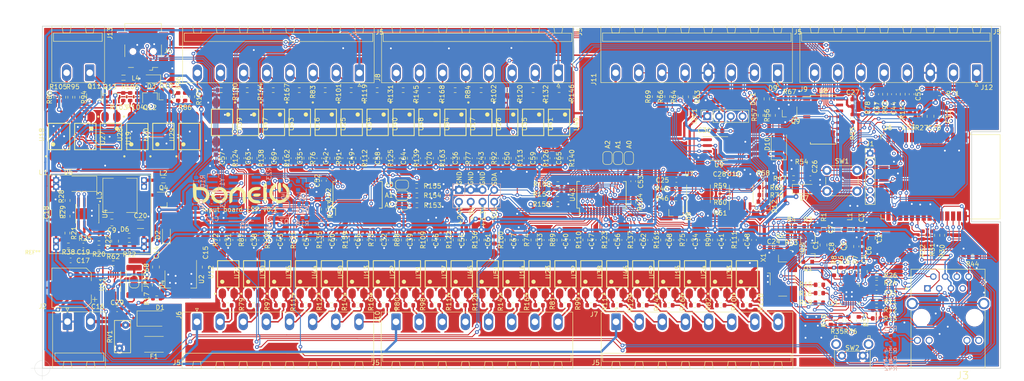
<source format=kicad_pcb>
(kicad_pcb (version 20171130) (host pcbnew "(5.1.12)-1")
  (layers (0 F.Cu signal) (31 B.Cu signal) (34 B.Paste user) (35 F.Paste user) (36 B.SilkS user) (37 F.SilkS user) (38 B.Mask user) (39 F.Mask user) (44 Edge.Cuts user))
  (net 0 "")
  (net 1 "Net-(C1-Pad1)")
  (net 2 +3V3)
  (net 3 +3.3VLAN)
  (net 4 GND)
  (net 5 "Net-(C5-Pad1)")
  (net 6 "Net-(C7-Pad1)")
  (net 7 "Net-(C9-Pad1)")
  (net 8 "Net-(C9-Pad2)")
  (net 9 +5P)
  (net 10 "Net-(C13-Pad1)")
  (net 11 +5V)
  (net 12 "Net-(C16-Pad1)")
  (net 13 GNDS)
  (net 14 +24V)
  (net 15 "Net-(C19-Pad1)")
  (net 16 "Net-(C19-Pad2)")
  (net 17 "Net-(C20-Pad1)")
  (net 18 "Net-(C21-Pad1)")
  (net 19 RST_ESP32)
  (net 20 SWITCH_USER)
  (net 21 +5VA)
  (net 22 GNDA)
  (net 23 MCP_1)
  (net 24 MCP_7)
  (net 25 MCP_13)
  (net 26 MCP_19)
  (net 27 MCP_25)
  (net 28 MCP_31)
  (net 29 GPIO12_INPUT)
  (net 30 MCP_2)
  (net 31 MCP_8)
  (net 32 MCP_14)
  (net 33 MCP_20)
  (net 34 MCP_26)
  (net 35 MCP_32)
  (net 36 GPIO13_INPUT)
  (net 37 MCP_3)
  (net 38 MCP_9)
  (net 39 MCP_15)
  (net 40 MCP_21)
  (net 41 MCP_27)
  (net 42 GPIO34_ONLY_INPUT)
  (net 43 GPIO33_INPUT)
  (net 44 MCP_4)
  (net 45 MCP_10)
  (net 46 MCP_16)
  (net 47 MCP_22)
  (net 48 MCP_28)
  (net 49 GPIO35_ONLY_INPUT)
  (net 50 MCP_5)
  (net 51 MCP_11)
  (net 52 MCP_17)
  (net 53 MCP_23)
  (net 54 MCP_29)
  (net 55 GPIO36_ONLY_INPUT)
  (net 56 MCP_6)
  (net 57 MCP_12)
  (net 58 MCP_18)
  (net 59 MCP_24)
  (net 60 MCP_30)
  (net 61 VDDA)
  (net 62 +5V_USB)
  (net 63 "Net-(D4-Pad2)")
  (net 64 "Net-(D6-Pad2)")
  (net 65 SCL_OUT)
  (net 66 SDA_OUT)
  (net 67 "Net-(D9-Pad1)")
  (net 68 "Net-(D10-Pad2)")
  (net 69 "Net-(D11-Pad1)")
  (net 70 +A)
  (net 71 -B)
  (net 72 VDD)
  (net 73 ESP_SCL)
  (net 74 ESP_SDA)
  (net 75 GPIO0_ESP32)
  (net 76 CH_RX)
  (net 77 CH_TX)
  (net 78 "Net-(J3-Pad15)")
  (net 79 "Net-(J3-Pad11)")
  (net 80 "Net-(J3-Pad12)")
  (net 81 "Net-(J3-Pad10)")
  (net 82 "Net-(J3-Pad9)")
  (net 83 /RXN)
  (net 84 /RXP)
  (net 85 /TXN)
  (net 86 /TXP)
  (net 87 "Net-(J4-Pad5)")
  (net 88 "Net-(J4-Pad2)")
  (net 89 "Net-(J4-Pad3)")
  (net 90 "Net-(J4-Pad4)")
  (net 91 MCP_5_OUT)
  (net 92 MCP_6_OUT)
  (net 93 MCP_1_OUT)
  (net 94 MCP_3_OUT)
  (net 95 MCP_7_OUT)
  (net 96 MCP_4_OUT)
  (net 97 MCP_2_OUT)
  (net 98 MCP_19_OUT)
  (net 99 MCP_20_OUT)
  (net 100 MCP_15_OUT)
  (net 101 MCP_17_OUT)
  (net 102 MCP_21_OUT)
  (net 103 MCP_18_OUT)
  (net 104 MCP_16_OUT)
  (net 105 MCP_24_OUT)
  (net 106 MCP_23_OUT)
  (net 107 MCP_28_OUT)
  (net 108 MCP_26_OUT)
  (net 109 MCP_22_OUT)
  (net 110 MCP_25_OUT)
  (net 111 MCP_27_OUT)
  (net 112 +A_OUT)
  (net 113 -B_OUT)
  (net 114 MCP_12_OUT)
  (net 115 MCP_13_OUT)
  (net 116 MCP_8_OUT)
  (net 117 MCP_10_OUT)
  (net 118 MCP_14_OUT)
  (net 119 MCP_11_OUT)
  (net 120 MCP_9_OUT)
  (net 121 MCP_31_OUT)
  (net 122 MCP_30_OUT)
  (net 123 GPIO36_OUT)
  (net 124 GPIO34_OUT)
  (net 125 MCP_29_OUT)
  (net 126 MCP_32_OUT)
  (net 127 GPIO35_OUT)
  (net 128 ESP_UART2_TX)
  (net 129 1_WIRE_OUT)
  (net 130 ESP_UART2_RX)
  (net 131 +48V)
  (net 132 GND1)
  (net 133 "Net-(L2-Pad1)")
  (net 134 "Net-(Q2-Pad1)")
  (net 135 ESP_TX)
  (net 136 ESP_TX_HV)
  (net 137 "Net-(Q5-Pad1)")
  (net 138 "Net-(Q5-Pad2)")
  (net 139 "Net-(Q6-Pad1)")
  (net 140 "Net-(Q6-Pad2)")
  (net 141 "Net-(Q9-Pad1)")
  (net 142 "Net-(Q10-Pad1)")
  (net 143 "Net-(Q11-Pad1)")
  (net 144 "Net-(Q12-Pad1)")
  (net 145 "Net-(Q13-Pad1)")
  (net 146 "Net-(R2-Pad2)")
  (net 147 PHY_PWR)
  (net 148 ETH_MDIO)
  (net 149 "Net-(R13-Pad2)")
  (net 150 ESP_RX)
  (net 151 ESP_RX_HV)
  (net 152 ETH_RXD0)
  (net 153 "Net-(R15-Pad2)")
  (net 154 ETH_RXD1)
  (net 155 "Net-(R16-Pad2)")
  (net 156 ETH_CRS_DV)
  (net 157 "Net-(R19-Pad2)")
  (net 158 "Net-(R20-Pad2)")
  (net 159 "Net-(R21-Pad1)")
  (net 160 "Net-(R29-Pad1)")
  (net 161 "Net-(R35-Pad1)")
  (net 162 "Net-(R36-Pad2)")
  (net 163 "Net-(R37-Pad2)")
  (net 164 /RBIAS)
  (net 165 "Net-(R54-Pad1)")
  (net 166 RS485_RX)
  (net 167 RS485_TX)
  (net 168 CONTROL_RS485)
  (net 169 "Net-(R62-Pad2)")
  (net 170 "Net-(R79-Pad1)")
  (net 171 "Net-(R80-Pad1)")
  (net 172 "Net-(R81-Pad1)")
  (net 173 "Net-(R82-Pad1)")
  (net 174 "Net-(R83-Pad1)")
  (net 175 "Net-(R84-Pad1)")
  (net 176 "Net-(R85-Pad2)")
  (net 177 "Net-(R86-Pad1)")
  (net 178 "Net-(R94-Pad2)")
  (net 179 "Net-(R95-Pad2)")
  (net 180 "Net-(R96-Pad1)")
  (net 181 "Net-(R97-Pad1)")
  (net 182 "Net-(R98-Pad1)")
  (net 183 "Net-(R99-Pad1)")
  (net 184 "Net-(R100-Pad1)")
  (net 185 "Net-(R101-Pad1)")
  (net 186 "Net-(R102-Pad1)")
  (net 187 "Net-(R103-Pad2)")
  (net 188 "Net-(R104-Pad1)")
  (net 189 "Net-(R105-Pad2)")
  (net 190 "Net-(R106-Pad2)")
  (net 191 "Net-(R107-Pad1)")
  (net 192 "Net-(R115-Pad1)")
  (net 193 "Net-(R116-Pad1)")
  (net 194 "Net-(R117-Pad1)")
  (net 195 "Net-(R118-Pad1)")
  (net 196 "Net-(R119-Pad1)")
  (net 197 "Net-(R120-Pad1)")
  (net 198 "Net-(R127-Pad1)")
  (net 199 "Net-(R128-Pad1)")
  (net 200 "Net-(R129-Pad1)")
  (net 201 "Net-(R130-Pad1)")
  (net 202 "Net-(R131-Pad1)")
  (net 203 "Net-(R132-Pad1)")
  (net 204 "Net-(R133-Pad2)")
  (net 205 "Net-(R134-Pad2)")
  (net 206 "Net-(R141-Pad1)")
  (net 207 "Net-(R142-Pad1)")
  (net 208 "Net-(R143-Pad1)")
  (net 209 "Net-(R144-Pad1)")
  (net 210 "Net-(R145-Pad1)")
  (net 211 "Net-(R146-Pad1)")
  (net 212 "Net-(R164-Pad1)")
  (net 213 "Net-(R165-Pad1)")
  (net 214 "Net-(R166-Pad1)")
  (net 215 "Net-(R167-Pad1)")
  (net 216 "Net-(R168-Pad1)")
  (net 217 "Net-(U3-Pad4)")
  (net 218 ETH_MDC)
  (net 219 ETH_TXEN)
  (net 220 ETH_TXD0)
  (net 221 ETH_TXD1)
  (net 222 "Net-(U5-Pad7)")
  (net 223 "Net-(U5-Pad8)")
  (net 224 "Net-(U5-Pad9)")
  (net 225 "Net-(U5-Pad10)")
  (net 226 "Net-(U5-Pad11)")
  (net 227 "Net-(U5-Pad12)")
  (net 228 "Net-(U5-Pad15)")
  (net 229 "Net-(U6-Pad17)")
  (net 230 "Net-(U6-Pad18)")
  (net 231 "Net-(U6-Pad19)")
  (net 232 "Net-(U6-Pad20)")
  (net 233 "Net-(U6-Pad21)")
  (net 234 "Net-(U6-Pad22)")
  (net 235 "Net-(U6-Pad32)")
  (net 236 "Net-(U8-Pad3)")
  (net 237 "Net-(U8-Pad4)")
  (net 238 "Net-(U8-Pad5)")
  (net 239 "Net-(U8-Pad9)")
  (net 240 "Net-(U42-Pad11)")
  (net 241 "Net-(U42-Pad14)")
  (net 242 "Net-(U42-Pad19)")
  (net 243 "Net-(U42-Pad20)")
  (net 244 "Net-(U43-Pad11)")
  (net 245 "Net-(U43-Pad14)")
  (net 246 "Net-(U43-Pad19)")
  (net 247 "Net-(U43-Pad20)")
  (net 248 "Net-(R24-Pad2)")
  (net 249 "Net-(R26-Pad1)")
  (net 250 "Net-(JP2-Pad2)")
  (net 251 "Net-(JP3-Pad2)")
  (net 252 "Net-(JP4-Pad2)")
  (net 253 "Net-(JP5-Pad2)")
  (net 254 "Net-(JP6-Pad2)")
  (net 255 "Net-(JP7-Pad2)")
  (net 256 "Net-(U6-Pad5)")
  (module Jumper:SolderJumper-2_P1.3mm_Open_RoundedPad1.0x1.5mm (layer F.Cu) (at 191.21 -28 270)
    (fp_text reference A0 (at -2.94 -0.05 90) (layer F.SilkS))
    (fp_text value NO)
    (pad 2 smd custom (at 0.65 0 270) (size 1 0.5) (layers F.Cu F.Mask) (net 255 "Net-(JP7-Pad2)") (options (clearance outline) (anchor rect)) (primitives (gr_circle (center 0 0.25) (end 0.5 0.25) (width 0)) (gr_circle (center 0 -0.25) (end 0.5 -0.25) (width 0)) (gr_poly (pts (xy 0 -0.75) (xy -0.5 -0.75) (xy -0.5 0.75) (xy 0 0.75)) (width 0))))
    (pad 1 smd custom (at -0.65 0 270) (size 1 0.5) (layers F.Cu F.Mask) (net 2 +3V3) (options (clearance outline) (anchor rect)) (primitives (gr_circle (center 0 0.25) (end 0.5 0.25) (width 0)) (gr_circle (center 0 -0.25) (end 0.5 -0.25) (width 0)) (gr_poly (pts (xy 0 -0.75) (xy 0.5 -0.75) (xy 0.5 0.75) (xy 0 0.75)) (width 0))))
  )
  (module Jumper:SolderJumper-2_P1.3mm_Open_RoundedPad1.0x1.5mm (layer F.Cu) (at 188.88 -28 270)
    (fp_text reference A1 (at -2.94 0.03 90) (layer F.SilkS))
    (fp_text value NO)
    (pad 2 smd custom (at 0.65 0 270) (size 1 0.5) (layers F.Cu F.Mask) (net 254 "Net-(JP6-Pad2)") (options (clearance outline) (anchor rect)) (primitives (gr_circle (center 0 0.25) (end 0.5 0.25) (width 0)) (gr_circle (center 0 -0.25) (end 0.5 -0.25) (width 0)) (gr_poly (pts (xy 0 -0.75) (xy -0.5 -0.75) (xy -0.5 0.75) (xy 0 0.75)) (width 0))))
    (pad 1 smd custom (at -0.65 0 270) (size 1 0.5) (layers F.Cu F.Mask) (net 2 +3V3) (options (clearance outline) (anchor rect)) (primitives (gr_circle (center 0 0.25) (end 0.5 0.25) (width 0)) (gr_circle (center 0 -0.25) (end 0.5 -0.25) (width 0)) (gr_poly (pts (xy 0 -0.75) (xy 0.5 -0.75) (xy 0.5 0.75) (xy 0 0.75)) (width 0))))
  )
  (module Jumper:SolderJumper-2_P1.3mm_Open_RoundedPad1.0x1.5mm (layer F.Cu) (at 186.6 -28.01 270)
    (fp_text reference A2 (at -2.93 -0.03 90) (layer F.SilkS))
    (fp_text value NO)
    (pad 2 smd custom (at 0.65 0 270) (size 1 0.5) (layers F.Cu F.Mask) (net 253 "Net-(JP5-Pad2)") (options (clearance outline) (anchor rect)) (primitives (gr_circle (center 0 0.25) (end 0.5 0.25) (width 0)) (gr_circle (center 0 -0.25) (end 0.5 -0.25) (width 0)) (gr_poly (pts (xy 0 -0.75) (xy -0.5 -0.75) (xy -0.5 0.75) (xy 0 0.75)) (width 0))))
    (pad 1 smd custom (at -0.65 0 270) (size 1 0.5) (layers F.Cu F.Mask) (net 2 +3V3) (options (clearance outline) (anchor rect)) (primitives (gr_circle (center 0 0.25) (end 0.5 0.25) (width 0)) (gr_circle (center 0 -0.25) (end 0.5 -0.25) (width 0)) (gr_poly (pts (xy 0 -0.75) (xy 0.5 -0.75) (xy 0.5 0.75) (xy 0 0.75)) (width 0))))
  )
  (module Jumper:SolderJumper-2_P1.3mm_Open_RoundedPad1.0x1.5mm (layer F.Cu) (at 142.21 -22.24)
    (fp_text reference A0 (at -2.73 -0.02) (layer F.SilkS))
    (fp_text value NO)
    (pad 2 smd custom (at 0.65 0) (size 1 0.5) (layers F.Cu F.Mask) (net 252 "Net-(JP4-Pad2)") (options (clearance outline) (anchor rect)) (primitives (gr_circle (center 0 0.25) (end 0.5 0.25) (width 0)) (gr_circle (center 0 -0.25) (end 0.5 -0.25) (width 0)) (gr_poly (pts (xy 0 -0.75) (xy -0.5 -0.75) (xy -0.5 0.75) (xy 0 0.75)) (width 0))))
    (pad 1 smd custom (at -0.65 0) (size 1 0.5) (layers F.Cu F.Mask) (net 2 +3V3) (options (clearance outline) (anchor rect)) (primitives (gr_circle (center 0 0.25) (end 0.5 0.25) (width 0)) (gr_circle (center 0 -0.25) (end 0.5 -0.25) (width 0)) (gr_poly (pts (xy 0 -0.75) (xy 0.5 -0.75) (xy 0.5 0.75) (xy 0 0.75)) (width 0))))
  )
  (module Jumper:SolderJumper-2_P1.3mm_Open_RoundedPad1.0x1.5mm (layer F.Cu) (at 142.22 -19.92)
    (fp_text reference A1 (at -2.8 -0.03) (layer F.SilkS))
    (fp_text value NO)
    (pad 2 smd custom (at 0.65 0) (size 1 0.5) (layers F.Cu F.Mask) (net 251 "Net-(JP3-Pad2)") (options (clearance outline) (anchor rect)) (primitives (gr_circle (center 0 0.25) (end 0.5 0.25) (width 0)) (gr_circle (center 0 -0.25) (end 0.5 -0.25) (width 0)) (gr_poly (pts (xy 0 -0.75) (xy -0.5 -0.75) (xy -0.5 0.75) (xy 0 0.75)) (width 0))))
    (pad 1 smd custom (at -0.65 0) (size 1 0.5) (layers F.Cu F.Mask) (net 2 +3V3) (options (clearance outline) (anchor rect)) (primitives (gr_circle (center 0 0.25) (end 0.5 0.25) (width 0)) (gr_circle (center 0 -0.25) (end 0.5 -0.25) (width 0)) (gr_poly (pts (xy 0 -0.75) (xy 0.5 -0.75) (xy 0.5 0.75) (xy 0 0.75)) (width 0))))
  )
  (module Jumper:SolderJumper-2_P1.3mm_Open_RoundedPad1.0x1.5mm (layer F.Cu) (at 142.21 -17.79)
    (fp_text reference A2 (at -2.83 -0.06) (layer F.SilkS))
    (fp_text value NO)
    (pad 2 smd custom (at 0.65 0) (size 1 0.5) (layers F.Cu F.Mask) (net 250 "Net-(JP2-Pad2)") (options (clearance outline) (anchor rect)) (primitives (gr_circle (center 0 0.25) (end 0.5 0.25) (width 0)) (gr_circle (center 0 -0.25) (end 0.5 -0.25) (width 0)) (gr_poly (pts (xy 0 -0.75) (xy -0.5 -0.75) (xy -0.5 0.75) (xy 0 0.75)) (width 0))))
    (pad 1 smd custom (at -0.65 0) (size 1 0.5) (layers F.Cu F.Mask) (net 2 +3V3) (options (clearance outline) (anchor rect)) (primitives (gr_circle (center 0 0.25) (end 0.5 0.25) (width 0)) (gr_circle (center 0 -0.25) (end 0.5 -0.25) (width 0)) (gr_poly (pts (xy 0 -0.75) (xy 0.5 -0.75) (xy 0.5 0.75) (xy 0 0.75)) (width 0))))
  )
  (module Symbol:boneIO_LOGO_srednie (layer F.Cu) (at 107.53 -20.4)
    (fp_text reference G*** hide)
    (fp_text value LOGO hide)
  )
  (module Package_SO:SSOP-28_5.3x10.2mm_P0.65mm (layer F.Cu) (at 185.3 -20.06 90)
    (fp_text reference U43 (at 0 -6.25 90) (layer F.SilkS))
    (fp_text value MCP23017_SS)
    (pad 1 smd rect (at -3.6 -4.225 90) (size 1.75 0.45) (layers F.Cu F.Paste F.Mask) (net 38 MCP_9))
    (pad 2 smd rect (at -3.6 -3.575 90) (size 1.75 0.45) (layers F.Cu F.Paste F.Mask) (net 45 MCP_10))
    (pad 3 smd rect (at -3.6 -2.925 90) (size 1.75 0.45) (layers F.Cu F.Paste F.Mask) (net 51 MCP_11))
    (pad 4 smd rect (at -3.6 -2.275 90) (size 1.75 0.45) (layers F.Cu F.Paste F.Mask) (net 57 MCP_12))
    (pad 5 smd rect (at -3.6 -1.625 90) (size 1.75 0.45) (layers F.Cu F.Paste F.Mask) (net 25 MCP_13))
    (pad 6 smd rect (at -3.6 -0.975 90) (size 1.75 0.45) (layers F.Cu F.Paste F.Mask) (net 32 MCP_14))
    (pad 7 smd rect (at -3.6 -0.325 90) (size 1.75 0.45) (layers F.Cu F.Paste F.Mask) (net 39 MCP_15))
    (pad 8 smd rect (at -3.6 0.325 90) (size 1.75 0.45) (layers F.Cu F.Paste F.Mask) (net 46 MCP_16))
    (pad 9 smd rect (at -3.6 0.975 90) (size 1.75 0.45) (layers F.Cu F.Paste F.Mask) (net 2 +3V3))
    (pad 10 smd rect (at -3.6 1.625 90) (size 1.75 0.45) (layers F.Cu F.Paste F.Mask) (net 4 GND))
    (pad 11 smd rect (at -3.6 2.275 90) (size 1.75 0.45) (layers F.Cu F.Paste F.Mask) (net 244 "Net-(U43-Pad11)"))
    (pad 12 smd rect (at -3.6 2.925 90) (size 1.75 0.45) (layers F.Cu F.Paste F.Mask) (net 73 ESP_SCL))
    (pad 13 smd rect (at -3.6 3.575 90) (size 1.75 0.45) (layers F.Cu F.Paste F.Mask) (net 74 ESP_SDA))
    (pad 14 smd rect (at -3.6 4.225 90) (size 1.75 0.45) (layers F.Cu F.Paste F.Mask) (net 245 "Net-(U43-Pad14)"))
    (pad 15 smd rect (at 3.6 4.225 90) (size 1.75 0.45) (layers F.Cu F.Paste F.Mask) (net 255 "Net-(JP7-Pad2)"))
    (pad 16 smd rect (at 3.6 3.575 90) (size 1.75 0.45) (layers F.Cu F.Paste F.Mask) (net 254 "Net-(JP6-Pad2)"))
    (pad 17 smd rect (at 3.6 2.925 90) (size 1.75 0.45) (layers F.Cu F.Paste F.Mask) (net 253 "Net-(JP5-Pad2)"))
    (pad 18 smd rect (at 3.6 2.275 90) (size 1.75 0.45) (layers F.Cu F.Paste F.Mask) (net 205 "Net-(R134-Pad2)"))
    (pad 19 smd rect (at 3.6 1.625 90) (size 1.75 0.45) (layers F.Cu F.Paste F.Mask) (net 246 "Net-(U43-Pad19)"))
    (pad 20 smd rect (at 3.6 0.975 90) (size 1.75 0.45) (layers F.Cu F.Paste F.Mask) (net 247 "Net-(U43-Pad20)"))
    (pad 21 smd rect (at 3.6 0.325 90) (size 1.75 0.45) (layers F.Cu F.Paste F.Mask) (net 40 MCP_21))
    (pad 22 smd rect (at 3.6 -0.325 90) (size 1.75 0.45) (layers F.Cu F.Paste F.Mask) (net 33 MCP_20))
    (pad 23 smd rect (at 3.6 -0.975 90) (size 1.75 0.45) (layers F.Cu F.Paste F.Mask) (net 26 MCP_19))
    (pad 24 smd rect (at 3.6 -1.625 90) (size 1.75 0.45) (layers F.Cu F.Paste F.Mask) (net 58 MCP_18))
    (pad 25 smd rect (at 3.6 -2.275 90) (size 1.75 0.45) (layers F.Cu F.Paste F.Mask) (net 52 MCP_17))
    (pad 26 smd rect (at 3.6 -2.925 90) (size 1.75 0.45) (layers F.Cu F.Paste F.Mask) (net 35 MCP_32))
    (pad 27 smd rect (at 3.6 -3.575 90) (size 1.75 0.45) (layers F.Cu F.Paste F.Mask) (net 28 MCP_31))
    (pad 28 smd rect (at 3.6 -4.225 90) (size 1.75 0.45) (layers F.Cu F.Paste F.Mask) (net 60 MCP_30))
  )
  (module Package_TO_SOT_SMD:SOT-23 (layer B.Cu) (at 116.98 -16.81)
    (fp_text reference Q3 (at -0.22 2.57) (layer B.SilkS) (effects (justify mirror)))
    (fp_text value BSS138)
    (pad 1 smd rect (at -1 0.95) (size 0.9 0.8) (layers B.Cu B.Paste B.Mask) (net 2 +3V3))
    (pad 2 smd rect (at -1 -0.95) (size 0.9 0.8) (layers B.Cu B.Paste B.Mask) (net 135 ESP_TX))
    (pad 3 smd rect (at 1 0) (size 0.9 0.8) (layers B.Cu B.Paste B.Mask) (net 136 ESP_TX_HV))
  )
  (module Package_TO_SOT_SMD:SOT-23 (layer F.Cu) (at 90.7 -19.05)
    (fp_text reference Q4 (at 0 -2.5) (layer F.SilkS))
    (fp_text value AO3401A)
    (pad 1 smd rect (at -1 -0.95) (size 0.9 0.8) (layers F.Cu F.Paste F.Mask) (net 17 "Net-(C20-Pad1)"))
    (pad 2 smd rect (at -1 0.95) (size 0.9 0.8) (layers F.Cu F.Paste F.Mask) (net 11 +5V))
    (pad 3 smd rect (at 1 0) (size 0.9 0.8) (layers F.Cu F.Paste F.Mask) (net 9 +5P))
  )
  (module Inductor_SMD:L_0805_2012Metric (layer F.Cu) (at 82.04 -45.38)
    (fp_text reference L4 (at 2.62 0.1) (layer F.SilkS))
    (fp_text value BLM21PG121SN1D)
    (pad 1 smd roundrect (at -1.0625 0) (size 0.875 1.2) (layers F.Cu F.Paste F.Mask) (net 4 GND))
    (pad 2 smd roundrect (at 1.0625 0) (size 0.875 1.2) (layers F.Cu F.Paste F.Mask) (net 87 "Net-(J4-Pad5)"))
  )
  (module Capacitor_SMD:C_0603_1608Metric (layer F.Cu) (at 107.562592 -27.96 270)
    (fp_text reference C63 (at 0 -1.43 90) (layer F.SilkS))
    (fp_text value 100n)
    (pad 1 smd roundrect (at -0.775 0 270) (size 0.9 0.95) (layers F.Cu F.Paste F.Mask) (net 53 MCP_23))
    (pad 2 smd roundrect (at 0.775 0 270) (size 0.9 0.95) (layers F.Cu F.Paste F.Mask) (net 4 GND))
  )
  (module ESP32:pin8 (layer F.Cu) (at 228.974 -42.38 180)
    (fp_text reference J9 (at 0 0.5) (layer F.SilkS))
    (fp_text value P7)
    (fp_text user J5 (at 1.244 12.895 180) (layer F.SilkS))
    (pad 6 thru_hole oval (at 30.624 4.06 180) (size 2 3.6) (drill 1.4) (layers *.Cu *.Mask) (net 112 +A_OUT))
    (pad 7 thru_hole oval (at 35.624 4.06 180) (size 2 3.6) (drill 1.4) (layers *.Cu *.Mask) (net 113 -B_OUT))
    (pad 2 thru_hole oval (at 10.624 4.06 180) (size 2 3.6) (drill 1.4) (layers *.Cu *.Mask) (net 65 SCL_OUT))
    (pad 1 thru_hole roundrect (at 5.624 4.06 180) (size 2 3.6) (drill 1.4) (layers *.Cu *.Mask) (roundrect_rratio 0.125) (net 2 +3V3))
    (pad 4 thru_hole oval (at 20.624 4.06 180) (size 2 3.6) (drill 1.4) (layers *.Cu *.Mask) (net 4 GND))
    (pad 8 thru_hole oval (at 40.624 4.06 180) (size 2 3.6) (drill 1.4) (layers *.Cu *.Mask) (net 22 GNDA))
    (pad 5 thru_hole oval (at 25.624 4.06 180) (size 2 3.6) (drill 1.4) (layers *.Cu *.Mask) (net 21 +5VA))
    (pad 3 thru_hole oval (at 15.624 4.06 180) (size 2 3.6) (drill 1.4) (layers *.Cu *.Mask) (net 66 SDA_OUT))
  )
  (module Capacitor_SMD:C_0805_2012Metric (layer F.Cu) (at 219.7 -40.8 90)
    (fp_text reference D11 (at 0 -1.68 90) (layer F.SilkS))
    (fp_text value LED)
    (pad 1 smd roundrect (at -0.95 0 90) (size 1 1.45) (layers F.Cu F.Paste F.Mask) (net 69 "Net-(D11-Pad1)"))
    (pad 2 smd roundrect (at 0.95 0 90) (size 1 1.45) (layers F.Cu F.Paste F.Mask) (net 2 +3V3))
  )
  (module ESP32:pin8 (layer F.Cu) (at 138.624 -42.35 180)
    (fp_text reference J8 (at 1.664 3.07 90) (layer F.SilkS))
    (fp_text value P5)
    (fp_text user J5 (at 1.244 12.895 180) (layer F.SilkS))
    (pad 6 thru_hole oval (at 30.624 4.06 180) (size 2 3.6) (drill 1.4) (layers *.Cu *.Mask) (net 105 MCP_24_OUT))
    (pad 7 thru_hole oval (at 35.624 4.06 180) (size 2 3.6) (drill 1.4) (layers *.Cu *.Mask) (net 106 MCP_23_OUT))
    (pad 2 thru_hole oval (at 10.624 4.06 180) (size 2 3.6) (drill 1.4) (layers *.Cu *.Mask) (net 107 MCP_28_OUT))
    (pad 1 thru_hole roundrect (at 5.624 4.06 180) (size 2 3.6) (drill 1.4) (layers *.Cu *.Mask) (roundrect_rratio 0.125) (net 14 +24V))
    (pad 4 thru_hole oval (at 20.624 4.06 180) (size 2 3.6) (drill 1.4) (layers *.Cu *.Mask) (net 108 MCP_26_OUT))
    (pad 8 thru_hole oval (at 40.624 4.06 180) (size 2 3.6) (drill 1.4) (layers *.Cu *.Mask) (net 109 MCP_22_OUT))
    (pad 5 thru_hole oval (at 25.624 4.06 180) (size 2 3.6) (drill 1.4) (layers *.Cu *.Mask) (net 110 MCP_25_OUT))
    (pad 3 thru_hole oval (at 15.624 4.06 180) (size 2 3.6) (drill 1.4) (layers *.Cu *.Mask) (net 111 MCP_27_OUT))
  )
  (module Capacitor_SMD:C_0603_1608Metric (layer F.Cu) (at 162.200723 -10.28 90)
    (fp_text reference C61 (at 0 -1.43 90) (layer F.SilkS))
    (fp_text value 100n)
    (pad 1 smd roundrect (at -0.775 0 90) (size 0.9 0.95) (layers F.Cu F.Paste F.Mask) (net 51 MCP_11))
    (pad 2 smd roundrect (at 0.775 0 90) (size 0.9 0.95) (layers F.Cu F.Paste F.Mask) (net 4 GND))
  )
  (module Capacitor_SMD:C_0603_1608Metric (layer F.Cu) (at 195.818279 -10.28 90)
    (fp_text reference C62 (at 0 -1.43 90) (layer F.SilkS))
    (fp_text value 100n)
    (pad 1 smd roundrect (at -0.775 0 90) (size 0.9 0.95) (layers F.Cu F.Paste F.Mask) (net 52 MCP_17))
    (pad 2 smd roundrect (at 0.775 0 90) (size 0.9 0.95) (layers F.Cu F.Paste F.Mask) (net 4 GND))
  )
  (module Capacitor_SMD:C_0603_1608Metric (layer F.Cu) (at 113.155184 -27.96 270)
    (fp_text reference C69 (at 0 -1.43 90) (layer F.SilkS))
    (fp_text value 100n)
    (pad 1 smd roundrect (at -0.775 0 270) (size 0.9 0.95) (layers F.Cu F.Paste F.Mask) (net 59 MCP_24))
    (pad 2 smd roundrect (at 0.775 0 270) (size 0.9 0.95) (layers F.Cu F.Paste F.Mask) (net 4 GND))
  )
  (module ESP32:pin8 (layer F.Cu) (at 271.974 -42.39 180)
    (fp_text reference J12 (at 3.424 0.88) (layer F.SilkS))
    (fp_text value P6)
    (fp_text user J5 (at 1.244 12.895 180) (layer F.SilkS))
    (pad 6 thru_hole oval (at 30.624 4.06 180) (size 2 3.6) (drill 1.4) (layers *.Cu *.Mask) (net 29 GPIO12_INPUT))
    (pad 7 thru_hole oval (at 35.624 4.06 180) (size 2 3.6) (drill 1.4) (layers *.Cu *.Mask) (net 128 ESP_UART2_TX))
    (pad 2 thru_hole oval (at 10.624 4.06 180) (size 2 3.6) (drill 1.4) (layers *.Cu *.Mask) (net 129 1_WIRE_OUT))
    (pad 1 thru_hole roundrect (at 5.624 4.06 180) (size 2 3.6) (drill 1.4) (layers *.Cu *.Mask) (roundrect_rratio 0.125) (net 11 +5V))
    (pad 4 thru_hole oval (at 20.624 4.06 180) (size 2 3.6) (drill 1.4) (layers *.Cu *.Mask) (net 43 GPIO33_INPUT))
    (pad 8 thru_hole oval (at 40.624 4.06 180) (size 2 3.6) (drill 1.4) (layers *.Cu *.Mask) (net 130 ESP_UART2_RX))
    (pad 5 thru_hole oval (at 25.624 4.06 180) (size 2 3.6) (drill 1.4) (layers *.Cu *.Mask) (net 36 GPIO13_INPUT))
    (pad 3 thru_hole oval (at 15.624 4.06 180) (size 2 3.6) (drill 1.4) (layers *.Cu *.Mask) (net 4 GND))
  )
  (module ESP32:HANRUN_HR911105A (layer F.Cu) (at 260.165 6.53 180)
    (fp_text reference J3 (at -3.18815 -12.50276) (layer F.SilkS) (effects (font (size 1.607654 1.607654))))
    (fp_text value HR911105A)
    (pad None np_thru_hole circle (at 5.715 0 180) (size 3.25 3.25) (drill 3.25) (layers *.Cu *.Mask))
    (pad None np_thru_hole circle (at -5.715 0 180) (size 3.25 3.25) (drill 3.25) (layers *.Cu *.Mask))
    (pad 16 thru_hole circle (at -7.745 3.05 180) (size 2.445 2.445) (drill 1.63) (layers *.Cu *.Mask) (net 78 "Net-(J3-Pad15)"))
    (pad 15 thru_hole circle (at 7.745 3.05 180) (size 2.445 2.445) (drill 1.63) (layers *.Cu *.Mask) (net 78 "Net-(J3-Pad15)"))
    (pad 11 thru_hole circle (at -4.085 -4.9 180) (size 1.53 1.53) (drill 1.02) (layers *.Cu *.Mask) (net 79 "Net-(J3-Pad11)"))
    (pad 12 thru_hole circle (at -6.625 -4.9 180) (size 1.53 1.53) (drill 1.02) (layers *.Cu *.Mask) (net 80 "Net-(J3-Pad12)"))
    (pad 10 thru_hole circle (at 4.085 -4.9 180) (size 1.53 1.53) (drill 1.02) (layers *.Cu *.Mask) (net 81 "Net-(J3-Pad10)"))
    (pad 9 thru_hole circle (at 6.625 -4.9 180) (size 1.53 1.53) (drill 1.02) (layers *.Cu *.Mask) (net 82 "Net-(J3-Pad9)"))
    (pad 8 thru_hole circle (at -4.44 8.89 180) (size 1.398 1.398) (drill 0.89) (layers *.Cu *.Mask) (net 78 "Net-(J3-Pad15)"))
    (pad 7 thru_hole circle (at -3.17 6.35 180) (size 1.398 1.398) (drill 0.89) (layers *.Cu *.Mask))
    (pad 6 thru_hole circle (at -1.9 8.89 180) (size 1.398 1.398) (drill 0.89) (layers *.Cu *.Mask) (net 83 /RXN))
    (pad 5 thru_hole circle (at -0.63 6.35 180) (size 1.398 1.398) (drill 0.89) (layers *.Cu *.Mask) (net 3 +3.3VLAN))
    (pad 4 thru_hole circle (at 0.64 8.89 180) (size 1.398 1.398) (drill 0.89) (layers *.Cu *.Mask) (net 3 +3.3VLAN))
    (pad 3 thru_hole circle (at 1.91 6.35 180) (size 1.398 1.398) (drill 0.89) (layers *.Cu *.Mask) (net 84 /RXP))
    (pad 2 thru_hole circle (at 3.18 8.89 180) (size 1.398 1.398) (drill 0.89) (layers *.Cu *.Mask) (net 85 /TXN))
    (pad 1 thru_hole rect (at 4.45 6.35 180) (size 1.398 1.398) (drill 0.89) (layers *.Cu *.Mask) (net 86 /TXP))
  )
  (module Capacitor_SMD:C_0603_1608Metric (layer F.Cu) (at 141.118144 -27.96 270)
    (fp_text reference C64 (at 0 -1.43 90) (layer F.SilkS))
    (fp_text value 100n)
    (pad 1 smd roundrect (at -0.775 0 270) (size 0.9 0.95) (layers F.Cu F.Paste F.Mask) (net 54 MCP_29))
    (pad 2 smd roundrect (at 0.775 0 270) (size 0.9 0.95) (layers F.Cu F.Paste F.Mask) (net 4 GND))
  )
  (module Capacitor_SMD:C_0603_1608Metric (layer F.Cu) (at 174.673696 -27.96 270)
    (fp_text reference C65 (at 0 -1.43 90) (layer F.SilkS))
    (fp_text value 100n)
    (pad 1 smd roundrect (at -0.775 0 270) (size 0.9 0.95) (layers F.Cu F.Paste F.Mask) (net 55 GPIO36_ONLY_INPUT))
    (pad 2 smd roundrect (at 0.775 0 270) (size 0.9 0.95) (layers F.Cu F.Paste F.Mask) (net 4 GND))
  )
  (module ESP32:pin8 (layer F.Cu) (at 181.604 -42.35 180)
    (fp_text reference J11 (at -2.026 2.68 90) (layer F.SilkS))
    (fp_text value P4)
    (fp_text user J5 (at 1.024 12.96 270) (layer F.SilkS))
    (pad 6 thru_hole oval (at 30.624 4.06 180) (size 2 3.6) (drill 1.4) (layers *.Cu *.Mask) (net 121 MCP_31_OUT))
    (pad 7 thru_hole oval (at 35.624 4.06 180) (size 2 3.6) (drill 1.4) (layers *.Cu *.Mask) (net 122 MCP_30_OUT))
    (pad 2 thru_hole oval (at 10.624 4.06 180) (size 2 3.6) (drill 1.4) (layers *.Cu *.Mask) (net 123 GPIO36_OUT))
    (pad 1 thru_hole roundrect (at 5.624 4.06 180) (size 2 3.6) (drill 1.4) (layers *.Cu *.Mask) (roundrect_rratio 0.125) (net 14 +24V))
    (pad 4 thru_hole oval (at 20.624 4.06 180) (size 2 3.6) (drill 1.4) (layers *.Cu *.Mask) (net 124 GPIO34_OUT))
    (pad 8 thru_hole oval (at 40.624 4.06 180) (size 2 3.6) (drill 1.4) (layers *.Cu *.Mask) (net 125 MCP_29_OUT))
    (pad 5 thru_hole oval (at 25.624 4.06 180) (size 2 3.6) (drill 1.4) (layers *.Cu *.Mask) (net 126 MCP_32_OUT))
    (pad 3 thru_hole oval (at 15.624 4.06 180) (size 2 3.6) (drill 1.4) (layers *.Cu *.Mask) (net 127 GPIO35_OUT))
  )
  (module Connector_PinSocket_2.54mm:PinSocket_1x04_P2.54mm_Vertical (layer F.Cu) (at 208.15 -37.05 90)
    (fp_text reference I2C1 (at 0 -2.77 90) (layer F.SilkS))
    (fp_text value OLED)
    (pad 1 thru_hole rect (at 0 0 90) (size 1.7 1.7) (drill 1) (layers *.Cu *.Mask) (net 2 +3V3))
    (pad 2 thru_hole oval (at 0 2.54 90) (size 1.7 1.7) (drill 1) (layers *.Cu *.Mask) (net 4 GND))
    (pad 3 thru_hole oval (at 0 5.08 90) (size 1.7 1.7) (drill 1) (layers *.Cu *.Mask) (net 73 ESP_SCL))
    (pad 4 thru_hole oval (at 0 7.62 90) (size 1.7 1.7) (drill 1) (layers *.Cu *.Mask) (net 74 ESP_SDA))
  )
  (module Capacitor_SMD:C_0603_1608Metric (layer F.Cu) (at 134.186093 -10.28 90)
    (fp_text reference C66 (at 0 -1.43 90) (layer F.SilkS))
    (fp_text value 100n)
    (pad 1 smd roundrect (at -0.775 0 90) (size 0.9 0.95) (layers F.Cu F.Paste F.Mask) (net 56 MCP_6))
    (pad 2 smd roundrect (at 0.775 0 90) (size 0.9 0.95) (layers F.Cu F.Paste F.Mask) (net 4 GND))
  )
  (module Capacitor_SMD:C_0603_1608Metric (layer F.Cu) (at 146.710736 -27.96 270)
    (fp_text reference C70 (at 0 -1.43 90) (layer F.SilkS))
    (fp_text value 100n)
    (pad 1 smd roundrect (at -0.775 0 270) (size 0.9 0.95) (layers F.Cu F.Paste F.Mask) (net 60 MCP_30))
    (pad 2 smd roundrect (at 0.775 0 270) (size 0.9 0.95) (layers F.Cu F.Paste F.Mask) (net 4 GND))
  )
  (module Package_TO_SOT_SMD:SOT-23 (layer F.Cu) (at 220.16 -17.57 270)
    (fp_text reference D12 (at 0 -2.5 90) (layer F.SilkS))
    (fp_text value SM712_SOT23)
    (pad 1 smd rect (at -1 -0.95 270) (size 0.9 0.8) (layers F.Cu F.Paste F.Mask) (net 70 +A))
    (pad 2 smd rect (at -1 0.95 270) (size 0.9 0.8) (layers F.Cu F.Paste F.Mask) (net 71 -B))
    (pad 3 smd rect (at 1 0 270) (size 0.9 0.8) (layers F.Cu F.Paste F.Mask) (net 4 GND))
  )
  (module ESP32:pin8 (layer F.Cu) (at 135.286 3.36)
    (fp_text reference J10 (at 1.634 3.02 90) (layer F.SilkS))
    (fp_text value P2)
    (fp_text user J5 (at 1.244 12.895 -180) (layer F.SilkS))
    (pad 6 thru_hole oval (at 30.624 4.06) (size 2 3.6) (drill 1.4) (layers *.Cu *.Mask) (net 114 MCP_12_OUT))
    (pad 7 thru_hole oval (at 35.624 4.06) (size 2 3.6) (drill 1.4) (layers *.Cu *.Mask) (net 115 MCP_13_OUT))
    (pad 2 thru_hole oval (at 10.624 4.06) (size 2 3.6) (drill 1.4) (layers *.Cu *.Mask) (net 116 MCP_8_OUT))
    (pad 1 thru_hole roundrect (at 5.624 4.06) (size 2 3.6) (drill 1.4) (layers *.Cu *.Mask) (roundrect_rratio 0.125) (net 14 +24V))
    (pad 4 thru_hole oval (at 20.624 4.06) (size 2 3.6) (drill 1.4) (layers *.Cu *.Mask) (net 117 MCP_10_OUT))
    (pad 8 thru_hole oval (at 40.624 4.06) (size 2 3.6) (drill 1.4) (layers *.Cu *.Mask) (net 118 MCP_14_OUT))
    (pad 5 thru_hole oval (at 25.624 4.06) (size 2 3.6) (drill 1.4) (layers *.Cu *.Mask) (net 119 MCP_11_OUT))
    (pad 3 thru_hole oval (at 15.624 4.06) (size 2 3.6) (drill 1.4) (layers *.Cu *.Mask) (net 120 MCP_9_OUT))
  )
  (module Diode_SMD:D_SMA (layer F.Cu) (at 223.62 -31.03 90)
    (fp_text reference D10 (at 0 -2.5 90) (layer F.SilkS))
    (fp_text value B5819W)
    (pad 1 smd rect (at -2 0 90) (size 2.5 1.8) (layers F.Cu F.Paste F.Mask) (net 19 RST_ESP32))
    (pad 2 smd rect (at 2 0 90) (size 2.5 1.8) (layers F.Cu F.Paste F.Mask) (net 68 "Net-(D10-Pad2)"))
  )
  (module ESP32:pin8 (layer F.Cu) (at 182.816 3.36)
    (fp_text reference J7 (at 0.874 2.45) (layer F.SilkS))
    (fp_text value P3)
    (fp_text user J5 (at 1.244 12.895 -180) (layer F.SilkS))
    (pad 6 thru_hole oval (at 30.624 4.06) (size 2 3.6) (drill 1.4) (layers *.Cu *.Mask) (net 98 MCP_19_OUT))
    (pad 7 thru_hole oval (at 35.624 4.06) (size 2 3.6) (drill 1.4) (layers *.Cu *.Mask) (net 99 MCP_20_OUT))
    (pad 2 thru_hole oval (at 10.624 4.06) (size 2 3.6) (drill 1.4) (layers *.Cu *.Mask) (net 100 MCP_15_OUT))
    (pad 1 thru_hole roundrect (at 5.624 4.06) (size 2 3.6) (drill 1.4) (layers *.Cu *.Mask) (roundrect_rratio 0.125) (net 14 +24V))
    (pad 4 thru_hole oval (at 20.624 4.06) (size 2 3.6) (drill 1.4) (layers *.Cu *.Mask) (net 101 MCP_17_OUT))
    (pad 8 thru_hole oval (at 40.624 4.06) (size 2 3.6) (drill 1.4) (layers *.Cu *.Mask) (net 102 MCP_21_OUT))
    (pad 5 thru_hole oval (at 25.624 4.06) (size 2 3.6) (drill 1.4) (layers *.Cu *.Mask) (net 103 MCP_18_OUT))
    (pad 3 thru_hole oval (at 15.624 4.06) (size 2 3.6) (drill 1.4) (layers *.Cu *.Mask) (net 104 MCP_16_OUT))
  )
  (module Package_TO_SOT_SMD:SOT-23 (layer F.Cu) (at 201.43 -16.21 270)
    (fp_text reference D8 (at 0.81 -2.62 90) (layer F.SilkS))
    (fp_text value BAT54A)
    (pad 1 smd rect (at -1 -0.95 270) (size 0.9 0.8) (layers F.Cu F.Paste F.Mask) (net 65 SCL_OUT))
    (pad 2 smd rect (at -1 0.95 270) (size 0.9 0.8) (layers F.Cu F.Paste F.Mask) (net 66 SDA_OUT))
    (pad 3 smd rect (at 1 0 270) (size 0.9 0.8) (layers F.Cu F.Paste F.Mask) (net 4 GND))
  )
  (module Inductor_SMD:L_0805_2012Metric (layer F.Cu) (at 239.01 -12.5675 90)
    (fp_text reference L1 (at 2.7325 -0.07 90) (layer F.SilkS))
    (fp_text value MPZ2012S601ATD25)
    (pad 1 smd roundrect (at -1.0625 0 90) (size 0.875 1.2) (layers F.Cu F.Paste F.Mask) (net 6 "Net-(C7-Pad1)"))
    (pad 2 smd roundrect (at 1.0625 0 90) (size 0.875 1.2) (layers F.Cu F.Paste F.Mask) (net 3 +3.3VLAN))
  )
  (module Connector_PinHeader_2.54mm:PinHeader_2x04_P2.54mm_Vertical (layer B.Cu) (at 154.51 -21.09 270)
    (fp_text reference J5 (at 1.27 2.33 90) (layer B.SilkS) (effects (justify mirror)))
    (fp_text value Conn_02x04_Odd_Even)
    (pad 1 thru_hole rect (at 0 0 270) (size 1.7 1.7) (drill 1) (layers *.Cu *.Mask) (net 4 GND))
    (pad 2 thru_hole oval (at 2.54 0 270) (size 1.7 1.7) (drill 1) (layers *.Cu *.Mask) (net 14 +24V))
    (pad 3 thru_hole oval (at 0 -2.54 270) (size 1.7 1.7) (drill 1) (layers *.Cu *.Mask) (net 4 GND))
    (pad 4 thru_hole oval (at 2.54 -2.54 270) (size 1.7 1.7) (drill 1) (layers *.Cu *.Mask) (net 11 +5V))
    (pad 5 thru_hole oval (at 0 -5.08 270) (size 1.7 1.7) (drill 1) (layers *.Cu *.Mask) (net 4 GND))
    (pad 6 thru_hole oval (at 2.54 -5.08 270) (size 1.7 1.7) (drill 1) (layers *.Cu *.Mask) (net 2 +3V3))
    (pad 7 thru_hole oval (at 0 -7.62 270) (size 1.7 1.7) (drill 1) (layers *.Cu *.Mask) (net 74 ESP_SDA))
    (pad 8 thru_hole oval (at 2.54 -7.62 270) (size 1.7 1.7) (drill 1) (layers *.Cu *.Mask) (net 73 ESP_SCL))
  )
  (module Capacitor_SMD:C_0603_1608Metric (layer F.Cu) (at 167.803649 -10.28 90)
    (fp_text reference C67 (at 0 -1.43 90) (layer F.SilkS))
    (fp_text value 100n)
    (pad 1 smd roundrect (at -0.775 0 90) (size 0.9 0.95) (layers F.Cu F.Paste F.Mask) (net 57 MCP_12))
    (pad 2 smd roundrect (at 0.775 0 90) (size 0.9 0.95) (layers F.Cu F.Paste F.Mask) (net 4 GND))
  )
  (module Capacitor_SMD:C_0603_1608Metric (layer F.Cu) (at 128.583167 -10.28 90)
    (fp_text reference C60 (at 0 -1.43 90) (layer F.SilkS))
    (fp_text value 100n)
    (pad 1 smd roundrect (at -0.775 0 90) (size 0.9 0.95) (layers F.Cu F.Paste F.Mask) (net 50 MCP_5))
    (pad 2 smd roundrect (at 0.775 0 90) (size 0.9 0.95) (layers F.Cu F.Paste F.Mask) (net 4 GND))
  )
  (module Capacitor_SMD:C_0603_1608Metric (layer F.Cu) (at 201.421205 -10.28 90)
    (fp_text reference C68 (at 0 -1.43 90) (layer F.SilkS))
    (fp_text value 100n)
    (pad 1 smd roundrect (at -0.775 0 90) (size 0.9 0.95) (layers F.Cu F.Paste F.Mask) (net 58 MCP_18))
    (pad 2 smd roundrect (at 0.775 0 90) (size 0.9 0.95) (layers F.Cu F.Paste F.Mask) (net 4 GND))
  )
  (module Diode_SMD:D_SMA (layer F.Cu) (at 72.88 -22.43 180)
    (fp_text reference D5 (at 2.72 2.54) (layer F.SilkS))
    (fp_text value B340A)
    (pad 1 smd rect (at -2 0 180) (size 2.5 1.8) (layers F.Cu F.Paste F.Mask) (net 7 "Net-(C9-Pad1)"))
    (pad 2 smd rect (at 2 0 180) (size 2.5 1.8) (layers F.Cu F.Paste F.Mask) (net 13 GNDS))
  )
  (module Diode_SMD:D_MiniMELF (layer F.Cu) (at 229.07 -21.3)
    (fp_text reference D7 (at 0.03 1.96) (layer F.SilkS))
    (fp_text value 1N4148)
    (pad 1 smd rect (at -1.75 0) (size 1.3 1.7) (layers F.Cu F.Paste F.Mask) (net 2 +3V3))
    (pad 2 smd rect (at 1.75 0) (size 1.3 1.7) (layers F.Cu F.Paste F.Mask) (net 20 SWITCH_USER))
  )
  (module Package_TO_SOT_SMD:SOT-23 (layer F.Cu) (at 229.86 -6.56 90)
    (fp_text reference Q1 (at -2.49 0.05 180) (layer F.SilkS))
    (fp_text value AO3401A)
    (pad 1 smd rect (at -1 -0.95 90) (size 0.9 0.8) (layers F.Cu F.Paste F.Mask) (net 1 "Net-(C1-Pad1)"))
    (pad 2 smd rect (at -1 0.95 90) (size 0.9 0.8) (layers F.Cu F.Paste F.Mask) (net 6 "Net-(C7-Pad1)"))
    (pad 3 smd rect (at 1 0 90) (size 0.9 0.8) (layers F.Cu F.Paste F.Mask) (net 2 +3V3))
  )
  (module Capacitor_SMD:C_0805_2012Metric (layer F.Cu) (at 222.33 -40.8 90)
    (fp_text reference D9 (at 2.34 -0.03 180) (layer F.SilkS))
    (fp_text value LED)
    (pad 1 smd roundrect (at -0.95 0 90) (size 1 1.45) (layers F.Cu F.Paste F.Mask) (net 67 "Net-(D9-Pad1)"))
    (pad 2 smd roundrect (at 0.95 0 90) (size 1 1.45) (layers F.Cu F.Paste F.Mask) (net 2 +3V3))
  )
  (module ESP32:pin2 (layer F.Cu) (at 64.596 3.56)
    (fp_text reference J2 (at 0 0.5) (layer F.SilkS))
    (fp_text value POWER)
    (pad 2 thru_hole oval (at 10.334 3.81) (size 2 3.6) (drill 1.4) (layers *.Cu *.Mask) (net 72 VDD))
    (pad 1 thru_hole roundrect (at 5.334 3.81) (size 2 3.6) (drill 1.4) (layers *.Cu *.Mask) (roundrect_rratio 0.125) (net 13 GNDS))
  )
  (module ESP32:pin8 (layer F.Cu) (at 92.286 3.36)
    (fp_text reference J6 (at 1.714 2.59 90) (layer F.SilkS))
    (fp_text value P1)
    (fp_text user J5 (at 1.244 12.895 -180) (layer F.SilkS))
    (pad 6 thru_hole oval (at 30.624 4.06) (size 2 3.6) (drill 1.4) (layers *.Cu *.Mask) (net 91 MCP_5_OUT))
    (pad 7 thru_hole oval (at 35.624 4.06) (size 2 3.6) (drill 1.4) (layers *.Cu *.Mask) (net 92 MCP_6_OUT))
    (pad 2 thru_hole oval (at 10.624 4.06) (size 2 3.6) (drill 1.4) (layers *.Cu *.Mask) (net 93 MCP_1_OUT))
    (pad 1 thru_hole roundrect (at 5.624 4.06) (size 2 3.6) (drill 1.4) (layers *.Cu *.Mask) (roundrect_rratio 0.125) (net 14 +24V))
    (pad 4 thru_hole oval (at 20.624 4.06) (size 2 3.6) (drill 1.4) (layers *.Cu *.Mask) (net 94 MCP_3_OUT))
    (pad 8 thru_hole oval (at 40.624 4.06) (size 2 3.6) (drill 1.4) (layers *.Cu *.Mask) (net 95 MCP_7_OUT))
    (pad 5 thru_hole oval (at 25.624 4.06) (size 2 3.6) (drill 1.4) (layers *.Cu *.Mask) (net 96 MCP_4_OUT))
    (pad 3 thru_hole oval (at 15.624 4.06) (size 2 3.6) (drill 1.4) (layers *.Cu *.Mask) (net 97 MCP_2_OUT))
  )
  (module Fuse:Fuse_2512_6332Metric (layer F.Cu) (at 88.62 12.29 180)
    (fp_text reference F1 (at 0 -2.62) (layer F.SilkS))
    (fp_text value "Fuse 3A")
    (pad 1 smd roundrect (at -2.9 0 180) (size 1.35 3.35) (layers F.Cu F.Paste F.Mask) (roundrect_rratio 0.185185) (net 12 "Net-(C16-Pad1)"))
    (pad 2 smd roundrect (at 2.9 0 180) (size 1.35 3.35) (layers F.Cu F.Paste F.Mask) (roundrect_rratio 0.185185) (net 72 VDD))
  )
  (module Connector_USB:USB_Mini-B_Wuerth_65100516121_Horizontal (layer F.Cu) (at 86.28 -51.06 180)
    (fp_text reference J4 (at -5.39 0.11) (layer F.SilkS))
    (fp_text value USB_B_Mini)
    (pad 6 smd rect (at -4.4 2.9 180) (size 2 2.5) (layers F.Cu F.Paste F.Mask) (net 87 "Net-(J4-Pad5)"))
    (pad 6 smd rect (at 4.4 2.9 180) (size 2 2.5) (layers F.Cu F.Paste F.Mask) (net 87 "Net-(J4-Pad5)"))
    (pad 6 smd rect (at -4.4 -2.6 180) (size 2 2.5) (layers F.Cu F.Paste F.Mask) (net 87 "Net-(J4-Pad5)"))
    (pad 6 smd rect (at 4.4 -2.6 180) (size 2 2.5) (layers F.Cu F.Paste F.Mask) (net 87 "Net-(J4-Pad5)"))
    (pad 1 smd rect (at -1.6 -2.6 180) (size 0.5 2.5) (layers F.Cu F.Paste F.Mask) (net 62 +5V_USB))
    (pad 2 smd rect (at -0.8 -2.6 180) (size 0.5 2.5) (layers F.Cu F.Paste F.Mask) (net 88 "Net-(J4-Pad2)"))
    (pad 3 smd rect (at 0 -2.6 180) (size 0.5 2.5) (layers F.Cu F.Paste F.Mask) (net 89 "Net-(J4-Pad3)"))
    (pad 4 smd rect (at 0.8 -2.6 180) (size 0.5 2.5) (layers F.Cu F.Paste F.Mask) (net 90 "Net-(J4-Pad4)"))
    (pad 5 smd rect (at 1.6 -2.6 180) (size 0.5 2.5) (layers F.Cu F.Paste F.Mask) (net 87 "Net-(J4-Pad5)"))
    (pad "" np_thru_hole circle (at -2.2 0 180) (size 0.9 0.9) (drill 0.9) (layers *.Cu *.Mask))
    (pad "" np_thru_hole circle (at 2.2 0 180) (size 0.9 0.9) (drill 0.9) (layers *.Cu *.Mask))
  )
  (module Package_SO:SSOP-28_5.3x10.2mm_P0.65mm (layer F.Cu) (at 132.61 -20.06 90)
    (fp_text reference U42 (at 0 -6.25 90) (layer F.SilkS))
    (fp_text value MCP23017_SS)
    (pad 1 smd rect (at -3.6 -4.225 90) (size 1.75 0.45) (layers F.Cu F.Paste F.Mask) (net 23 MCP_1))
    (pad 2 smd rect (at -3.6 -3.575 90) (size 1.75 0.45) (layers F.Cu F.Paste F.Mask) (net 30 MCP_2))
    (pad 3 smd rect (at -3.6 -2.925 90) (size 1.75 0.45) (layers F.Cu F.Paste F.Mask) (net 37 MCP_3))
    (pad 4 smd rect (at -3.6 -2.275 90) (size 1.75 0.45) (layers F.Cu F.Paste F.Mask) (net 44 MCP_4))
    (pad 5 smd rect (at -3.6 -1.625 90) (size 1.75 0.45) (layers F.Cu F.Paste F.Mask) (net 50 MCP_5))
    (pad 6 smd rect (at -3.6 -0.975 90) (size 1.75 0.45) (layers F.Cu F.Paste F.Mask) (net 56 MCP_6))
    (pad 7 smd rect (at -3.6 -0.325 90) (size 1.75 0.45) (layers F.Cu F.Paste F.Mask) (net 24 MCP_7))
    (pad 8 smd rect (at -3.6 0.325 90) (size 1.75 0.45) (layers F.Cu F.Paste F.Mask) (net 31 MCP_8))
    (pad 9 smd rect (at -3.6 0.975 90) (size 1.75 0.45) (layers F.Cu F.Paste F.Mask) (net 2 +3V3))
    (pad 10 smd rect (at -3.6 1.625 90) (size 1.75 0.45) (layers F.Cu F.Paste F.Mask) (net 4 GND))
    (pad 11 smd rect (at -3.6 2.275 90) (size 1.75 0.45) (layers F.Cu F.Paste F.Mask) (net 240 "Net-(U42-Pad11)"))
    (pad 12 smd rect (at -3.6 2.925 90) (size 1.75 0.45) (layers F.Cu F.Paste F.Mask) (net 73 ESP_SCL))
    (pad 13 smd rect (at -3.6 3.575 90) (size 1.75 0.45) (layers F.Cu F.Paste F.Mask) (net 74 ESP_SDA))
    (pad 14 smd rect (at -3.6 4.225 90) (size 1.75 0.45) (layers F.Cu F.Paste F.Mask) (net 241 "Net-(U42-Pad14)"))
    (pad 15 smd rect (at 3.6 4.225 90) (size 1.75 0.45) (layers F.Cu F.Paste F.Mask) (net 252 "Net-(JP4-Pad2)"))
    (pad 16 smd rect (at 3.6 3.575 90) (size 1.75 0.45) (layers F.Cu F.Paste F.Mask) (net 251 "Net-(JP3-Pad2)"))
    (pad 17 smd rect (at 3.6 2.925 90) (size 1.75 0.45) (layers F.Cu F.Paste F.Mask) (net 250 "Net-(JP2-Pad2)"))
    (pad 18 smd rect (at 3.6 2.275 90) (size 1.75 0.45) (layers F.Cu F.Paste F.Mask) (net 204 "Net-(R133-Pad2)"))
    (pad 19 smd rect (at 3.6 1.625 90) (size 1.75 0.45) (layers F.Cu F.Paste F.Mask) (net 242 "Net-(U42-Pad19)"))
    (pad 20 smd rect (at 3.6 0.975 90) (size 1.75 0.45) (layers F.Cu F.Paste F.Mask) (net 243 "Net-(U42-Pad20)"))
    (pad 21 smd rect (at 3.6 0.325 90) (size 1.75 0.45) (layers F.Cu F.Paste F.Mask) (net 54 MCP_29))
    (pad 22 smd rect (at 3.6 -0.325 90) (size 1.75 0.45) (layers F.Cu F.Paste F.Mask) (net 48 MCP_28))
    (pad 23 smd rect (at 3.6 -0.975 90) (size 1.75 0.45) (layers F.Cu F.Paste F.Mask) (net 41 MCP_27))
    (pad 24 smd rect (at 3.6 -1.625 90) (size 1.75 0.45) (layers F.Cu F.Paste F.Mask) (net 34 MCP_26))
    (pad 25 smd rect (at 3.6 -2.275 90) (size 1.75 0.45) (layers F.Cu F.Paste F.Mask) (net 27 MCP_25))
    (pad 26 smd rect (at 3.6 -2.925 90) (size 1.75 0.45) (layers F.Cu F.Paste F.Mask) (net 59 MCP_24))
    (pad 27 smd rect (at 3.6 -3.575 90) (size 1.75 0.45) (layers F.Cu F.Paste F.Mask) (net 53 MCP_23))
    (pad 28 smd rect (at 3.6 -4.225 90) (size 1.75 0.45) (layers F.Cu F.Paste F.Mask) (net 47 MCP_22))
  )
  (module ESP32:SOT254P975X400-4N (layer F.Cu) (at 132.7 -2.95 90)
    (fp_text reference U50 (at 0.37571 -3.74199 90) (layer F.SilkS) (effects (font (size 1.001874 1.001874))))
    (fp_text value PC817X2NIP0F)
    (pad 1 smd oval (at -4.25 -1.27 90) (size 2.25 1.6) (layers F.Cu F.Paste F.Mask) (net 212 "Net-(R164-Pad1)"))
    (pad 2 smd oval (at -4.25 1.27 90) (size 2.25 1.6) (layers F.Cu F.Paste F.Mask) (net 22 GNDA))
    (pad 3 smd oval (at 4.25 1.27 90) (size 2.25 1.6) (layers F.Cu F.Paste F.Mask) (net 4 GND))
    (pad 4 smd oval (at 4.25 -1.27 90) (size 2.25 1.6) (layers F.Cu F.Paste F.Mask) (net 56 MCP_6))
  )
  (module ESP32:SOT254P975X400-4N (layer F.Cu) (at 103.34 -35.72 270)
    (fp_text reference U39 (at 0.37571 -3.74199 90) (layer F.SilkS) (effects (font (size 1.001874 1.001874))))
    (fp_text value PC817X2NIP0F)
    (pad 1 smd oval (at -4.25 -1.27 270) (size 2.25 1.6) (layers F.Cu F.Paste F.Mask) (net 201 "Net-(R130-Pad1)"))
    (pad 2 smd oval (at -4.25 1.27 270) (size 2.25 1.6) (layers F.Cu F.Paste F.Mask) (net 22 GNDA))
    (pad 3 smd oval (at 4.25 1.27 270) (size 2.25 1.6) (layers F.Cu F.Paste F.Mask) (net 4 GND))
    (pad 4 smd oval (at 4.25 -1.27 270) (size 2.25 1.6) (layers F.Cu F.Paste F.Mask) (net 47 MCP_22))
  )
  (module ESP32:SOT254P975X400-4N (layer F.Cu) (at 194.33 -2.95 90)
    (fp_text reference U46 (at 0.37571 -3.74199 90) (layer F.SilkS) (effects (font (size 1.001874 1.001874))))
    (fp_text value PC817X2NIP0F)
    (pad 1 smd oval (at -4.25 -1.27 90) (size 2.25 1.6) (layers F.Cu F.Paste F.Mask) (net 208 "Net-(R143-Pad1)"))
    (pad 2 smd oval (at -4.25 1.27 90) (size 2.25 1.6) (layers F.Cu F.Paste F.Mask) (net 22 GNDA))
    (pad 3 smd oval (at 4.25 1.27 90) (size 2.25 1.6) (layers F.Cu F.Paste F.Mask) (net 4 GND))
    (pad 4 smd oval (at 4.25 -1.27 90) (size 2.25 1.6) (layers F.Cu F.Paste F.Mask) (net 52 MCP_17))
  )
  (module ESP32:SOT254P975X400-4N (layer F.Cu) (at 136.94 -35.72 270)
    (fp_text reference U40 (at 0.37571 -3.74199 90) (layer F.SilkS) (effects (font (size 1.001874 1.001874))))
    (fp_text value PC817X2NIP0F)
    (pad 1 smd oval (at -4.25 -1.27 270) (size 2.25 1.6) (layers F.Cu F.Paste F.Mask) (net 202 "Net-(R131-Pad1)"))
    (pad 2 smd oval (at -4.25 1.27 270) (size 2.25 1.6) (layers F.Cu F.Paste F.Mask) (net 22 GNDA))
    (pad 3 smd oval (at 4.25 1.27 270) (size 2.25 1.6) (layers F.Cu F.Paste F.Mask) (net 4 GND))
    (pad 4 smd oval (at 4.25 -1.27 270) (size 2.25 1.6) (layers F.Cu F.Paste F.Mask) (net 48 MCP_28))
  )
  (module ESP32:SOT254P975X400-4N (layer F.Cu) (at 160.72 -2.95 90)
    (fp_text reference U45 (at 0.37571 -3.74199 90) (layer F.SilkS) (effects (font (size 1.001874 1.001874))))
    (fp_text value PC817X2NIP0F)
    (pad 1 smd oval (at -4.25 -1.27 90) (size 2.25 1.6) (layers F.Cu F.Paste F.Mask) (net 207 "Net-(R142-Pad1)"))
    (pad 2 smd oval (at -4.25 1.27 90) (size 2.25 1.6) (layers F.Cu F.Paste F.Mask) (net 22 GNDA))
    (pad 3 smd oval (at 4.25 1.27 90) (size 2.25 1.6) (layers F.Cu F.Paste F.Mask) (net 4 GND))
    (pad 4 smd oval (at 4.25 -1.27 90) (size 2.25 1.6) (layers F.Cu F.Paste F.Mask) (net 51 MCP_11))
  )
  (module ESP32:SOT254P975X400-4N (layer F.Cu) (at 108.94 -35.72 270)
    (fp_text reference U47 (at 0.37571 -3.74199 90) (layer F.SilkS) (effects (font (size 1.001874 1.001874))))
    (fp_text value PC817X2NIP0F)
    (pad 1 smd oval (at -4.25 -1.27 270) (size 2.25 1.6) (layers F.Cu F.Paste F.Mask) (net 209 "Net-(R144-Pad1)"))
    (pad 2 smd oval (at -4.25 1.27 270) (size 2.25 1.6) (layers F.Cu F.Paste F.Mask) (net 22 GNDA))
    (pad 3 smd oval (at 4.25 1.27 270) (size 2.25 1.6) (layers F.Cu F.Paste F.Mask) (net 4 GND))
    (pad 4 smd oval (at 4.25 -1.27 270) (size 2.25 1.6) (layers F.Cu F.Paste F.Mask) (net 53 MCP_23))
  )
  (module ESP32:SOT254P975X400-4N (layer F.Cu) (at 216.72 -2.95 90)
    (fp_text reference U33 (at 0.37571 -3.74199 90) (layer F.SilkS) (effects (font (size 1.001874 1.001874))))
    (fp_text value PC817X2NIP0F)
    (pad 1 smd oval (at -4.25 -1.27 90) (size 2.25 1.6) (layers F.Cu F.Paste F.Mask) (net 195 "Net-(R118-Pad1)"))
    (pad 2 smd oval (at -4.25 1.27 90) (size 2.25 1.6) (layers F.Cu F.Paste F.Mask) (net 22 GNDA))
    (pad 3 smd oval (at 4.25 1.27 90) (size 2.25 1.6) (layers F.Cu F.Paste F.Mask) (net 4 GND))
    (pad 4 smd oval (at 4.25 -1.27 90) (size 2.25 1.6) (layers F.Cu F.Paste F.Mask) (net 40 MCP_21))
  )
  (module ESP32:SOT254P975X400-4N (layer F.Cu) (at 121.48 -2.95 90)
    (fp_text reference U36 (at 0.37571 -3.74199 90) (layer F.SilkS) (effects (font (size 1.001874 1.001874))))
    (fp_text value PC817X2NIP0F)
    (pad 1 smd oval (at -4.25 -1.27 90) (size 2.25 1.6) (layers F.Cu F.Paste F.Mask) (net 198 "Net-(R127-Pad1)"))
    (pad 2 smd oval (at -4.25 1.27 90) (size 2.25 1.6) (layers F.Cu F.Paste F.Mask) (net 22 GNDA))
    (pad 3 smd oval (at 4.25 1.27 90) (size 2.25 1.6) (layers F.Cu F.Paste F.Mask) (net 4 GND))
    (pad 4 smd oval (at 4.25 -1.27 90) (size 2.25 1.6) (layers F.Cu F.Paste F.Mask) (net 44 MCP_4))
  )
  (module ESP32:SOT254P975X400-4N (layer F.Cu) (at 127.08 -2.95 90)
    (fp_text reference U44 (at 0.37571 -3.74199 90) (layer F.SilkS) (effects (font (size 1.001874 1.001874))))
    (fp_text value PC817X2NIP0F)
    (pad 1 smd oval (at -4.25 -1.27 90) (size 2.25 1.6) (layers F.Cu F.Paste F.Mask) (net 206 "Net-(R141-Pad1)"))
    (pad 2 smd oval (at -4.25 1.27 90) (size 2.25 1.6) (layers F.Cu F.Paste F.Mask) (net 22 GNDA))
    (pad 3 smd oval (at 4.25 1.27 90) (size 2.25 1.6) (layers F.Cu F.Paste F.Mask) (net 4 GND))
    (pad 4 smd oval (at 4.25 -1.27 90) (size 2.25 1.6) (layers F.Cu F.Paste F.Mask) (net 50 MCP_5))
  )
  (module ESP32:SOT254P975X400-4N (layer F.Cu) (at 142.54 -35.72 270)
    (fp_text reference U48 (at 0.37571 -3.74199 90) (layer F.SilkS) (effects (font (size 1.001874 1.001874))))
    (fp_text value PC817X2NIP0F)
    (pad 1 smd oval (at -4.25 -1.27 270) (size 2.25 1.6) (layers F.Cu F.Paste F.Mask) (net 210 "Net-(R145-Pad1)"))
    (pad 2 smd oval (at -4.25 1.27 270) (size 2.25 1.6) (layers F.Cu F.Paste F.Mask) (net 22 GNDA))
    (pad 3 smd oval (at 4.25 1.27 270) (size 2.25 1.6) (layers F.Cu F.Paste F.Mask) (net 4 GND))
    (pad 4 smd oval (at 4.25 -1.27 270) (size 2.25 1.6) (layers F.Cu F.Paste F.Mask) (net 54 MCP_29))
  )
  (module ESP32:SOT254P975X400-4N (layer F.Cu) (at 155.11 -2.95 90)
    (fp_text reference U37 (at 0.37571 -3.74199 90) (layer F.SilkS) (effects (font (size 1.001874 1.001874))))
    (fp_text value PC817X2NIP0F)
    (pad 1 smd oval (at -4.25 -1.27 90) (size 2.25 1.6) (layers F.Cu F.Paste F.Mask) (net 199 "Net-(R128-Pad1)"))
    (pad 2 smd oval (at -4.25 1.27 90) (size 2.25 1.6) (layers F.Cu F.Paste F.Mask) (net 22 GNDA))
    (pad 3 smd oval (at 4.25 1.27 90) (size 2.25 1.6) (layers F.Cu F.Paste F.Mask) (net 4 GND))
    (pad 4 smd oval (at 4.25 -1.27 90) (size 2.25 1.6) (layers F.Cu F.Paste F.Mask) (net 45 MCP_10))
  )
  (module ESP32:SOT254P975X400-4N (layer F.Cu) (at 176.13 -35.72 270)
    (fp_text reference U49 (at 0.37571 -3.74199 90) (layer F.SilkS) (effects (font (size 1.001874 1.001874))))
    (fp_text value PC817X2NIP0F)
    (pad 1 smd oval (at -4.25 -1.27 270) (size 2.25 1.6) (layers F.Cu F.Paste F.Mask) (net 211 "Net-(R146-Pad1)"))
    (pad 2 smd oval (at -4.25 1.27 270) (size 2.25 1.6) (layers F.Cu F.Paste F.Mask) (net 22 GNDA))
    (pad 3 smd oval (at 4.25 1.27 270) (size 2.25 1.6) (layers F.Cu F.Paste F.Mask) (net 4 GND))
    (pad 4 smd oval (at 4.25 -1.27 270) (size 2.25 1.6) (layers F.Cu F.Paste F.Mask) (net 55 GPIO36_ONLY_INPUT))
  )
  (module ESP32:SOT254P975X400-4N (layer F.Cu) (at 170.53 -35.72 270)
    (fp_text reference U41 (at 0.37571 -3.74199 90) (layer F.SilkS) (effects (font (size 1.001874 1.001874))))
    (fp_text value PC817X2NIP0F)
    (pad 1 smd oval (at -4.25 -1.27 270) (size 2.25 1.6) (layers F.Cu F.Paste F.Mask) (net 203 "Net-(R132-Pad1)"))
    (pad 2 smd oval (at -4.25 1.27 270) (size 2.25 1.6) (layers F.Cu F.Paste F.Mask) (net 22 GNDA))
    (pad 3 smd oval (at 4.25 1.27 270) (size 2.25 1.6) (layers F.Cu F.Paste F.Mask) (net 4 GND))
    (pad 4 smd oval (at 4.25 -1.27 270) (size 2.25 1.6) (layers F.Cu F.Paste F.Mask) (net 49 GPIO35_ONLY_INPUT))
  )
  (module ESP32:SOT254P975X400-4N (layer F.Cu) (at 131.34 -35.72 270)
    (fp_text reference U34 (at 0.37571 -3.74199 90) (layer F.SilkS) (effects (font (size 1.001874 1.001874))))
    (fp_text value PC817X2NIP0F)
    (pad 1 smd oval (at -4.25 -1.27 270) (size 2.25 1.6) (layers F.Cu F.Paste F.Mask) (net 196 "Net-(R119-Pad1)"))
    (pad 2 smd oval (at -4.25 1.27 270) (size 2.25 1.6) (layers F.Cu F.Paste F.Mask) (net 22 GNDA))
    (pad 3 smd oval (at 4.25 1.27 270) (size 2.25 1.6) (layers F.Cu F.Paste F.Mask) (net 4 GND))
    (pad 4 smd oval (at 4.25 -1.27 270) (size 2.25 1.6) (layers F.Cu F.Paste F.Mask) (net 41 MCP_27))
  )
  (module ESP32:SOT254P975X400-4N (layer F.Cu) (at 164.93 -35.72 270)
    (fp_text reference U35 (at 0.37571 -3.74199 90) (layer F.SilkS) (effects (font (size 1.001874 1.001874))))
    (fp_text value PC817X2NIP0F)
    (pad 1 smd oval (at -4.25 -1.27 270) (size 2.25 1.6) (layers F.Cu F.Paste F.Mask) (net 197 "Net-(R120-Pad1)"))
    (pad 2 smd oval (at -4.25 1.27 270) (size 2.25 1.6) (layers F.Cu F.Paste F.Mask) (net 22 GNDA))
    (pad 3 smd oval (at 4.25 1.27 270) (size 2.25 1.6) (layers F.Cu F.Paste F.Mask) (net 4 GND))
    (pad 4 smd oval (at 4.25 -1.27 270) (size 2.25 1.6) (layers F.Cu F.Paste F.Mask) (net 42 GPIO34_ONLY_INPUT))
  )
  (module ESP32:SOT254P975X400-4N (layer F.Cu) (at 188.72 -2.95 90)
    (fp_text reference U38 (at 0.37571 -3.74199 90) (layer F.SilkS) (effects (font (size 1.001874 1.001874))))
    (fp_text value PC817X2NIP0F)
    (pad 1 smd oval (at -4.25 -1.27 90) (size 2.25 1.6) (layers F.Cu F.Paste F.Mask) (net 200 "Net-(R129-Pad1)"))
    (pad 2 smd oval (at -4.25 1.27 90) (size 2.25 1.6) (layers F.Cu F.Paste F.Mask) (net 22 GNDA))
    (pad 3 smd oval (at 4.25 1.27 90) (size 2.25 1.6) (layers F.Cu F.Paste F.Mask) (net 4 GND))
    (pad 4 smd oval (at 4.25 -1.27 90) (size 2.25 1.6) (layers F.Cu F.Paste F.Mask) (net 46 MCP_16))
  )
  (module ESP32:SOT254P975X400-4N (layer F.Cu) (at 199.93 -2.95 90)
    (fp_text reference U52 (at 0.37571 -3.74199 90) (layer F.SilkS) (effects (font (size 1.001874 1.001874))))
    (fp_text value PC817X2NIP0F)
    (pad 1 smd oval (at -4.25 -1.27 90) (size 2.25 1.6) (layers F.Cu F.Paste F.Mask) (net 214 "Net-(R166-Pad1)"))
    (pad 2 smd oval (at -4.25 1.27 90) (size 2.25 1.6) (layers F.Cu F.Paste F.Mask) (net 22 GNDA))
    (pad 3 smd oval (at 4.25 1.27 90) (size 2.25 1.6) (layers F.Cu F.Paste F.Mask) (net 4 GND))
    (pad 4 smd oval (at 4.25 -1.27 90) (size 2.25 1.6) (layers F.Cu F.Paste F.Mask) (net 58 MCP_18))
  )
  (module Inductor_SMD:L_0805_2012Metric (layer F.Cu) (at 90.64 -23.19)
    (fp_text reference L2 (at 0 -1.55) (layer F.SilkS))
    (fp_text value BLM21PG121SN1D)
    (pad 1 smd roundrect (at -1.0625 0) (size 0.875 1.2) (layers F.Cu F.Paste F.Mask) (net 133 "Net-(L2-Pad1)"))
    (pad 2 smd roundrect (at 1.0625 0) (size 0.875 1.2) (layers F.Cu F.Paste F.Mask) (net 4 GND))
  )
  (module ESP32:SOT254P975X400-4N (layer F.Cu) (at 114.54 -35.72 270)
    (fp_text reference U53 (at 0.37571 -3.74199 90) (layer F.SilkS) (effects (font (size 1.001874 1.001874))))
    (fp_text value PC817X2NIP0F)
    (pad 1 smd oval (at -4.25 -1.27 270) (size 2.25 1.6) (layers F.Cu F.Paste F.Mask) (net 215 "Net-(R167-Pad1)"))
    (pad 2 smd oval (at -4.25 1.27 270) (size 2.25 1.6) (layers F.Cu F.Paste F.Mask) (net 22 GNDA))
    (pad 3 smd oval (at 4.25 1.27 270) (size 2.25 1.6) (layers F.Cu F.Paste F.Mask) (net 4 GND))
    (pad 4 smd oval (at 4.25 -1.27 270) (size 2.25 1.6) (layers F.Cu F.Paste F.Mask) (net 59 MCP_24))
  )
  (module Capacitor_SMD:C_0805_2012Metric (layer F.Cu) (at 83.33 -9.02)
    (fp_text reference D6 (at -1.02 -3.58) (layer F.SilkS))
    (fp_text value LED)
    (pad 1 smd roundrect (at -0.95 0) (size 1 1.45) (layers F.Cu F.Paste F.Mask) (net 13 GNDS))
    (pad 2 smd roundrect (at 0.95 0) (size 1 1.45) (layers F.Cu F.Paste F.Mask) (net 64 "Net-(D6-Pad2)"))
  )
  (module Inductor_SMD:L_7.3x7.3_H4.5 (layer F.Cu) (at 81.28 -19.93 90)
    (fp_text reference L3 (at 0 -4.45 90) (layer F.SilkS))
    (fp_text value 15uH)
    (pad 1 smd rect (at -3.2 0 90) (size 1.5 2.2) (layers F.Cu F.Paste F.Mask) (net 7 "Net-(C9-Pad1)"))
    (pad 2 smd rect (at 3.2 0 90) (size 1.5 2.2) (layers F.Cu F.Paste F.Mask) (net 17 "Net-(C20-Pad1)"))
  )
  (module Button_Switch_THT:SW_Tactile_SPST_Angled_PTS645Vx39-2LFS (layer F.Cu) (at 241.74 14.74 180)
    (fp_text reference SW2 (at 2.25 1.68) (layer F.SilkS))
    (fp_text value SUPLA_SWITCH)
    (pad "" thru_hole circle (at 5.76 2.49 180) (size 2.1 2.1) (drill 1.3) (layers *.Cu *.Mask))
    (pad 2 thru_hole circle (at 4.5 0 180) (size 1.75 1.75) (drill 0.99) (layers *.Cu *.Mask) (net 75 GPIO0_ESP32))
    (pad 1 thru_hole circle (at 0 0 180) (size 1.75 1.75) (drill 0.99) (layers *.Cu *.Mask) (net 4 GND))
    (pad "" thru_hole circle (at -1.25 2.49 180) (size 2.1 2.1) (drill 1.3) (layers *.Cu *.Mask))
  )
  (module Crystal:Resonator_SMD_muRata_CSTxExxV-3Pin_3.0x1.1mm (layer B.Cu) (at 101.39 -22.79 90)
    (fp_text reference Y1 (at 0 2 90) (layer B.SilkS) (effects (justify mirror)))
    (fp_text value CSTNE12_12MHz)
    (pad 1 smd rect (at -1.2 0 90) (size 0.4 1.9) (layers B.Cu B.Paste B.Mask) (net 222 "Net-(U5-Pad7)"))
    (pad 2 smd rect (at 0 0 90) (size 0.4 1.9) (layers B.Cu B.Paste B.Mask) (net 4 GND))
    (pad 3 smd rect (at 1.2 0 90) (size 0.4 1.9) (layers B.Cu B.Paste B.Mask) (net 223 "Net-(U5-Pad8)"))
  )
  (module Resistor_SMD:R_0603_1608Metric (layer F.Cu) (at 226.32 -13.24)
    (fp_text reference R4 (at 0 -1.43) (layer F.SilkS))
    (fp_text value 0k)
    (pad 1 smd roundrect (at -0.825 0) (size 0.8 0.95) (layers F.Cu F.Paste F.Mask) (net 147 PHY_PWR))
    (pad 2 smd roundrect (at 0.825 0) (size 0.8 0.95) (layers F.Cu F.Paste F.Mask) (net 146 "Net-(R2-Pad2)"))
  )
  (module ESP32:MP1584-_module (layer F.Cu) (at 64.71 -25.37)
    (fp_text reference U1 (at 0 0.5) (layer F.SilkS))
    (fp_text value MP1584EN_module)
    (fp_text user REF** (at -2.24 17.77) (layer F.SilkS) (effects (font (size 0.787402 0.787402))))
    (pad 3 thru_hole rect (at 2.77 15.234) (size 1.308 1.308) (drill 0.8) (layers *.Cu *.Mask) (net 14 +24V))
    (pad 6 thru_hole rect (at 21.77 3.564) (size 1.308 1.308) (drill 0.8) (layers *.Cu *.Mask) (net 133 "Net-(L2-Pad1)"))
    (pad 4 thru_hole rect (at 2.77 16.634) (size 1.308 1.308) (drill 0.8) (layers *.Cu *.Mask) (net 14 +24V))
    (pad 5 thru_hole rect (at 21.77 2.164) (size 1.308 1.308) (drill 0.8) (layers *.Cu *.Mask) (net 133 "Net-(L2-Pad1)"))
    (pad 7 thru_hole rect (at 21.77 15.234) (size 1.308 1.308) (drill 0.8) (layers *.Cu *.Mask) (net 17 "Net-(C20-Pad1)"))
    (pad 1 thru_hole rect (at 2.77 2.164) (size 1.308 1.308) (drill 0.8) (layers *.Cu *.Mask) (net 13 GNDS))
    (pad 2 thru_hole rect (at 2.77 3.564) (size 1.308 1.308) (drill 0.8) (layers *.Cu *.Mask) (net 13 GNDS))
    (pad 8 thru_hole rect (at 21.77 16.634) (size 1.308 1.308) (drill 0.8) (layers *.Cu *.Mask) (net 17 "Net-(C20-Pad1)"))
  )
  (module Resistor_SMD:R_0603_1608Metric (layer F.Cu) (at 79.82 -5.24)
    (fp_text reference R62 (at 0 -1.43 180) (layer F.SilkS))
    (fp_text value 10k)
    (pad 1 smd roundrect (at -0.825 0) (size 0.8 0.95) (layers F.Cu F.Paste F.Mask) (net 2 +3V3))
    (pad 2 smd roundrect (at 0.825 0) (size 0.8 0.95) (layers F.Cu F.Paste F.Mask) (net 169 "Net-(R62-Pad2)"))
  )
  (module ESP32:SOT254P975X400-4N (layer F.Cu) (at 148.14 -35.72 270)
    (fp_text reference U54 (at 0.37571 -3.74199 90) (layer F.SilkS) (effects (font (size 1.001874 1.001874))))
    (fp_text value PC817X2NIP0F)
    (pad 1 smd oval (at -4.25 -1.27 270) (size 2.25 1.6) (layers F.Cu F.Paste F.Mask) (net 216 "Net-(R168-Pad1)"))
    (pad 2 smd oval (at -4.25 1.27 270) (size 2.25 1.6) (layers F.Cu F.Paste F.Mask) (net 22 GNDA))
    (pad 3 smd oval (at 4.25 1.27 270) (size 2.25 1.6) (layers F.Cu F.Paste F.Mask) (net 4 GND))
    (pad 4 smd oval (at 4.25 -1.27 270) (size 2.25 1.6) (layers F.Cu F.Paste F.Mask) (net 60 MCP_30))
  )
  (module Resistor_SMD:R_0603_1608Metric (layer F.Cu) (at 83.26 -11.21 180)
    (fp_text reference R22 (at -0.05 -4.04) (layer F.SilkS))
    (fp_text value 330R)
    (pad 1 smd roundrect (at -0.825 0 180) (size 0.8 0.95) (layers F.Cu F.Paste F.Mask) (net 64 "Net-(D6-Pad2)"))
    (pad 2 smd roundrect (at 0.825 0 180) (size 0.8 0.95) (layers F.Cu F.Paste F.Mask) (net 17 "Net-(C20-Pad1)"))
  )
  (module Capacitor_SMD:C_0805_2012Metric (layer F.Cu) (at 89 -0.55 270)
    (fp_text reference D4 (at -0.12 -1.45 90) (layer F.SilkS))
    (fp_text value LED)
    (pad 1 smd roundrect (at -0.95 0 270) (size 1 1.45) (layers F.Cu F.Paste F.Mask) (net 4 GND))
    (pad 2 smd roundrect (at 0.95 0 270) (size 1 1.45) (layers F.Cu F.Paste F.Mask) (net 63 "Net-(D4-Pad2)"))
  )
  (module Resistor_SMD:R_0603_1608Metric (layer F.Cu) (at 89.235 2.34)
    (fp_text reference R17 (at -2.175 0.09 90) (layer F.SilkS))
    (fp_text value 330R)
    (pad 1 smd roundrect (at -0.825 0) (size 0.8 0.95) (layers F.Cu F.Paste F.Mask) (net 63 "Net-(D4-Pad2)"))
    (pad 2 smd roundrect (at 0.825 0) (size 0.8 0.95) (layers F.Cu F.Paste F.Mask) (net 2 +3V3))
  )
  (module Resistor_SMD:R_0603_1608Metric (layer F.Cu) (at 226.34 -11.08)
    (fp_text reference R2 (at -2.44 -0.14) (layer F.SilkS))
    (fp_text value 0k)
    (pad 1 smd roundrect (at -0.825 0) (size 0.8 0.95) (layers F.Cu F.Paste F.Mask) (net 19 RST_ESP32))
    (pad 2 smd roundrect (at 0.825 0) (size 0.8 0.95) (layers F.Cu F.Paste F.Mask) (net 146 "Net-(R2-Pad2)"))
  )
  (module Oscillator:Oscillator_SMD_EuroQuartz_XO91-4Pin_7.0x5.0mm_HandSoldering (layer F.Cu) (at 224.44 -1.84 270)
    (fp_text reference X1 (at -4.63 4.17 90) (layer F.SilkS))
    (fp_text value 50MHz)
    (pad 1 smd rect (at -3.25 2.1 270) (size 3.5 2) (layers F.Cu F.Paste F.Mask) (net 147 PHY_PWR))
    (pad 2 smd rect (at 3.25 2.1 270) (size 3.5 2) (layers F.Cu F.Paste F.Mask) (net 4 GND))
    (pad 3 smd rect (at 3.25 -2.1 270) (size 3.5 2) (layers F.Cu F.Paste F.Mask) (net 162 "Net-(R36-Pad2)"))
    (pad 4 smd rect (at -3.25 -2.1 270) (size 3.5 2) (layers F.Cu F.Paste F.Mask) (net 3 +3.3VLAN))
  )
  (module Connector_PinHeader_2.00mm:PinHeader_1x06_P2.00mm_Vertical (layer F.Cu) (at 243.34 -29.02)
    (fp_text reference J1 (at 0 -2.06) (layer F.SilkS))
    (fp_text value UART)
    (pad 1 thru_hole rect (at 0 0) (size 1.35 1.35) (drill 0.8) (layers *.Cu *.Mask) (net 4 GND))
    (pad 2 thru_hole oval (at 0 2) (size 1.35 1.35) (drill 0.8) (layers *.Cu *.Mask) (net 11 +5V))
    (pad 3 thru_hole oval (at 0 4) (size 1.35 1.35) (drill 0.8) (layers *.Cu *.Mask) (net 75 GPIO0_ESP32))
    (pad 4 thru_hole oval (at 0 6) (size 1.35 1.35) (drill 0.8) (layers *.Cu *.Mask) (net 19 RST_ESP32))
    (pad 5 thru_hole oval (at 0 8) (size 1.35 1.35) (drill 0.8) (layers *.Cu *.Mask) (net 76 CH_RX))
    (pad 6 thru_hole oval (at 0 10) (size 1.35 1.35) (drill 0.8) (layers *.Cu *.Mask) (net 77 CH_TX))
  )
  (module ESP32:SOT254P975X400-4N (layer F.Cu) (at 166.32 -2.95 90)
    (fp_text reference U51 (at 0.37571 -3.74199 90) (layer F.SilkS) (effects (font (size 1.001874 1.001874))))
    (fp_text value PC817X2NIP0F)
    (pad 1 smd oval (at -4.25 -1.27 90) (size 2.25 1.6) (layers F.Cu F.Paste F.Mask) (net 213 "Net-(R165-Pad1)"))
    (pad 2 smd oval (at -4.25 1.27 90) (size 2.25 1.6) (layers F.Cu F.Paste F.Mask) (net 22 GNDA))
    (pad 3 smd oval (at 4.25 1.27 90) (size 2.25 1.6) (layers F.Cu F.Paste F.Mask) (net 4 GND))
    (pad 4 smd oval (at 4.25 -1.27 90) (size 2.25 1.6) (layers F.Cu F.Paste F.Mask) (net 57 MCP_12))
  )
  (module Capacitor_SMD:C_0805_2012Metric (layer F.Cu) (at 80.22 -10.03 90)
    (fp_text reference C22 (at -0.06 -1.49 90) (layer F.SilkS))
    (fp_text value NS)
    (pad 1 smd roundrect (at -0.95 0 90) (size 1 1.45) (layers F.Cu F.Paste F.Mask) (net 15 "Net-(C19-Pad1)"))
    (pad 2 smd roundrect (at 0.95 0 90) (size 1 1.45) (layers F.Cu F.Paste F.Mask) (net 13 GNDS))
  )
  (module Capacitor_SMD:C_0805_2012Metric (layer F.Cu) (at 79.53 -14.07 180)
    (fp_text reference C9 (at 0 -1.68) (layer F.SilkS))
    (fp_text value 100n)
    (pad 1 smd roundrect (at -0.95 0 180) (size 1 1.45) (layers F.Cu F.Paste F.Mask) (net 7 "Net-(C9-Pad1)"))
    (pad 2 smd roundrect (at 0.95 0 180) (size 1 1.45) (layers F.Cu F.Paste F.Mask) (net 8 "Net-(C9-Pad2)"))
  )
  (module Capacitor_SMD:C_0603_1608Metric (layer F.Cu) (at 241.49 -12.56 90)
    (fp_text reference C3 (at 2.52 -0.02 90) (layer F.SilkS))
    (fp_text value 100n)
    (pad 1 smd roundrect (at -0.775 0 90) (size 0.9 0.95) (layers F.Cu F.Paste F.Mask) (net 3 +3.3VLAN))
    (pad 2 smd roundrect (at 0.775 0 90) (size 0.9 0.95) (layers F.Cu F.Paste F.Mask) (net 4 GND))
  )
  (module Capacitor_SMD:C_0805_2012Metric (layer F.Cu) (at 239.05 -8.88 270)
    (fp_text reference C5 (at -0.05 1.36 90) (layer F.SilkS))
    (fp_text value 1uF)
    (pad 1 smd roundrect (at -0.95 0 270) (size 1 1.45) (layers F.Cu F.Paste F.Mask) (net 5 "Net-(C5-Pad1)"))
    (pad 2 smd roundrect (at 0.95 0 270) (size 1 1.45) (layers F.Cu F.Paste F.Mask) (net 4 GND))
  )
  (module Capacitor_SMD:C_1206_3216Metric (layer F.Cu) (at 85.715 -13.68)
    (fp_text reference C20 (at 0 -1.85) (layer F.SilkS))
    (fp_text value 22uF/10v)
    (pad 1 smd roundrect (at -1.475 0) (size 1.15 1.8) (layers F.Cu F.Paste F.Mask) (roundrect_rratio 0.217391) (net 17 "Net-(C20-Pad1)"))
    (pad 2 smd roundrect (at 1.475 0) (size 1.15 1.8) (layers F.Cu F.Paste F.Mask) (roundrect_rratio 0.217391) (net 13 GNDS))
  )
  (module Capacitor_SMD:C_0603_1608Metric (layer F.Cu) (at 73.375 -9.09 180)
    (fp_text reference C19 (at 0 -1.43) (layer F.SilkS))
    (fp_text value 220p)
    (pad 1 smd roundrect (at -0.775 0 180) (size 0.9 0.95) (layers F.Cu F.Paste F.Mask) (net 15 "Net-(C19-Pad1)"))
    (pad 2 smd roundrect (at 0.775 0 180) (size 0.9 0.95) (layers F.Cu F.Paste F.Mask) (net 16 "Net-(C19-Pad2)"))
  )
  (module Capacitor_SMD:C_0603_1608Metric (layer B.Cu) (at 101.075 -18.62)
    (fp_text reference C13 (at 2.465 -0.12 90) (layer B.SilkS) (effects (justify mirror)))
    (fp_text value 100n)
    (pad 1 smd roundrect (at -0.775 0) (size 0.9 0.95) (layers B.Cu B.Paste B.Mask) (net 10 "Net-(C13-Pad1)"))
    (pad 2 smd roundrect (at 0.775 0) (size 0.9 0.95) (layers B.Cu B.Paste B.Mask) (net 4 GND))
  )
  (module Capacitor_SMD:C_0603_1608Metric (layer F.Cu) (at 258.78 -36.97 270)
    (fp_text reference C11 (at 0 -1.43 90) (layer F.SilkS))
    (fp_text value 100n)
    (pad 1 smd roundrect (at -0.775 0 270) (size 0.9 0.95) (layers F.Cu F.Paste F.Mask) (net 2 +3V3))
    (pad 2 smd roundrect (at 0.775 0 270) (size 0.9 0.95) (layers F.Cu F.Paste F.Mask) (net 4 GND))
  )
  (module Capacitor_SMD:C_0805_2012Metric (layer F.Cu) (at 89.06 -4.43 270)
    (fp_text reference C14 (at -3.15 -0.11 90) (layer F.SilkS))
    (fp_text value 10uF)
    (pad 1 smd roundrect (at -0.95 0 270) (size 1 1.45) (layers F.Cu F.Paste F.Mask) (net 11 +5V))
    (pad 2 smd roundrect (at 0.95 0 270) (size 1 1.45) (layers F.Cu F.Paste F.Mask) (net 4 GND))
  )
  (module Capacitor_SMD:C_0805_2012Metric (layer F.Cu) (at 241.96 -3.47 270)
    (fp_text reference C4 (at -2.69 -0.09 90) (layer F.SilkS))
    (fp_text value 10n)
    (pad 1 smd roundrect (at -0.95 0 270) (size 1 1.45) (layers F.Cu F.Paste F.Mask) (net 3 +3.3VLAN))
    (pad 2 smd roundrect (at 0.95 0 270) (size 1 1.45) (layers F.Cu F.Paste F.Mask) (net 4 GND))
  )
  (module Capacitor_SMD:C_0805_2012Metric (layer F.Cu) (at 256.38 -37.04 270)
    (fp_text reference C10 (at 2.47 -0.86 180) (layer F.SilkS))
    (fp_text value 10uF)
    (pad 1 smd roundrect (at -0.95 0 270) (size 1 1.45) (layers F.Cu F.Paste F.Mask) (net 2 +3V3))
    (pad 2 smd roundrect (at 0.95 0 270) (size 1 1.45) (layers F.Cu F.Paste F.Mask) (net 4 GND))
  )
  (module Capacitor_SMD:C_0805_2012Metric (layer F.Cu) (at 99.81 -4.42 90)
    (fp_text reference C15 (at 3.12 -0.02 90) (layer F.SilkS))
    (fp_text value 10uF)
    (pad 1 smd roundrect (at -0.95 0 90) (size 1 1.45) (layers F.Cu F.Paste F.Mask) (net 2 +3V3))
    (pad 2 smd roundrect (at 0.95 0 90) (size 1 1.45) (layers F.Cu F.Paste F.Mask) (net 4 GND))
  )
  (module Capacitor_SMD:C_0805_2012Metric (layer F.Cu) (at 243.69 -10.65 270)
    (fp_text reference C2 (at 0 -1.68 90) (layer F.SilkS))
    (fp_text value 10uF)
    (pad 1 smd roundrect (at -0.95 0 270) (size 1 1.45) (layers F.Cu F.Paste F.Mask) (net 3 +3.3VLAN))
    (pad 2 smd roundrect (at 0.95 0 270) (size 1 1.45) (layers F.Cu F.Paste F.Mask) (net 4 GND))
  )
  (module Capacitor_SMD:C_0603_1608Metric (layer F.Cu) (at 70.63 -5.87 180)
    (fp_text reference C17 (at -2.67 -0.05) (layer F.SilkS))
    (fp_text value 100n)
    (pad 1 smd roundrect (at -0.775 0 180) (size 0.9 0.95) (layers F.Cu F.Paste F.Mask) (net 12 "Net-(C16-Pad1)"))
    (pad 2 smd roundrect (at 0.775 0 180) (size 0.9 0.95) (layers F.Cu F.Paste F.Mask) (net 13 GNDS))
  )
  (module Capacitor_SMD:C_1206_3216Metric (layer F.Cu) (at 67.39 -16.18 90)
    (fp_text reference C18 (at 0.04 -2.01 90) (layer F.SilkS))
    (fp_text value 10u/50v)
    (pad 1 smd roundrect (at -1.475 0 90) (size 1.15 1.8) (layers F.Cu F.Paste F.Mask) (roundrect_rratio 0.217391) (net 14 +24V))
    (pad 2 smd roundrect (at 1.475 0 90) (size 1.15 1.8) (layers F.Cu F.Paste F.Mask) (roundrect_rratio 0.217391) (net 13 GNDS))
  )
  (module Capacitor_SMD:C_0805_2012Metric (layer F.Cu) (at 233.26 -9.2 90)
    (fp_text reference C1 (at 0 -1.68 90) (layer F.SilkS))
    (fp_text value 10uF)
    (pad 1 smd roundrect (at -0.95 0 90) (size 1 1.45) (layers F.Cu F.Paste F.Mask) (net 1 "Net-(C1-Pad1)"))
    (pad 2 smd roundrect (at 0.95 0 90) (size 1 1.45) (layers F.Cu F.Paste F.Mask) (net 2 +3V3))
  )
  (module Capacitor_SMD:C_0603_1608Metric (layer B.Cu) (at 101.23 -16.27)
    (fp_text reference C12 (at 0 1.43) (layer B.SilkS) (effects (justify mirror)))
    (fp_text value 100n)
    (pad 1 smd roundrect (at -0.775 0) (size 0.9 0.95) (layers B.Cu B.Paste B.Mask) (net 9 +5P))
    (pad 2 smd roundrect (at 0.775 0) (size 0.9 0.95) (layers B.Cu B.Paste B.Mask) (net 4 GND))
  )
  (module Capacitor_SMD:C_0805_2012Metric (layer F.Cu) (at 236.38 -12.54 90)
    (fp_text reference C7 (at 0.06 -1.56 90) (layer F.SilkS))
    (fp_text value 10uF)
    (pad 1 smd roundrect (at -0.95 0 90) (size 1 1.45) (layers F.Cu F.Paste F.Mask) (net 6 "Net-(C7-Pad1)"))
    (pad 2 smd roundrect (at 0.95 0 90) (size 1 1.45) (layers F.Cu F.Paste F.Mask) (net 4 GND))
  )
  (module Capacitor_SMD:CP_Elec_8x10 (layer F.Cu) (at 70.83 0.06 180)
    (fp_text reference C16 (at -5.67 -4.06) (layer F.SilkS))
    (fp_text value 220uF/50v)
    (pad 1 smd roundrect (at -3.25 0 180) (size 3.5 2.5) (layers F.Cu F.Paste F.Mask) (roundrect_rratio 0.1) (net 12 "Net-(C16-Pad1)"))
    (pad 2 smd roundrect (at 3.25 0 180) (size 3.5 2.5) (layers F.Cu F.Paste F.Mask) (roundrect_rratio 0.1) (net 13 GNDS))
  )
  (module Capacitor_SMD:C_0603_1608Metric (layer F.Cu) (at 241.41 -8.88 270)
    (fp_text reference C6 (at 0.9 -1.67 90) (layer F.SilkS))
    (fp_text value 470p)
    (pad 1 smd roundrect (at -0.775 0 270) (size 0.9 0.95) (layers F.Cu F.Paste F.Mask) (net 5 "Net-(C5-Pad1)"))
    (pad 2 smd roundrect (at 0.775 0 270) (size 0.9 0.95) (layers F.Cu F.Paste F.Mask) (net 4 GND))
  )
  (module Capacitor_SMD:C_0603_1608Metric (layer F.Cu) (at 236.41 -8.96 270)
    (fp_text reference C8 (at 0.14 1.38 90) (layer F.SilkS))
    (fp_text value 100n)
    (pad 1 smd roundrect (at -0.775 0 270) (size 0.9 0.95) (layers F.Cu F.Paste F.Mask) (net 6 "Net-(C7-Pad1)"))
    (pad 2 smd roundrect (at 0.775 0 270) (size 0.9 0.95) (layers F.Cu F.Paste F.Mask) (net 4 GND))
  )
  (module Capacitor_SMD:C_0603_1608Metric (layer F.Cu) (at 244.725 1.11)
    (fp_text reference C21 (at 3.045 0.01) (layer F.SilkS))
    (fp_text value 100n)
    (pad 1 smd roundrect (at -0.775 0) (size 0.9 0.95) (layers F.Cu F.Paste F.Mask) (net 18 "Net-(C21-Pad1)"))
    (pad 2 smd roundrect (at 0.775 0) (size 0.9 0.95) (layers F.Cu F.Paste F.Mask) (net 4 GND))
  )
  (module Capacitor_SMD:C_0603_1608Metric (layer F.Cu) (at 230.425 -23.64)
    (fp_text reference C26 (at 0.955 -2.51 90) (layer F.SilkS))
    (fp_text value 100n)
    (pad 1 smd roundrect (at -0.775 0) (size 0.9 0.95) (layers F.Cu F.Paste F.Mask) (net 20 SWITCH_USER))
    (pad 2 smd roundrect (at 0.775 0) (size 0.9 0.95) (layers F.Cu F.Paste F.Mask) (net 4 GND))
  )
  (module Capacitor_SMD:C_0603_1608Metric (layer F.Cu) (at 207.024131 -10.28 90)
    (fp_text reference C34 (at 0 -1.43 90) (layer F.SilkS))
    (fp_text value 100n)
    (pad 1 smd roundrect (at -0.775 0 90) (size 0.9 0.95) (layers F.Cu F.Paste F.Mask) (net 26 MCP_19))
    (pad 2 smd roundrect (at 0.775 0 90) (size 0.9 0.95) (layers F.Cu F.Paste F.Mask) (net 4 GND))
  )
  (module Capacitor_SMD:C_0603_1608Metric (layer F.Cu) (at 244.65 -41.81 270)
    (fp_text reference C37 (at 3.01 -0.15 90) (layer F.SilkS))
    (fp_text value 100n)
    (pad 1 smd roundrect (at -0.775 0 270) (size 0.9 0.95) (layers F.Cu F.Paste F.Mask) (net 29 GPIO12_INPUT))
    (pad 2 smd roundrect (at 0.775 0 270) (size 0.9 0.95) (layers F.Cu F.Paste F.Mask) (net 4 GND))
  )
  (module Capacitor_SMD:C_0603_1608Metric (layer F.Cu) (at 169.081104 -27.96 270)
    (fp_text reference C59 (at 0 -1.43 90) (layer F.SilkS))
    (fp_text value 100n)
    (pad 1 smd roundrect (at -0.775 0 270) (size 0.9 0.95) (layers F.Cu F.Paste F.Mask) (net 49 GPIO35_ONLY_INPUT))
    (pad 2 smd roundrect (at 0.775 0 270) (size 0.9 0.95) (layers F.Cu F.Paste F.Mask) (net 4 GND))
  )
  (module Capacitor_SMD:C_0603_1608Metric (layer F.Cu) (at 101.97 -27.96 270)
    (fp_text reference C57 (at 0 -1.43 90) (layer F.SilkS))
    (fp_text value 100n)
    (pad 1 smd roundrect (at -0.775 0 270) (size 0.9 0.95) (layers F.Cu F.Paste F.Mask) (net 47 MCP_22))
    (pad 2 smd roundrect (at 0.775 0 270) (size 0.9 0.95) (layers F.Cu F.Paste F.Mask) (net 4 GND))
  )
  (module Capacitor_SMD:C_0603_1608Metric (layer F.Cu) (at 239.56 -39.935 90)
    (fp_text reference C27 (at 2.265 0.03 180) (layer F.SilkS))
    (fp_text value 100n)
    (pad 1 smd roundrect (at -0.775 0 90) (size 0.9 0.95) (layers F.Cu F.Paste F.Mask) (net 11 +5V))
    (pad 2 smd roundrect (at 0.775 0 90) (size 0.9 0.95) (layers F.Cu F.Paste F.Mask) (net 4 GND))
  )
  (module Capacitor_SMD:C_0603_1608Metric (layer F.Cu) (at 125.34 -23.09 90)
    (fp_text reference C52 (at 0 -1.43 90) (layer F.SilkS))
    (fp_text value 100n)
    (pad 1 smd roundrect (at -0.775 0 90) (size 0.9 0.95) (layers F.Cu F.Paste F.Mask) (net 2 +3V3))
    (pad 2 smd roundrect (at 0.775 0 90) (size 0.9 0.95) (layers F.Cu F.Paste F.Mask) (net 4 GND))
  )
  (module Capacitor_SMD:C_0603_1608Metric (layer F.Cu) (at 135.525552 -27.96 270)
    (fp_text reference C58 (at 0 -1.43 90) (layer F.SilkS))
    (fp_text value 100n)
    (pad 1 smd roundrect (at -0.775 0 270) (size 0.9 0.95) (layers F.Cu F.Paste F.Mask) (net 48 MCP_28))
    (pad 2 smd roundrect (at 0.775 0 270) (size 0.9 0.95) (layers F.Cu F.Paste F.Mask) (net 4 GND))
  )
  (module Capacitor_SMD:C_0603_1608Metric (layer F.Cu) (at 222.475 -8.54 180)
    (fp_text reference C24 (at 0 1.39) (layer F.SilkS))
    (fp_text value 100n)
    (pad 1 smd roundrect (at -0.775 0 180) (size 0.9 0.95) (layers F.Cu F.Paste F.Mask) (net 3 +3.3VLAN))
    (pad 2 smd roundrect (at 0.775 0 180) (size 0.9 0.95) (layers F.Cu F.Paste F.Mask) (net 4 GND))
  )
  (module Capacitor_SMD:C_0603_1608Metric (layer F.Cu) (at 210.855 -23.08 180)
    (fp_text reference C28 (at 0.055 1.43) (layer F.SilkS))
    (fp_text value 100n)
    (pad 1 smd roundrect (at -0.775 0 180) (size 0.9 0.95) (layers F.Cu F.Paste F.Mask) (net 2 +3V3))
    (pad 2 smd roundrect (at 0.775 0 180) (size 0.9 0.95) (layers F.Cu F.Paste F.Mask) (net 4 GND))
  )
  (module Capacitor_SMD:C_0603_1608Metric (layer F.Cu) (at 157.89592 -27.96 270)
    (fp_text reference C43 (at 0 -1.43 90) (layer F.SilkS))
    (fp_text value 100n)
    (pad 1 smd roundrect (at -0.775 0 270) (size 0.9 0.95) (layers F.Cu F.Paste F.Mask) (net 35 MCP_32))
    (pad 2 smd roundrect (at 0.775 0 270) (size 0.9 0.95) (layers F.Cu F.Paste F.Mask) (net 4 GND))
  )
  (module Capacitor_SMD:C_0603_1608Metric (layer F.Cu) (at 80.665 4.71)
    (fp_text reference C29 (at 0 -1.43 180) (layer F.SilkS))
    (fp_text value 100n)
    (pad 1 smd roundrect (at -0.775 0) (size 0.9 0.95) (layers F.Cu F.Paste F.Mask) (net 2 +3V3))
    (pad 2 smd roundrect (at 0.775 0) (size 0.9 0.95) (layers F.Cu F.Paste F.Mask) (net 4 GND))
  )
  (module Capacitor_SMD:C_0603_1608Metric (layer F.Cu) (at 210.61 -33.95 180)
    (fp_text reference C30 (at 3.08 0.04) (layer F.SilkS))
    (fp_text value 100n)
    (pad 1 smd roundrect (at -0.775 0 180) (size 0.9 0.95) (layers F.Cu F.Paste F.Mask) (net 21 +5VA))
    (pad 2 smd roundrect (at 0.775 0 180) (size 0.9 0.95) (layers F.Cu F.Paste F.Mask) (net 22 GNDA))
  )
  (module Capacitor_SMD:C_0603_1608Metric (layer F.Cu) (at 152.303328 -27.96 270)
    (fp_text reference C36 (at 0 -1.43 90) (layer F.SilkS))
    (fp_text value 100n)
    (pad 1 smd roundrect (at -0.775 0 270) (size 0.9 0.95) (layers F.Cu F.Paste F.Mask) (net 28 MCP_31))
    (pad 2 smd roundrect (at 0.775 0 270) (size 0.9 0.95) (layers F.Cu F.Paste F.Mask) (net 4 GND))
  )
  (module Capacitor_SMD:C_0603_1608Metric (layer F.Cu) (at 106.171463 -10.28 90)
    (fp_text reference C31 (at 0 -1.43 90) (layer F.SilkS))
    (fp_text value 100n)
    (pad 1 smd roundrect (at -0.775 0 90) (size 0.9 0.95) (layers F.Cu F.Paste F.Mask) (net 23 MCP_1))
    (pad 2 smd roundrect (at 0.775 0 90) (size 0.9 0.95) (layers F.Cu F.Paste F.Mask) (net 4 GND))
  )
  (module Capacitor_SMD:C_0603_1608Metric (layer F.Cu) (at 139.789019 -10.28 90)
    (fp_text reference C32 (at 0 -1.43 90) (layer F.SilkS))
    (fp_text value 100n)
    (pad 1 smd roundrect (at -0.775 0 90) (size 0.9 0.95) (layers F.Cu F.Paste F.Mask) (net 24 MCP_7))
    (pad 2 smd roundrect (at 0.775 0 90) (size 0.9 0.95) (layers F.Cu F.Paste F.Mask) (net 4 GND))
  )
  (module Capacitor_SMD:C_0603_1608Metric (layer F.Cu) (at 173.406575 -10.28 90)
    (fp_text reference C33 (at 0 -1.43 90) (layer F.SilkS))
    (fp_text value 100n)
    (pad 1 smd roundrect (at -0.775 0 90) (size 0.9 0.95) (layers F.Cu F.Paste F.Mask) (net 25 MCP_13))
    (pad 2 smd roundrect (at 0.775 0 90) (size 0.9 0.95) (layers F.Cu F.Paste F.Mask) (net 4 GND))
  )
  (module Capacitor_SMD:C_0603_1608Metric (layer F.Cu) (at 111.774389 -10.28 90)
    (fp_text reference C38 (at 0 -1.43 90) (layer F.SilkS))
    (fp_text value 100n)
    (pad 1 smd roundrect (at -0.775 0 90) (size 0.9 0.95) (layers F.Cu F.Paste F.Mask) (net 30 MCP_2))
    (pad 2 smd roundrect (at 0.775 0 90) (size 0.9 0.95) (layers F.Cu F.Paste F.Mask) (net 4 GND))
  )
  (module Capacitor_SMD:C_0603_1608Metric (layer F.Cu) (at 218.23 -10.28 90)
    (fp_text reference C48 (at 0 -1.43 90) (layer F.SilkS))
    (fp_text value 100n)
    (pad 1 smd roundrect (at -0.775 0 90) (size 0.9 0.95) (layers F.Cu F.Paste F.Mask) (net 40 MCP_21))
    (pad 2 smd roundrect (at 0.775 0 90) (size 0.9 0.95) (layers F.Cu F.Paste F.Mask) (net 4 GND))
  )
  (module Capacitor_SMD:C_0603_1608Metric (layer F.Cu) (at 124.340368 -27.96 270)
    (fp_text reference C42 (at 0 -1.43 90) (layer F.SilkS))
    (fp_text value 100n)
    (pad 1 smd roundrect (at -0.775 0 270) (size 0.9 0.95) (layers F.Cu F.Paste F.Mask) (net 34 MCP_26))
    (pad 2 smd roundrect (at 0.775 0 270) (size 0.9 0.95) (layers F.Cu F.Paste F.Mask) (net 4 GND))
  )
  (module Capacitor_SMD:C_0603_1608Metric (layer F.Cu) (at 163.488512 -27.96 270)
    (fp_text reference C50 (at 0 -1.43 90) (layer F.SilkS))
    (fp_text value 100n)
    (pad 1 smd roundrect (at -0.775 0 270) (size 0.9 0.95) (layers F.Cu F.Paste F.Mask) (net 42 GPIO34_ONLY_INPUT))
    (pad 2 smd roundrect (at 0.775 0 270) (size 0.9 0.95) (layers F.Cu F.Paste F.Mask) (net 4 GND))
  )
  (module Capacitor_SMD:C_0603_1608Metric (layer F.Cu) (at 252.29 -41.81 270)
    (fp_text reference C51 (at 0 -1.43 90) (layer F.SilkS))
    (fp_text value 100n)
    (pad 1 smd roundrect (at -0.775 0 270) (size 0.9 0.95) (layers F.Cu F.Paste F.Mask) (net 43 GPIO33_INPUT))
    (pad 2 smd roundrect (at 0.775 0 270) (size 0.9 0.95) (layers F.Cu F.Paste F.Mask) (net 4 GND))
  )
  (module Capacitor_SMD:C_0603_1608Metric (layer F.Cu) (at 118.747776 -27.96 270)
    (fp_text reference C35 (at 0 -1.43 90) (layer F.SilkS))
    (fp_text value 100n)
    (pad 1 smd roundrect (at -0.775 0 270) (size 0.9 0.95) (layers F.Cu F.Paste F.Mask) (net 27 MCP_25))
    (pad 2 smd roundrect (at 0.775 0 270) (size 0.9 0.95) (layers F.Cu F.Paste F.Mask) (net 4 GND))
  )
  (module Capacitor_SMD:C_0603_1608Metric (layer F.Cu) (at 145.391945 -10.28 90)
    (fp_text reference C39 (at 0 -1.43 90) (layer F.SilkS))
    (fp_text value 100n)
    (pad 1 smd roundrect (at -0.775 0 90) (size 0.9 0.95) (layers F.Cu F.Paste F.Mask) (net 31 MCP_8))
    (pad 2 smd roundrect (at 0.775 0 90) (size 0.9 0.95) (layers F.Cu F.Paste F.Mask) (net 4 GND))
  )
  (module Capacitor_SMD:C_0603_1608Metric (layer F.Cu) (at 190.215353 -10.28 90)
    (fp_text reference C56 (at 0 -1.43 90) (layer F.SilkS))
    (fp_text value 100n)
    (pad 1 smd roundrect (at -0.775 0 90) (size 0.9 0.95) (layers F.Cu F.Paste F.Mask) (net 46 MCP_16))
    (pad 2 smd roundrect (at 0.775 0 90) (size 0.9 0.95) (layers F.Cu F.Paste F.Mask) (net 4 GND))
  )
  (module Capacitor_SMD:C_0603_1608Metric (layer F.Cu) (at 156.597797 -10.28 90)
    (fp_text reference C55 (at 0 -1.43 90) (layer F.SilkS))
    (fp_text value 100n)
    (pad 1 smd roundrect (at -0.775 0 90) (size 0.9 0.95) (layers F.Cu F.Paste F.Mask) (net 45 MCP_10))
    (pad 2 smd roundrect (at 0.775 0 90) (size 0.9 0.95) (layers F.Cu F.Paste F.Mask) (net 4 GND))
  )
  (module Capacitor_SMD:C_0603_1608Metric (layer F.Cu) (at 192.16 -22.99 90)
    (fp_text reference C53 (at -0.12 1.61 90) (layer F.SilkS))
    (fp_text value 100n)
    (pad 1 smd roundrect (at -0.775 0 90) (size 0.9 0.95) (layers F.Cu F.Paste F.Mask) (net 2 +3V3))
    (pad 2 smd roundrect (at 0.775 0 90) (size 0.9 0.95) (layers F.Cu F.Paste F.Mask) (net 4 GND))
  )
  (module Capacitor_SMD:C_0603_1608Metric (layer F.Cu) (at 179.009501 -10.28 90)
    (fp_text reference C40 (at 0 -1.43 90) (layer F.SilkS))
    (fp_text value 100n)
    (pad 1 smd roundrect (at -0.775 0 90) (size 0.9 0.95) (layers F.Cu F.Paste F.Mask) (net 32 MCP_14))
    (pad 2 smd roundrect (at 0.775 0 90) (size 0.9 0.95) (layers F.Cu F.Paste F.Mask) (net 4 GND))
  )
  (module Capacitor_SMD:C_0603_1608Metric (layer F.Cu) (at 212.627057 -10.28 90)
    (fp_text reference C41 (at 0 -1.43 90) (layer F.SilkS))
    (fp_text value 100n)
    (pad 1 smd roundrect (at -0.775 0 90) (size 0.9 0.95) (layers F.Cu F.Paste F.Mask) (net 33 MCP_20))
    (pad 2 smd roundrect (at 0.775 0 90) (size 0.9 0.95) (layers F.Cu F.Paste F.Mask) (net 4 GND))
  )
  (module Capacitor_SMD:C_0603_1608Metric (layer F.Cu) (at 117.377315 -10.28 90)
    (fp_text reference C45 (at 0 -1.43 90) (layer F.SilkS))
    (fp_text value 100n)
    (pad 1 smd roundrect (at -0.775 0 90) (size 0.9 0.95) (layers F.Cu F.Paste F.Mask) (net 37 MCP_3))
    (pad 2 smd roundrect (at 0.775 0 90) (size 0.9 0.95) (layers F.Cu F.Paste F.Mask) (net 4 GND))
  )
  (module Capacitor_SMD:C_0603_1608Metric (layer F.Cu) (at 150.994871 -10.28 90)
    (fp_text reference C46 (at 0 -1.43 90) (layer F.SilkS))
    (fp_text value 100n)
    (pad 1 smd roundrect (at -0.775 0 90) (size 0.9 0.95) (layers F.Cu F.Paste F.Mask) (net 38 MCP_9))
    (pad 2 smd roundrect (at 0.775 0 90) (size 0.9 0.95) (layers F.Cu F.Paste F.Mask) (net 4 GND))
  )
  (module Capacitor_SMD:C_0603_1608Metric (layer F.Cu) (at 184.612427 -10.28 90)
    (fp_text reference C47 (at 0 -1.43 90) (layer F.SilkS))
    (fp_text value 100n)
    (pad 1 smd roundrect (at -0.775 0 90) (size 0.9 0.95) (layers F.Cu F.Paste F.Mask) (net 39 MCP_15))
    (pad 2 smd roundrect (at 0.775 0 90) (size 0.9 0.95) (layers F.Cu F.Paste F.Mask) (net 4 GND))
  )
  (module Capacitor_SMD:C_0603_1608Metric (layer F.Cu) (at 129.93296 -27.96 270)
    (fp_text reference C49 (at 0 -1.43 90) (layer F.SilkS))
    (fp_text value 100n)
    (pad 1 smd roundrect (at -0.775 0 270) (size 0.9 0.95) (layers F.Cu F.Paste F.Mask) (net 41 MCP_27))
    (pad 2 smd roundrect (at 0.775 0 270) (size 0.9 0.95) (layers F.Cu F.Paste F.Mask) (net 4 GND))
  )
  (module Capacitor_SMD:C_0603_1608Metric (layer F.Cu) (at 248.47 -41.81 270)
    (fp_text reference C44 (at 3.01 0.04 90) (layer F.SilkS))
    (fp_text value 100n)
    (pad 1 smd roundrect (at -0.775 0 270) (size 0.9 0.95) (layers F.Cu F.Paste F.Mask) (net 36 GPIO13_INPUT))
    (pad 2 smd roundrect (at 0.775 0 270) (size 0.9 0.95) (layers F.Cu F.Paste F.Mask) (net 4 GND))
  )
  (module Capacitor_SMD:C_0603_1608Metric (layer F.Cu) (at 251.92 -36.93 90)
    (fp_text reference C23 (at -2.3 -0.28 180) (layer F.SilkS))
    (fp_text value 100n)
    (pad 1 smd roundrect (at -0.775 0 90) (size 0.9 0.95) (layers F.Cu F.Paste F.Mask) (net 19 RST_ESP32))
    (pad 2 smd roundrect (at 0.775 0 90) (size 0.9 0.95) (layers F.Cu F.Paste F.Mask) (net 4 GND))
  )
  (module Capacitor_SMD:C_0603_1608Metric (layer F.Cu) (at 201.475 -23.27 180)
    (fp_text reference C25 (at 3.025 -0.06) (layer F.SilkS))
    (fp_text value 100n)
    (pad 1 smd roundrect (at -0.775 0 180) (size 0.9 0.95) (layers F.Cu F.Paste F.Mask) (net 2 +3V3))
    (pad 2 smd roundrect (at 0.775 0 180) (size 0.9 0.95) (layers F.Cu F.Paste F.Mask) (net 4 GND))
  )
  (module Capacitor_SMD:C_0603_1608Metric (layer F.Cu) (at 122.980241 -10.28 90)
    (fp_text reference C54 (at 0 -1.43 90) (layer F.SilkS))
    (fp_text value 100n)
    (pad 1 smd roundrect (at -0.775 0 90) (size 0.9 0.95) (layers F.Cu F.Paste F.Mask) (net 44 MCP_4))
    (pad 2 smd roundrect (at 0.775 0 90) (size 0.9 0.95) (layers F.Cu F.Paste F.Mask) (net 4 GND))
  )
  (module ESP32:SOT254P975X400-4N (layer F.Cu) (at 115.88 -2.95 90)
    (fp_text reference U30 (at 0.37571 -3.74199 90) (layer F.SilkS) (effects (font (size 1.001874 1.001874))))
    (fp_text value PC817X2NIP0F)
    (pad 1 smd oval (at -4.25 -1.27 90) (size 2.25 1.6) (layers F.Cu F.Paste F.Mask) (net 192 "Net-(R115-Pad1)"))
    (pad 2 smd oval (at -4.25 1.27 90) (size 2.25 1.6) (layers F.Cu F.Paste F.Mask) (net 22 GNDA))
    (pad 3 smd oval (at 4.25 1.27 90) (size 2.25 1.6) (layers F.Cu F.Paste F.Mask) (net 4 GND))
    (pad 4 smd oval (at 4.25 -1.27 90) (size 2.25 1.6) (layers F.Cu F.Paste F.Mask) (net 37 MCP_3))
  )
  (module Package_SO:VSSOP-10_3x3mm_P0.5mm (layer F.Cu) (at 79.82 -0.61 270)
    (fp_text reference U11 (at -0.07 2.45 270) (layer F.SilkS))
    (fp_text value INA226)
    (pad 1 smd roundrect (at -2.2 -1 270) (size 1.45 0.3) (layers F.Cu F.Paste F.Mask) (net 4 GND))
    (pad 2 smd roundrect (at -2.2 -0.5 270) (size 1.45 0.3) (layers F.Cu F.Paste F.Mask) (net 4 GND))
    (pad 3 smd roundrect (at -2.2 0 270) (size 1.45 0.3) (layers F.Cu F.Paste F.Mask) (net 169 "Net-(R62-Pad2)"))
    (pad 4 smd roundrect (at -2.2 0.5 270) (size 1.45 0.3) (layers F.Cu F.Paste F.Mask) (net 74 ESP_SDA))
    (pad 5 smd roundrect (at -2.2 1 270) (size 1.45 0.3) (layers F.Cu F.Paste F.Mask) (net 73 ESP_SCL))
    (pad 6 smd roundrect (at 2.2 1 270) (size 1.45 0.3) (layers F.Cu F.Paste F.Mask) (net 2 +3V3))
    (pad 7 smd roundrect (at 2.2 0.5 270) (size 1.45 0.3) (layers F.Cu F.Paste F.Mask) (net 4 GND))
    (pad 8 smd roundrect (at 2.2 0 270) (size 1.45 0.3) (layers F.Cu F.Paste F.Mask) (net 14 +24V))
    (pad 9 smd roundrect (at 2.2 -0.5 270) (size 1.45 0.3) (layers F.Cu F.Paste F.Mask) (net 14 +24V))
    (pad 10 smd roundrect (at 2.2 -1 270) (size 1.45 0.3) (layers F.Cu F.Paste F.Mask) (net 61 VDDA))
  )
  (module ESP32:SOT254P975X400-4N (layer F.Cu) (at 138.31 -2.95 90)
    (fp_text reference U13 (at 0.37571 -3.74199 90) (layer F.SilkS) (effects (font (size 1.001874 1.001874))))
    (fp_text value PC817X2NIP0F)
    (pad 1 smd oval (at -4.25 -1.27 90) (size 2.25 1.6) (layers F.Cu F.Paste F.Mask) (net 171 "Net-(R80-Pad1)"))
    (pad 2 smd oval (at -4.25 1.27 90) (size 2.25 1.6) (layers F.Cu F.Paste F.Mask) (net 22 GNDA))
    (pad 3 smd oval (at 4.25 1.27 90) (size 2.25 1.6) (layers F.Cu F.Paste F.Mask) (net 4 GND))
    (pad 4 smd oval (at 4.25 -1.27 90) (size 2.25 1.6) (layers F.Cu F.Paste F.Mask) (net 24 MCP_7))
  )
  (module ESP32:SOT254P975X400-4N (layer F.Cu) (at 149.52 -2.95 90)
    (fp_text reference U31 (at 0.37571 -3.74199 90) (layer F.SilkS) (effects (font (size 1.001874 1.001874))))
    (fp_text value PC817X2NIP0F)
    (pad 1 smd oval (at -4.25 -1.27 90) (size 2.25 1.6) (layers F.Cu F.Paste F.Mask) (net 193 "Net-(R116-Pad1)"))
    (pad 2 smd oval (at -4.25 1.27 90) (size 2.25 1.6) (layers F.Cu F.Paste F.Mask) (net 22 GNDA))
    (pad 3 smd oval (at 4.25 1.27 90) (size 2.25 1.6) (layers F.Cu F.Paste F.Mask) (net 4 GND))
    (pad 4 smd oval (at 4.25 -1.27 90) (size 2.25 1.6) (layers F.Cu F.Paste F.Mask) (net 38 MCP_9))
  )
  (module ESP32:SOT254P975X400-4N (layer F.Cu) (at 205.52 -2.95 90)
    (fp_text reference U15 (at 0.37571 -3.74199 90) (layer F.SilkS) (effects (font (size 1.001874 1.001874))))
    (fp_text value PC817X2NIP0F)
    (pad 1 smd oval (at -4.25 -1.27 90) (size 2.25 1.6) (layers F.Cu F.Paste F.Mask) (net 173 "Net-(R82-Pad1)"))
    (pad 2 smd oval (at -4.25 1.27 90) (size 2.25 1.6) (layers F.Cu F.Paste F.Mask) (net 22 GNDA))
    (pad 3 smd oval (at 4.25 1.27 90) (size 2.25 1.6) (layers F.Cu F.Paste F.Mask) (net 4 GND))
    (pad 4 smd oval (at 4.25 -1.27 90) (size 2.25 1.6) (layers F.Cu F.Paste F.Mask) (net 26 MCP_19))
  )
  (module ESP32:SOT254P975X400-4N (layer F.Cu) (at 183.12 -2.95 90)
    (fp_text reference U32 (at 0.37571 -3.74199 90) (layer F.SilkS) (effects (font (size 1.001874 1.001874))))
    (fp_text value PC817X2NIP0F)
    (pad 1 smd oval (at -4.25 -1.27 90) (size 2.25 1.6) (layers F.Cu F.Paste F.Mask) (net 194 "Net-(R117-Pad1)"))
    (pad 2 smd oval (at -4.25 1.27 90) (size 2.25 1.6) (layers F.Cu F.Paste F.Mask) (net 22 GNDA))
    (pad 3 smd oval (at 4.25 1.27 90) (size 2.25 1.6) (layers F.Cu F.Paste F.Mask) (net 4 GND))
    (pad 4 smd oval (at 4.25 -1.27 90) (size 2.25 1.6) (layers F.Cu F.Paste F.Mask) (net 39 MCP_15))
  )
  (module ESP32:SOT254P975X400-4N (layer F.Cu) (at 110.28 -2.95 90)
    (fp_text reference U21 (at 0.37571 -3.74199 90) (layer F.SilkS) (effects (font (size 1.001874 1.001874))))
    (fp_text value PC817X2NIP0F)
    (pad 1 smd oval (at -4.25 -1.27 90) (size 2.25 1.6) (layers F.Cu F.Paste F.Mask) (net 181 "Net-(R97-Pad1)"))
    (pad 2 smd oval (at -4.25 1.27 90) (size 2.25 1.6) (layers F.Cu F.Paste F.Mask) (net 22 GNDA))
    (pad 3 smd oval (at 4.25 1.27 90) (size 2.25 1.6) (layers F.Cu F.Paste F.Mask) (net 4 GND))
    (pad 4 smd oval (at 4.25 -1.27 90) (size 2.25 1.6) (layers F.Cu F.Paste F.Mask) (net 30 MCP_2))
  )
  (module ESP32:SOT254P975X400-4N (layer F.Cu) (at 211.12 -2.95 90)
    (fp_text reference U24 (at 0.37571 -3.74199 90) (layer F.SilkS) (effects (font (size 1.001874 1.001874))))
    (fp_text value PC817X2NIP0F)
    (pad 1 smd oval (at -4.25 -1.27 90) (size 2.25 1.6) (layers F.Cu F.Paste F.Mask) (net 184 "Net-(R100-Pad1)"))
    (pad 2 smd oval (at -4.25 1.27 90) (size 2.25 1.6) (layers F.Cu F.Paste F.Mask) (net 22 GNDA))
    (pad 3 smd oval (at 4.25 1.27 90) (size 2.25 1.6) (layers F.Cu F.Paste F.Mask) (net 4 GND))
    (pad 4 smd oval (at 4.25 -1.27 90) (size 2.25 1.6) (layers F.Cu F.Paste F.Mask) (net 33 MCP_20))
  )
  (module ESP32:SOT254P975X400-4N (layer F.Cu) (at 177.52 -2.95 90)
    (fp_text reference U23 (at 0.37571 -3.74199 90) (layer F.SilkS) (effects (font (size 1.001874 1.001874))))
    (fp_text value PC817X2NIP0F)
    (pad 1 smd oval (at -4.25 -1.27 90) (size 2.25 1.6) (layers F.Cu F.Paste F.Mask) (net 183 "Net-(R99-Pad1)"))
    (pad 2 smd oval (at -4.25 1.27 90) (size 2.25 1.6) (layers F.Cu F.Paste F.Mask) (net 22 GNDA))
    (pad 3 smd oval (at 4.25 1.27 90) (size 2.25 1.6) (layers F.Cu F.Paste F.Mask) (net 4 GND))
    (pad 4 smd oval (at 4.25 -1.27 90) (size 2.25 1.6) (layers F.Cu F.Paste F.Mask) (net 32 MCP_14))
  )
  (module ESP32:SOT254P975X400-4N (layer F.Cu) (at 120.14 -35.72 270)
    (fp_text reference U16 (at 0.37571 -3.74199 90) (layer F.SilkS) (effects (font (size 1.001874 1.001874))))
    (fp_text value PC817X2NIP0F)
    (pad 1 smd oval (at -4.25 -1.27 270) (size 2.25 1.6) (layers F.Cu F.Paste F.Mask) (net 174 "Net-(R83-Pad1)"))
    (pad 2 smd oval (at -4.25 1.27 270) (size 2.25 1.6) (layers F.Cu F.Paste F.Mask) (net 22 GNDA))
    (pad 3 smd oval (at 4.25 1.27 270) (size 2.25 1.6) (layers F.Cu F.Paste F.Mask) (net 4 GND))
    (pad 4 smd oval (at 4.25 -1.27 270) (size 2.25 1.6) (layers F.Cu F.Paste F.Mask) (net 27 MCP_25))
  )
  (module ESP32:SOT254P975X400-4N (layer F.Cu) (at 143.92 -2.95 90)
    (fp_text reference U22 (at 0.37571 -3.74199 90) (layer F.SilkS) (effects (font (size 1.001874 1.001874))))
    (fp_text value PC817X2NIP0F)
    (pad 1 smd oval (at -4.25 -1.27 90) (size 2.25 1.6) (layers F.Cu F.Paste F.Mask) (net 182 "Net-(R98-Pad1)"))
    (pad 2 smd oval (at -4.25 1.27 90) (size 2.25 1.6) (layers F.Cu F.Paste F.Mask) (net 22 GNDA))
    (pad 3 smd oval (at 4.25 1.27 90) (size 2.25 1.6) (layers F.Cu F.Paste F.Mask) (net 4 GND))
    (pad 4 smd oval (at 4.25 -1.27 90) (size 2.25 1.6) (layers F.Cu F.Paste F.Mask) (net 31 MCP_8))
  )
  (module ESP32:SOT254P975X400-4N (layer F.Cu) (at 125.74 -35.72 270)
    (fp_text reference U25 (at 0.37571 -3.74199 270) (layer F.SilkS) (effects (font (size 1.001874 1.001874))))
    (fp_text value PC817X2NIP0F)
    (pad 1 smd oval (at -4.25 -1.27 270) (size 2.25 1.6) (layers F.Cu F.Paste F.Mask) (net 185 "Net-(R101-Pad1)"))
    (pad 2 smd oval (at -4.25 1.27 270) (size 2.25 1.6) (layers F.Cu F.Paste F.Mask) (net 22 GNDA))
    (pad 3 smd oval (at 4.25 1.27 270) (size 2.25 1.6) (layers F.Cu F.Paste F.Mask) (net 4 GND))
    (pad 4 smd oval (at 4.25 -1.27 270) (size 2.25 1.6) (layers F.Cu F.Paste F.Mask) (net 34 MCP_26))
  )
  (module ESP32:SOT254P975X400-4N (layer F.Cu) (at 159.33 -35.72 270)
    (fp_text reference U26 (at 0.37571 -3.74199 90) (layer F.SilkS) (effects (font (size 1.001874 1.001874))))
    (fp_text value PC817X2NIP0F)
    (pad 1 smd oval (at -4.25 -1.27 270) (size 2.25 1.6) (layers F.Cu F.Paste F.Mask) (net 186 "Net-(R102-Pad1)"))
    (pad 2 smd oval (at -4.25 1.27 270) (size 2.25 1.6) (layers F.Cu F.Paste F.Mask) (net 22 GNDA))
    (pad 3 smd oval (at 4.25 1.27 270) (size 2.25 1.6) (layers F.Cu F.Paste F.Mask) (net 4 GND))
    (pad 4 smd oval (at 4.25 -1.27 270) (size 2.25 1.6) (layers F.Cu F.Paste F.Mask) (net 35 MCP_32))
  )
  (module ESP32:SOT254P975X400-4N (layer F.Cu) (at 171.92 -2.95 90)
    (fp_text reference U14 (at 0.37571 -3.74199 90) (layer F.SilkS) (effects (font (size 1.001874 1.001874))))
    (fp_text value PC817X2NIP0F)
    (pad 1 smd oval (at -4.25 -1.27 90) (size 2.25 1.6) (layers F.Cu F.Paste F.Mask) (net 172 "Net-(R81-Pad1)"))
    (pad 2 smd oval (at -4.25 1.27 90) (size 2.25 1.6) (layers F.Cu F.Paste F.Mask) (net 22 GNDA))
    (pad 3 smd oval (at 4.25 1.27 90) (size 2.25 1.6) (layers F.Cu F.Paste F.Mask) (net 4 GND))
    (pad 4 smd oval (at 4.25 -1.27 90) (size 2.25 1.6) (layers F.Cu F.Paste F.Mask) (net 25 MCP_13))
  )
  (module ESP32:SOT254P975X400-4N (layer F.Cu) (at 153.74 -35.72 270)
    (fp_text reference U17 (at 0.37571 -3.74199 90) (layer F.SilkS) (effects (font (size 1.001874 1.001874))))
    (fp_text value PC817X2NIP0F)
    (pad 1 smd oval (at -4.25 -1.27 270) (size 2.25 1.6) (layers F.Cu F.Paste F.Mask) (net 175 "Net-(R84-Pad1)"))
    (pad 2 smd oval (at -4.25 1.27 270) (size 2.25 1.6) (layers F.Cu F.Paste F.Mask) (net 22 GNDA))
    (pad 3 smd oval (at 4.25 1.27 270) (size 2.25 1.6) (layers F.Cu F.Paste F.Mask) (net 4 GND))
    (pad 4 smd oval (at 4.25 -1.27 270) (size 2.25 1.6) (layers F.Cu F.Paste F.Mask) (net 28 MCP_31))
  )
  (module ESP32:SOT254P975X400-4N (layer F.Cu) (at 104.67 -2.95 90)
    (fp_text reference U12 (at 0.37571 -3.74199 90) (layer F.SilkS) (effects (font (size 1.001874 1.001874))))
    (fp_text value PC817X2NIP0F)
    (pad 1 smd oval (at -4.25 -1.27 90) (size 2.25 1.6) (layers F.Cu F.Paste F.Mask) (net 170 "Net-(R79-Pad1)"))
    (pad 2 smd oval (at -4.25 1.27 90) (size 2.25 1.6) (layers F.Cu F.Paste F.Mask) (net 22 GNDA))
    (pad 3 smd oval (at 4.25 1.27 90) (size 2.25 1.6) (layers F.Cu F.Paste F.Mask) (net 4 GND))
    (pad 4 smd oval (at 4.25 -1.27 90) (size 2.25 1.6) (layers F.Cu F.Paste F.Mask) (net 23 MCP_1))
  )
  (module Package_SO:SOIC-8_3.9x4.9mm_P1.27mm (layer F.Cu) (at 210.65 -30.07)
    (fp_text reference U9 (at 0.03 3.55) (layer F.SilkS))
    (fp_text value ISO7220A)
    (pad 1 smd roundrect (at -2.475 -1.905) (size 1.95 0.6) (layers F.Cu F.Paste F.Mask) (net 11 +5V))
    (pad 2 smd roundrect (at -2.475 -0.635) (size 1.95 0.6) (layers F.Cu F.Paste F.Mask) (net 70 +A))
    (pad 3 smd roundrect (at -2.475 0.635) (size 1.95 0.6) (layers F.Cu F.Paste F.Mask) (net 71 -B))
    (pad 4 smd roundrect (at -2.475 1.905) (size 1.95 0.6) (layers F.Cu F.Paste F.Mask) (net 4 GND))
    (pad 5 smd roundrect (at 2.475 1.905) (size 1.95 0.6) (layers F.Cu F.Paste F.Mask) (net 22 GNDA))
    (pad 6 smd roundrect (at 2.475 0.635) (size 1.95 0.6) (layers F.Cu F.Paste F.Mask) (net 113 -B_OUT))
    (pad 7 smd roundrect (at 2.475 -0.635) (size 1.95 0.6) (layers F.Cu F.Paste F.Mask) (net 112 +A_OUT))
    (pad 8 smd roundrect (at 2.475 -1.905) (size 1.95 0.6) (layers F.Cu F.Paste F.Mask) (net 21 +5VA))
  )
  (module Package_SO:SOP-8_3.9x4.9mm_P1.27mm (layer F.Cu) (at 215.49 -20.24 90)
    (fp_text reference U10 (at 4.36 -1.61 180) (layer F.SilkS))
    (fp_text value MAX485E)
    (pad 1 smd roundrect (at -2.625 -1.905 90) (size 1.65 0.6) (layers F.Cu F.Paste F.Mask) (net 166 RS485_RX))
    (pad 2 smd roundrect (at -2.625 -0.635 90) (size 1.65 0.6) (layers F.Cu F.Paste F.Mask) (net 168 CONTROL_RS485))
    (pad 3 smd roundrect (at -2.625 0.635 90) (size 1.65 0.6) (layers F.Cu F.Paste F.Mask) (net 168 CONTROL_RS485))
    (pad 4 smd roundrect (at -2.625 1.905 90) (size 1.65 0.6) (layers F.Cu F.Paste F.Mask) (net 167 RS485_TX))
    (pad 5 smd roundrect (at 2.625 1.905 90) (size 1.65 0.6) (layers F.Cu F.Paste F.Mask) (net 4 GND))
    (pad 6 smd roundrect (at 2.625 0.635 90) (size 1.65 0.6) (layers F.Cu F.Paste F.Mask) (net 70 +A))
    (pad 7 smd roundrect (at 2.625 -0.635 90) (size 1.65 0.6) (layers F.Cu F.Paste F.Mask) (net 71 -B))
    (pad 8 smd roundrect (at 2.625 -1.905 90) (size 1.65 0.6) (layers F.Cu F.Paste F.Mask) (net 2 +3V3))
  )
  (module Resistor_SMD:R_0603_1608Metric (layer B.Cu) (at 97.57 -18.01 90)
    (fp_text reference R9 (at 0 1.43 90) (layer B.SilkS) (effects (justify mirror)))
    (fp_text value 10k)
    (pad 1 smd roundrect (at -0.825 0 90) (size 0.8 0.95) (layers B.Cu B.Paste B.Mask) (net 2 +3V3))
    (pad 2 smd roundrect (at 0.825 0 90) (size 0.8 0.95) (layers B.Cu B.Paste B.Mask) (net 135 ESP_TX))
  )
  (module Resistor_SMD:R_0603_1608Metric (layer B.Cu) (at 120.71 -15.24)
    (fp_text reference R18 (at 0 1.43) (layer B.SilkS) (effects (justify mirror)))
    (fp_text value 20k)
    (pad 1 smd roundrect (at -0.825 0) (size 0.8 0.95) (layers B.Cu B.Paste B.Mask) (net 4 GND))
    (pad 2 smd roundrect (at 0.825 0) (size 0.8 0.95) (layers B.Cu B.Paste B.Mask) (net 150 ESP_RX))
  )
  (module Resistor_SMD:R_0603_1608Metric (layer B.Cu) (at 113.42 -21.75 90)
    (fp_text reference R23 (at 2.92 0.08 90) (layer B.SilkS) (effects (justify mirror)))
    (fp_text value 10k)
    (pad 1 smd roundrect (at -0.825 0 90) (size 0.8 0.95) (layers B.Cu B.Paste B.Mask) (net 137 "Net-(Q5-Pad1)"))
    (pad 2 smd roundrect (at 0.825 0 90) (size 0.8 0.95) (layers B.Cu B.Paste B.Mask) (net 140 "Net-(Q6-Pad2)"))
  )
  (module Resistor_SMD:R_0603_1608Metric (layer F.Cu) (at 232.37 1.21)
    (fp_text reference R16 (at -3.03 0.12) (layer F.SilkS))
    (fp_text value 10R)
    (pad 1 smd roundrect (at -0.825 0) (size 0.8 0.95) (layers F.Cu F.Paste F.Mask) (net 154 ETH_RXD1))
    (pad 2 smd roundrect (at 0.825 0) (size 0.8 0.95) (layers F.Cu F.Paste F.Mask) (net 155 "Net-(R16-Pad2)"))
  )
  (module Resistor_SMD:R_0603_1608Metric (layer F.Cu) (at 254.09 -37.065 270)
    (fp_text reference R27 (at 2.535 -0.35 180) (layer F.SilkS))
    (fp_text value 4.7k)
    (pad 1 smd roundrect (at -0.825 0 270) (size 0.8 0.95) (layers F.Cu F.Paste F.Mask) (net 2 +3V3))
    (pad 2 smd roundrect (at 0.825 0 270) (size 0.8 0.95) (layers F.Cu F.Paste F.Mask) (net 19 RST_ESP32))
  )
  (module Resistor_SMD:R_0603_1608Metric (layer F.Cu) (at 244.73 4.82 180)
    (fp_text reference R12 (at -2.97 -0.03) (layer F.SilkS))
    (fp_text value 1.5k)
    (pad 1 smd roundrect (at -0.825 0 180) (size 0.8 0.95) (layers F.Cu F.Paste F.Mask) (net 3 +3.3VLAN))
    (pad 2 smd roundrect (at 0.825 0 180) (size 0.8 0.95) (layers F.Cu F.Paste F.Mask) (net 148 ETH_MDIO))
  )
  (module Resistor_SMD:R_0603_1608Metric (layer B.Cu) (at 97.74 -22.96 90)
    (fp_text reference R10 (at 0 1.43 90) (layer B.SilkS) (effects (justify mirror)))
    (fp_text value 10k)
    (pad 1 smd roundrect (at -0.825 0 90) (size 0.8 0.95) (layers B.Cu B.Paste B.Mask) (net 11 +5V))
    (pad 2 smd roundrect (at 0.825 0 90) (size 0.8 0.95) (layers B.Cu B.Paste B.Mask) (net 136 ESP_TX_HV))
  )
  (module Resistor_SMD:R_0603_1608Metric (layer F.Cu) (at 233.32 -12.755 270)
    (fp_text reference R1 (at -2.465 0.01 90) (layer F.SilkS))
    (fp_text value 10k)
    (pad 1 smd roundrect (at -0.825 0 270) (size 0.8 0.95) (layers F.Cu F.Paste F.Mask) (net 1 "Net-(C1-Pad1)"))
    (pad 2 smd roundrect (at 0.825 0 270) (size 0.8 0.95) (layers F.Cu F.Paste F.Mask) (net 2 +3V3))
  )
  (module Resistor_SMD:R_0603_1608Metric (layer F.Cu) (at 76.74 -8.62 180)
    (fp_text reference R20 (at 0 -1.43) (layer F.SilkS))
    (fp_text value 210k)
    (pad 1 smd roundrect (at -0.825 0 180) (size 0.8 0.95) (layers F.Cu F.Paste F.Mask) (net 17 "Net-(C20-Pad1)"))
    (pad 2 smd roundrect (at 0.825 0 180) (size 0.8 0.95) (layers F.Cu F.Paste F.Mask) (net 158 "Net-(R20-Pad2)"))
  )
  (module Resistor_SMD:R_0603_1608Metric (layer F.Cu) (at 229.915 -13.25)
    (fp_text reference R3 (at 0 -1.43) (layer F.SilkS))
    (fp_text value 1k)
    (pad 1 smd roundrect (at -0.825 0) (size 0.8 0.95) (layers F.Cu F.Paste F.Mask) (net 146 "Net-(R2-Pad2)"))
    (pad 2 smd roundrect (at 0.825 0) (size 0.8 0.95) (layers F.Cu F.Paste F.Mask) (net 134 "Net-(Q2-Pad1)"))
  )
  (module Resistor_SMD:R_0603_1608Metric (layer F.Cu) (at 244.73 6.68 180)
    (fp_text reference R13 (at -2.97 -0.08) (layer F.SilkS))
    (fp_text value 10R)
    (pad 1 smd roundrect (at -0.825 0 180) (size 0.8 0.95) (layers F.Cu F.Paste F.Mask) (net 3 +3.3VLAN))
    (pad 2 smd roundrect (at 0.825 0 180) (size 0.8 0.95) (layers F.Cu F.Paste F.Mask) (net 149 "Net-(R13-Pad2)"))
  )
  (module Resistor_SMD:R_0603_1608Metric (layer F.Cu) (at 76.75 -10.61)
    (fp_text reference R25 (at -3 0) (layer F.SilkS))
    (fp_text value 40.2k)
    (pad 1 smd roundrect (at -0.825 0) (size 0.8 0.95) (layers F.Cu F.Paste F.Mask) (net 158 "Net-(R20-Pad2)"))
    (pad 2 smd roundrect (at 0.825 0) (size 0.8 0.95) (layers F.Cu F.Paste F.Mask) (net 13 GNDS))
  )
  (module Resistor_SMD:R_0603_1608Metric (layer F.Cu) (at 238.57 -3.48 90)
    (fp_text reference R5 (at 2.44 0.01 90) (layer F.SilkS))
    (fp_text value 49.9R)
    (pad 1 smd roundrect (at -0.825 0 90) (size 0.8 0.95) (layers F.Cu F.Paste F.Mask) (net 86 /TXP))
    (pad 2 smd roundrect (at 0.825 0 90) (size 0.8 0.95) (layers F.Cu F.Paste F.Mask) (net 3 +3.3VLAN))
  )
  (module Resistor_SMD:R_0603_1608Metric (layer F.Cu) (at 237.04 -3.48 90)
    (fp_text reference R6 (at 2.53 0.01 90) (layer F.SilkS))
    (fp_text value 49.9R)
    (pad 1 smd roundrect (at -0.825 0 90) (size 0.8 0.95) (layers F.Cu F.Paste F.Mask) (net 83 /RXN))
    (pad 2 smd roundrect (at 0.825 0 90) (size 0.8 0.95) (layers F.Cu F.Paste F.Mask) (net 3 +3.3VLAN))
  )
  (module Resistor_SMD:R_0603_1608Metric (layer F.Cu) (at 244.735 2.96 180)
    (fp_text reference R11 (at -3.015 -0.11) (layer F.SilkS))
    (fp_text value 4.7k)
    (pad 1 smd roundrect (at -0.825 0 180) (size 0.8 0.95) (layers F.Cu F.Paste F.Mask) (net 3 +3.3VLAN))
    (pad 2 smd roundrect (at 0.825 0 180) (size 0.8 0.95) (layers F.Cu F.Paste F.Mask) (net 18 "Net-(C21-Pad1)"))
  )
  (module Resistor_SMD:R_0603_1608Metric (layer F.Cu) (at 235.51 -3.475 90)
    (fp_text reference R8 (at 2.485 0.04 90) (layer F.SilkS))
    (fp_text value 49.9R)
    (pad 1 smd roundrect (at -0.825 0 90) (size 0.8 0.95) (layers F.Cu F.Paste F.Mask) (net 84 /RXP))
    (pad 2 smd roundrect (at 0.825 0 90) (size 0.8 0.95) (layers F.Cu F.Paste F.Mask) (net 3 +3.3VLAN))
  )
  (module Resistor_SMD:R_0603_1608Metric (layer F.Cu) (at 258.9 -11.3 90)
    (fp_text reference R30 (at -3.42 0.01 90) (layer F.SilkS))
    (fp_text value 4.7k)
    (pad 1 smd roundrect (at -0.825 0 90) (size 0.8 0.95) (layers F.Cu F.Paste F.Mask) (net 2 +3V3))
    (pad 2 smd roundrect (at 0.825 0 90) (size 0.8 0.95) (layers F.Cu F.Paste F.Mask) (net 75 GPIO0_ESP32))
  )
  (module Resistor_SMD:R_0603_1608Metric (layer F.Cu) (at 254.67 -11.32 90)
    (fp_text reference R32 (at -3.39 0.01 90) (layer F.SilkS))
    (fp_text value 4.7k)
    (pad 1 smd roundrect (at -0.825 0 90) (size 0.8 0.95) (layers F.Cu F.Paste F.Mask) (net 2 +3V3))
    (pad 2 smd roundrect (at 0.825 0 90) (size 0.8 0.95) (layers F.Cu F.Paste F.Mask) (net 73 ESP_SCL))
  )
  (module Resistor_SMD:R_0603_1608Metric (layer F.Cu) (at 69.96 -18.83 90)
    (fp_text reference R28 (at 0.87 -1.32 90) (layer F.SilkS))
    (fp_text value 24.9k)
    (pad 1 smd roundrect (at -0.825 0 90) (size 0.8 0.95) (layers F.Cu F.Paste F.Mask) (net 159 "Net-(R21-Pad1)"))
    (pad 2 smd roundrect (at 0.825 0 90) (size 0.8 0.95) (layers F.Cu F.Paste F.Mask) (net 13 GNDS))
  )
  (module Resistor_SMD:R_0603_1608Metric (layer F.Cu) (at 70.14 -9.09 180)
    (fp_text reference R38 (at 0 -1.43) (layer F.SilkS))
    (fp_text value 68.1k)
    (pad 1 smd roundrect (at -0.825 0 180) (size 0.8 0.95) (layers F.Cu F.Paste F.Mask) (net 16 "Net-(C19-Pad2)"))
    (pad 2 smd roundrect (at 0.825 0 180) (size 0.8 0.95) (layers F.Cu F.Paste F.Mask) (net 13 GNDS))
  )
  (module Resistor_SMD:R_0603_1608Metric (layer F.Cu) (at 232.38 -0.59)
    (fp_text reference R15 (at -2.94 -0.04) (layer F.SilkS))
    (fp_text value 10R)
    (pad 1 smd roundrect (at -0.825 0) (size 0.8 0.95) (layers F.Cu F.Paste F.Mask) (net 152 ETH_RXD0))
    (pad 2 smd roundrect (at 0.825 0) (size 0.8 0.95) (layers F.Cu F.Paste F.Mask) (net 153 "Net-(R15-Pad2)"))
  )
  (module Resistor_SMD:R_0603_1608Metric (layer F.Cu) (at 244.755 -2.61)
    (fp_text reference R26 (at 2.985 0) (layer F.SilkS))
    (fp_text value 330R)
    (pad 1 smd roundrect (at -0.825 0) (size 0.8 0.95) (layers F.Cu F.Paste F.Mask) (net 249 "Net-(R26-Pad1)"))
    (pad 2 smd roundrect (at 0.825 0) (size 0.8 0.95) (layers F.Cu F.Paste F.Mask) (net 81 "Net-(J3-Pad10)"))
  )
  (module Resistor_SMD:R_0603_1608Metric (layer F.Cu) (at 201.42 -21.32 180)
    (fp_text reference R45 (at 3.08 0.05) (layer F.SilkS))
    (fp_text value 680R)
    (pad 1 smd roundrect (at -0.825 0 180) (size 0.8 0.95) (layers F.Cu F.Paste F.Mask) (net 2 +3V3))
    (pad 2 smd roundrect (at 0.825 0 180) (size 0.8 0.95) (layers F.Cu F.Paste F.Mask) (net 65 SCL_OUT))
  )
  (module Resistor_SMD:R_0603_1608Metric (layer F.Cu) (at 244.735 -1.03)
    (fp_text reference R24 (at 2.985 0.02) (layer F.SilkS))
    (fp_text value 330R)
    (pad 1 smd roundrect (at -0.825 0) (size 0.8 0.95) (layers F.Cu F.Paste F.Mask) (net 80 "Net-(J3-Pad12)"))
    (pad 2 smd roundrect (at 0.825 0) (size 0.8 0.95) (layers F.Cu F.Paste F.Mask) (net 248 "Net-(R24-Pad2)"))
  )
  (module Package_TO_SOT_SMD:SOT-23 (layer F.Cu) (at 229.89 -10.39 270)
    (fp_text reference Q2 (at 1.83 1.21 90) (layer F.SilkS))
    (fp_text value BC847)
    (pad 1 smd rect (at -1 -0.95 270) (size 0.9 0.8) (layers F.Cu F.Paste F.Mask) (net 134 "Net-(Q2-Pad1)"))
    (pad 2 smd rect (at -1 0.95 270) (size 0.9 0.8) (layers F.Cu F.Paste F.Mask) (net 4 GND))
    (pad 3 smd rect (at 1 0 270) (size 0.9 0.8) (layers F.Cu F.Paste F.Mask) (net 1 "Net-(C1-Pad1)"))
  )
  (module Package_TO_SOT_SMD:SOT-23 (layer B.Cu) (at 117.01 -22.11)
    (fp_text reference Q5 (at 0 2.5) (layer B.SilkS) (effects (justify mirror)))
    (fp_text value BC817)
    (pad 1 smd rect (at -1 0.95) (size 0.9 0.8) (layers B.Cu B.Paste B.Mask) (net 137 "Net-(Q5-Pad1)"))
    (pad 2 smd rect (at -1 -0.95) (size 0.9 0.8) (layers B.Cu B.Paste B.Mask) (net 138 "Net-(Q5-Pad2)"))
    (pad 3 smd rect (at 1 0) (size 0.9 0.8) (layers B.Cu B.Paste B.Mask) (net 19 RST_ESP32))
  )
  (module Resistor_SMD:R_0603_1608Metric (layer B.Cu) (at 120.79 -18.06)
    (fp_text reference R14 (at 0 1.43) (layer B.SilkS) (effects (justify mirror)))
    (fp_text value 10k)
    (pad 1 smd roundrect (at -0.825 0) (size 0.8 0.95) (layers B.Cu B.Paste B.Mask) (net 150 ESP_RX))
    (pad 2 smd roundrect (at 0.825 0) (size 0.8 0.95) (layers B.Cu B.Paste B.Mask) (net 151 ESP_RX_HV))
  )
  (module Resistor_SMD:R_0603_1608Metric (layer F.Cu) (at 69.96 -15.42 90)
    (fp_text reference R29 (at 0.9 -1.02 90) (layer F.SilkS))
    (fp_text value 100k)
    (pad 1 smd roundrect (at -0.825 0 90) (size 0.8 0.95) (layers F.Cu F.Paste F.Mask) (net 160 "Net-(R29-Pad1)"))
    (pad 2 smd roundrect (at 0.825 0 90) (size 0.8 0.95) (layers F.Cu F.Paste F.Mask) (net 13 GNDS))
  )
  (module Resistor_SMD:R_0603_1608Metric (layer F.Cu) (at 69.92 -11.775 270)
    (fp_text reference R21 (at 0 -1.43 90) (layer F.SilkS))
    (fp_text value 100k)
    (pad 1 smd roundrect (at -0.825 0 270) (size 0.8 0.95) (layers F.Cu F.Paste F.Mask) (net 159 "Net-(R21-Pad1)"))
    (pad 2 smd roundrect (at 0.825 0 270) (size 0.8 0.95) (layers F.Cu F.Paste F.Mask) (net 14 +24V))
  )
  (module Resistor_SMD:R_0603_1608Metric (layer F.Cu) (at 240.09 -3.48 90)
    (fp_text reference R7 (at 2.5 0.11 90) (layer F.SilkS))
    (fp_text value 49.9R)
    (pad 1 smd roundrect (at -0.825 0 90) (size 0.8 0.95) (layers F.Cu F.Paste F.Mask) (net 85 /TXN))
    (pad 2 smd roundrect (at 0.825 0 90) (size 0.8 0.95) (layers F.Cu F.Paste F.Mask) (net 3 +3.3VLAN))
  )
  (module Resistor_SMD:R_0603_1608Metric (layer F.Cu) (at 256.74 -11.3 90)
    (fp_text reference R31 (at -3.13 0.01 90) (layer F.SilkS))
    (fp_text value 4.7k)
    (pad 1 smd roundrect (at -0.825 0 90) (size 0.8 0.95) (layers F.Cu F.Paste F.Mask) (net 2 +3V3))
    (pad 2 smd roundrect (at 0.825 0 90) (size 0.8 0.95) (layers F.Cu F.Paste F.Mask) (net 74 ESP_SDA))
  )
  (module Resistor_SMD:R_0603_1608Metric (layer B.Cu) (at 113.6 -16.92 90)
    (fp_text reference R39 (at -3.08 0.09 90) (layer B.SilkS) (effects (justify mirror)))
    (fp_text value 10k)
    (pad 1 smd roundrect (at -0.825 0 90) (size 0.8 0.95) (layers B.Cu B.Paste B.Mask) (net 139 "Net-(Q6-Pad1)"))
    (pad 2 smd roundrect (at 0.825 0 90) (size 0.8 0.95) (layers B.Cu B.Paste B.Mask) (net 138 "Net-(Q5-Pad2)"))
  )
  (module Resistor_SMD:R_0603_1608Metric (layer F.Cu) (at 232.34 3.27)
    (fp_text reference R19 (at -2.96 0.03) (layer F.SilkS))
    (fp_text value 10R)
    (pad 1 smd roundrect (at -0.825 0) (size 0.8 0.95) (layers F.Cu F.Paste F.Mask) (net 156 ETH_CRS_DV))
    (pad 2 smd roundrect (at 0.825 0) (size 0.8 0.95) (layers F.Cu F.Paste F.Mask) (net 157 "Net-(R19-Pad2)"))
  )
  (module Package_TO_SOT_SMD:SOT-23 (layer B.Cu) (at 120.75 -22.05)
    (fp_text reference Q6 (at 0 2.5) (layer B.SilkS) (effects (justify mirror)))
    (fp_text value BC817)
    (pad 1 smd rect (at -1 0.95) (size 0.9 0.8) (layers B.Cu B.Paste B.Mask) (net 139 "Net-(Q6-Pad1)"))
    (pad 2 smd rect (at -1 -0.95) (size 0.9 0.8) (layers B.Cu B.Paste B.Mask) (net 140 "Net-(Q6-Pad2)"))
    (pad 3 smd rect (at 1 0) (size 0.9 0.8) (layers B.Cu B.Paste B.Mask) (net 75 GPIO0_ESP32))
  )
  (module Resistor_SMD:R_0603_1608Metric (layer F.Cu) (at 210.86 -17.56)
    (fp_text reference R61 (at 0.14 1.47) (layer F.SilkS))
    (fp_text value 10k)
    (pad 1 smd roundrect (at -0.825 0) (size 0.8 0.95) (layers F.Cu F.Paste F.Mask) (net 2 +3V3))
    (pad 2 smd roundrect (at 0.825 0) (size 0.8 0.95) (layers F.Cu F.Paste F.Mask) (net 167 RS485_TX))
  )
  (module Resistor_SMD:R_0603_1608Metric (layer F.Cu) (at 242.74 -41.81 270)
    (fp_text reference R78 (at 2.94 -0.06 90) (layer F.SilkS))
    (fp_text value 10k)
    (pad 1 smd roundrect (at -0.825 0 270) (size 0.8 0.95) (layers F.Cu F.Paste F.Mask) (net 29 GPIO12_INPUT))
    (pad 2 smd roundrect (at 0.825 0 270) (size 0.8 0.95) (layers F.Cu F.Paste F.Mask) (net 2 +3V3))
  )
  (module Resistor_SMD:R_0603_1608Metric (layer F.Cu) (at 258.295 -42.01 180)
    (fp_text reference R71 (at -2.885 -0.1) (layer F.SilkS))
    (fp_text value 4.7k)
    (pad 1 smd roundrect (at -0.825 0 180) (size 0.8 0.95) (layers F.Cu F.Paste F.Mask) (net 129 1_WIRE_OUT))
    (pad 2 smd roundrect (at 0.825 0 180) (size 0.8 0.95) (layers F.Cu F.Paste F.Mask) (net 11 +5V))
  )
  (module Resistor_SMD:R_0603_1608Metric (layer F.Cu) (at 204.6 -41.25 270)
    (fp_text reference R63 (at 0 -1.43 90) (layer F.SilkS))
    (fp_text value 0k)
    (pad 1 smd roundrect (at -0.825 0 270) (size 0.8 0.95) (layers F.Cu F.Paste F.Mask) (net 21 +5VA))
    (pad 2 smd roundrect (at 0.825 0 270) (size 0.8 0.95) (layers F.Cu F.Paste F.Mask) (net 11 +5V))
  )
  (module Resistor_SMD:R_0603_1608Metric (layer F.Cu) (at 202.34 -41.28 90)
    (fp_text reference R64 (at 0 -1.43 90) (layer F.SilkS))
    (fp_text value 0k)
    (pad 1 smd roundrect (at -0.825 0 90) (size 0.8 0.95) (layers F.Cu F.Paste F.Mask) (net 112 +A_OUT))
    (pad 2 smd roundrect (at 0.825 0 90) (size 0.8 0.95) (layers F.Cu F.Paste F.Mask) (net 70 +A))
  )
  (module Resistor_SMD:R_0603_1608Metric (layer F.Cu) (at 136.987556 -10.28 90)
    (fp_text reference R73 (at 0 -1.43 90) (layer F.SilkS))
    (fp_text value 10k)
    (pad 1 smd roundrect (at -0.825 0 90) (size 0.8 0.95) (layers F.Cu F.Paste F.Mask) (net 24 MCP_7))
    (pad 2 smd roundrect (at 0.825 0 90) (size 0.8 0.95) (layers F.Cu F.Paste F.Mask) (net 2 +3V3))
  )
  (module Resistor_SMD:R_0603_1608Metric (layer F.Cu) (at 239.57 -36.605 90)
    (fp_text reference R55 (at -3.255 0.02 90) (layer F.SilkS))
    (fp_text value 10k)
    (pad 1 smd roundrect (at -0.825 0 90) (size 0.8 0.95) (layers F.Cu F.Paste F.Mask) (net 68 "Net-(D10-Pad2)"))
    (pad 2 smd roundrect (at 0.825 0 90) (size 0.8 0.95) (layers F.Cu F.Paste F.Mask) (net 11 +5V))
  )
  (module Resistor_SMD:R_0603_1608Metric (layer F.Cu) (at 103.37 -10.28 90)
    (fp_text reference R72 (at 0 -1.43 90) (layer F.SilkS))
    (fp_text value 10k)
    (pad 1 smd roundrect (at -0.825 0 90) (size 0.8 0.95) (layers F.Cu F.Paste F.Mask) (net 23 MCP_1))
    (pad 2 smd roundrect (at 0.825 0 90) (size 0.8 0.95) (layers F.Cu F.Paste F.Mask) (net 2 +3V3))
  )
  (module Resistor_SMD:R_0603_1608Metric (layer F.Cu) (at 170.605112 -10.28 90)
    (fp_text reference R74 (at 0 -1.43 90) (layer F.SilkS))
    (fp_text value 10k)
    (pad 1 smd roundrect (at -0.825 0 90) (size 0.8 0.95) (layers F.Cu F.Paste F.Mask) (net 25 MCP_13))
    (pad 2 smd roundrect (at 0.825 0 90) (size 0.8 0.95) (layers F.Cu F.Paste F.Mask) (net 2 +3V3))
  )
  (module Resistor_SMD:R_0603_1608Metric (layer F.Cu) (at 210.87 -21.16)
    (fp_text reference R59 (at 0.08 -0.81) (layer F.SilkS))
    (fp_text value 10k)
    (pad 1 smd roundrect (at -0.825 0) (size 0.8 0.95) (layers F.Cu F.Paste F.Mask) (net 2 +3V3))
    (pad 2 smd roundrect (at 0.825 0) (size 0.8 0.95) (layers F.Cu F.Paste F.Mask) (net 166 RS485_RX))
  )
  (module Resistor_SMD:R_0603_1608Metric (layer F.Cu) (at 171.829 3.84)
    (fp_text reference R81 (at 2.881 -0.45 90) (layer F.SilkS))
    (fp_text value 4.7k)
    (pad 1 smd roundrect (at -0.825 0) (size 0.8 0.95) (layers F.Cu F.Paste F.Mask) (net 172 "Net-(R81-Pad1)"))
    (pad 2 smd roundrect (at 0.825 0) (size 0.8 0.95) (layers F.Cu F.Paste F.Mask) (net 115 MCP_13_OUT))
  )
  (module Resistor_SMD:R_0603_1608Metric (layer F.Cu) (at 201.365 -19.27 180)
    (fp_text reference R46 (at 2.995 0.02) (layer F.SilkS))
    (fp_text value 680R)
    (pad 1 smd roundrect (at -0.825 0 180) (size 0.8 0.95) (layers F.Cu F.Paste F.Mask) (net 2 +3V3))
    (pad 2 smd roundrect (at 0.825 0 180) (size 0.8 0.95) (layers F.Cu F.Paste F.Mask) (net 66 SDA_OUT))
  )
  (module Resistor_SMD:R_0603_1608Metric (layer F.Cu) (at 220.175 -23.33 180)
    (fp_text reference R58 (at -0.065 1.41) (layer F.SilkS))
    (fp_text value 20k)
    (pad 1 smd roundrect (at -0.825 0 180) (size 0.8 0.95) (layers F.Cu F.Paste F.Mask) (net 2 +3V3))
    (pad 2 smd roundrect (at 0.825 0 180) (size 0.8 0.95) (layers F.Cu F.Paste F.Mask) (net 70 +A))
  )
  (module Resistor_SMD:R_0603_1608Metric (layer F.Cu) (at 220.205 -21.7)
    (fp_text reference R65 (at 2.925 0.11) (layer F.SilkS))
    (fp_text value 120R)
    (pad 1 smd roundrect (at -0.825 0) (size 0.8 0.95) (layers F.Cu F.Paste F.Mask) (net 71 -B))
    (pad 2 smd roundrect (at 0.825 0) (size 0.8 0.95) (layers F.Cu F.Paste F.Mask) (net 70 +A))
  )
  (module Resistor_SMD:R_0603_1608Metric (layer F.Cu) (at 219.68 -37.23 270)
    (fp_text reference R57 (at -0.12 1.34 90) (layer F.SilkS))
    (fp_text value 330R)
    (pad 1 smd roundrect (at -0.825 0 270) (size 0.8 0.95) (layers F.Cu F.Paste F.Mask) (net 69 "Net-(D11-Pad1)"))
    (pad 2 smd roundrect (at 0.825 0 270) (size 0.8 0.95) (layers F.Cu F.Paste F.Mask) (net 167 RS485_TX))
  )
  (module Resistor_SMD:R_0603_1608Metric (layer F.Cu) (at 155.099624 -27.96 270)
    (fp_text reference R77 (at 0 -1.43 90) (layer F.SilkS))
    (fp_text value 10k)
    (pad 1 smd roundrect (at -0.825 0 270) (size 0.8 0.95) (layers F.Cu F.Paste F.Mask) (net 28 MCP_31))
    (pad 2 smd roundrect (at 0.825 0 270) (size 0.8 0.95) (layers F.Cu F.Paste F.Mask) (net 2 +3V3))
  )
  (module Resistor_SMD:R_0603_1608Metric (layer F.Cu) (at 226.8 -23.66)
    (fp_text reference R47 (at -2.98 0.11) (layer F.SilkS))
    (fp_text value 4.7k)
    (pad 1 smd roundrect (at -0.825 0) (size 0.8 0.95) (layers F.Cu F.Paste F.Mask) (net 2 +3V3))
    (pad 2 smd roundrect (at 0.825 0) (size 0.8 0.95) (layers F.Cu F.Paste F.Mask) (net 20 SWITCH_USER))
  )
  (module Resistor_SMD:R_0603_1608Metric (layer F.Cu) (at 234.83 7.2 90)
    (fp_text reference R40 (at 0 -1.43 90) (layer F.SilkS))
    (fp_text value "12.1k 1%")
    (pad 1 smd roundrect (at -0.825 0 90) (size 0.8 0.95) (layers F.Cu F.Paste F.Mask) (net 4 GND))
    (pad 2 smd roundrect (at 0.825 0 90) (size 0.8 0.95) (layers F.Cu F.Paste F.Mask) (net 164 /RBIAS))
  )
  (module Resistor_SMD:R_0603_1608Metric (layer F.Cu) (at 222.33 -37.23 90)
    (fp_text reference R56 (at 0 -1.27 90) (layer F.SilkS))
    (fp_text value 330R)
    (pad 1 smd roundrect (at -0.825 0 90) (size 0.8 0.95) (layers F.Cu F.Paste F.Mask) (net 166 RS485_RX))
    (pad 2 smd roundrect (at 0.825 0 90) (size 0.8 0.95) (layers F.Cu F.Paste F.Mask) (net 67 "Net-(D9-Pad1)"))
  )
  (module Resistor_SMD:R_0603_1608Metric (layer F.Cu) (at 204.222668 -10.28 90)
    (fp_text reference R75 (at 0 -1.43 90) (layer F.SilkS))
    (fp_text value 10k)
    (pad 1 smd roundrect (at -0.825 0 90) (size 0.8 0.95) (layers F.Cu F.Paste F.Mask) (net 26 MCP_19))
    (pad 2 smd roundrect (at 0.825 0 90) (size 0.8 0.95) (layers F.Cu F.Paste F.Mask) (net 2 +3V3))
  )
  (module Resistor_SMD:R_0603_1608Metric (layer F.Cu) (at 236.94 7.14 270)
    (fp_text reference R35 (at 2.35 0.71 180) (layer F.SilkS))
    (fp_text value 33R)
    (pad 1 smd roundrect (at -0.825 0 270) (size 0.8 0.95) (layers F.Cu F.Paste F.Mask) (net 161 "Net-(R35-Pad1)"))
    (pad 2 smd roundrect (at 0.825 0 270) (size 0.8 0.95) (layers F.Cu F.Paste F.Mask) (net 75 GPIO0_ESP32))
  )
  (module Resistor_SMD:R_0603_1608Metric (layer F.Cu) (at 196.81 -41.28 90)
    (fp_text reference R69 (at 0 -1.43 90) (layer F.SilkS))
    (fp_text value 0k)
    (pad 1 smd roundrect (at -0.825 0 90) (size 0.8 0.95) (layers F.Cu F.Paste F.Mask) (net 22 GNDA))
    (pad 2 smd roundrect (at 0.825 0 90) (size 0.8 0.95) (layers F.Cu F.Paste F.Mask) (net 4 GND))
  )
  (module Resistor_SMD:R_0603_1608Metric (layer F.Cu) (at 104.59 3.84)
    (fp_text reference R79 (at 3 -0.21 90) (layer F.SilkS))
    (fp_text value 4.7k)
    (pad 1 smd roundrect (at -0.825 0) (size 0.8 0.95) (layers F.Cu F.Paste F.Mask) (net 170 "Net-(R79-Pad1)"))
    (pad 2 smd roundrect (at 0.825 0) (size 0.8 0.95) (layers F.Cu F.Paste F.Mask) (net 93 MCP_1_OUT))
  )
  (module Resistor_SMD:R_0603_1608Metric (layer F.Cu) (at 238.63 7.15 90)
    (fp_text reference R36 (at -2.36 0.47 180) (layer F.SilkS))
    (fp_text value 33R)
    (pad 1 smd roundrect (at -0.825 0 90) (size 0.8 0.95) (layers F.Cu F.Paste F.Mask) (net 75 GPIO0_ESP32))
    (pad 2 smd roundrect (at 0.825 0 90) (size 0.8 0.95) (layers F.Cu F.Paste F.Mask) (net 162 "Net-(R36-Pad2)"))
  )
  (module Resistor_SMD:R_0603_1608Metric (layer F.Cu) (at 240.89 7.18 90)
    (fp_text reference R37 (at 0.11 1.55 90) (layer F.SilkS))
    (fp_text value 33R)
    (pad 1 smd roundrect (at -0.825 0 90) (size 0.8 0.95) (layers F.Cu F.Paste F.Mask) (net 162 "Net-(R36-Pad2)"))
    (pad 2 smd roundrect (at 0.825 0 90) (size 0.8 0.95) (layers F.Cu F.Paste F.Mask) (net 163 "Net-(R37-Pad2)"))
  )
  (module Resistor_SMD:R_2512_6332Metric (layer F.Cu) (at 84.34 -1.33 90)
    (fp_text reference R68 (at 2.47 2.66 270) (layer F.SilkS))
    (fp_text value 20R_1%)
    (pad 1 smd roundrect (at -2.9625 0 90) (size 1.225 3.35) (layers F.Cu F.Paste F.Mask) (roundrect_rratio 0.204082) (net 14 +24V))
    (pad 2 smd roundrect (at 2.9625 0 90) (size 1.225 3.35) (layers F.Cu F.Paste F.Mask) (roundrect_rratio 0.204082) (net 61 VDDA))
  )
  (module Resistor_SMD:R_0603_1608Metric (layer F.Cu) (at 138.2095 3.84)
    (fp_text reference R80 (at 2.9705 -0.26 90) (layer F.SilkS))
    (fp_text value 4.7k)
    (pad 1 smd roundrect (at -0.825 0) (size 0.8 0.95) (layers F.Cu F.Paste F.Mask) (net 171 "Net-(R80-Pad1)"))
    (pad 2 smd roundrect (at 0.825 0) (size 0.8 0.95) (layers F.Cu F.Paste F.Mask) (net 95 MCP_7_OUT))
  )
  (module Resistor_SMD:R_0603_1608Metric (layer F.Cu) (at 121.544072 -27.96 270)
    (fp_text reference R76 (at 0 -1.43 90) (layer F.SilkS))
    (fp_text value 10k)
    (pad 1 smd roundrect (at -0.825 0 270) (size 0.8 0.95) (layers F.Cu F.Paste F.Mask) (net 27 MCP_25))
    (pad 2 smd roundrect (at 0.825 0 270) (size 0.8 0.95) (layers F.Cu F.Paste F.Mask) (net 2 +3V3))
  )
  (module Resistor_SMD:R_0603_1608Metric (layer F.Cu) (at 220.225 -20)
    (fp_text reference R70 (at 2.925 0.04) (layer F.SilkS))
    (fp_text value 20k)
    (pad 1 smd roundrect (at -0.825 0) (size 0.8 0.95) (layers F.Cu F.Paste F.Mask) (net 71 -B))
    (pad 2 smd roundrect (at 0.825 0) (size 0.8 0.95) (layers F.Cu F.Paste F.Mask) (net 4 GND))
  )
  (module Resistor_SMD:R_0603_1608Metric (layer F.Cu) (at 226.295 -8.54 180)
    (fp_text reference R43 (at -0.005 1.17) (layer F.SilkS))
    (fp_text value 10k)
    (pad 1 smd roundrect (at -0.825 0 180) (size 0.8 0.95) (layers F.Cu F.Paste F.Mask) (net 4 GND))
    (pad 2 smd roundrect (at 0.825 0 180) (size 0.8 0.95) (layers F.Cu F.Paste F.Mask) (net 147 PHY_PWR))
  )
  (module Resistor_SMD:R_0603_1608Metric (layer F.Cu) (at 265.48 -6.65 180)
    (fp_text reference R44 (at 0.04 -1.57) (layer F.SilkS))
    (fp_text value 0k)
    (pad 1 smd roundrect (at -0.825 0 180) (size 0.8 0.95) (layers F.Cu F.Paste F.Mask) (net 4 GND))
    (pad 2 smd roundrect (at 0.825 0 180) (size 0.8 0.95) (layers F.Cu F.Paste F.Mask) (net 78 "Net-(J3-Pad15)"))
  )
  (module Resistor_SMD:R_0603_1608Metric (layer F.Cu) (at 210.865 -19.4)
    (fp_text reference R60 (at 0.095 1) (layer F.SilkS))
    (fp_text value 10k)
    (pad 1 smd roundrect (at -0.825 0) (size 0.8 0.95) (layers F.Cu F.Paste F.Mask) (net 2 +3V3))
    (pad 2 smd roundrect (at 0.825 0) (size 0.8 0.95) (layers F.Cu F.Paste F.Mask) (net 168 CONTROL_RS485))
  )
  (module Resistor_SMD:R_0603_1608Metric (layer F.Cu) (at 199.51 -41.3 90)
    (fp_text reference R66 (at 0 -1.43 90) (layer F.SilkS))
    (fp_text value 0k)
    (pad 1 smd roundrect (at -0.825 0 90) (size 0.8 0.95) (layers F.Cu F.Paste F.Mask) (net 113 -B_OUT))
    (pad 2 smd roundrect (at 0.825 0 90) (size 0.8 0.95) (layers F.Cu F.Paste F.Mask) (net 71 -B))
  )
  (module Resistor_SMD:R_0603_1608Metric (layer F.Cu) (at 175.86 -18.02)
    (fp_text reference R156 (at -3.51 0) (layer F.SilkS))
    (fp_text value 10k)
    (pad 1 smd roundrect (at -0.825 0) (size 0.8 0.95) (layers F.Cu F.Paste F.Mask) (net 253 "Net-(JP5-Pad2)"))
    (pad 2 smd roundrect (at 0.825 0) (size 0.8 0.95) (layers F.Cu F.Paste F.Mask) (net 4 GND))
  )
  (module Resistor_SMD:R_0603_1608Metric (layer F.Cu) (at 145.37 -21.99)
    (fp_text reference R155 (at 3.41 0.04) (layer F.SilkS))
    (fp_text value 10k)
    (pad 1 smd roundrect (at -0.825 0) (size 0.8 0.95) (layers F.Cu F.Paste F.Mask) (net 252 "Net-(JP4-Pad2)"))
    (pad 2 smd roundrect (at 0.825 0) (size 0.8 0.95) (layers F.Cu F.Paste F.Mask) (net 4 GND))
  )
  (module Resistor_SMD:R_0603_1608Metric (layer F.Cu) (at 145.43 -17.78)
    (fp_text reference R153 (at 3.4 0.01) (layer F.SilkS))
    (fp_text value 10k)
    (pad 1 smd roundrect (at -0.825 0) (size 0.8 0.95) (layers F.Cu F.Paste F.Mask) (net 250 "Net-(JP2-Pad2)"))
    (pad 2 smd roundrect (at 0.825 0) (size 0.8 0.95) (layers F.Cu F.Paste F.Mask) (net 4 GND))
  )
  (module Resistor_SMD:R_0603_1608Metric (layer F.Cu) (at 175.84 -20.24)
    (fp_text reference R157 (at -3.42 0.05) (layer F.SilkS))
    (fp_text value 10k)
    (pad 1 smd roundrect (at -0.825 0) (size 0.8 0.95) (layers F.Cu F.Paste F.Mask) (net 254 "Net-(JP6-Pad2)"))
    (pad 2 smd roundrect (at 0.825 0) (size 0.8 0.95) (layers F.Cu F.Paste F.Mask) (net 4 GND))
  )
  (module Resistor_SMD:R_0603_1608Metric (layer F.Cu) (at 175.88 -22.36)
    (fp_text reference R158 (at -3.41 0.01) (layer F.SilkS))
    (fp_text value 10k)
    (pad 1 smd roundrect (at -0.825 0) (size 0.8 0.95) (layers F.Cu F.Paste F.Mask) (net 255 "Net-(JP7-Pad2)"))
    (pad 2 smd roundrect (at 0.825 0) (size 0.8 0.95) (layers F.Cu F.Paste F.Mask) (net 4 GND))
  )
  (module Resistor_SMD:R_0603_1608Metric (layer F.Cu) (at 108.778846 -42.69 180)
    (fp_text reference R144 (at -2.851154 -0.36 90) (layer F.SilkS))
    (fp_text value 4.7k)
    (pad 1 smd roundrect (at -0.825 0 180) (size 0.8 0.95) (layers F.Cu F.Paste F.Mask) (net 209 "Net-(R144-Pad1)"))
    (pad 2 smd roundrect (at 0.825 0 180) (size 0.8 0.95) (layers F.Cu F.Paste F.Mask) (net 106 MCP_23_OUT))
  )
  (module Resistor_SMD:R_0603_1608Metric (layer F.Cu) (at 131.38463 -10.28 90)
    (fp_text reference R159 (at 0 -1.43 90) (layer F.SilkS))
    (fp_text value 10k)
    (pad 1 smd roundrect (at -0.825 0 90) (size 0.8 0.95) (layers F.Cu F.Paste F.Mask) (net 56 MCP_6))
    (pad 2 smd roundrect (at 0.825 0 90) (size 0.8 0.95) (layers F.Cu F.Paste F.Mask) (net 2 +3V3))
  )
  (module Resistor_SMD:R_0603_1608Metric (layer F.Cu) (at 160.6225 3.84)
    (fp_text reference R142 (at 2.8775 -0.65 90) (layer F.SilkS))
    (fp_text value 4.7k)
    (pad 1 smd roundrect (at -0.825 0) (size 0.8 0.95) (layers F.Cu F.Paste F.Mask) (net 207 "Net-(R142-Pad1)"))
    (pad 2 smd roundrect (at 0.825 0) (size 0.8 0.95) (layers F.Cu F.Paste F.Mask) (net 119 MCP_11_OUT))
  )
  (module Resistor_SMD:R_0603_1608Metric (layer F.Cu) (at 194.242 3.84)
    (fp_text reference R143 (at 2.988 -0.6 90) (layer F.SilkS))
    (fp_text value 4.7k)
    (pad 1 smd roundrect (at -0.825 0) (size 0.8 0.95) (layers F.Cu F.Paste F.Mask) (net 208 "Net-(R143-Pad1)"))
    (pad 2 smd roundrect (at 0.825 0) (size 0.8 0.95) (layers F.Cu F.Paste F.Mask) (net 101 MCP_17_OUT))
  )
  (module Resistor_SMD:R_0603_1608Metric (layer F.Cu) (at 145.425 -19.91)
    (fp_text reference R154 (at 3.365 0) (layer F.SilkS))
    (fp_text value 10k)
    (pad 1 smd roundrect (at -0.825 0) (size 0.8 0.95) (layers F.Cu F.Paste F.Mask) (net 251 "Net-(JP3-Pad2)"))
    (pad 2 smd roundrect (at 0.825 0) (size 0.8 0.95) (layers F.Cu F.Paste F.Mask) (net 4 GND))
  )
  (module Resistor_SMD:R_0603_1608Metric (layer F.Cu) (at 142.461922 -42.69 180)
    (fp_text reference R145 (at -2.808078 -0.83 90) (layer F.SilkS))
    (fp_text value 4.7k)
    (pad 1 smd roundrect (at -0.825 0 180) (size 0.8 0.95) (layers F.Cu F.Paste F.Mask) (net 210 "Net-(R145-Pad1)"))
    (pad 2 smd roundrect (at 0.825 0 180) (size 0.8 0.95) (layers F.Cu F.Paste F.Mask) (net 125 MCP_29_OUT))
  )
  (module Resistor_SMD:R_0603_1608Metric (layer F.Cu) (at 176.145 -42.69 180)
    (fp_text reference R146 (at -2.705 -0.64 90) (layer F.SilkS))
    (fp_text value 4.7k)
    (pad 1 smd roundrect (at -0.825 0 180) (size 0.8 0.95) (layers F.Cu F.Paste F.Mask) (net 211 "Net-(R146-Pad1)"))
    (pad 2 smd roundrect (at 0.825 0 180) (size 0.8 0.95) (layers F.Cu F.Paste F.Mask) (net 123 GPIO36_OUT))
  )
  (module Resistor_SMD:R_0603_1608Metric (layer F.Cu) (at 159.39926 -10.28 90)
    (fp_text reference R136 (at 0 -1.43 90) (layer F.SilkS))
    (fp_text value 10k)
    (pad 1 smd roundrect (at -0.825 0 90) (size 0.8 0.95) (layers F.Cu F.Paste F.Mask) (net 51 MCP_11))
    (pad 2 smd roundrect (at 0.825 0 90) (size 0.8 0.95) (layers F.Cu F.Paste F.Mask) (net 2 +3V3))
  )
  (module Resistor_SMD:R_0603_1608Metric (layer F.Cu) (at 104.766296 -27.96 270)
    (fp_text reference R124 (at 0 -1.43 90) (layer F.SilkS))
    (fp_text value 10k)
    (pad 1 smd roundrect (at -0.825 0 270) (size 0.8 0.95) (layers F.Cu F.Paste F.Mask) (net 47 MCP_22))
    (pad 2 smd roundrect (at 0.825 0 270) (size 0.8 0.95) (layers F.Cu F.Paste F.Mask) (net 2 +3V3))
  )
  (module Resistor_SMD:R_0603_1608Metric (layer F.Cu) (at 192.18 -18.46 270)
    (fp_text reference R134 (at 0 -1.43 90) (layer F.SilkS))
    (fp_text value 4.7k)
    (pad 1 smd roundrect (at -0.825 0 270) (size 0.8 0.95) (layers F.Cu F.Paste F.Mask) (net 2 +3V3))
    (pad 2 smd roundrect (at 0.825 0 270) (size 0.8 0.95) (layers F.Cu F.Paste F.Mask) (net 205 "Net-(R134-Pad2)"))
  )
  (module Resistor_SMD:R_0603_1608Metric (layer F.Cu) (at 138.321848 -27.96 270)
    (fp_text reference R125 (at 0 -1.43 90) (layer F.SilkS))
    (fp_text value 10k)
    (pad 1 smd roundrect (at -0.825 0 270) (size 0.8 0.95) (layers F.Cu F.Paste F.Mask) (net 48 MCP_28))
    (pad 2 smd roundrect (at 0.825 0 270) (size 0.8 0.95) (layers F.Cu F.Paste F.Mask) (net 2 +3V3))
  )
  (module Resistor_SMD:R_0603_1608Metric (layer F.Cu) (at 171.8774 -27.96 270)
    (fp_text reference R126 (at 0 -1.43 90) (layer F.SilkS))
    (fp_text value 10k)
    (pad 1 smd roundrect (at -0.825 0 270) (size 0.8 0.95) (layers F.Cu F.Paste F.Mask) (net 49 GPIO35_ONLY_INPUT))
    (pad 2 smd roundrect (at 0.825 0 270) (size 0.8 0.95) (layers F.Cu F.Paste F.Mask) (net 2 +3V3))
  )
  (module Resistor_SMD:R_0603_1608Metric (layer F.Cu) (at 170.531152 -42.69 180)
    (fp_text reference R132 (at -2.728848 -0.78 90) (layer F.SilkS))
    (fp_text value 4.7k)
    (pad 1 smd roundrect (at -0.825 0 180) (size 0.8 0.95) (layers F.Cu F.Paste F.Mask) (net 203 "Net-(R132-Pad1)"))
    (pad 2 smd roundrect (at 0.825 0 180) (size 0.8 0.95) (layers F.Cu F.Paste F.Mask) (net 127 GPIO35_OUT))
  )
  (module Resistor_SMD:R_0603_1608Metric (layer F.Cu) (at 121.39975 3.84)
    (fp_text reference R127 (at 2.96025 -0.76 90) (layer F.SilkS))
    (fp_text value 4.7k)
    (pad 1 smd roundrect (at -0.825 0) (size 0.8 0.95) (layers F.Cu F.Paste F.Mask) (net 198 "Net-(R127-Pad1)"))
    (pad 2 smd roundrect (at 0.825 0) (size 0.8 0.95) (layers F.Cu F.Paste F.Mask) (net 96 MCP_4_OUT))
  )
  (module Resistor_SMD:R_0603_1608Metric (layer F.Cu) (at 143.91444 -27.96 270)
    (fp_text reference R139 (at 0 -1.43 90) (layer F.SilkS))
    (fp_text value 10k)
    (pad 1 smd roundrect (at -0.825 0 270) (size 0.8 0.95) (layers F.Cu F.Paste F.Mask) (net 54 MCP_29))
    (pad 2 smd roundrect (at 0.825 0 270) (size 0.8 0.95) (layers F.Cu F.Paste F.Mask) (net 2 +3V3))
  )
  (module Resistor_SMD:R_0603_1608Metric (layer F.Cu) (at 127.003 3.84)
    (fp_text reference R141 (at 2.807 -0.69 90) (layer F.SilkS))
    (fp_text value 4.7k)
    (pad 1 smd roundrect (at -0.825 0) (size 0.8 0.95) (layers F.Cu F.Paste F.Mask) (net 206 "Net-(R141-Pad1)"))
    (pad 2 smd roundrect (at 0.825 0) (size 0.8 0.95) (layers F.Cu F.Paste F.Mask) (net 91 MCP_5_OUT))
  )
  (module Resistor_SMD:R_0603_1608Metric (layer F.Cu) (at 177.47 -27.96 270)
    (fp_text reference R140 (at 0 -1.43 90) (layer F.SilkS))
    (fp_text value 10k)
    (pad 1 smd roundrect (at -0.825 0 270) (size 0.8 0.95) (layers F.Cu F.Paste F.Mask) (net 55 GPIO36_ONLY_INPUT))
    (pad 2 smd roundrect (at 0.825 0 270) (size 0.8 0.95) (layers F.Cu F.Paste F.Mask) (net 2 +3V3))
  )
  (module Resistor_SMD:R_0603_1608Metric (layer F.Cu) (at 188.63875 3.84)
    (fp_text reference R129 (at 2.97125 -0.57 90) (layer F.SilkS))
    (fp_text value 4.7k)
    (pad 1 smd roundrect (at -0.825 0) (size 0.8 0.95) (layers F.Cu F.Paste F.Mask) (net 200 "Net-(R129-Pad1)"))
    (pad 2 smd roundrect (at 0.825 0) (size 0.8 0.95) (layers F.Cu F.Paste F.Mask) (net 104 MCP_16_OUT))
  )
  (module Resistor_SMD:R_0603_1608Metric (layer F.Cu) (at 193.016816 -10.28 90)
    (fp_text reference R137 (at 0 -1.43 90) (layer F.SilkS))
    (fp_text value 10k)
    (pad 1 smd roundrect (at -0.825 0 90) (size 0.8 0.95) (layers F.Cu F.Paste F.Mask) (net 52 MCP_17))
    (pad 2 smd roundrect (at 0.825 0 90) (size 0.8 0.95) (layers F.Cu F.Paste F.Mask) (net 2 +3V3))
  )
  (module Resistor_SMD:R_0603_1608Metric (layer F.Cu) (at 103.165 -42.69 180)
    (fp_text reference R130 (at -3.025 -0.36 90) (layer F.SilkS))
    (fp_text value 4.7k)
    (pad 1 smd roundrect (at -0.825 0 180) (size 0.8 0.95) (layers F.Cu F.Paste F.Mask) (net 201 "Net-(R130-Pad1)"))
    (pad 2 smd roundrect (at 0.825 0 180) (size 0.8 0.95) (layers F.Cu F.Paste F.Mask) (net 109 MCP_22_OUT))
  )
  (module Resistor_SMD:R_0603_1608Metric (layer F.Cu) (at 136.848076 -42.69 180)
    (fp_text reference R131 (at -2.891924 -0.75 90) (layer F.SilkS))
    (fp_text value 4.7k)
    (pad 1 smd roundrect (at -0.825 0 180) (size 0.8 0.95) (layers F.Cu F.Paste F.Mask) (net 202 "Net-(R131-Pad1)"))
    (pad 2 smd roundrect (at 0.825 0 180) (size 0.8 0.95) (layers F.Cu F.Paste F.Mask) (net 107 MCP_28_OUT))
  )
  (module Resistor_SMD:R_0603_1608Metric (layer F.Cu) (at 125.781704 -10.28 90)
    (fp_text reference R135 (at 0 -1.43 90) (layer F.SilkS))
    (fp_text value 10k)
    (pad 1 smd roundrect (at -0.825 0 90) (size 0.8 0.95) (layers F.Cu F.Paste F.Mask) (net 50 MCP_5))
    (pad 2 smd roundrect (at 0.825 0 90) (size 0.8 0.95) (layers F.Cu F.Paste F.Mask) (net 2 +3V3))
  )
  (module Resistor_SMD:R_0603_1608Metric (layer F.Cu) (at 125.31 -16.91 270)
    (fp_text reference R133 (at 0 -1.43 90) (layer F.SilkS))
    (fp_text value 4.7k)
    (pad 1 smd roundrect (at -0.825 0 270) (size 0.8 0.95) (layers F.Cu F.Paste F.Mask) (net 2 +3V3))
    (pad 2 smd roundrect (at 0.825 0 270) (size 0.8 0.95) (layers F.Cu F.Paste F.Mask) (net 204 "Net-(R133-Pad2)"))
  )
  (module Resistor_SMD:R_0603_1608Metric (layer F.Cu) (at 155.01925 3.84)
    (fp_text reference R128 (at 2.99075 -0.68 90) (layer F.SilkS))
    (fp_text value 4.7k)
    (pad 1 smd roundrect (at -0.825 0) (size 0.8 0.95) (layers F.Cu F.Paste F.Mask) (net 199 "Net-(R128-Pad1)"))
    (pad 2 smd roundrect (at 0.825 0) (size 0.8 0.95) (layers F.Cu F.Paste F.Mask) (net 117 MCP_10_OUT))
  )
  (module Resistor_SMD:R_0603_1608Metric (layer F.Cu) (at 110.358888 -27.96 270)
    (fp_text reference R138 (at 0 -1.43 90) (layer F.SilkS))
    (fp_text value 10k)
    (pad 1 smd roundrect (at -0.825 0 270) (size 0.8 0.95) (layers F.Cu F.Paste F.Mask) (net 53 MCP_23))
    (pad 2 smd roundrect (at 0.825 0 270) (size 0.8 0.95) (layers F.Cu F.Paste F.Mask) (net 2 +3V3))
  )
  (module Resistor_SMD:R_0603_1608Metric (layer F.Cu) (at 149.507032 -27.96 270)
    (fp_text reference R163 (at 0 -1.43 90) (layer F.SilkS))
    (fp_text value 10k)
    (pad 1 smd roundrect (at -0.825 0 270) (size 0.8 0.95) (layers F.Cu F.Paste F.Mask) (net 60 MCP_30))
    (pad 2 smd roundrect (at 0.825 0 270) (size 0.8 0.95) (layers F.Cu F.Paste F.Mask) (net 2 +3V3))
  )
  (module Resistor_SMD:R_0603_1608Metric (layer F.Cu) (at 132.60625 3.84)
    (fp_text reference R164 (at 2.91375 -0.69 90) (layer F.SilkS))
    (fp_text value 4.7k)
    (pad 1 smd roundrect (at -0.825 0) (size 0.8 0.95) (layers F.Cu F.Paste F.Mask) (net 212 "Net-(R164-Pad1)"))
    (pad 2 smd roundrect (at 0.825 0) (size 0.8 0.95) (layers F.Cu F.Paste F.Mask) (net 92 MCP_6_OUT))
  )
  (module Resistor_SMD:R_0603_1608Metric (layer F.Cu) (at 114.392692 -42.69 180)
    (fp_text reference R167 (at -2.967308 -0.44 90) (layer F.SilkS))
    (fp_text value 4.7k)
    (pad 1 smd roundrect (at -0.825 0 180) (size 0.8 0.95) (layers F.Cu F.Paste F.Mask) (net 215 "Net-(R167-Pad1)"))
    (pad 2 smd roundrect (at 0.825 0 180) (size 0.8 0.95) (layers F.Cu F.Paste F.Mask) (net 105 MCP_24_OUT))
  )
  (module Package_SO:SOIC-16W_5.3x10.2mm_P1.27mm (layer F.Cu) (at 233.19 -36.3)
    (fp_text reference U8 (at 0 -6.2) (layer F.SilkS))
    (fp_text value CD4053B)
    (pad 1 smd rect (at -3.55 -4.445) (size 1.5 0.6) (layers F.Cu F.Paste F.Mask) (net 166 RS485_RX))
    (pad 2 smd rect (at -3.55 -3.175) (size 1.5 0.6) (layers F.Cu F.Paste F.Mask) (net 76 CH_RX))
    (pad 3 smd rect (at -3.55 -1.905) (size 1.5 0.6) (layers F.Cu F.Paste F.Mask) (net 236 "Net-(U8-Pad3)"))
    (pad 4 smd rect (at -3.55 -0.635) (size 1.5 0.6) (layers F.Cu F.Paste F.Mask) (net 237 "Net-(U8-Pad4)"))
    (pad 5 smd rect (at -3.55 0.635) (size 1.5 0.6) (layers F.Cu F.Paste F.Mask) (net 238 "Net-(U8-Pad5)"))
    (pad 6 smd rect (at -3.55 1.905) (size 1.5 0.6) (layers F.Cu F.Paste F.Mask) (net 4 GND))
    (pad 7 smd rect (at -3.55 3.175) (size 1.5 0.6) (layers F.Cu F.Paste F.Mask) (net 4 GND))
    (pad 8 smd rect (at -3.55 4.445) (size 1.5 0.6) (layers F.Cu F.Paste F.Mask) (net 4 GND))
    (pad 9 smd rect (at 3.55 4.445) (size 1.5 0.6) (layers F.Cu F.Paste F.Mask) (net 239 "Net-(U8-Pad9)"))
    (pad 10 smd rect (at 3.55 3.175) (size 1.5 0.6) (layers F.Cu F.Paste F.Mask) (net 68 "Net-(D10-Pad2)"))
    (pad 11 smd rect (at 3.55 1.905) (size 1.5 0.6) (layers F.Cu F.Paste F.Mask) (net 68 "Net-(D10-Pad2)"))
    (pad 12 smd rect (at 3.55 0.635) (size 1.5 0.6) (layers F.Cu F.Paste F.Mask) (net 77 CH_TX))
    (pad 13 smd rect (at 3.55 -0.635) (size 1.5 0.6) (layers F.Cu F.Paste F.Mask) (net 167 RS485_TX))
    (pad 14 smd rect (at 3.55 -1.905) (size 1.5 0.6) (layers F.Cu F.Paste F.Mask) (net 151 ESP_RX_HV))
    (pad 15 smd rect (at 3.55 -3.175) (size 1.5 0.6) (layers F.Cu F.Paste F.Mask) (net 136 ESP_TX_HV))
    (pad 16 smd rect (at 3.55 -4.445) (size 1.5 0.6) (layers F.Cu F.Paste F.Mask) (net 11 +5V))
  )
  (module Package_SO:SO-8_3.9x4.9mm_P1.27mm (layer F.Cu) (at 206.26 -20.26 90)
    (fp_text reference U7 (at 4.33 -2.01 180) (layer F.SilkS))
    (fp_text value P82B96)
    (pad 1 smd roundrect (at -2.575 -1.905 90) (size 1.75 0.6) (layers F.Cu F.Paste F.Mask) (net 74 ESP_SDA))
    (pad 2 smd roundrect (at -2.575 -0.635 90) (size 1.75 0.6) (layers F.Cu F.Paste F.Mask) (net 66 SDA_OUT))
    (pad 3 smd roundrect (at -2.575 0.635 90) (size 1.75 0.6) (layers F.Cu F.Paste F.Mask) (net 66 SDA_OUT))
    (pad 4 smd roundrect (at -2.575 1.905 90) (size 1.75 0.6) (layers F.Cu F.Paste F.Mask) (net 4 GND))
    (pad 5 smd roundrect (at 2.575 1.905 90) (size 1.75 0.6) (layers F.Cu F.Paste F.Mask) (net 65 SCL_OUT))
    (pad 6 smd roundrect (at 2.575 0.635 90) (size 1.75 0.6) (layers F.Cu F.Paste F.Mask) (net 65 SCL_OUT))
    (pad 7 smd roundrect (at 2.575 -0.635 90) (size 1.75 0.6) (layers F.Cu F.Paste F.Mask) (net 73 ESP_SCL))
    (pad 8 smd roundrect (at 2.575 -1.905 90) (size 1.75 0.6) (layers F.Cu F.Paste F.Mask) (net 2 +3V3))
  )
  (module Button_Switch_THT:SW_PUSH_6mm_H13mm (layer F.Cu) (at 234 -25.34)
    (fp_text reference SW1 (at 3.25 -2) (layer F.SilkS))
    (fp_text value SW_Push)
    (pad 2 thru_hole circle (at 0 4.5 90) (size 2 2) (drill 1.1) (layers *.Cu *.Mask) (net 20 SWITCH_USER))
    (pad 1 thru_hole circle (at 0 0 90) (size 2 2) (drill 1.1) (layers *.Cu *.Mask) (net 165 "Net-(R54-Pad1)"))
    (pad 2 thru_hole circle (at 6.5 4.5 90) (size 2 2) (drill 1.1) (layers *.Cu *.Mask) (net 20 SWITCH_USER))
    (pad 1 thru_hole circle (at 6.5 0 90) (size 2 2) (drill 1.1) (layers *.Cu *.Mask) (net 165 "Net-(R54-Pad1)"))
  )
  (module Package_TO_SOT_SMD:SOT-223-3_TabPin2 (layer F.Cu) (at 94.41 -1.79 270)
    (fp_text reference U2 (at 0 -4.5 90) (layer F.SilkS))
    (fp_text value AMS1117-3.3)
    (pad 2 smd rect (at 3.15 0 270) (size 2 3.8) (layers F.Cu F.Paste F.Mask) (net 2 +3V3))
    (pad 2 smd rect (at -3.15 0 270) (size 2 1.5) (layers F.Cu F.Paste F.Mask) (net 2 +3V3))
    (pad 3 smd rect (at -3.15 2.3 270) (size 2 1.5) (layers F.Cu F.Paste F.Mask) (net 11 +5V))
    (pad 1 smd rect (at -3.15 -2.3 270) (size 2 1.5) (layers F.Cu F.Paste F.Mask) (net 4 GND))
  )
  (module RF_Module:ESP32-WROOM-32 (layer F.Cu) (at 255.55 -23.95 270)
    (fp_text reference U6 (at -10.61 8.43) (layer F.SilkS))
    (fp_text value ESP32-WROOM-32D)
    (pad 39 smd rect (at -1 -0.755 270) (size 5 5) (layers F.Cu F.Paste F.Mask) (net 4 GND))
    (pad 1 smd rect (at -8.5 -8.255 270) (size 2 0.9) (layers F.Cu F.Paste F.Mask) (net 4 GND))
    (pad 2 smd rect (at -8.5 -6.985 270) (size 2 0.9) (layers F.Cu F.Paste F.Mask) (net 2 +3V3))
    (pad 3 smd rect (at -8.5 -5.715 270) (size 2 0.9) (layers F.Cu F.Paste F.Mask) (net 19 RST_ESP32))
    (pad 4 smd rect (at -8.5 -4.445 270) (size 2 0.9) (layers F.Cu F.Paste F.Mask) (net 55 GPIO36_ONLY_INPUT))
    (pad 5 smd rect (at -8.5 -3.175 270) (size 2 0.9) (layers F.Cu F.Paste F.Mask) (net 256 "Net-(U6-Pad5)"))
    (pad 6 smd rect (at -8.5 -1.905 270) (size 2 0.9) (layers F.Cu F.Paste F.Mask) (net 42 GPIO34_ONLY_INPUT))
    (pad 7 smd rect (at -8.5 -0.635 270) (size 2 0.9) (layers F.Cu F.Paste F.Mask) (net 49 GPIO35_ONLY_INPUT))
    (pad 8 smd rect (at -8.5 0.635 270) (size 2 0.9) (layers F.Cu F.Paste F.Mask) (net 168 CONTROL_RS485))
    (pad 9 smd rect (at -8.5 1.905 270) (size 2 0.9) (layers F.Cu F.Paste F.Mask) (net 43 GPIO33_INPUT))
    (pad 10 smd rect (at -8.5 3.175 270) (size 2 0.9) (layers F.Cu F.Paste F.Mask) (net 152 ETH_RXD0))
    (pad 11 smd rect (at -8.5 4.445 270) (size 2 0.9) (layers F.Cu F.Paste F.Mask) (net 154 ETH_RXD1))
    (pad 12 smd rect (at -8.5 5.715 270) (size 2 0.9) (layers F.Cu F.Paste F.Mask) (net 156 ETH_CRS_DV))
    (pad 13 smd rect (at -8.5 6.985 270) (size 2 0.9) (layers F.Cu F.Paste F.Mask) (net 20 SWITCH_USER))
    (pad 14 smd rect (at -8.5 8.255 270) (size 2 0.9) (layers F.Cu F.Paste F.Mask) (net 29 GPIO12_INPUT))
    (pad 15 smd rect (at -5.715 9.255) (size 2 0.9) (layers F.Cu F.Paste F.Mask) (net 4 GND))
    (pad 16 smd rect (at -4.445 9.255) (size 2 0.9) (layers F.Cu F.Paste F.Mask) (net 36 GPIO13_INPUT))
    (pad 17 smd rect (at -3.175 9.255) (size 2 0.9) (layers F.Cu F.Paste F.Mask) (net 229 "Net-(U6-Pad17)"))
    (pad 18 smd rect (at -1.905 9.255) (size 2 0.9) (layers F.Cu F.Paste F.Mask) (net 230 "Net-(U6-Pad18)"))
    (pad 19 smd rect (at -0.635 9.255) (size 2 0.9) (layers F.Cu F.Paste F.Mask) (net 231 "Net-(U6-Pad19)"))
    (pad 20 smd rect (at 0.635 9.255) (size 2 0.9) (layers F.Cu F.Paste F.Mask) (net 232 "Net-(U6-Pad20)"))
    (pad 21 smd rect (at 1.905 9.255) (size 2 0.9) (layers F.Cu F.Paste F.Mask) (net 233 "Net-(U6-Pad21)"))
    (pad 22 smd rect (at 3.175 9.255) (size 2 0.9) (layers F.Cu F.Paste F.Mask) (net 234 "Net-(U6-Pad22)"))
    (pad 23 smd rect (at 4.445 9.255) (size 2 0.9) (layers F.Cu F.Paste F.Mask) (net 129 1_WIRE_OUT))
    (pad 24 smd rect (at 5.715 9.255) (size 2 0.9) (layers F.Cu F.Paste F.Mask) (net 147 PHY_PWR))
    (pad 25 smd rect (at 8.5 8.255 270) (size 2 0.9) (layers F.Cu F.Paste F.Mask) (net 75 GPIO0_ESP32))
    (pad 26 smd rect (at 8.5 6.985 270) (size 2 0.9) (layers F.Cu F.Paste F.Mask) (net 74 ESP_SDA))
    (pad 27 smd rect (at 8.5 5.715 270) (size 2 0.9) (layers F.Cu F.Paste F.Mask) (net 130 ESP_UART2_RX))
    (pad 28 smd rect (at 8.5 4.445 270) (size 2 0.9) (layers F.Cu F.Paste F.Mask) (net 128 ESP_UART2_TX))
    (pad 29 smd rect (at 8.5 3.175 270) (size 2 0.9) (layers F.Cu F.Paste F.Mask) (net 73 ESP_SCL))
    (pad 30 smd rect (at 8.5 1.905 270) (size 2 0.9) (layers F.Cu F.Paste F.Mask) (net 148 ETH_MDIO))
    (pad 31 smd rect (at 8.5 0.635 270) (size 2 0.9) (layers F.Cu F.Paste F.Mask) (net 220 ETH_TXD0))
    (pad 32 smd rect (at 8.5 -0.635 270) (size 2 0.9) (layers F.Cu F.Paste F.Mask) (net 235 "Net-(U6-Pad32)"))
    (pad 33 smd rect (at 8.5 -1.905 270) (size 2 0.9) (layers F.Cu F.Paste F.Mask) (net 219 ETH_TXEN))
    (pad 34 smd rect (at 8.5 -3.175 270) (size 2 0.9) (layers F.Cu F.Paste F.Mask) (net 150 ESP_RX))
    (pad 35 smd rect (at 8.5 -4.445 270) (size 2 0.9) (layers F.Cu F.Paste F.Mask) (net 135 ESP_TX))
    (pad 36 smd rect (at 8.5 -5.715 270) (size 2 0.9) (layers F.Cu F.Paste F.Mask) (net 221 ETH_TXD1))
    (pad 37 smd rect (at 8.5 -6.985 270) (size 2 0.9) (layers F.Cu F.Paste F.Mask) (net 218 ETH_MDC))
    (pad 38 smd rect (at 8.5 -8.255 270) (size 2 0.9) (layers F.Cu F.Paste F.Mask) (net 4 GND))
  )
  (module Resistor_SMD:R_0603_1608Metric (layer F.Cu) (at 148.075768 -42.69 180)
    (fp_text reference R168 (at -2.784232 -0.8 90) (layer F.SilkS))
    (fp_text value 4.7k)
    (pad 1 smd roundrect (at -0.825 0 180) (size 0.8 0.95) (layers F.Cu F.Paste F.Mask) (net 216 "Net-(R168-Pad1)"))
    (pad 2 smd roundrect (at 0.825 0 180) (size 0.8 0.95) (layers F.Cu F.Paste F.Mask) (net 122 MCP_30_OUT))
  )
  (module Resistor_SMD:R_0603_1608Metric (layer F.Cu) (at 165.002186 -10.28 90)
    (fp_text reference R160 (at 0 -1.43 90) (layer F.SilkS))
    (fp_text value 10k)
    (pad 1 smd roundrect (at -0.825 0 90) (size 0.8 0.95) (layers F.Cu F.Paste F.Mask) (net 57 MCP_12))
    (pad 2 smd roundrect (at 0.825 0 90) (size 0.8 0.95) (layers F.Cu F.Paste F.Mask) (net 2 +3V3))
  )
  (module Varistor:RV_Disc_D7mm_W3.5mm_P5mm (layer F.Cu) (at 82.49 8.12 270)
    (fp_text reference RV1 (at 2.5 3.4 90) (layer F.SilkS))
    (fp_text value 07D270K)
    (pad 1 thru_hole circle (at 0 0 270) (size 1.6 1.6) (drill 0.6) (layers *.Cu *.Mask) (net 72 VDD))
    (pad 2 thru_hole circle (at 5 1.3 270) (size 1.6 1.6) (drill 0.6) (layers *.Cu *.Mask) (net 13 GNDS))
  )
  (module ESP32:SOIC127P600X170-9N (layer F.Cu) (at 74.23 -15.96 270)
    (fp_text reference U4 (at 0.00002 -3.82546 90) (layer F.SilkS) (effects (font (size 1.004063 1.004063))))
    (fp_text value MP1584EN)
    (pad 9 smd rect (at 0 0 270) (size 2.41 3.3) (layers F.Cu F.Mask) (net 13 GNDS))
    (pad 8 smd roundrect (at 2.475 -1.905 270) (size 1.97 0.6) (layers F.Cu F.Paste F.Mask) (roundrect_rratio 0.16) (net 8 "Net-(C9-Pad2)"))
    (pad 7 smd roundrect (at 2.475 -0.635 270) (size 1.97 0.6) (layers F.Cu F.Paste F.Mask) (roundrect_rratio 0.16) (net 14 +24V))
    (pad 6 smd roundrect (at 2.475 0.635 270) (size 1.97 0.6) (layers F.Cu F.Paste F.Mask) (roundrect_rratio 0.16) (net 160 "Net-(R29-Pad1)"))
    (pad 5 smd roundrect (at 2.475 1.905 270) (size 1.97 0.6) (layers F.Cu F.Paste F.Mask) (roundrect_rratio 0.16) (net 13 GNDS))
    (pad 4 smd roundrect (at -2.475 1.905 270) (size 1.97 0.6) (layers F.Cu F.Paste F.Mask) (roundrect_rratio 0.16) (net 158 "Net-(R20-Pad2)"))
    (pad 3 smd roundrect (at -2.475 0.635 270) (size 1.97 0.6) (layers F.Cu F.Paste F.Mask) (roundrect_rratio 0.16) (net 15 "Net-(C19-Pad1)"))
    (pad 2 smd roundrect (at -2.475 -0.635 270) (size 1.97 0.6) (layers F.Cu F.Paste F.Mask) (roundrect_rratio 0.16) (net 159 "Net-(R21-Pad1)"))
    (pad 1 smd roundrect (at -2.475 -1.905 270) (size 1.97 0.6) (layers F.Cu F.Paste F.Mask) (roundrect_rratio 0.16) (net 7 "Net-(C9-Pad1)"))
  )
  (module Package_DFN_QFN:QFN-24-1EP_4x4mm_P0.5mm_EP2.6x2.6mm (layer F.Cu) (at 238.9 1.45)
    (fp_text reference U3 (at -3.58 1.95) (layer F.SilkS))
    (fp_text value LAN8720A)
    (pad 1 smd roundrect (at -1.9375 -1.25) (size 0.825 0.25) (layers F.Cu F.Paste F.Mask) (net 3 +3.3VLAN))
    (pad 2 smd roundrect (at -1.9375 -0.75) (size 0.825 0.25) (layers F.Cu F.Paste F.Mask) (net 249 "Net-(R26-Pad1)"))
    (pad 3 smd roundrect (at -1.9375 -0.25) (size 0.825 0.25) (layers F.Cu F.Paste F.Mask) (net 248 "Net-(R24-Pad2)"))
    (pad 4 smd roundrect (at -1.9375 0.25) (size 0.825 0.25) (layers F.Cu F.Paste F.Mask) (net 217 "Net-(U3-Pad4)"))
    (pad 5 smd roundrect (at -1.9375 0.75) (size 0.825 0.25) (layers F.Cu F.Paste F.Mask) (net 163 "Net-(R37-Pad2)"))
    (pad 6 smd roundrect (at -1.9375 1.25) (size 0.825 0.25) (layers F.Cu F.Paste F.Mask) (net 5 "Net-(C5-Pad1)"))
    (pad 7 smd roundrect (at -1.25 1.9375) (size 0.25 0.825) (layers F.Cu F.Paste F.Mask) (net 155 "Net-(R16-Pad2)"))
    (pad 8 smd roundrect (at -0.75 1.9375) (size 0.25 0.825) (layers F.Cu F.Paste F.Mask) (net 153 "Net-(R15-Pad2)"))
    (pad 9 smd roundrect (at -0.25 1.9375) (size 0.25 0.825) (layers F.Cu F.Paste F.Mask) (net 6 "Net-(C7-Pad1)"))
    (pad 10 smd roundrect (at 0.25 1.9375) (size 0.25 0.825) (layers F.Cu F.Paste F.Mask) (net 149 "Net-(R13-Pad2)"))
    (pad 11 smd roundrect (at 0.75 1.9375) (size 0.25 0.825) (layers F.Cu F.Paste F.Mask) (net 157 "Net-(R19-Pad2)"))
    (pad 12 smd roundrect (at 1.25 1.9375) (size 0.25 0.825) (layers F.Cu F.Paste F.Mask) (net 148 ETH_MDIO))
    (pad 13 smd roundrect (at 1.9375 1.25) (size 0.825 0.25) (layers F.Cu F.Paste F.Mask) (net 218 ETH_MDC))
    (pad 14 smd roundrect (at 1.9375 0.75) (size 0.825 0.25) (layers F.Cu F.Paste F.Mask) (net 161 "Net-(R35-Pad1)"))
    (pad 15 smd roundrect (at 1.9375 0.25) (size 0.825 0.25) (layers F.Cu F.Paste F.Mask) (net 18 "Net-(C21-Pad1)"))
    (pad 16 smd roundrect (at 1.9375 -0.25) (size 0.825 0.25) (layers F.Cu F.Paste F.Mask) (net 219 ETH_TXEN))
    (pad 17 smd roundrect (at 1.9375 -0.75) (size 0.825 0.25) (layers F.Cu F.Paste F.Mask) (net 220 ETH_TXD0))
    (pad 18 smd roundrect (at 1.9375 -1.25) (size 0.825 0.25) (layers F.Cu F.Paste F.Mask) (net 221 ETH_TXD1))
    (pad 19 smd roundrect (at 1.25 -1.9375) (size 0.25 0.825) (layers F.Cu F.Paste F.Mask) (net 3 +3.3VLAN))
    (pad 20 smd roundrect (at 0.75 -1.9375) (size 0.25 0.825) (layers F.Cu F.Paste F.Mask) (net 85 /TXN))
    (pad 21 smd roundrect (at 0.25 -1.9375) (size 0.25 0.825) (layers F.Cu F.Paste F.Mask) (net 86 /TXP))
    (pad 22 smd roundrect (at -0.25 -1.9375) (size 0.25 0.825) (layers F.Cu F.Paste F.Mask) (net 83 /RXN))
    (pad 23 smd roundrect (at -0.75 -1.9375) (size 0.25 0.825) (layers F.Cu F.Paste F.Mask) (net 84 /RXP))
    (pad 24 smd roundrect (at -1.25 -1.9375) (size 0.25 0.825) (layers F.Cu F.Paste F.Mask) (net 164 /RBIAS))
    (pad 25 smd rect (at 0 0) (size 2.6 2.6) (layers F.Cu F.Mask) (net 4 GND))
  )
  (module Resistor_SMD:R_0603_1608Metric (layer F.Cu) (at 198.619742 -10.28 90)
    (fp_text reference R161 (at 0 -1.43 90) (layer F.SilkS))
    (fp_text value 10k)
    (pad 1 smd roundrect (at -0.825 0 90) (size 0.8 0.95) (layers F.Cu F.Paste F.Mask) (net 58 MCP_18))
    (pad 2 smd roundrect (at 0.825 0 90) (size 0.8 0.95) (layers F.Cu F.Paste F.Mask) (net 2 +3V3))
  )
  (module Resistor_SMD:R_0603_1608Metric (layer F.Cu) (at 115.95148 -27.96 270)
    (fp_text reference R162 (at 0 -1.43 90) (layer F.SilkS))
    (fp_text value 10k)
    (pad 1 smd roundrect (at -0.825 0 270) (size 0.8 0.95) (layers F.Cu F.Paste F.Mask) (net 59 MCP_24))
    (pad 2 smd roundrect (at 0.825 0 270) (size 0.8 0.95) (layers F.Cu F.Paste F.Mask) (net 2 +3V3))
  )
  (module Resistor_SMD:R_0603_1608Metric (layer F.Cu) (at 166.22575 3.84)
    (fp_text reference R165 (at 2.94425 -0.76 90) (layer F.SilkS))
    (fp_text value 4.7k)
    (pad 1 smd roundrect (at -0.825 0) (size 0.8 0.95) (layers F.Cu F.Paste F.Mask) (net 213 "Net-(R165-Pad1)"))
    (pad 2 smd roundrect (at 0.825 0) (size 0.8 0.95) (layers F.Cu F.Paste F.Mask) (net 114 MCP_12_OUT))
  )
  (module Resistor_SMD:R_0603_1608Metric (layer F.Cu) (at 199.84525 3.84)
    (fp_text reference R166 (at 2.94475 -0.62 90) (layer F.SilkS))
    (fp_text value 4.7k)
    (pad 1 smd roundrect (at -0.825 0) (size 0.8 0.95) (layers F.Cu F.Paste F.Mask) (net 214 "Net-(R166-Pad1)"))
    (pad 2 smd roundrect (at 0.825 0) (size 0.8 0.95) (layers F.Cu F.Paste F.Mask) (net 103 MCP_18_OUT))
  )
  (module Package_SO:SOIC-16_3.9x9.9mm_P1.27mm (layer B.Cu) (at 108.22 -19.42)
    (fp_text reference U5 (at 0 5.9 180) (layer B.SilkS) (effects (justify mirror)))
    (fp_text value CH340G)
    (pad 1 smd roundrect (at -2.475 4.445) (size 1.95 0.6) (layers B.Cu B.Paste B.Mask) (net 4 GND))
    (pad 2 smd roundrect (at -2.475 3.175) (size 1.95 0.6) (layers B.Cu B.Paste B.Mask) (net 77 CH_TX))
    (pad 3 smd roundrect (at -2.475 1.905) (size 1.95 0.6) (layers B.Cu B.Paste B.Mask) (net 76 CH_RX))
    (pad 4 smd roundrect (at -2.475 0.635) (size 1.95 0.6) (layers B.Cu B.Paste B.Mask) (net 10 "Net-(C13-Pad1)"))
    (pad 5 smd roundrect (at -2.475 -0.635) (size 1.95 0.6) (layers B.Cu B.Paste B.Mask) (net 89 "Net-(J4-Pad3)"))
    (pad 6 smd roundrect (at -2.475 -1.905) (size 1.95 0.6) (layers B.Cu B.Paste B.Mask) (net 88 "Net-(J4-Pad2)"))
    (pad 7 smd roundrect (at -2.475 -3.175) (size 1.95 0.6) (layers B.Cu B.Paste B.Mask) (net 222 "Net-(U5-Pad7)"))
    (pad 8 smd roundrect (at -2.475 -4.445) (size 1.95 0.6) (layers B.Cu B.Paste B.Mask) (net 223 "Net-(U5-Pad8)"))
    (pad 9 smd roundrect (at 2.475 -4.445) (size 1.95 0.6) (layers B.Cu B.Paste B.Mask) (net 224 "Net-(U5-Pad9)"))
    (pad 10 smd roundrect (at 2.475 -3.175) (size 1.95 0.6) (layers B.Cu B.Paste B.Mask) (net 225 "Net-(U5-Pad10)"))
    (pad 11 smd roundrect (at 2.475 -1.905) (size 1.95 0.6) (layers B.Cu B.Paste B.Mask) (net 226 "Net-(U5-Pad11)"))
    (pad 12 smd roundrect (at 2.475 -0.635) (size 1.95 0.6) (layers B.Cu B.Paste B.Mask) (net 227 "Net-(U5-Pad12)"))
    (pad 13 smd roundrect (at 2.475 0.635) (size 1.95 0.6) (layers B.Cu B.Paste B.Mask) (net 140 "Net-(Q6-Pad2)"))
    (pad 14 smd roundrect (at 2.475 1.905) (size 1.95 0.6) (layers B.Cu B.Paste B.Mask) (net 138 "Net-(Q5-Pad2)"))
    (pad 15 smd roundrect (at 2.475 3.175) (size 1.95 0.6) (layers B.Cu B.Paste B.Mask) (net 228 "Net-(U5-Pad15)"))
    (pad 16 smd roundrect (at 2.475 4.445) (size 1.95 0.6) (layers B.Cu B.Paste B.Mask) (net 9 +5P))
  )
  (module Resistor_SMD:R_0603_1608Metric (layer F.Cu) (at 85.01 -41.265 270)
    (fp_text reference R104 (at 2.275 0.33) (layer F.SilkS))
    (fp_text value 10k)
    (pad 1 smd roundrect (at -0.825 0 270) (size 0.8 0.95) (layers F.Cu F.Paste F.Mask) (net 188 "Net-(R104-Pad1)"))
    (pad 2 smd roundrect (at 0.825 0 270) (size 0.8 0.95) (layers F.Cu F.Paste F.Mask) (net 144 "Net-(Q12-Pad1)"))
  )
  (module Package_TO_SOT_SMD:SOT-23 (layer F.Cu) (at 87.76 -41.35 90)
    (fp_text reference Q12 (at -2.42 -0.01 180) (layer F.SilkS))
    (fp_text value BC817)
    (pad 1 smd rect (at -1 -0.95 90) (size 0.9 0.8) (layers F.Cu F.Paste F.Mask) (net 144 "Net-(Q12-Pad1)"))
    (pad 2 smd rect (at -1 0.95 90) (size 0.9 0.8) (layers F.Cu F.Paste F.Mask) (net 4 GND))
    (pad 3 smd rect (at 1 0 90) (size 0.9 0.8) (layers F.Cu F.Paste F.Mask) (net 22 GNDA))
  )
  (module Resistor_SMD:R_0603_1608Metric (layer F.Cu) (at 96.88 -41.25 90)
    (fp_text reference R107 (at 0.09 1.49 90) (layer F.SilkS))
    (fp_text value 10k)
    (pad 1 smd roundrect (at -0.825 0 90) (size 0.8 0.95) (layers F.Cu F.Paste F.Mask) (net 191 "Net-(R107-Pad1)"))
    (pad 2 smd roundrect (at 0.825 0 90) (size 0.8 0.95) (layers F.Cu F.Paste F.Mask) (net 145 "Net-(Q13-Pad1)"))
  )
  (module ESP32:SOT254P975X400-4N (layer F.Cu) (at 79.34 -32.67 270)
    (fp_text reference U19 (at 0.37571 -3.74199 90) (layer F.SilkS) (effects (font (size 1.001874 1.001874))))
    (fp_text value PC817X2NIP0F)
    (pad 1 smd oval (at -4.25 -1.27 270) (size 2.25 1.6) (layers F.Cu F.Paste F.Mask) (net 178 "Net-(R94-Pad2)"))
    (pad 2 smd oval (at -4.25 1.27 270) (size 2.25 1.6) (layers F.Cu F.Paste F.Mask) (net 132 GND1))
    (pad 3 smd oval (at 4.25 1.27 270) (size 2.25 1.6) (layers F.Cu F.Paste F.Mask) (net 4 GND))
    (pad 4 smd oval (at 4.25 -1.27 270) (size 2.25 1.6) (layers F.Cu F.Paste F.Mask) (net 187 "Net-(R103-Pad2)"))
  )
  (module Resistor_SMD:R_0603_1608Metric (layer F.Cu) (at 228.5 -25.7 180)
    (fp_text reference R54 (at -0.04 1.49) (layer F.SilkS))
    (fp_text value 330R)
    (pad 1 smd roundrect (at -0.825 0 180) (size 0.8 0.95) (layers F.Cu F.Paste F.Mask) (net 165 "Net-(R54-Pad1)"))
    (pad 2 smd roundrect (at 0.825 0 180) (size 0.8 0.95) (layers F.Cu F.Paste F.Mask) (net 4 GND))
  )
  (module ESP32:SOT254P975X400-4N (layer F.Cu) (at 85.03 -32.67 90)
    (fp_text reference U28 (at 0.37571 -3.74199 90) (layer F.SilkS) (effects (font (size 1.001874 1.001874))))
    (fp_text value PC817X2NIP0F)
    (pad 1 smd oval (at -4.25 -1.27 90) (size 2.25 1.6) (layers F.Cu F.Paste F.Mask) (net 189 "Net-(R105-Pad2)"))
    (pad 2 smd oval (at -4.25 1.27 90) (size 2.25 1.6) (layers F.Cu F.Paste F.Mask) (net 132 GND1))
    (pad 3 smd oval (at 4.25 1.27 90) (size 2.25 1.6) (layers F.Cu F.Paste F.Mask) (net 4 GND))
    (pad 4 smd oval (at 4.25 -1.27 90) (size 2.25 1.6) (layers F.Cu F.Paste F.Mask) (net 190 "Net-(R106-Pad2)"))
  )
  (module Package_TO_SOT_SMD:SOT-23 (layer F.Cu) (at 79.19 -41.22 90)
    (fp_text reference Q13 (at 2.21 -0.1 180) (layer F.SilkS))
    (fp_text value BC807)
    (pad 1 smd rect (at -1 -0.95 90) (size 0.9 0.8) (layers F.Cu F.Paste F.Mask) (net 145 "Net-(Q13-Pad1)"))
    (pad 2 smd rect (at -1 0.95 90) (size 0.9 0.8) (layers F.Cu F.Paste F.Mask) (net 14 +24V))
    (pad 3 smd rect (at 1 0 90) (size 0.9 0.8) (layers F.Cu F.Paste F.Mask) (net 72 VDD))
  )
  (module Resistor_SMD:R_0603_1608Metric (layer F.Cu) (at 95.37 -41.255 90)
    (fp_text reference R86 (at -2.315 -0.03 180) (layer F.SilkS))
    (fp_text value 10k)
    (pad 1 smd roundrect (at -0.825 0 90) (size 0.8 0.95) (layers F.Cu F.Paste F.Mask) (net 177 "Net-(R86-Pad1)"))
    (pad 2 smd roundrect (at 0.825 0 90) (size 0.8 0.95) (layers F.Cu F.Paste F.Mask) (net 142 "Net-(Q10-Pad1)"))
  )
  (module Resistor_SMD:R_0603_1608Metric (layer F.Cu) (at 93.86 -41.26 90)
    (fp_text reference R96 (at 2.97 0.05 90) (layer F.SilkS))
    (fp_text value 10k)
    (pad 1 smd roundrect (at -0.825 0 90) (size 0.8 0.95) (layers F.Cu F.Paste F.Mask) (net 180 "Net-(R96-Pad1)"))
    (pad 2 smd roundrect (at 0.825 0 90) (size 0.8 0.95) (layers F.Cu F.Paste F.Mask) (net 143 "Net-(Q11-Pad1)"))
  )
  (module Resistor_SMD:R_0603_1608Metric (layer F.Cu) (at 81.99 -41.255 270)
    (fp_text reference R103 (at 2.305 0.99 180) (layer F.SilkS))
    (fp_text value 10k)
    (pad 1 smd roundrect (at -0.825 0 270) (size 0.8 0.95) (layers F.Cu F.Paste F.Mask) (net 14 +24V))
    (pad 2 smd roundrect (at 0.825 0 270) (size 0.8 0.95) (layers F.Cu F.Paste F.Mask) (net 187 "Net-(R103-Pad2)"))
  )
  (module Resistor_SMD:R_0603_1608Metric (layer F.Cu) (at 83.49 -41.26 270)
    (fp_text reference R106 (at -2.18 0.03 180) (layer F.SilkS))
    (fp_text value 10k)
    (pad 1 smd roundrect (at -0.825 0 270) (size 0.8 0.95) (layers F.Cu F.Paste F.Mask) (net 14 +24V))
    (pad 2 smd roundrect (at 0.825 0 270) (size 0.8 0.95) (layers F.Cu F.Paste F.Mask) (net 190 "Net-(R106-Pad2)"))
  )
  (module Resistor_SMD:R_0603_1608Metric (layer F.Cu) (at 211.05175 3.84)
    (fp_text reference R100 (at 2.86825 -0.67 90) (layer F.SilkS))
    (fp_text value 4.7k)
    (pad 1 smd roundrect (at -0.825 0) (size 0.8 0.95) (layers F.Cu F.Paste F.Mask) (net 184 "Net-(R100-Pad1)"))
    (pad 2 smd roundrect (at 0.825 0) (size 0.8 0.95) (layers F.Cu F.Paste F.Mask) (net 99 MCP_20_OUT))
  )
  (module Resistor_SMD:R_0603_1608Metric (layer F.Cu) (at 181.810964 -10.28 90)
    (fp_text reference R110 (at 0 -1.43 90) (layer F.SilkS))
    (fp_text value 10k)
    (pad 1 smd roundrect (at -0.825 0 90) (size 0.8 0.95) (layers F.Cu F.Paste F.Mask) (net 39 MCP_15))
    (pad 2 smd roundrect (at 0.825 0 90) (size 0.8 0.95) (layers F.Cu F.Paste F.Mask) (net 2 +3V3))
  )
  (module Resistor_SMD:R_0603_1608Metric (layer F.Cu) (at 166.284808 -27.96 270)
    (fp_text reference R113 (at 0 -1.43 90) (layer F.SilkS))
    (fp_text value 10k)
    (pad 1 smd roundrect (at -0.825 0 270) (size 0.8 0.95) (layers F.Cu F.Paste F.Mask) (net 42 GPIO34_ONLY_INPUT))
    (pad 2 smd roundrect (at 0.825 0 270) (size 0.8 0.95) (layers F.Cu F.Paste F.Mask) (net 2 +3V3))
  )
  (module Resistor_SMD:R_0603_1608Metric (layer F.Cu) (at 215.42852 -10.28 90)
    (fp_text reference R111 (at 0 -1.43 90) (layer F.SilkS))
    (fp_text value 10k)
    (pad 1 smd roundrect (at -0.825 0 90) (size 0.8 0.95) (layers F.Cu F.Paste F.Mask) (net 40 MCP_21))
    (pad 2 smd roundrect (at 0.825 0 90) (size 0.8 0.95) (layers F.Cu F.Paste F.Mask) (net 2 +3V3))
  )
  (module Resistor_SMD:R_0603_1608Metric (layer F.Cu) (at 110.19325 3.84)
    (fp_text reference R97 (at 2.90675 -0.25 90) (layer F.SilkS))
    (fp_text value 4.7k)
    (pad 1 smd roundrect (at -0.825 0) (size 0.8 0.95) (layers F.Cu F.Paste F.Mask) (net 181 "Net-(R97-Pad1)"))
    (pad 2 smd roundrect (at 0.825 0) (size 0.8 0.95) (layers F.Cu F.Paste F.Mask) (net 97 MCP_2_OUT))
  )
  (module Resistor_SMD:R_0603_1608Metric (layer F.Cu) (at 183.0355 3.84)
    (fp_text reference R117 (at 2.9645 -0.73 90) (layer F.SilkS))
    (fp_text value 4.7k)
    (pad 1 smd roundrect (at -0.825 0) (size 0.8 0.95) (layers F.Cu F.Paste F.Mask) (net 194 "Net-(R117-Pad1)"))
    (pad 2 smd roundrect (at 0.825 0) (size 0.8 0.95) (layers F.Cu F.Paste F.Mask) (net 100 MCP_15_OUT))
  )
  (module Resistor_SMD:R_0603_1608Metric (layer F.Cu) (at 125.620384 -42.69 180)
    (fp_text reference R101 (at -2.889616 -0.5 90) (layer F.SilkS))
    (fp_text value 4.7k)
    (pad 1 smd roundrect (at -0.825 0 180) (size 0.8 0.95) (layers F.Cu F.Paste F.Mask) (net 185 "Net-(R101-Pad1)"))
    (pad 2 smd roundrect (at 0.825 0 180) (size 0.8 0.95) (layers F.Cu F.Paste F.Mask) (net 108 MCP_26_OUT))
  )
  (module Resistor_SMD:R_0603_1608Metric (layer F.Cu) (at 250.38 -41.81 270)
    (fp_text reference R114 (at 3.54 0.08 90) (layer F.SilkS))
    (fp_text value 10k)
    (pad 1 smd roundrect (at -0.825 0 270) (size 0.8 0.95) (layers F.Cu F.Paste F.Mask) (net 43 GPIO33_INPUT))
    (pad 2 smd roundrect (at 0.825 0 270) (size 0.8 0.95) (layers F.Cu F.Paste F.Mask) (net 2 +3V3))
  )
  (module Resistor_SMD:R_0603_1608Metric (layer F.Cu) (at 132.729256 -27.96 270)
    (fp_text reference R112 (at 0 -1.43 90) (layer F.SilkS))
    (fp_text value 10k)
    (pad 1 smd roundrect (at -0.825 0 270) (size 0.8 0.95) (layers F.Cu F.Paste F.Mask) (net 41 MCP_27))
    (pad 2 smd roundrect (at 0.825 0 270) (size 0.8 0.95) (layers F.Cu F.Paste F.Mask) (net 2 +3V3))
  )
  (module Resistor_SMD:R_0603_1608Metric (layer F.Cu) (at 216.655 3.84)
    (fp_text reference R118 (at 3.035 -0.68 90) (layer F.SilkS))
    (fp_text value 4.7k)
    (pad 1 smd roundrect (at -0.825 0) (size 0.8 0.95) (layers F.Cu F.Paste F.Mask) (net 195 "Net-(R118-Pad1)"))
    (pad 2 smd roundrect (at 0.825 0) (size 0.8 0.95) (layers F.Cu F.Paste F.Mask) (net 102 MCP_21_OUT))
  )
  (module Resistor_SMD:R_0603_1608Metric (layer F.Cu) (at 187.41389 -10.28 90)
    (fp_text reference R123 (at 0 -1.43 90) (layer F.SilkS))
    (fp_text value 10k)
    (pad 1 smd roundrect (at -0.825 0 90) (size 0.8 0.95) (layers F.Cu F.Paste F.Mask) (net 46 MCP_16))
    (pad 2 smd roundrect (at 0.825 0 90) (size 0.8 0.95) (layers F.Cu F.Paste F.Mask) (net 2 +3V3))
  )
  (module Resistor_SMD:R_0603_1608Metric (layer F.Cu) (at 205.4485 3.84)
    (fp_text reference R82 (at 2.9415 -0.22 90) (layer F.SilkS))
    (fp_text value 4.7k)
    (pad 1 smd roundrect (at -0.825 0) (size 0.8 0.95) (layers F.Cu F.Paste F.Mask) (net 173 "Net-(R82-Pad1)"))
    (pad 2 smd roundrect (at 0.825 0) (size 0.8 0.95) (layers F.Cu F.Paste F.Mask) (net 98 MCP_19_OUT))
  )
  (module Resistor_SMD:R_0603_1608Metric (layer F.Cu) (at 120.006538 -42.69 180)
    (fp_text reference R83 (at -2.943462 -0.39 90) (layer F.SilkS))
    (fp_text value 4.7k)
    (pad 1 smd roundrect (at -0.825 0 180) (size 0.8 0.95) (layers F.Cu F.Paste F.Mask) (net 174 "Net-(R83-Pad1)"))
    (pad 2 smd roundrect (at 0.825 0 180) (size 0.8 0.95) (layers F.Cu F.Paste F.Mask) (net 110 MCP_25_OUT))
  )
  (module Resistor_SMD:R_0603_1608Metric (layer F.Cu) (at 69.04 -41.16 270)
    (fp_text reference R105 (at -2.26 1.1 180) (layer F.SilkS))
    (fp_text value 10k)
    (pad 1 smd roundrect (at -0.825 0 270) (size 0.8 0.95) (layers F.Cu F.Paste F.Mask) (net 131 +48V))
    (pad 2 smd roundrect (at 0.825 0 270) (size 0.8 0.95) (layers F.Cu F.Paste F.Mask) (net 189 "Net-(R105-Pad2)"))
  )
  (module Resistor_SMD:R_0603_1608Metric (layer F.Cu) (at 143.81275 3.84)
    (fp_text reference R98 (at 2.90725 -0.22 90) (layer F.SilkS))
    (fp_text value 4.7k)
    (pad 1 smd roundrect (at -0.825 0) (size 0.8 0.95) (layers F.Cu F.Paste F.Mask) (net 182 "Net-(R98-Pad1)"))
    (pad 2 smd roundrect (at 0.825 0) (size 0.8 0.95) (layers F.Cu F.Paste F.Mask) (net 116 MCP_8_OUT))
  )
  (module Resistor_SMD:R_0603_1608Metric (layer F.Cu) (at 159.30346 -42.69 180)
    (fp_text reference R102 (at -2.72654 -0.72 90) (layer F.SilkS))
    (fp_text value 4.7k)
    (pad 1 smd roundrect (at -0.825 0 180) (size 0.8 0.95) (layers F.Cu F.Paste F.Mask) (net 186 "Net-(R102-Pad1)"))
    (pad 2 smd roundrect (at 0.825 0 180) (size 0.8 0.95) (layers F.Cu F.Paste F.Mask) (net 126 MCP_32_OUT))
  )
  (module Resistor_SMD:R_0603_1608Metric (layer F.Cu) (at 127.136664 -27.96 270)
    (fp_text reference R91 (at 0 -1.43 90) (layer F.SilkS))
    (fp_text value 10k)
    (pad 1 smd roundrect (at -0.825 0 270) (size 0.8 0.95) (layers F.Cu F.Paste F.Mask) (net 34 MCP_26))
    (pad 2 smd roundrect (at 0.825 0 270) (size 0.8 0.95) (layers F.Cu F.Paste F.Mask) (net 2 +3V3))
  )
  (module Resistor_SMD:R_0603_1608Metric (layer F.Cu) (at 67.53 -41.165 270)
    (fp_text reference R85 (at 0.045 1.46 270) (layer F.SilkS))
    (fp_text value 10k)
    (pad 1 smd roundrect (at -0.825 0 270) (size 0.8 0.95) (layers F.Cu F.Paste F.Mask) (net 131 +48V))
    (pad 2 smd roundrect (at 0.825 0 270) (size 0.8 0.95) (layers F.Cu F.Paste F.Mask) (net 176 "Net-(R85-Pad2)"))
  )
  (module Resistor_SMD:R_0603_1608Metric (layer F.Cu) (at 131.23423 -42.69 180)
    (fp_text reference R119 (at -2.88577 -0.61 90) (layer F.SilkS))
    (fp_text value 4.7k)
    (pad 1 smd roundrect (at -0.825 0 180) (size 0.8 0.95) (layers F.Cu F.Paste F.Mask) (net 196 "Net-(R119-Pad1)"))
    (pad 2 smd roundrect (at 0.825 0 180) (size 0.8 0.95) (layers F.Cu F.Paste F.Mask) (net 111 MCP_27_OUT))
  )
  (module Resistor_SMD:R_0603_1608Metric (layer F.Cu) (at 115.7965 3.84)
    (fp_text reference R115 (at 2.9135 -0.59 90) (layer F.SilkS))
    (fp_text value 4.7k)
    (pad 1 smd roundrect (at -0.825 0) (size 0.8 0.95) (layers F.Cu F.Paste F.Mask) (net 192 "Net-(R115-Pad1)"))
    (pad 2 smd roundrect (at 0.825 0) (size 0.8 0.95) (layers F.Cu F.Paste F.Mask) (net 94 MCP_3_OUT))
  )
  (module Resistor_SMD:R_0603_1608Metric (layer F.Cu) (at 142.590482 -10.28 90)
    (fp_text reference R88 (at 0 -1.43 90) (layer F.SilkS))
    (fp_text value 10k)
    (pad 1 smd roundrect (at -0.825 0 90) (size 0.8 0.95) (layers F.Cu F.Paste F.Mask) (net 31 MCP_8))
    (pad 2 smd roundrect (at 0.825 0 90) (size 0.8 0.95) (layers F.Cu F.Paste F.Mask) (net 2 +3V3))
  )
  (module Resistor_SMD:R_0603_1608Metric (layer F.Cu) (at 209.825594 -10.28 90)
    (fp_text reference R90 (at 0 -1.43 90) (layer F.SilkS))
    (fp_text value 10k)
    (pad 1 smd roundrect (at -0.825 0 90) (size 0.8 0.95) (layers F.Cu F.Paste F.Mask) (net 33 MCP_20))
    (pad 2 smd roundrect (at 0.825 0 90) (size 0.8 0.95) (layers F.Cu F.Paste F.Mask) (net 2 +3V3))
  )
  (module Resistor_SMD:R_0603_1608Metric (layer F.Cu) (at 120.178778 -10.28 90)
    (fp_text reference R121 (at 0 -1.43 90) (layer F.SilkS))
    (fp_text value 10k)
    (pad 1 smd roundrect (at -0.825 0 90) (size 0.8 0.95) (layers F.Cu F.Paste F.Mask) (net 44 MCP_4))
    (pad 2 smd roundrect (at 0.825 0 90) (size 0.8 0.95) (layers F.Cu F.Paste F.Mask) (net 2 +3V3))
  )
  (module Resistor_SMD:R_0603_1608Metric (layer F.Cu) (at 176.208038 -10.28 90)
    (fp_text reference R89 (at 0 -1.43 90) (layer F.SilkS))
    (fp_text value 10k)
    (pad 1 smd roundrect (at -0.825 0 90) (size 0.8 0.95) (layers F.Cu F.Paste F.Mask) (net 32 MCP_14))
    (pad 2 smd roundrect (at 0.825 0 90) (size 0.8 0.95) (layers F.Cu F.Paste F.Mask) (net 2 +3V3))
  )
  (module Resistor_SMD:R_0603_1608Metric (layer F.Cu) (at 114.575852 -10.28 90)
    (fp_text reference R108 (at 0 -1.43 90) (layer F.SilkS))
    (fp_text value 10k)
    (pad 1 smd roundrect (at -0.825 0 90) (size 0.8 0.95) (layers F.Cu F.Paste F.Mask) (net 37 MCP_3))
    (pad 2 smd roundrect (at 0.825 0 90) (size 0.8 0.95) (layers F.Cu F.Paste F.Mask) (net 2 +3V3))
  )
  (module Resistor_SMD:R_0603_1608Metric (layer F.Cu) (at 148.193408 -10.28 90)
    (fp_text reference R109 (at 0 -1.43 90) (layer F.SilkS))
    (fp_text value 10k)
    (pad 1 smd roundrect (at -0.825 0 90) (size 0.8 0.95) (layers F.Cu F.Paste F.Mask) (net 38 MCP_9))
    (pad 2 smd roundrect (at 0.825 0 90) (size 0.8 0.95) (layers F.Cu F.Paste F.Mask) (net 2 +3V3))
  )
  (module Resistor_SMD:R_0603_1608Metric (layer F.Cu) (at 164.917306 -42.69 180)
    (fp_text reference R120 (at -2.782694 -0.75 90) (layer F.SilkS))
    (fp_text value 4.7k)
    (pad 1 smd roundrect (at -0.825 0 180) (size 0.8 0.95) (layers F.Cu F.Paste F.Mask) (net 197 "Net-(R120-Pad1)"))
    (pad 2 smd roundrect (at 0.825 0 180) (size 0.8 0.95) (layers F.Cu F.Paste F.Mask) (net 124 GPIO34_OUT))
  )
  (module Resistor_SMD:R_0603_1608Metric (layer F.Cu) (at 149.416 3.84)
    (fp_text reference R116 (at 2.904 -0.7 90) (layer F.SilkS))
    (fp_text value 4.7k)
    (pad 1 smd roundrect (at -0.825 0) (size 0.8 0.95) (layers F.Cu F.Paste F.Mask) (net 193 "Net-(R116-Pad1)"))
    (pad 2 smd roundrect (at 0.825 0) (size 0.8 0.95) (layers F.Cu F.Paste F.Mask) (net 120 MCP_9_OUT))
  )
  (module Resistor_SMD:R_0603_1608Metric (layer F.Cu) (at 70.55 -41.165 270)
    (fp_text reference R95 (at -2.255 -0.56 180) (layer F.SilkS))
    (fp_text value 10k)
    (pad 1 smd roundrect (at -0.825 0 270) (size 0.8 0.95) (layers F.Cu F.Paste F.Mask) (net 131 +48V))
    (pad 2 smd roundrect (at 0.825 0 270) (size 0.8 0.95) (layers F.Cu F.Paste F.Mask) (net 179 "Net-(R95-Pad2)"))
  )
  (module Resistor_SMD:R_0603_1608Metric (layer F.Cu) (at 153.796334 -10.28 90)
    (fp_text reference R122 (at 0 -1.43 90) (layer F.SilkS))
    (fp_text value 10k)
    (pad 1 smd roundrect (at -0.825 0 90) (size 0.8 0.95) (layers F.Cu F.Paste F.Mask) (net 45 MCP_10))
    (pad 2 smd roundrect (at 0.825 0 90) (size 0.8 0.95) (layers F.Cu F.Paste F.Mask) (net 2 +3V3))
  )
  (module Resistor_SMD:R_0603_1608Metric (layer F.Cu) (at 153.689614 -42.69 180)
    (fp_text reference R84 (at -2.760386 -0.41 90) (layer F.SilkS))
    (fp_text value 4.7k)
    (pad 1 smd roundrect (at -0.825 0 180) (size 0.8 0.95) (layers F.Cu F.Paste F.Mask) (net 175 "Net-(R84-Pad1)"))
    (pad 2 smd roundrect (at 0.825 0 180) (size 0.8 0.95) (layers F.Cu F.Paste F.Mask) (net 121 MCP_31_OUT))
  )
  (module Resistor_SMD:R_0603_1608Metric (layer F.Cu) (at 108.972926 -10.28 90)
    (fp_text reference R87 (at 0 -1.43 90) (layer F.SilkS))
    (fp_text value 10k)
    (pad 1 smd roundrect (at -0.825 0 90) (size 0.8 0.95) (layers F.Cu F.Paste F.Mask) (net 30 MCP_2))
    (pad 2 smd roundrect (at 0.825 0 90) (size 0.8 0.95) (layers F.Cu F.Paste F.Mask) (net 2 +3V3))
  )
  (module Resistor_SMD:R_0603_1608Metric (layer F.Cu) (at 160.692216 -27.96 270)
    (fp_text reference R92 (at 0 -1.43 90) (layer F.SilkS))
    (fp_text value 10k)
    (pad 1 smd roundrect (at -0.825 0 270) (size 0.8 0.95) (layers F.Cu F.Paste F.Mask) (net 35 MCP_32))
    (pad 2 smd roundrect (at 0.825 0 270) (size 0.8 0.95) (layers F.Cu F.Paste F.Mask) (net 2 +3V3))
  )
  (module Resistor_SMD:R_0603_1608Metric (layer F.Cu) (at 246.56 -41.81 270)
    (fp_text reference R93 (at 2.94 -0.01 90) (layer F.SilkS))
    (fp_text value 10k)
    (pad 1 smd roundrect (at -0.825 0 270) (size 0.8 0.95) (layers F.Cu F.Paste F.Mask) (net 36 GPIO13_INPUT))
    (pad 2 smd roundrect (at 0.825 0 270) (size 0.8 0.95) (layers F.Cu F.Paste F.Mask) (net 2 +3V3))
  )
  (module Resistor_SMD:R_0603_1608Metric (layer F.Cu) (at 72.06 -41.16 270)
    (fp_text reference R94 (at 0 -1.43 90) (layer F.SilkS))
    (fp_text value 10k)
    (pad 1 smd roundrect (at -0.825 0 270) (size 0.8 0.95) (layers F.Cu F.Paste F.Mask) (net 131 +48V))
    (pad 2 smd roundrect (at 0.825 0 270) (size 0.8 0.95) (layers F.Cu F.Paste F.Mask) (net 178 "Net-(R94-Pad2)"))
  )
  (module Resistor_SMD:R_0603_1608Metric (layer F.Cu) (at 177.43225 3.84)
    (fp_text reference R99 (at 2.78775 -0.35 90) (layer F.SilkS))
    (fp_text value 4.7k)
    (pad 1 smd roundrect (at -0.825 0) (size 0.8 0.95) (layers F.Cu F.Paste F.Mask) (net 183 "Net-(R99-Pad1)"))
    (pad 2 smd roundrect (at 0.825 0) (size 0.8 0.95) (layers F.Cu F.Paste F.Mask) (net 118 MCP_14_OUT))
  )
  (module Diode_SMD:D_SOD-323_HandSoldering (layer F.Cu) (at 88.16 -45.14 180)
    (fp_text reference D3 (at 0.06 -1.59) (layer F.SilkS))
    (fp_text value SS34)
    (pad 1 smd rect (at -1.25 0 180) (size 1 1) (layers F.Cu F.Paste F.Mask) (net 9 +5P))
    (pad 2 smd rect (at 1.25 0 180) (size 1 1) (layers F.Cu F.Paste F.Mask) (net 62 +5V_USB))
  )
  (module ESP32:pin2 (layer F.Cu) (at 80.084 -42.64 180)
    (fp_text reference J13 (at 0.964 12.33 90) (layer F.SilkS))
    (fp_text value ZASILACZ)
    (pad 2 thru_hole oval (at 10.334 3.81 180) (size 2 3.6) (drill 1.4) (layers *.Cu *.Mask) (net 131 +48V))
    (pad 1 thru_hole roundrect (at 5.334 3.81 180) (size 2 3.6) (drill 1.4) (layers *.Cu *.Mask) (roundrect_rratio 0.125) (net 132 GND1))
  )
  (module Package_TO_SOT_SMD:SOT-23 (layer F.Cu) (at 75.66 -41.22 270)
    (fp_text reference Q11 (at -2.3 -0.05 180) (layer F.SilkS))
    (fp_text value BC807)
    (pad 1 smd rect (at -1 -0.95 270) (size 0.9 0.8) (layers F.Cu F.Paste F.Mask) (net 143 "Net-(Q11-Pad1)"))
    (pad 2 smd rect (at -1 0.95 270) (size 0.9 0.8) (layers F.Cu F.Paste F.Mask) (net 131 +48V))
    (pad 3 smd rect (at 1 0 270) (size 0.9 0.8) (layers F.Cu F.Paste F.Mask) (net 72 VDD))
  )
  (module Diode_SMD:D_SMA (layer F.Cu) (at 88.37 6.72)
    (fp_text reference D1 (at 1.58 -2.4) (layer F.SilkS))
    (fp_text value SS34)
    (pad 1 smd rect (at -2 0) (size 2.5 1.8) (layers F.Cu F.Paste F.Mask) (net 61 VDDA))
    (pad 2 smd rect (at 2 0) (size 2.5 1.8) (layers F.Cu F.Paste F.Mask) (net 12 "Net-(C16-Pad1)"))
  )
  (module Package_TO_SOT_SMD:SOT-23 (layer F.Cu) (at 91.3 -41.35 270)
    (fp_text reference Q10 (at -2.34 0.04 180) (layer F.SilkS))
    (fp_text value BC817)
    (pad 1 smd rect (at -1 -0.95 270) (size 0.9 0.8) (layers F.Cu F.Paste F.Mask) (net 142 "Net-(Q10-Pad1)"))
    (pad 2 smd rect (at -1 0.95 270) (size 0.9 0.8) (layers F.Cu F.Paste F.Mask) (net 132 GND1))
    (pad 3 smd rect (at 1 0 270) (size 0.9 0.8) (layers F.Cu F.Paste F.Mask) (net 22 GNDA))
  )
  (module Resistor_SMD:R_0603_1608Metric (layer F.Cu) (at 225.93 -40.91)
    (fp_text reference R67 (at 0 -1.43) (layer F.SilkS))
    (fp_text value 4.7k)
    (pad 1 smd roundrect (at -0.825 0) (size 0.8 0.95) (layers F.Cu F.Paste F.Mask) (net 62 +5V_USB))
    (pad 2 smd roundrect (at 0.825 0) (size 0.8 0.95) (layers F.Cu F.Paste F.Mask) (net 141 "Net-(Q9-Pad1)"))
  )
  (module ESP32:SOT254P975X400-4N (layer F.Cu) (at 68.14 -32.67 90)
    (fp_text reference U18 (at 0.37571 -3.74199 90) (layer F.SilkS) (effects (font (size 1.001874 1.001874))))
    (fp_text value PC817X2NIP0F)
    (pad 1 smd oval (at -4.25 -1.27 90) (size 2.25 1.6) (layers F.Cu F.Paste F.Mask) (net 176 "Net-(R85-Pad2)"))
    (pad 2 smd oval (at -4.25 1.27 90) (size 2.25 1.6) (layers F.Cu F.Paste F.Mask) (net 132 GND1))
    (pad 3 smd oval (at 4.25 1.27 90) (size 2.25 1.6) (layers F.Cu F.Paste F.Mask) (net 131 +48V))
    (pad 4 smd oval (at 4.25 -1.27 90) (size 2.25 1.6) (layers F.Cu F.Paste F.Mask) (net 177 "Net-(R86-Pad1)"))
  )
  (module ESP32:SOT254P975X400-4N (layer F.Cu) (at 73.79 -32.67 270)
    (fp_text reference U27 (at 0.37571 -3.74199 90) (layer F.SilkS) (effects (font (size 1.001874 1.001874))))
    (fp_text value PC817X2NIP0F)
    (pad 1 smd oval (at -4.25 -1.27 270) (size 2.25 1.6) (layers F.Cu F.Paste F.Mask) (net 187 "Net-(R103-Pad2)"))
    (pad 2 smd oval (at -4.25 1.27 270) (size 2.25 1.6) (layers F.Cu F.Paste F.Mask) (net 4 GND))
    (pad 3 smd oval (at 4.25 1.27 270) (size 2.25 1.6) (layers F.Cu F.Paste F.Mask) (net 14 +24V))
    (pad 4 smd oval (at 4.25 -1.27 270) (size 2.25 1.6) (layers F.Cu F.Paste F.Mask) (net 188 "Net-(R104-Pad1)"))
  )
  (module Resistor_SMD:R_0603_1608Metric (layer B.Cu) (at 247.78 10.33 180)
    (fp_text reference R33 (at 0 1.43) (layer B.SilkS) (effects (justify mirror)))
    (fp_text value 0k)
    (pad 1 smd roundrect (at -0.825 0 180) (size 0.8 0.95) (layers B.Cu B.Paste B.Mask) (net 82 "Net-(J3-Pad9)"))
    (pad 2 smd roundrect (at 0.825 0 180) (size 0.8 0.95) (layers B.Cu B.Paste B.Mask) (net 3 +3.3VLAN))
  )
  (module Resistor_SMD:R_0603_1608Metric (layer B.Cu) (at 247.76 12.24)
    (fp_text reference R34 (at 0 1.43 180) (layer B.SilkS) (effects (justify mirror)))
    (fp_text value 0k)
    (pad 1 smd roundrect (at -0.825 0) (size 0.8 0.95) (layers B.Cu B.Paste B.Mask) (net 79 "Net-(J3-Pad11)"))
    (pad 2 smd roundrect (at 0.825 0) (size 0.8 0.95) (layers B.Cu B.Paste B.Mask) (net 3 +3.3VLAN))
  )
  (module Resistor_SMD:R_0603_1608Metric (layer B.Cu) (at 247.77 14.08)
    (fp_text reference R41 (at 0 1.43) (layer B.SilkS) (effects (justify mirror)))
    (fp_text value 0k)
    (pad 1 smd roundrect (at -0.825 0) (size 0.8 0.95) (layers B.Cu B.Paste B.Mask) (net 4 GND))
    (pad 2 smd roundrect (at 0.825 0) (size 0.8 0.95) (layers B.Cu B.Paste B.Mask) (net 82 "Net-(J3-Pad9)"))
  )
  (module Diode_SMD:D_SOD-323_HandSoldering (layer F.Cu) (at 91.31 -11.39 90)
    (fp_text reference D2 (at 0 -1.85 90) (layer F.SilkS))
    (fp_text value SS34)
    (pad 1 smd rect (at -1.25 0 90) (size 1 1) (layers F.Cu F.Paste F.Mask) (net 11 +5V))
    (pad 2 smd rect (at 1.25 0 90) (size 1 1) (layers F.Cu F.Paste F.Mask) (net 17 "Net-(C20-Pad1)"))
  )
  (module Resistor_SMD:R_0603_1608Metric (layer B.Cu) (at 247.805 16.03)
    (fp_text reference R42 (at 0 1.43) (layer B.SilkS) (effects (justify mirror)))
    (fp_text value 0k)
    (pad 1 smd roundrect (at -0.825 0) (size 0.8 0.95) (layers B.Cu B.Paste B.Mask) (net 4 GND))
    (pad 2 smd roundrect (at 0.825 0) (size 0.8 0.95) (layers B.Cu B.Paste B.Mask) (net 79 "Net-(J3-Pad11)"))
  )
  (module ESP32:SOT254P975X400-4N (layer F.Cu) (at 96.28 -32.67 90)
    (fp_text reference U29 (at 0.37571 -3.74199 90) (layer F.SilkS) (effects (font (size 1.001874 1.001874))))
    (fp_text value PC817X2NIP0F)
    (pad 1 smd oval (at -4.25 -1.27 90) (size 2.25 1.6) (layers F.Cu F.Paste F.Mask) (net 190 "Net-(R106-Pad2)"))
    (pad 2 smd oval (at -4.25 1.27 90) (size 2.25 1.6) (layers F.Cu F.Paste F.Mask) (net 4 GND))
    (pad 3 smd oval (at 4.25 1.27 90) (size 2.25 1.6) (layers F.Cu F.Paste F.Mask) (net 4 GND))
    (pad 4 smd oval (at 4.25 -1.27 90) (size 2.25 1.6) (layers F.Cu F.Paste F.Mask) (net 191 "Net-(R107-Pad1)"))
  )
  (module Jumper:SolderJumper-2_P1.3mm_Open_RoundedPad1.0x1.5mm (layer F.Cu) (at 84.35 -1.3 270)
    (fp_text reference JP1 (at 0.18 -2.61 90) (layer F.SilkS))
    (fp_text value Jumper_NO_Small)
    (pad 1 smd custom (at -0.65 0 270) (size 1 0.5) (layers F.Cu F.Mask) (net 61 VDDA) (options (clearance outline) (anchor rect)) (primitives (gr_circle (center 0 0.25) (end 0.5 0.25) (width 0)) (gr_circle (center 0 -0.25) (end 0.5 -0.25) (width 0)) (gr_poly (pts (xy 0 -0.75) (xy 0.5 -0.75) (xy 0.5 0.75) (xy 0 0.75)) (width 0))))
    (pad 2 smd custom (at 0.65 0 270) (size 1 0.5) (layers F.Cu F.Mask) (net 14 +24V) (options (clearance outline) (anchor rect)) (primitives (gr_circle (center 0 0.25) (end 0.5 0.25) (width 0)) (gr_circle (center 0 -0.25) (end 0.5 -0.25) (width 0)) (gr_poly (pts (xy 0 -0.75) (xy -0.5 -0.75) (xy -0.5 0.75) (xy 0 0.75)) (width 0))))
  )
  (module Package_TO_SOT_SMD:SOT-23 (layer F.Cu) (at 225.93 -37.67 270)
    (fp_text reference Q9 (at 1.74 -1.29 180) (layer F.SilkS))
    (fp_text value BC817)
    (pad 1 smd rect (at -1 -0.95 270) (size 0.9 0.8) (layers F.Cu F.Paste F.Mask) (net 141 "Net-(Q9-Pad1)"))
    (pad 2 smd rect (at -1 0.95 270) (size 0.9 0.8) (layers F.Cu F.Paste F.Mask) (net 4 GND))
    (pad 3 smd rect (at 1 0 270) (size 0.9 0.8) (layers F.Cu F.Paste F.Mask) (net 68 "Net-(D10-Pad2)"))
  )
  (module ESP32:SOT254P975X400-4N (layer F.Cu) (at 90.66 -32.67 90)
    (fp_text reference U20 (at 0.37571 -3.74199 90) (layer F.SilkS) (effects (font (size 1.001874 1.001874))))
    (fp_text value PC817X2NIP0F)
    (pad 1 smd oval (at -4.25 -1.27 90) (size 2.25 1.6) (layers F.Cu F.Paste F.Mask) (net 179 "Net-(R95-Pad2)"))
    (pad 2 smd oval (at -4.25 1.27 90) (size 2.25 1.6) (layers F.Cu F.Paste F.Mask) (net 132 GND1))
    (pad 3 smd oval (at 4.25 1.27 90) (size 2.25 1.6) (layers F.Cu F.Paste F.Mask) (net 132 GND1))
    (pad 4 smd oval (at 4.25 -1.27 90) (size 2.25 1.6) (layers F.Cu F.Paste F.Mask) (net 180 "Net-(R96-Pad1)"))
  )
  (gr_line (start 265.27 -14.18) (end 265.27 -33.71) (layer Edge.Cuts) (width 0.15))
  (gr_line (start 271.52 -33.71) (end 271.52 -56.52) (layer Edge.Cuts) (width 0.15))
  (gr_line (start 265.27 -14.18) (end 271.52 -14.18) (layer Edge.Cuts) (width 0.15))
  (gr_line (start 265.27 -33.71) (end 271.52 -33.71) (layer Edge.Cuts) (width 0.15))
  (gr_text +5V (at 157.25 -15.93 90) (layer F.SilkS) (effects (font (size 1 1))))
  (gr_text GND (at 157.06 -23.59 90) (layer F.SilkS) (effects (font (size 1 1))))
  (gr_text SCL (at 162.17 -16.12 90) (layer F.SilkS) (effects (font (size 1 1))))
  (gr_text "input board ESP v0.1\n" (at 107.19 -16.88) (layer F.SilkS) (effects (font (size 1 1))))
  (gr_text GND (at 154.58 -23.62 90) (layer F.SilkS) (effects (font (size 1 1))))
  (gr_text GND (at 159.61 -23.58 90) (layer F.SilkS) (effects (font (size 1 1))))
  (gr_text SDA (at 162.16 -23.44 90) (layer F.SilkS) (effects (font (size 1 1))))
  (gr_text +3.3V (at 159.72 -15.27 90) (layer F.SilkS) (effects (font (size 1 1))))
  (gr_text +24V (at 154.77 -15.44 90) (layer F.SilkS) (effects (font (size 1 1))))
  (target plus (at 64.52 17.45) (size 5) (width 0.05) (layer Edge.Cuts))
  (gr_line (start 271.515 17.47) (end 64.515 17.47) (layer Edge.Cuts) (width 0.15))
  (gr_line (start 64.515 17.47) (end 64.52 -56.525) (layer Edge.Cuts) (width 0.15))
  (gr_line (start 271.52 -56.52) (end 64.52 -56.53) (layer Edge.Cuts) (width 0.15))
  (gr_line (start 271.515 17.47) (end 271.52 -14.18) (layer Edge.Cuts) (width 0.15))
  (via (at 88.01 -39.21) (size 0.8) (drill 0.4) (layers F.Cu B.Cu) (net 0))
  (via (at 260.84 -36.03) (size 0.8) (drill 0.4) (layers F.Cu B.Cu) (net 0))
  (via (at 248.46 -28.99) (size 0.8) (drill 0.4) (layers F.Cu B.Cu) (net 0))
  (segment (start 233.26 -8.25) (end 233.26 -7.43) (width 0.2) (layer F.Cu) (net 1))
  (segment (start 233.26 -7.43) (end 232.31 -6.48) (width 0.2) (layer F.Cu) (net 1))
  (segment (start 232.31 -6.48) (end 230.38 -6.48) (width 0.2) (layer F.Cu) (net 1))
  (segment (start 229.46 -5.56) (end 228.91 -5.56) (width 0.2) (layer F.Cu) (net 1))
  (segment (start 230.38 -6.48) (end 229.46 -5.56) (width 0.2) (layer F.Cu) (net 1))
  (segment (start 228.91 -5.56) (end 228.91 -9.05) (width 0.2) (layer F.Cu) (net 1))
  (segment (start 229.25 -9.39) (end 229.89 -9.39) (width 0.2) (layer F.Cu) (net 1))
  (segment (start 228.91 -9.05) (end 229.25 -9.39) (width 0.2) (layer F.Cu) (net 1))
  (segment (start 233.26 -8.25) (end 234.08 -8.25) (width 0.2) (layer F.Cu) (net 1))
  (segment (start 234.08 -8.25) (end 234.78 -8.95) (width 0.2) (layer F.Cu) (net 1))
  (segment (start 234.78 -8.95) (end 234.78 -13.23) (width 0.2) (layer F.Cu) (net 1))
  (segment (start 234.43 -13.58) (end 233.32 -13.58) (width 0.2) (layer F.Cu) (net 1))
  (segment (start 234.78 -13.23) (end 234.43 -13.58) (width 0.2) (layer F.Cu) (net 1))
  (segment (start 246.16 -38.36) (end 246.58 -38.78) (width 0.5) (layer B.Cu) (net 2))
  (segment (start 250.21 -38.36) (end 250.41 -38.56) (width 0.5) (layer B.Cu) (net 2))
  (segment (start 241.5 -39.04) (end 242.18 -38.36) (width 0.5) (layer B.Cu) (net 2))
  (segment (start 241.5 -40.99) (end 241.5 -39.04) (width 0.5) (layer B.Cu) (net 2))
  (segment (start 250.41 -38.56) (end 250.41 -39.8) (width 0.5) (layer B.Cu) (net 2))
  (segment (start 246.58 -38.78) (end 246.58 -39.78) (width 0.5) (layer B.Cu) (net 2))
  (segment (start 242.18 -38.36) (end 246.16 -38.36) (width 0.5) (layer B.Cu) (net 2))
  (segment (start 171.27 -21.36) (end 171.27 -23.43) (width 0.5) (layer B.Cu) (net 2))
  (segment (start 171.27 -23.43) (end 171.89 -24.05) (width 0.5) (layer B.Cu) (net 2))
  (segment (start 171.89 -24.05) (end 171.89 -26.04) (width 0.5) (layer B.Cu) (net 2))
  (segment (start 171.27 -21.36) (end 171.27 -22.305) (width 0.5) (layer F.Cu) (net 2))
  (segment (start 79.89 4.71) (end 79.45 4.71) (width 0.3) (layer F.Cu) (net 2))
  (segment (start 78.82 -0.18) (end 78.83 -0.19) (width 0.3) (layer F.Cu) (net 2))
  (segment (start 90.58 2.34) (end 91.58 1.34) (width 0.5) (layer F.Cu) (net 2))
  (segment (start 78.26 -5.24) (end 78.995 -5.24) (width 0.3) (layer F.Cu) (net 2))
  (segment (start 78.82 1.59) (end 78.82 -0.18) (width 0.3) (layer F.Cu) (net 2))
  (segment (start 94.39 1.34) (end 94.41 1.36) (width 0.5) (layer F.Cu) (net 2))
  (segment (start 91.58 1.34) (end 94.39 1.34) (width 0.5) (layer F.Cu) (net 2))
  (segment (start 90.06 2.34) (end 90.58 2.34) (width 0.5) (layer F.Cu) (net 2))
  (segment (start 78.83 -0.19) (end 77.59 -1.43) (width 0.3) (layer F.Cu) (net 2))
  (segment (start 77.59 -1.43) (end 77.59 -4.57) (width 0.3) (layer F.Cu) (net 2))
  (segment (start 77.59 -4.57) (end 78.26 -5.24) (width 0.3) (layer F.Cu) (net 2))
  (segment (start 79.45 4.71) (end 78.82 4.08) (width 0.3) (layer F.Cu) (net 2))
  (segment (start 99.08 -1.76) (end 94.41 -1.76) (width 0.5) (layer F.Cu) (net 2))
  (segment (start 99.81 -2.49) (end 99.08 -1.76) (width 0.5) (layer F.Cu) (net 2))
  (segment (start 94.41 1.36) (end 94.41 -1.76) (width 0.5) (layer F.Cu) (net 2))
  (segment (start 99.49 -12.52) (end 99.49 -12.52) (width 0.5) (layer F.Cu) (net 2))
  (segment (start 78.82 4.08) (end 78.82 1.59) (width 0.3) (layer F.Cu) (net 2))
  (segment (start 94.41 -1.76) (end 94.41 -4.94) (width 0.5) (layer F.Cu) (net 2))
  (segment (start 94.41 -4.94) (end 94.41 -7.44) (width 0.5) (layer F.Cu) (net 2))
  (segment (start 94.41 -7.44) (end 99.49 -12.52) (width 0.5) (layer F.Cu) (net 2))
  (segment (start 137.04 -11.157444) (end 136.987556 -11.105) (width 0.5) (layer F.Cu) (net 2))
  (segment (start 99.81 -3.47) (end 99.81 -2.49) (width 0.5) (layer F.Cu) (net 2))
  (via (at 78.83 -0.19) (size 1) (drill 0.5) (layers F.Cu B.Cu) (net 2))
  (via (at 91.58 1.34) (size 1) (drill 0.5) (layers F.Cu B.Cu) (net 2))
  (via (at 125.78 -12.51) (size 1) (drill 0.5) (layers F.Cu B.Cu) (net 2))
  (via (at 142.54 -12.52) (size 1) (drill 0.5) (layers F.Cu B.Cu) (net 2))
  (via (at 165 -12.13) (size 1) (drill 0.5) (layers F.Cu B.Cu) (net 2))
  (via (at 198.6 -12.5) (size 1) (drill 0.5) (layers F.Cu B.Cu) (net 2))
  (via (at 137.05 -12.51) (size 1) (drill 0.5) (layers F.Cu B.Cu) (net 2))
  (via (at 209.82 -12.52) (size 1) (drill 0.5) (layers F.Cu B.Cu) (net 2))
  (via (at 170.6 -12.51) (size 1) (drill 0.5) (layers F.Cu B.Cu) (net 2))
  (via (at 204.22 -12.5) (size 1) (drill 0.5) (layers F.Cu B.Cu) (net 2))
  (via (at 176.21 -12.51) (size 1) (drill 0.5) (layers F.Cu B.Cu) (net 2))
  (via (at 215.42 -12.52) (size 1) (drill 0.5) (layers F.Cu B.Cu) (net 2))
  (via (at 104.78 -26.05) (size 1) (drill 0.5) (layers F.Cu B.Cu) (net 2))
  (via (at 108.98 -12.52) (size 1) (drill 0.5) (layers F.Cu B.Cu) (net 2))
  (via (at 187.35 -12.5) (size 1) (drill 0.5) (layers F.Cu B.Cu) (net 2))
  (via (at 110.35 -26.05) (size 1) (drill 0.5) (layers F.Cu B.Cu) (net 2))
  (via (at 131.38 -12.51) (size 1) (drill 0.5) (layers F.Cu B.Cu) (net 2))
  (via (at 120.17 -12.53) (size 1) (drill 0.5) (layers F.Cu B.Cu) (net 2))
  (via (at 148.19 -12.51) (size 1) (drill 0.5) (layers F.Cu B.Cu) (net 2))
  (via (at 114.58 -12.54) (size 1) (drill 0.5) (layers F.Cu B.Cu) (net 2))
  (via (at 181.82 -12.49) (size 1) (drill 0.5) (layers F.Cu B.Cu) (net 2))
  (via (at 193.02 -12.49) (size 1) (drill 0.5) (layers F.Cu B.Cu) (net 2))
  (via (at 103.37 -12.52) (size 1) (drill 0.5) (layers F.Cu B.Cu) (net 2))
  (via (at 159.34 -12.54) (size 1) (drill 0.5) (layers F.Cu B.Cu) (net 2))
  (via (at 153.78 -12.53) (size 1) (drill 0.5) (layers F.Cu B.Cu) (net 2))
  (via (at 227.33 -19.65) (size 1) (drill 0.5) (layers F.Cu B.Cu) (net 2))
  (via (at 210.08 -16.42) (size 1) (drill 0.5) (layers F.Cu B.Cu) (net 2))
  (via (at 246.58 -39.78) (size 1) (drill 0.5) (layers F.Cu B.Cu) (net 2))
  (via (at 254.06 -38.97) (size 1) (drill 0.5) (layers F.Cu B.Cu) (net 2))
  (via (at 231.940002 -11.69) (size 1) (drill 0.5) (layers F.Cu B.Cu) (net 2))
  (via (at 253.07 -10.47) (size 1) (drill 0.5) (layers F.Cu B.Cu) (net 2))
  (via (at 241.5 -40.99) (size 1) (drill 0.5) (layers F.Cu B.Cu) (net 2))
  (via (at 203.34 -19.28) (size 1) (drill 0.5) (layers F.Cu B.Cu) (net 2))
  (via (at 250.41 -39.8) (size 1) (drill 0.5) (layers F.Cu B.Cu) (net 2))
  (segment (start 192.16 -19.305) (end 192.18 -19.285) (width 0.5) (layer F.Cu) (net 2))
  (segment (start 138.32 -26.03) (end 138.33 -26.02) (width 0.5) (layer B.Cu) (net 2))
  (segment (start 192.16 -22.215) (end 192.16 -19.305) (width 0.5) (layer F.Cu) (net 2))
  (segment (start 186.25 -16.435) (end 186.275 -16.46) (width 0.3) (layer F.Cu) (net 2))
  (segment (start 186.25 -14.73) (end 186.25 -16.435) (width 0.3) (layer F.Cu) (net 2))
  (segment (start 132.73 -26.03) (end 138.32 -26.03) (width 0.5) (layer B.Cu) (net 2))
  (segment (start 186.25 -14.63) (end 186.25 -14.73) (width 0.3) (layer B.Cu) (net 2))
  (segment (start 138.33 -27.126848) (end 138.321848 -27.135) (width 0.5) (layer F.Cu) (net 2))
  (segment (start 193.225 -22.215) (end 193.63 -22.62) (width 0.5) (layer F.Cu) (net 2))
  (segment (start 192.16 -22.215) (end 193.225 -22.215) (width 0.5) (layer F.Cu) (net 2))
  (segment (start 138.33 -26.02) (end 138.33 -27.126848) (width 0.5) (layer F.Cu) (net 2))
  (segment (start 125.31 -17.735) (end 126.785 -17.735) (width 0.3) (layer F.Cu) (net 2))
  (segment (start 126.785 -17.735) (end 127.49 -18.44) (width 0.3) (layer F.Cu) (net 2))
  (segment (start 127.49 -18.44) (end 133.19 -18.44) (width 0.3) (layer F.Cu) (net 2))
  (segment (start 177.45 -26.04) (end 177.47 -26.02) (width 0.5) (layer B.Cu) (net 2))
  (segment (start 171.89 -26.04) (end 177.45 -26.04) (width 0.5) (layer B.Cu) (net 2))
  (segment (start 127.136664 -26.063336) (end 127.16 -26.04) (width 0.5) (layer F.Cu) (net 2))
  (segment (start 177.47 -26.02) (end 177.47 -27.135) (width 0.5) (layer F.Cu) (net 2))
  (segment (start 193.63 -22.62) (end 193.63 -27.41) (width 0.5) (layer F.Cu) (net 2))
  (segment (start 192.435 -28.605) (end 191.43 -28.605) (width 0.5) (layer F.Cu) (net 2))
  (segment (start 127.136664 -27.135) (end 127.136664 -26.063336) (width 0.5) (layer F.Cu) (net 2))
  (segment (start 160.69 -26.03) (end 166.28 -26.03) (width 0.5) (layer B.Cu) (net 2))
  (segment (start 104.766296 -27.135) (end 104.766296 -26.063704) (width 0.5) (layer F.Cu) (net 2))
  (segment (start 166.28 -26.03) (end 166.28 -27.130192) (width 0.5) (layer F.Cu) (net 2))
  (segment (start 104.78 -26.05) (end 110.35 -26.05) (width 0.5) (layer B.Cu) (net 2))
  (segment (start 110.35 -26.05) (end 110.35 -27.126112) (width 0.5) (layer F.Cu) (net 2))
  (segment (start 166.28 -27.130192) (end 166.284808 -27.135) (width 0.5) (layer F.Cu) (net 2))
  (segment (start 193.63 -27.41) (end 192.435 -28.605) (width 0.5) (layer F.Cu) (net 2))
  (segment (start 104.766296 -26.063704) (end 104.78 -26.05) (width 0.5) (layer F.Cu) (net 2))
  (segment (start 110.35 -27.126112) (end 110.358888 -27.135) (width 0.5) (layer F.Cu) (net 2))
  (segment (start 155.17 -26.03) (end 155.17 -27.064624) (width 0.5) (layer F.Cu) (net 2))
  (segment (start 133.585 -18.045) (end 133.585 -16.46) (width 0.3) (layer F.Cu) (net 2))
  (segment (start 133.19 -18.44) (end 133.585 -18.045) (width 0.3) (layer F.Cu) (net 2))
  (segment (start 155.16 -26.02) (end 155.17 -26.03) (width 0.5) (layer B.Cu) (net 2))
  (segment (start 121.56 -27.119072) (end 121.544072 -27.135) (width 0.5) (layer F.Cu) (net 2))
  (segment (start 149.52 -26.02) (end 155.16 -26.02) (width 0.5) (layer B.Cu) (net 2))
  (segment (start 155.17 -27.064624) (end 155.099624 -27.135) (width 0.5) (layer F.Cu) (net 2))
  (segment (start 121.56 -26.04) (end 121.56 -27.119072) (width 0.5) (layer F.Cu) (net 2))
  (segment (start 202.25 -21.325) (end 202.245 -21.32) (width 0.5) (layer F.Cu) (net 2))
  (segment (start 202.19 -19.27) (end 202.19 -21.265) (width 0.5) (layer F.Cu) (net 2))
  (segment (start 210.035 -17.56) (end 210.035 -21.15) (width 0.5) (layer F.Cu) (net 2))
  (segment (start 143.92 -27.12944) (end 143.91444 -27.135) (width 0.5) (layer F.Cu) (net 2))
  (segment (start 210.035 -21.15) (end 210.045 -21.16) (width 0.5) (layer F.Cu) (net 2))
  (segment (start 143.91 -26.02) (end 143.92 -26.01) (width 0.5) (layer B.Cu) (net 2))
  (segment (start 143.92 -26.01) (end 143.92 -27.12944) (width 0.5) (layer F.Cu) (net 2))
  (segment (start 115.95 -26.05) (end 115.97 -26.03) (width 0.5) (layer B.Cu) (net 2))
  (segment (start 204.07 -24.91) (end 202.82 -24.91) (width 0.5) (layer F.Cu) (net 2))
  (segment (start 110.35 -26.05) (end 115.95 -26.05) (width 0.5) (layer B.Cu) (net 2))
  (segment (start 202.25 -24.34) (end 202.25 -23.27) (width 0.5) (layer F.Cu) (net 2))
  (segment (start 138.33 -26.02) (end 143.91 -26.02) (width 0.5) (layer B.Cu) (net 2))
  (segment (start 202.82 -24.91) (end 202.25 -24.34) (width 0.5) (layer F.Cu) (net 2))
  (segment (start 202.19 -21.265) (end 202.245 -21.32) (width 0.5) (layer F.Cu) (net 2))
  (segment (start 202.25 -23.27) (end 202.25 -21.325) (width 0.5) (layer F.Cu) (net 2))
  (segment (start 204.355 -24.625) (end 204.07 -24.91) (width 0.5) (layer F.Cu) (net 2))
  (segment (start 132.73 -27.134256) (end 132.729256 -27.135) (width 0.5) (layer F.Cu) (net 2))
  (segment (start 171.89 -27.1224) (end 171.8774 -27.135) (width 0.5) (layer F.Cu) (net 2))
  (segment (start 171.89 -26.04) (end 171.89 -27.1224) (width 0.5) (layer F.Cu) (net 2))
  (segment (start 166.28 -26.03) (end 171.88 -26.03) (width 0.5) (layer B.Cu) (net 2))
  (segment (start 127.16 -26.04) (end 132.72 -26.04) (width 0.5) (layer B.Cu) (net 2))
  (segment (start 115.97 -26.03) (end 115.97 -27.11648) (width 0.5) (layer F.Cu) (net 2))
  (segment (start 132.72 -26.04) (end 132.73 -26.03) (width 0.5) (layer B.Cu) (net 2))
  (segment (start 115.97 -27.11648) (end 115.95148 -27.135) (width 0.5) (layer F.Cu) (net 2))
  (segment (start 171.88 -26.03) (end 171.89 -26.04) (width 0.5) (layer B.Cu) (net 2))
  (segment (start 132.73 -26.03) (end 132.73 -27.134256) (width 0.5) (layer F.Cu) (net 2))
  (segment (start 155.17 -26.03) (end 160.69 -26.03) (width 0.5) (layer B.Cu) (net 2))
  (segment (start 139.220686 -22.070686) (end 139.24 -22.09) (width 0.5) (layer B.Cu) (net 2))
  (segment (start 160.69 -27.132784) (end 160.692216 -27.135) (width 0.5) (layer F.Cu) (net 2))
  (segment (start 160.69 -26.03) (end 160.69 -27.132784) (width 0.5) (layer F.Cu) (net 2))
  (segment (start 121.56 -26.04) (end 127.16 -26.04) (width 0.5) (layer B.Cu) (net 2))
  (segment (start 149.52 -26.02) (end 149.52 -27.122032) (width 0.5) (layer F.Cu) (net 2))
  (segment (start 143.92 -26.01) (end 149.51 -26.01) (width 0.5) (layer B.Cu) (net 2))
  (segment (start 149.52 -27.122032) (end 149.507032 -27.135) (width 0.5) (layer F.Cu) (net 2))
  (segment (start 149.51 -26.01) (end 149.52 -26.02) (width 0.5) (layer B.Cu) (net 2))
  (segment (start 115.96 -15.84) (end 115.98 -15.86) (width 0.5) (layer B.Cu) (net 2))
  (segment (start 186.87 -14.73) (end 186.25 -14.73) (width 0.5) (layer B.Cu) (net 2))
  (segment (start 98.76 -12.52) (end 97.57 -13.71) (width 0.5) (layer B.Cu) (net 2))
  (segment (start 99.49 -12.52) (end 98.76 -12.52) (width 0.5) (layer B.Cu) (net 2))
  (segment (start 187.35 -14.25) (end 186.87 -14.73) (width 0.5) (layer B.Cu) (net 2))
  (segment (start 187.35 -12.5) (end 187.35 -14.25) (width 0.5) (layer B.Cu) (net 2))
  (segment (start 193.02 -12.49) (end 193.02 -11.108184) (width 0.5) (layer F.Cu) (net 2))
  (segment (start 97.57 -13.71) (end 97.57 -17.185) (width 0.5) (layer B.Cu) (net 2))
  (segment (start 165.01 -11.112814) (end 165.002186 -11.105) (width 0.5) (layer F.Cu) (net 2))
  (segment (start 125.235 -17.81) (end 125.31 -17.735) (width 0.5) (layer F.Cu) (net 2))
  (segment (start 123.92 -17.81) (end 125.235 -17.81) (width 0.5) (layer F.Cu) (net 2))
  (segment (start 193.02 -11.108184) (end 193.016816 -11.105) (width 0.5) (layer F.Cu) (net 2))
  (segment (start 193.01 -12.5) (end 193.02 -12.49) (width 0.5) (layer B.Cu) (net 2))
  (segment (start 187.35 -12.5) (end 193.01 -12.5) (width 0.5) (layer B.Cu) (net 2))
  (segment (start 131.38 -12.51) (end 137.05 -12.51) (width 0.5) (layer B.Cu) (net 2))
  (segment (start 137.05 -11.167444) (end 136.987556 -11.105) (width 0.5) (layer F.Cu) (net 2))
  (segment (start 137.05 -12.51) (end 137.05 -11.167444) (width 0.5) (layer F.Cu) (net 2))
  (segment (start 198.59 -12.49) (end 198.6 -12.5) (width 0.5) (layer B.Cu) (net 2))
  (segment (start 193.02 -12.49) (end 198.59 -12.49) (width 0.5) (layer B.Cu) (net 2))
  (segment (start 170.6 -11.110112) (end 170.605112 -11.105) (width 0.5) (layer F.Cu) (net 2))
  (segment (start 170.6 -12.51) (end 170.6 -11.110112) (width 0.5) (layer F.Cu) (net 2))
  (segment (start 170.58 -12.53) (end 170.6 -12.51) (width 0.5) (layer B.Cu) (net 2))
  (segment (start 181.82 -11.114036) (end 181.810964 -11.105) (width 0.5) (layer F.Cu) (net 2))
  (segment (start 159.34 -12.54) (end 159.34 -14.63) (width 0.5) (layer B.Cu) (net 2))
  (segment (start 159.34 -14.63) (end 159.59 -14.88) (width 0.5) (layer B.Cu) (net 2))
  (segment (start 198.6 -11.124742) (end 198.619742 -11.105) (width 0.5) (layer F.Cu) (net 2))
  (segment (start 181.8 -12.51) (end 181.82 -12.49) (width 0.5) (layer B.Cu) (net 2))
  (segment (start 176.21 -12.51) (end 181.8 -12.51) (width 0.5) (layer B.Cu) (net 2))
  (segment (start 198.6 -12.5) (end 198.6 -11.124742) (width 0.5) (layer F.Cu) (net 2))
  (segment (start 159.59 -14.88) (end 159.59 -15.76) (width 0.5) (layer B.Cu) (net 2))
  (segment (start 159.33 -12.53) (end 159.34 -12.54) (width 0.5) (layer B.Cu) (net 2))
  (segment (start 153.78 -12.53) (end 159.33 -12.53) (width 0.5) (layer B.Cu) (net 2))
  (segment (start 187.35 -12.5) (end 187.35 -11.16889) (width 0.5) (layer F.Cu) (net 2))
  (segment (start 159.34 -11.16426) (end 159.39926 -11.105) (width 0.5) (layer F.Cu) (net 2))
  (segment (start 181.82 -12.49) (end 181.82 -11.114036) (width 0.5) (layer F.Cu) (net 2))
  (segment (start 159.34 -12.54) (end 159.34 -11.16426) (width 0.5) (layer F.Cu) (net 2))
  (segment (start 187.34 -12.49) (end 187.35 -12.5) (width 0.5) (layer B.Cu) (net 2))
  (segment (start 187.35 -11.16889) (end 187.41389 -11.105) (width 0.5) (layer F.Cu) (net 2))
  (segment (start 181.82 -12.49) (end 187.34 -12.49) (width 0.5) (layer B.Cu) (net 2))
  (segment (start 176.21 -11.7) (end 176.208038 -11.698038) (width 0.5) (layer F.Cu) (net 2))
  (segment (start 176.21 -12.51) (end 176.21 -11.7) (width 0.5) (layer F.Cu) (net 2))
  (segment (start 170.6 -12.51) (end 176.21 -12.51) (width 0.5) (layer B.Cu) (net 2))
  (segment (start 176.208038 -11.698038) (end 176.208038 -11.105) (width 0.5) (layer F.Cu) (net 2))
  (segment (start 253.07 -10.47) (end 254.645 -10.47) (width 0.5) (layer F.Cu) (net 2))
  (segment (start 230.83 -7.56) (end 231.49 -8.22) (width 0.5) (layer F.Cu) (net 2))
  (segment (start 254.645 -10.47) (end 254.67 -10.495) (width 0.5) (layer F.Cu) (net 2))
  (segment (start 258.88 -10.495) (end 258.9 -10.475) (width 0.5) (layer F.Cu) (net 2))
  (segment (start 229.86 -7.56) (end 230.83 -7.56) (width 0.5) (layer F.Cu) (net 2))
  (segment (start 231.49 -9.62) (end 232.02 -10.15) (width 0.5) (layer F.Cu) (net 2))
  (segment (start 232.02 -10.15) (end 233.26 -10.15) (width 0.5) (layer F.Cu) (net 2))
  (segment (start 231.49 -8.22) (end 231.49 -9.62) (width 0.5) (layer F.Cu) (net 2))
  (segment (start 246.58 -40.48) (end 246.56 -40.5) (width 0.5) (layer F.Cu) (net 2))
  (segment (start 246.58 -39.78) (end 246.58 -40.48) (width 0.5) (layer F.Cu) (net 2))
  (segment (start 246.56 -40.5) (end 246.56 -40.985) (width 0.5) (layer F.Cu) (net 2))
  (via (at 139.24 -22.09) (size 1) (drill 0.5) (layers F.Cu B.Cu) (net 2))
  (via (at 223.87 -42.2) (size 1) (drill 0.5) (layers F.Cu B.Cu) (net 2))
  (via (at 99.49 -12.52) (size 1) (drill 0.5) (layers F.Cu B.Cu) (net 2))
  (via (at 186.25 -14.73) (size 1) (drill 0.5) (layers F.Cu B.Cu) (net 2))
  (via (at 170.01 -18.04) (size 1) (drill 0.5) (layers F.Cu B.Cu) (net 2))
  (via (at 123.92 -17.81) (size 1) (drill 0.5) (layers F.Cu B.Cu) (net 2))
  (segment (start 120.17 -11.113778) (end 120.178778 -11.105) (width 0.5) (layer F.Cu) (net 2))
  (segment (start 120.17 -12.53) (end 120.17 -11.113778) (width 0.5) (layer F.Cu) (net 2))
  (segment (start 125.76 -12.53) (end 125.78 -12.51) (width 0.5) (layer B.Cu) (net 2))
  (segment (start 120.17 -12.53) (end 125.76 -12.53) (width 0.5) (layer B.Cu) (net 2))
  (segment (start 103.37 -12.52) (end 108.98 -12.52) (width 0.5) (layer B.Cu) (net 2))
  (segment (start 108.98 -11.112074) (end 108.972926 -11.105) (width 0.5) (layer F.Cu) (net 2))
  (segment (start 153.78 -11.121334) (end 153.796334 -11.105) (width 0.5) (layer F.Cu) (net 2))
  (segment (start 153.76 -12.51) (end 153.78 -12.53) (width 0.5) (layer B.Cu) (net 2))
  (segment (start 148.19 -12.51) (end 153.76 -12.51) (width 0.5) (layer B.Cu) (net 2))
  (segment (start 209.82 -12.52) (end 209.82 -11.110594) (width 0.5) (layer F.Cu) (net 2))
  (segment (start 204.22 -12.5) (end 209.8 -12.5) (width 0.5) (layer B.Cu) (net 2))
  (segment (start 209.8 -12.5) (end 209.82 -12.52) (width 0.5) (layer B.Cu) (net 2))
  (segment (start 209.82 -11.110594) (end 209.825594 -11.105) (width 0.5) (layer F.Cu) (net 2))
  (segment (start 125.78 -11.106704) (end 125.781704 -11.105) (width 0.5) (layer F.Cu) (net 2))
  (segment (start 125.78 -12.51) (end 125.78 -11.106704) (width 0.5) (layer F.Cu) (net 2))
  (segment (start 108.98 -12.52) (end 108.98 -11.112074) (width 0.5) (layer F.Cu) (net 2))
  (segment (start 159.59 -15.76) (end 159.59 -18.55) (width 0.5) (layer B.Cu) (net 2))
  (segment (start 153.78 -12.53) (end 153.78 -11.121334) (width 0.5) (layer F.Cu) (net 2))
  (segment (start 171.27 -18.02) (end 171.27 -21.36) (width 0.5) (layer F.Cu) (net 2))
  (segment (start 215.42 -11.11352) (end 215.42852 -11.105) (width 0.5) (layer F.Cu) (net 2))
  (segment (start 171.27 -22.305) (end 171.335 -22.37) (width 0.5) (layer F.Cu) (net 2))
  (segment (start 209.82 -12.52) (end 215.42 -12.52) (width 0.5) (layer B.Cu) (net 2))
  (segment (start 204.22 -11.107668) (end 204.222668 -11.105) (width 0.5) (layer F.Cu) (net 2))
  (segment (start 204.22 -12.5) (end 204.22 -11.107668) (width 0.5) (layer F.Cu) (net 2))
  (segment (start 198.6 -12.5) (end 204.22 -12.5) (width 0.5) (layer B.Cu) (net 2))
  (segment (start 114.58 -15.32) (end 115.12 -15.86) (width 0.5) (layer B.Cu) (net 2))
  (segment (start 206.36 -37.05) (end 208.15 -37.05) (width 0.5) (layer F.Cu) (net 2))
  (segment (start 215.42 -12.52) (end 215.42 -11.11352) (width 0.5) (layer F.Cu) (net 2))
  (segment (start 204.355 -35.045) (end 206.36 -37.05) (width 0.5) (layer F.Cu) (net 2))
  (segment (start 125.31 -22.285) (end 125.34 -22.315) (width 0.5) (layer F.Cu) (net 2))
  (segment (start 120.16 -12.54) (end 120.17 -12.53) (width 0.5) (layer B.Cu) (net 2))
  (segment (start 114.58 -12.54) (end 114.58 -15.32) (width 0.5) (layer B.Cu) (net 2))
  (segment (start 125.31 -17.735) (end 125.31 -22.285) (width 0.5) (layer F.Cu) (net 2))
  (segment (start 115.12 -15.86) (end 115.98 -15.86) (width 0.5) (layer B.Cu) (net 2))
  (segment (start 114.58 -12.54) (end 120.16 -12.54) (width 0.5) (layer B.Cu) (net 2))
  (segment (start 254.67 -10.495) (end 258.88 -10.495) (width 0.5) (layer F.Cu) (net 2))
  (segment (start 232.190002 -11.94) (end 233.31 -11.94) (width 0.5) (layer F.Cu) (net 2))
  (segment (start 233.31 -11.94) (end 233.32 -11.93) (width 0.5) (layer F.Cu) (net 2))
  (segment (start 233.32 -10.21) (end 233.26 -10.15) (width 0.5) (layer F.Cu) (net 2))
  (segment (start 233.32 -11.93) (end 233.32 -10.21) (width 0.5) (layer F.Cu) (net 2))
  (segment (start 250.39 -39.78) (end 250.41 -39.8) (width 0.5) (layer B.Cu) (net 2))
  (segment (start 131.38 -12.51) (end 131.38 -11.10963) (width 0.5) (layer F.Cu) (net 2))
  (segment (start 114.58 -11.109148) (end 114.575852 -11.105) (width 0.5) (layer F.Cu) (net 2))
  (segment (start 114.58 -12.54) (end 114.58 -11.109148) (width 0.5) (layer F.Cu) (net 2))
  (segment (start 125.78 -12.51) (end 131.38 -12.51) (width 0.5) (layer B.Cu) (net 2))
  (segment (start 108.98 -12.52) (end 114.56 -12.52) (width 0.5) (layer B.Cu) (net 2))
  (segment (start 131.38 -11.10963) (end 131.38463 -11.105) (width 0.5) (layer F.Cu) (net 2))
  (segment (start 223.31 -46.4) (end 223.35 -46.44) (width 0.5) (layer B.Cu) (net 2))
  (segment (start 148.18 -12.52) (end 148.19 -12.51) (width 0.5) (layer B.Cu) (net 2))
  (segment (start 142.54 -12.52) (end 148.18 -12.52) (width 0.5) (layer B.Cu) (net 2))
  (segment (start 148.19 -11.108408) (end 148.193408 -11.105) (width 0.5) (layer F.Cu) (net 2))
  (segment (start 148.19 -12.51) (end 148.19 -11.108408) (width 0.5) (layer F.Cu) (net 2))
  (segment (start 114.56 -12.52) (end 114.58 -12.54) (width 0.5) (layer B.Cu) (net 2))
  (segment (start 142.53 -12.51) (end 142.54 -12.52) (width 0.5) (layer B.Cu) (net 2))
  (segment (start 142.54 -11.155482) (end 142.590482 -11.105) (width 0.5) (layer F.Cu) (net 2))
  (segment (start 142.54 -12.52) (end 142.54 -11.155482) (width 0.5) (layer F.Cu) (net 2))
  (segment (start 137.05 -12.51) (end 142.53 -12.51) (width 0.5) (layer B.Cu) (net 2))
  (segment (start 170.46 -17.59) (end 170.01 -18.04) (width 0.5) (layer B.Cu) (net 2))
  (segment (start 224.02 -23.33) (end 222.07 -23.33) (width 0.5) (layer F.Cu) (net 2))
  (segment (start 115.97 -26.03) (end 121.55 -26.03) (width 0.5) (layer B.Cu) (net 2))
  (segment (start 224.35 -23.66) (end 224.02 -23.33) (width 0.5) (layer F.Cu) (net 2))
  (segment (start 121.55 -26.03) (end 121.56 -26.04) (width 0.5) (layer B.Cu) (net 2))
  (segment (start 99.49 -12.52) (end 103.37 -12.52) (width 0.5) (layer B.Cu) (net 2))
  (segment (start 223.42 -41.75) (end 223.87 -42.2) (width 0.5) (layer F.Cu) (net 2))
  (segment (start 222.33 -41.75) (end 223.42 -41.75) (width 0.5) (layer F.Cu) (net 2))
  (segment (start 103.37 -12.52) (end 103.37 -11.105) (width 0.5) (layer F.Cu) (net 2))
  (segment (start 204.355 -23.975) (end 204.355 -24.625) (width 0.5) (layer F.Cu) (net 2))
  (segment (start 204.355 -22.835) (end 204.355 -23.975) (width 0.5) (layer F.Cu) (net 2))
  (segment (start 204.355 -23.975) (end 204.355 -35.045) (width 0.5) (layer F.Cu) (net 2))
  (segment (start 171.25 -18.04) (end 171.27 -18.02) (width 0.5) (layer F.Cu) (net 2))
  (segment (start 123.92 -15.93) (end 123.92 -17.81) (width 0.5) (layer B.Cu) (net 2))
  (segment (start 170.01 -18.04) (end 171.25 -18.04) (width 0.5) (layer F.Cu) (net 2))
  (segment (start 125.78 -14.07) (end 123.92 -15.93) (width 0.5) (layer B.Cu) (net 2))
  (segment (start 125.78 -12.51) (end 125.78 -14.07) (width 0.5) (layer B.Cu) (net 2))
  (segment (start 225.975 -21.965) (end 225.975 -23.66) (width 0.5) (layer F.Cu) (net 2))
  (segment (start 226.64 -21.3) (end 225.975 -21.965) (width 0.5) (layer F.Cu) (net 2))
  (segment (start 227.32 -21.3) (end 226.64 -21.3) (width 0.5) (layer F.Cu) (net 2))
  (segment (start 222.33 -41.75) (end 219.7 -41.75) (width 0.5) (layer F.Cu) (net 2))
  (segment (start 225.975 -23.66) (end 224.35 -23.66) (width 0.5) (layer F.Cu) (net 2))
  (segment (start 241.5 -40.99) (end 242.735 -40.99) (width 0.5) (layer F.Cu) (net 2))
  (segment (start 254.06 -38.97) (end 254.06 -37.92) (width 0.5) (layer F.Cu) (net 2))
  (segment (start 254.06 -37.92) (end 254.09 -37.89) (width 0.5) (layer F.Cu) (net 2))
  (segment (start 242.735 -40.99) (end 242.74 -40.985) (width 0.5) (layer F.Cu) (net 2))
  (segment (start 255 -37.89) (end 255.1 -37.99) (width 0.5) (layer F.Cu) (net 2))
  (segment (start 254.06 -39.38) (end 254.06 -38.97) (width 0.5) (layer B.Cu) (net 2))
  (segment (start 254.09 -37.89) (end 255 -37.89) (width 0.5) (layer F.Cu) (net 2))
  (segment (start 255.1 -37.99) (end 256.38 -37.99) (width 0.5) (layer F.Cu) (net 2))
  (segment (start 250.41 -39.8) (end 250.41 -40.955) (width 0.5) (layer F.Cu) (net 2))
  (segment (start 250.41 -40.955) (end 250.38 -40.985) (width 0.5) (layer F.Cu) (net 2))
  (segment (start 210.08 -16.42) (end 210.08 -17.515) (width 0.5) (layer F.Cu) (net 2))
  (segment (start 209.82 -12.52) (end 209.82 -16.16) (width 0.5) (layer B.Cu) (net 2))
  (segment (start 230.74 -12.52) (end 231.110002 -12.52) (width 0.5) (layer B.Cu) (net 2))
  (segment (start 209.82 -16.16) (end 210.08 -16.42) (width 0.5) (layer B.Cu) (net 2))
  (segment (start 210.08 -17.515) (end 210.035 -17.56) (width 0.5) (layer F.Cu) (net 2))
  (segment (start 251.02 -12.52) (end 253.07 -10.47) (width 0.5) (layer B.Cu) (net 2))
  (segment (start 203.34 -16.2) (end 203.34 -19.28) (width 0.5) (layer B.Cu) (net 2))
  (segment (start 231.110002 -12.52) (end 231.940002 -11.69) (width 0.5) (layer B.Cu) (net 2))
  (segment (start 204.22 -15.32) (end 203.34 -16.2) (width 0.5) (layer B.Cu) (net 2))
  (segment (start 202.2 -19.28) (end 202.19 -19.27) (width 0.5) (layer F.Cu) (net 2))
  (segment (start 227.33 -21.29) (end 227.32 -21.3) (width 0.5) (layer F.Cu) (net 2))
  (segment (start 227.33 -19.65) (end 227.33 -21.29) (width 0.5) (layer F.Cu) (net 2))
  (segment (start 203.34 -19.28) (end 202.2 -19.28) (width 0.5) (layer F.Cu) (net 2))
  (segment (start 204.22 -12.5) (end 204.22 -15.32) (width 0.5) (layer B.Cu) (net 2))
  (segment (start 258.78 -37.745) (end 257.875 -37.745) (width 0.5) (layer F.Cu) (net 2))
  (segment (start 257.63 -37.99) (end 256.38 -37.99) (width 0.5) (layer F.Cu) (net 2))
  (segment (start 231.940002 -11.69) (end 232.190002 -11.94) (width 0.5) (layer F.Cu) (net 2))
  (segment (start 257.875 -37.745) (end 257.63 -37.99) (width 0.5) (layer F.Cu) (net 2))
  (segment (start 139.24 -23.78) (end 138.33 -24.69) (width 0.5) (layer B.Cu) (net 2))
  (segment (start 139.24 -22.09) (end 139.24 -23.78) (width 0.5) (layer B.Cu) (net 2))
  (segment (start 138.33 -24.69) (end 138.33 -26.02) (width 0.5) (layer B.Cu) (net 2))
  (segment (start 230.74 -12.52) (end 251.02 -12.52) (width 0.5) (layer B.Cu) (net 2))
  (segment (start 262.535 -32.45) (end 262.535 -36.295) (width 0.5) (layer F.Cu) (net 2))
  (segment (start 261.085 -37.745) (end 258.78 -37.745) (width 0.5) (layer F.Cu) (net 2))
  (segment (start 262.535 -36.295) (end 261.085 -37.745) (width 0.5) (layer F.Cu) (net 2))
  (via (at 115.97 -26.03) (size 1) (drill 0.5) (layers F.Cu B.Cu) (net 2))
  (via (at 132.73 -26.03) (size 1) (drill 0.5) (layers F.Cu B.Cu) (net 2))
  (via (at 171.27 -21.36) (size 0.8) (drill 0.4) (layers F.Cu B.Cu) (net 2))
  (via (at 143.92 -26.01) (size 1) (drill 0.5) (layers F.Cu B.Cu) (net 2))
  (via (at 127.16 -26.04) (size 1) (drill 0.5) (layers F.Cu B.Cu) (net 2))
  (via (at 121.56 -26.04) (size 1) (drill 0.5) (layers F.Cu B.Cu) (net 2))
  (via (at 171.89 -26.04) (size 1) (drill 0.5) (layers F.Cu B.Cu) (net 2))
  (via (at 149.52 -26.02) (size 1) (drill 0.5) (layers F.Cu B.Cu) (net 2))
  (via (at 166.28 -26.03) (size 1) (drill 0.5) (layers F.Cu B.Cu) (net 2))
  (via (at 138.33 -26.02) (size 1) (drill 0.5) (layers F.Cu B.Cu) (net 2))
  (via (at 155.17 -26.03) (size 1) (drill 0.5) (layers F.Cu B.Cu) (net 2))
  (via (at 160.69 -26.03) (size 1) (drill 0.5) (layers F.Cu B.Cu) (net 2))
  (via (at 177.47 -26.02) (size 1) (drill 0.5) (layers F.Cu B.Cu) (net 2))
  (segment (start 222.07 -23.33) (end 221 -23.33) (width 0.5) (layer F.Cu) (net 2))
  (segment (start 191.43 -28.605) (end 188.845 -28.605) (width 0.5) (layer F.Cu) (net 2))
  (segment (start 253.45 -38.36) (end 254.06 -38.97) (width 0.5) (layer B.Cu) (net 2))
  (segment (start 249.8 -38.36) (end 253.45 -38.36) (width 0.5) (layer B.Cu) (net 2))
  (segment (start 246.16 -38.36) (end 249.8 -38.36) (width 0.5) (layer B.Cu) (net 2))
  (segment (start 249.8 -38.36) (end 250.21 -38.36) (width 0.5) (layer B.Cu) (net 2))
  (segment (start 88.75 -1.49) (end 91.58 1.34) (width 0.5) (layer B.Cu) (net 2))
  (segment (start 80.821998 -1.49) (end 88.75 -1.49) (width 0.5) (layer B.Cu) (net 2))
  (segment (start 79.969999 -0.638001) (end 80.821998 -1.49) (width 0.5) (layer B.Cu) (net 2))
  (segment (start 79.969999 -0.349999) (end 79.969999 -0.638001) (width 0.5) (layer B.Cu) (net 2))
  (segment (start 79.81 -0.19) (end 79.969999 -0.349999) (width 0.5) (layer B.Cu) (net 2))
  (segment (start 78.83 -0.19) (end 79.81 -0.19) (width 0.5) (layer B.Cu) (net 2))
  (segment (start 208.15 -37.05) (end 208.15 -38.23) (width 0.5) (layer F.Cu) (net 2))
  (segment (start 208.15 -38.23) (end 209.17 -39.25) (width 0.5) (layer F.Cu) (net 2))
  (segment (start 209.17 -39.25) (end 216.37 -39.25) (width 0.5) (layer F.Cu) (net 2))
  (segment (start 218.87 -41.75) (end 219.7 -41.75) (width 0.5) (layer F.Cu) (net 2))
  (segment (start 216.37 -39.25) (end 218.87 -41.75) (width 0.5) (layer F.Cu) (net 2))
  (segment (start 223.87 -42.2) (end 225.16 -43.49) (width 0.5) (layer B.Cu) (net 2))
  (segment (start 241.5 -42.59) (end 241.5 -40.99) (width 0.5) (layer B.Cu) (net 2))
  (segment (start 240.6 -43.49) (end 241.5 -42.59) (width 0.5) (layer B.Cu) (net 2))
  (segment (start 225.67 -43.49) (end 224.22 -43.49) (width 0.5) (layer B.Cu) (net 2))
  (segment (start 223.31 -44.4) (end 223.31 -46.4) (width 0.5) (layer B.Cu) (net 2))
  (segment (start 224.22 -43.49) (end 223.31 -44.4) (width 0.5) (layer B.Cu) (net 2))
  (segment (start 225.16 -43.49) (end 225.67 -43.49) (width 0.5) (layer B.Cu) (net 2))
  (segment (start 225.67 -43.49) (end 240.6 -43.49) (width 0.5) (layer B.Cu) (net 2))
  (segment (start 225.28 -19.65) (end 227.33 -19.65) (width 0.5) (layer B.Cu) (net 2))
  (segment (start 215.42 -12.52) (end 215.42 -13.54) (width 0.5) (layer B.Cu) (net 2))
  (segment (start 215.42 -13.54) (end 217.16 -15.28) (width 0.5) (layer B.Cu) (net 2))
  (segment (start 217.16 -15.28) (end 220.91 -15.28) (width 0.5) (layer B.Cu) (net 2))
  (segment (start 221.355 -15.725) (end 225.28 -19.65) (width 0.5) (layer B.Cu) (net 2))
  (segment (start 220.91 -15.28) (end 221.355 -15.725) (width 0.5) (layer B.Cu) (net 2))
  (segment (start 222.84 -12.52) (end 230.74 -12.52) (width 0.5) (layer B.Cu) (net 2))
  (segment (start 222.111998 -12.52) (end 222.84 -12.52) (width 0.5) (layer B.Cu) (net 2))
  (segment (start 219.19 -11.58) (end 221.171998 -11.58) (width 0.5) (layer B.Cu) (net 2))
  (segment (start 221.171998 -11.58) (end 222.111998 -12.52) (width 0.5) (layer B.Cu) (net 2))
  (segment (start 218.25 -12.52) (end 219.19 -11.58) (width 0.5) (layer B.Cu) (net 2))
  (segment (start 215.42 -12.52) (end 218.25 -12.52) (width 0.5) (layer B.Cu) (net 2))
  (segment (start 162.465992 -14.15999) (end 163.38001 -14.15999) (width 0.5) (layer B.Cu) (net 2))
  (segment (start 160.846002 -12.54) (end 162.465992 -14.15999) (width 0.5) (layer B.Cu) (net 2))
  (segment (start 159.34 -12.54) (end 160.846002 -12.54) (width 0.5) (layer B.Cu) (net 2))
  (segment (start 168.95001 -14.15999) (end 170.6 -12.51) (width 0.5) (layer B.Cu) (net 2))
  (segment (start 163.38001 -14.15999) (end 168.95001 -14.15999) (width 0.5) (layer B.Cu) (net 2))
  (segment (start 186.005 -28.605) (end 188.845 -28.605) (width 0.5) (layer F.Cu) (net 2))
  (segment (start 165.002186 -12.127814) (end 165 -12.13) (width 0.5) (layer F.Cu) (net 2))
  (segment (start 165.002186 -11.105) (end 165.002186 -12.127814) (width 0.5) (layer F.Cu) (net 2))
  (segment (start 165 -12.13) (end 165.82 -12.13) (width 0.5) (layer B.Cu) (net 2))
  (segment (start 165.82 -12.13) (end 166.1 -11.85) (width 0.5) (layer B.Cu) (net 2))
  (segment (start 166.1 -11.85) (end 169.14 -11.85) (width 0.5) (layer B.Cu) (net 2))
  (segment (start 169.8 -12.51) (end 170.6 -12.51) (width 0.5) (layer B.Cu) (net 2))
  (segment (start 169.14 -11.85) (end 169.8 -12.51) (width 0.5) (layer B.Cu) (net 2))
  (segment (start 159.34 -12.54) (end 160.2 -12.54) (width 0.5) (layer B.Cu) (net 2))
  (segment (start 211.63 -23.08) (end 212.43 -23.08) (width 0.2) (layer F.Cu) (net 2))
  (segment (start 212.645 -22.865) (end 213.585 -22.865) (width 0.2) (layer F.Cu) (net 2))
  (segment (start 212.43 -23.08) (end 212.645 -22.865) (width 0.2) (layer F.Cu) (net 2))
  (segment (start 211.63 -23.08) (end 211.63 -22.59) (width 0.3) (layer F.Cu) (net 2))
  (segment (start 211.63 -22.59) (end 211.14 -22.1) (width 0.3) (layer F.Cu) (net 2))
  (segment (start 211.14 -22.1) (end 210.19 -22.1) (width 0.3) (layer F.Cu) (net 2))
  (segment (start 210.045 -21.955) (end 210.045 -21.16) (width 0.3) (layer F.Cu) (net 2))
  (segment (start 210.19 -22.1) (end 210.045 -21.955) (width 0.3) (layer F.Cu) (net 2))
  (via (at 141.61 -16.57) (size 0.8) (drill 0.4) (layers F.Cu B.Cu) (net 2))
  (segment (start 142.54 -15.64) (end 141.61 -16.57) (width 0.5) (layer B.Cu) (net 2))
  (segment (start 142.54 -12.52) (end 142.54 -15.64) (width 0.5) (layer B.Cu) (net 2))
  (segment (start 141.61 -17.74) (end 141.56 -17.79) (width 0.5) (layer F.Cu) (net 2))
  (segment (start 141.61 -16.57) (end 141.61 -17.74) (width 0.5) (layer F.Cu) (net 2))
  (segment (start 141.56 -19.91) (end 141.57 -19.92) (width 0.5) (layer F.Cu) (net 2))
  (segment (start 141.56 -17.79) (end 141.56 -19.91) (width 0.5) (layer F.Cu) (net 2))
  (segment (start 139.24 -22.09) (end 140.13 -22.09) (width 0.5) (layer F.Cu) (net 2))
  (segment (start 140.28 -22.24) (end 141.56 -22.24) (width 0.5) (layer F.Cu) (net 2))
  (segment (start 140.13 -22.09) (end 140.28 -22.24) (width 0.5) (layer F.Cu) (net 2))
  (segment (start 141.56 -19.93) (end 141.57 -19.92) (width 0.5) (layer F.Cu) (net 2))
  (segment (start 141.56 -22.24) (end 141.56 -19.93) (width 0.5) (layer F.Cu) (net 2))
  (segment (start 181.295 -27.135) (end 182.365 -27.135) (width 0.5) (layer F.Cu) (net 2))
  (segment (start 177.47 -27.135) (end 181.295 -27.135) (width 0.5) (layer F.Cu) (net 2))
  (segment (start 183.89 -28.66) (end 186.6 -28.66) (width 0.5) (layer F.Cu) (net 2))
  (segment (start 182.365 -27.135) (end 183.89 -28.66) (width 0.5) (layer F.Cu) (net 2))
  (via (at 245.58 8.15) (size 1) (drill 0.5) (layers F.Cu B.Cu) (net 3))
  (segment (start 246.48 10.33) (end 245.58 9.43) (width 0.3) (layer B.Cu) (net 3))
  (segment (start 246.955 10.33) (end 246.48 10.33) (width 0.3) (layer B.Cu) (net 3))
  (segment (start 245.58 2.98) (end 245.56 2.96) (width 0.3) (layer F.Cu) (net 3))
  (segment (start 245.58 9.43) (end 245.58 8.15) (width 0.3) (layer B.Cu) (net 3))
  (segment (start 248.585 11.96) (end 246.955 10.33) (width 0.3) (layer B.Cu) (net 3))
  (segment (start 248.585 12.24) (end 248.585 11.96) (width 0.3) (layer B.Cu) (net 3))
  (segment (start 260.795 -1.09) (end 259.525 -2.36) (width 0.3) (layer B.Cu) (net 3))
  (segment (start 260.795 0.18) (end 260.795 -1.09) (width 0.3) (layer B.Cu) (net 3))
  (segment (start 240.085 -4.3) (end 240.09 -4.305) (width 0.3) (layer F.Cu) (net 3))
  (segment (start 235.51 -4.3) (end 240.085 -4.3) (width 0.3) (layer F.Cu) (net 3))
  (segment (start 240.09 -4.305) (end 240.675 -4.305) (width 0.3) (layer F.Cu) (net 3))
  (segment (start 240.79 -4.42) (end 241.96 -4.42) (width 0.3) (layer F.Cu) (net 3))
  (segment (start 240.675 -4.305) (end 240.79 -4.42) (width 0.3) (layer F.Cu) (net 3))
  (via (at 240.78 -1.53) (size 0.8) (drill 0.4) (layers F.Cu B.Cu) (net 3))
  (segment (start 240.15 -0.4875) (end 240.15 -1.234302) (width 0.2) (layer F.Cu) (net 3))
  (segment (start 240.445698 -1.53) (end 240.78 -1.53) (width 0.2) (layer F.Cu) (net 3))
  (segment (start 240.15 -1.234302) (end 240.445698 -1.53) (width 0.2) (layer F.Cu) (net 3))
  (segment (start 240.78 -1.53) (end 240.78 -5.03) (width 0.5) (layer B.Cu) (net 3))
  (segment (start 241.99 -4.45) (end 241.96 -4.42) (width 0.5) (layer F.Cu) (net 3))
  (via (at 245.13 -11.64) (size 0.8) (drill 0.4) (layers F.Cu B.Cu) (net 3))
  (segment (start 243.73 -11.64) (end 243.69 -11.6) (width 0.5) (layer F.Cu) (net 3))
  (segment (start 245.13 -11.64) (end 243.73 -11.64) (width 0.5) (layer F.Cu) (net 3))
  (segment (start 241.49 -11.785) (end 242.275 -11.785) (width 0.5) (layer F.Cu) (net 3))
  (segment (start 242.46 -11.6) (end 243.69 -11.6) (width 0.5) (layer F.Cu) (net 3))
  (segment (start 242.275 -11.785) (end 242.46 -11.6) (width 0.5) (layer F.Cu) (net 3))
  (segment (start 239.01 -13.63) (end 240.03 -13.63) (width 0.5) (layer F.Cu) (net 3))
  (segment (start 240.03 -13.63) (end 240.31 -13.35) (width 0.5) (layer F.Cu) (net 3))
  (segment (start 240.31 -13.35) (end 240.31 -12.02) (width 0.5) (layer F.Cu) (net 3))
  (segment (start 240.545 -11.785) (end 241.49 -11.785) (width 0.5) (layer F.Cu) (net 3))
  (segment (start 240.31 -12.02) (end 240.545 -11.785) (width 0.5) (layer F.Cu) (net 3))
  (segment (start 223.25 -8.54) (end 224.05 -8.54) (width 0.5) (layer F.Cu) (net 3))
  (segment (start 224.05 -8.54) (end 224.39 -8.2) (width 0.5) (layer F.Cu) (net 3))
  (segment (start 224.39 -8.2) (end 224.39 -6.05) (width 0.5) (layer F.Cu) (net 3))
  (segment (start 225.35 -5.09) (end 226.54 -5.09) (width 0.5) (layer F.Cu) (net 3))
  (segment (start 224.39 -6.05) (end 225.35 -5.09) (width 0.5) (layer F.Cu) (net 3))
  (segment (start 226.54 -5.09) (end 227.49 -5.09) (width 0.5) (layer F.Cu) (net 3))
  (segment (start 227.49 -5.09) (end 228.36 -4.22) (width 0.5) (layer F.Cu) (net 3))
  (segment (start 235.43 -4.22) (end 235.51 -4.3) (width 0.5) (layer F.Cu) (net 3))
  (segment (start 241.84 -4.3) (end 241.96 -4.42) (width 0.5) (layer F.Cu) (net 3))
  (segment (start 235.51 -4.3) (end 241.84 -4.3) (width 0.5) (layer F.Cu) (net 3))
  (segment (start 241.96 -5.34) (end 241.97 -5.35) (width 0.5) (layer F.Cu) (net 3))
  (via (at 241.97 -5.35) (size 0.8) (drill 0.4) (layers F.Cu B.Cu) (net 3))
  (segment (start 241.96 -4.42) (end 241.96 -5.34) (width 0.5) (layer F.Cu) (net 3))
  (segment (start 241.1 -5.35) (end 240.78 -5.03) (width 0.5) (layer B.Cu) (net 3))
  (segment (start 241.97 -5.35) (end 241.1 -5.35) (width 0.5) (layer B.Cu) (net 3))
  (segment (start 242.99 -11.64) (end 245.13 -11.64) (width 0.5) (layer B.Cu) (net 3))
  (segment (start 241.97 -10.62) (end 242.99 -11.64) (width 0.5) (layer B.Cu) (net 3))
  (segment (start 241.97 -5.35) (end 241.97 -10.62) (width 0.5) (layer B.Cu) (net 3))
  (segment (start 260.34 1.92) (end 260.795 1.465) (width 0.3) (layer F.Cu) (net 3))
  (segment (start 260.795 1.465) (end 260.795 0.18) (width 0.3) (layer F.Cu) (net 3))
  (segment (start 259.67 1.92) (end 260.34 1.92) (width 0.3) (layer F.Cu) (net 3))
  (segment (start 259.657499 1.907499) (end 259.67 1.92) (width 0.3) (layer F.Cu) (net 3))
  (via (at 235.74651 -0.772468) (size 0.8) (drill 0.4) (layers F.Cu B.Cu) (net 3))
  (segment (start 235.990032 -0.772468) (end 235.74651 -0.772468) (width 0.2) (layer F.Cu) (net 3))
  (segment (start 236.9625 0.2) (end 235.990032 -0.772468) (width 0.2) (layer F.Cu) (net 3))
  (via (at 235.51 -4.3) (size 0.8) (drill 0.4) (layers F.Cu B.Cu) (net 3))
  (segment (start 235.74651 -4.06349) (end 235.51 -4.3) (width 0.2) (layer B.Cu) (net 3))
  (segment (start 235.74651 -0.772468) (end 235.057532 -0.772468) (width 0.5) (layer F.Cu) (net 3))
  (segment (start 233.421999 -1.819999) (end 232.97 -2.271998) (width 0.5) (layer F.Cu) (net 3))
  (segment (start 234.010001 -1.819999) (end 233.421999 -1.819999) (width 0.5) (layer F.Cu) (net 3))
  (segment (start 235.057532 -0.772468) (end 234.010001 -1.819999) (width 0.5) (layer F.Cu) (net 3))
  (segment (start 232.97 -4.08) (end 232.83 -4.22) (width 0.5) (layer F.Cu) (net 3))
  (segment (start 232.97 -2.271998) (end 232.97 -4.08) (width 0.5) (layer F.Cu) (net 3))
  (segment (start 232.83 -4.22) (end 235.43 -4.22) (width 0.5) (layer F.Cu) (net 3))
  (segment (start 228.36 -4.22) (end 232.83 -4.22) (width 0.5) (layer F.Cu) (net 3))
  (segment (start 259.525 -2.36) (end 259.525 -5.495) (width 0.3) (layer B.Cu) (net 3))
  (via (at 260.75 -6.94) (size 0.8) (drill 0.4) (layers F.Cu B.Cu) (net 3))
  (segment (start 260.75 -6.72) (end 260.75 -6.94) (width 0.3) (layer B.Cu) (net 3))
  (segment (start 259.525 -5.495) (end 260.75 -6.72) (width 0.3) (layer B.Cu) (net 3))
  (segment (start 260.75 -6.94) (end 252.15 -6.94) (width 0.3) (layer F.Cu) (net 3))
  (segment (start 247.45 -11.64) (end 245.13 -11.64) (width 0.3) (layer F.Cu) (net 3))
  (segment (start 252.15 -6.94) (end 247.45 -11.64) (width 0.3) (layer F.Cu) (net 3))
  (segment (start 245.555 4.82) (end 245.24 4.82) (width 0.3) (layer F.Cu) (net 3))
  (segment (start 244.58 4.16) (end 244.58 3.542832) (width 0.3) (layer F.Cu) (net 3))
  (segment (start 245.24 4.82) (end 244.58 4.16) (width 0.3) (layer F.Cu) (net 3))
  (segment (start 245.162832 2.96) (end 245.56 2.96) (width 0.3) (layer F.Cu) (net 3))
  (segment (start 244.58 3.542832) (end 245.162832 2.96) (width 0.3) (layer F.Cu) (net 3))
  (segment (start 245.555 8.125) (end 245.58 8.15) (width 0.3) (layer F.Cu) (net 3))
  (segment (start 245.555 4.82) (end 245.555 8.125) (width 0.3) (layer F.Cu) (net 3))
  (segment (start 245.58 8.15) (end 245.58 7.59) (width 0.3) (layer B.Cu) (net 3))
  (segment (start 246.7564 7.11001) (end 249.776401 7.110009) (width 0.3) (layer B.Cu) (net 3))
  (segment (start 246.27641 7.59) (end 246.7564 7.11001) (width 0.3) (layer B.Cu) (net 3))
  (segment (start 245.58 7.59) (end 246.27641 7.59) (width 0.3) (layer B.Cu) (net 3))
  (segment (start 251.81641 6.819412) (end 253.501999 8.505001) (width 0.3) (layer B.Cu) (net 3))
  (segment (start 253.501999 8.505001) (end 256.884999 8.505001) (width 0.3) (layer B.Cu) (net 3))
  (segment (start 250.066998 6.819412) (end 251.81641 6.819412) (width 0.3) (layer B.Cu) (net 3))
  (segment (start 249.776401 7.110009) (end 250.066998 6.819412) (width 0.3) (layer B.Cu) (net 3))
  (via (at 259.09 4.57) (size 0.8) (drill 0.4) (layers F.Cu B.Cu) (net 3))
  (segment (start 259.09 6.3) (end 259.09 4.57) (width 0.3) (layer B.Cu) (net 3))
  (segment (start 256.884999 8.505001) (end 259.09 6.3) (width 0.3) (layer B.Cu) (net 3))
  (segment (start 259.09 2.474998) (end 259.657499 1.907499) (width 0.3) (layer F.Cu) (net 3))
  (segment (start 259.09 4.57) (end 259.09 2.474998) (width 0.3) (layer F.Cu) (net 3))
  (segment (start 89 -1.5) (end 89 -3.42) (width 0.5) (layer F.Cu) (net 4))
  (segment (start 80.32 -1.983942) (end 80.32 -2.81) (width 0.3) (layer F.Cu) (net 4))
  (segment (start 83.67001 3.75999) (end 84.83001 3.75999) (width 0.3) (layer F.Cu) (net 4))
  (segment (start 68.26 -28.43) (end 70.32 -26.37) (width 0.5) (layer B.Cu) (net 4))
  (segment (start 78.08 -26.37) (end 78.08 -28.41) (width 0.5) (layer F.Cu) (net 4))
  (segment (start 70.32 -26.37) (end 78.08 -26.37) (width 0.5) (layer B.Cu) (net 4))
  (segment (start 79.79999 3.75999) (end 79.32 3.28) (width 0.3) (layer F.Cu) (net 4))
  (segment (start 79.32 0.578002) (end 80.069999 -0.171997) (width 0.3) (layer F.Cu) (net 4))
  (segment (start 85.53 -45.19) (end 85.53 -45.01) (width 0.5) (layer B.Cu) (net 4))
  (segment (start 87.73 -1.5) (end 87.16 -0.93) (width 0.5) (layer F.Cu) (net 4))
  (segment (start 84.83001 3.75999) (end 85.29 3.3) (width 0.3) (layer F.Cu) (net 4))
  (segment (start 72.17 -34.73) (end 68.26 -30.82) (width 0.5) (layer B.Cu) (net 4))
  (segment (start 82.85501 3.75999) (end 83.67001 3.75999) (width 0.3) (layer F.Cu) (net 4))
  (segment (start 72.52 -36.92) (end 72.52 -35.08) (width 0.5) (layer F.Cu) (net 4))
  (segment (start 79.32 1.59) (end 79.32 3.28) (width 0.3) (layer F.Cu) (net 4))
  (segment (start 82.02751 -44.32999) (end 84.18999 -44.32999) (width 0.5) (layer F.Cu) (net 4))
  (segment (start 80.069999 -1.733941) (end 80.32 -1.983942) (width 0.3) (layer F.Cu) (net 4))
  (segment (start 81.44 4.71) (end 81.905 4.71) (width 0.3) (layer F.Cu) (net 4))
  (segment (start 83.67001 3.75999) (end 79.79999 3.75999) (width 0.3) (layer F.Cu) (net 4))
  (segment (start 81.905 4.71) (end 82.85501 3.75999) (width 0.3) (layer F.Cu) (net 4))
  (segment (start 85.29 3.3) (end 86.28 3.3) (width 0.5) (layer F.Cu) (net 4))
  (segment (start 72.52 -35.08) (end 72.17 -34.73) (width 0.5) (layer F.Cu) (net 4))
  (segment (start 87.16 2.42) (end 87.16 -0.93) (width 0.5) (layer F.Cu) (net 4))
  (segment (start 89 -1.5) (end 87.73 -1.5) (width 0.5) (layer F.Cu) (net 4))
  (segment (start 85.05 -45.19) (end 85.53 -45.19) (width 0.5) (layer F.Cu) (net 4))
  (segment (start 86.28 3.3) (end 87.16 2.42) (width 0.5) (layer F.Cu) (net 4))
  (segment (start 84.18999 -44.32999) (end 85.05 -45.19) (width 0.5) (layer F.Cu) (net 4))
  (segment (start 80.9775 -45.38) (end 82.02751 -44.32999) (width 0.5) (layer F.Cu) (net 4))
  (segment (start 78.08 -28.41) (end 78.07 -28.42) (width 0.5) (layer F.Cu) (net 4))
  (segment (start 85.53 -45.01) (end 87.07 -43.47) (width 0.5) (layer B.Cu) (net 4))
  (segment (start 80.32 -2.81) (end 80.82 -2.81) (width 0.3) (layer F.Cu) (net 4))
  (segment (start 89 -3.42) (end 89.06 -3.48) (width 0.5) (layer F.Cu) (net 4))
  (segment (start 80.069999 -0.171997) (end 80.069999 -1.733941) (width 0.3) (layer F.Cu) (net 4))
  (segment (start 79.32 1.59) (end 79.32 0.578002) (width 0.3) (layer F.Cu) (net 4))
  (segment (start 68.26 -30.82) (end 68.26 -28.43) (width 0.5) (layer B.Cu) (net 4))
  (via (at 85.29 3.3) (size 0.8) (drill 0.4) (layers F.Cu B.Cu) (net 4))
  (via (at 85.53 -45.19) (size 0.8) (drill 0.4) (layers F.Cu B.Cu) (net 4))
  (via (at 78.08 -26.37) (size 0.8) (drill 0.4) (layers F.Cu B.Cu) (net 4))
  (via (at 72.17 -34.73) (size 0.8) (drill 0.4) (layers F.Cu B.Cu) (net 4))
  (via (at 86.91 -43.53) (size 0.8) (drill 0.4) (layers F.Cu B.Cu) (net 4))
  (via (at 238.21 1) (size 0.8) (drill 0.4) (layers F.Cu B.Cu) (net 4))
  (via (at 239.39 0.98) (size 0.8) (drill 0.4) (layers F.Cu B.Cu) (net 4))
  (via (at 239.38 1.96) (size 0.8) (drill 0.4) (layers F.Cu B.Cu) (net 4))
  (via (at 166.4 -10.45) (size 0.8) (drill 0.4) (layers F.Cu B.Cu) (net 4))
  (via (at 166.3 -8.62) (size 0.8) (drill 0.4) (layers F.Cu B.Cu) (net 4))
  (via (at 171.89 -8.56) (size 0.8) (drill 0.4) (layers F.Cu B.Cu) (net 4))
  (via (at 171.89 -10.45) (size 0.8) (drill 0.4) (layers F.Cu B.Cu) (net 4))
  (via (at 177.51 -8.6) (size 0.8) (drill 0.4) (layers F.Cu B.Cu) (net 4))
  (via (at 177.55 -10.45) (size 0.8) (drill 0.4) (layers F.Cu B.Cu) (net 4))
  (via (at 183.25 -8.52) (size 0.8) (drill 0.4) (layers F.Cu B.Cu) (net 4))
  (via (at 183.35 -10.29) (size 0.8) (drill 0.4) (layers F.Cu B.Cu) (net 4))
  (segment (start 183.865 -11.055) (end 184.612427 -11.055) (width 0.3) (layer F.Cu) (net 4))
  (segment (start 183.73 -10.92) (end 183.865 -11.055) (width 0.3) (layer F.Cu) (net 4))
  (via (at 194.38 -10.65) (size 0.8) (drill 0.4) (layers F.Cu B.Cu) (net 4))
  (via (at 194.31 -8.63) (size 0.8) (drill 0.4) (layers F.Cu B.Cu) (net 4))
  (via (at 199.97 -10.63) (size 0.8) (drill 0.4) (layers F.Cu B.Cu) (net 4))
  (via (at 199.93 -8.67) (size 0.8) (drill 0.4) (layers F.Cu B.Cu) (net 4))
  (via (at 205.61 -10.48) (size 0.8) (drill 0.4) (layers F.Cu B.Cu) (net 4))
  (via (at 205.61 -8.5) (size 0.8) (drill 0.4) (layers F.Cu B.Cu) (net 4))
  (via (at 211.2 -10.52) (size 0.8) (drill 0.4) (layers F.Cu B.Cu) (net 4))
  (via (at 211.23 -8.57) (size 0.8) (drill 0.4) (layers F.Cu B.Cu) (net 4))
  (via (at 216.84 -10.72) (size 0.8) (drill 0.4) (layers F.Cu B.Cu) (net 4))
  (via (at 216.96 -8.59) (size 0.8) (drill 0.4) (layers F.Cu B.Cu) (net 4))
  (via (at 188.84 -8.56) (size 0.8) (drill 0.4) (layers F.Cu B.Cu) (net 4))
  (via (at 188.77 -10.53) (size 0.8) (drill 0.4) (layers F.Cu B.Cu) (net 4))
  (via (at 160.63 -8.6) (size 0.8) (drill 0.4) (layers F.Cu B.Cu) (net 4))
  (via (at 160.8 -10.7) (size 0.8) (drill 0.4) (layers F.Cu B.Cu) (net 4))
  (via (at 154.97 -8.7) (size 0.8) (drill 0.4) (layers F.Cu B.Cu) (net 4))
  (via (at 155.14 -10.61) (size 0.8) (drill 0.4) (layers F.Cu B.Cu) (net 4))
  (via (at 149.4 -8.68) (size 0.8) (drill 0.4) (layers F.Cu B.Cu) (net 4))
  (via (at 149.48 -10.53) (size 0.8) (drill 0.4) (layers F.Cu B.Cu) (net 4))
  (via (at 143.97 -8.56) (size 0.8) (drill 0.4) (layers F.Cu B.Cu) (net 4))
  (via (at 143.99 -10.47) (size 0.8) (drill 0.4) (layers F.Cu B.Cu) (net 4))
  (via (at 138.34 -8.53) (size 0.8) (drill 0.4) (layers F.Cu B.Cu) (net 4))
  (via (at 138.38 -10.73) (size 0.8) (drill 0.4) (layers F.Cu B.Cu) (net 4))
  (via (at 132.58 -8.61) (size 0.8) (drill 0.4) (layers F.Cu B.Cu) (net 4))
  (via (at 133.07 -10.31) (size 0.8) (drill 0.4) (layers F.Cu B.Cu) (net 4))
  (via (at 127.01 -8.6) (size 0.8) (drill 0.4) (layers F.Cu B.Cu) (net 4))
  (via (at 127.58 -10.55) (size 0.8) (drill 0.4) (layers F.Cu B.Cu) (net 4))
  (via (at 121.56 -10.53) (size 0.8) (drill 0.4) (layers F.Cu B.Cu) (net 4))
  (via (at 115.92 -10.73) (size 0.8) (drill 0.4) (layers F.Cu B.Cu) (net 4))
  (via (at 110.38 -10.77) (size 0.8) (drill 0.4) (layers F.Cu B.Cu) (net 4))
  (via (at 104.72 -10.67) (size 0.8) (drill 0.4) (layers F.Cu B.Cu) (net 4))
  (via (at 104.65 -8.57) (size 0.8) (drill 0.4) (layers F.Cu B.Cu) (net 4))
  (via (at 110.2 -8.58) (size 0.8) (drill 0.4) (layers F.Cu B.Cu) (net 4))
  (via (at 115.91 -8.54) (size 0.8) (drill 0.4) (layers F.Cu B.Cu) (net 4))
  (via (at 121.5 -8.54) (size 0.8) (drill 0.4) (layers F.Cu B.Cu) (net 4))
  (via (at 103.13 -18.6) (size 0.8) (drill 0.4) (layers F.Cu B.Cu) (net 4))
  (via (at 103.66 -16.13) (size 0.8) (drill 0.4) (layers F.Cu B.Cu) (net 4))
  (via (at 103.66 -15.06) (size 0.8) (drill 0.4) (layers F.Cu B.Cu) (net 4))
  (via (at 136.93 -29.95) (size 0.8) (drill 0.4) (layers F.Cu B.Cu) (net 4))
  (via (at 103.32 -29.85) (size 0.8) (drill 0.4) (layers F.Cu B.Cu) (net 4))
  (via (at 103.33 -27.3) (size 0.8) (drill 0.4) (layers F.Cu B.Cu) (net 4))
  (via (at 108.97 -29.82) (size 0.8) (drill 0.4) (layers F.Cu B.Cu) (net 4))
  (via (at 109.01 -27.2) (size 0.8) (drill 0.4) (layers F.Cu B.Cu) (net 4))
  (via (at 114.53 -29.84) (size 0.8) (drill 0.4) (layers F.Cu B.Cu) (net 4))
  (via (at 114.53 -27.34) (size 0.8) (drill 0.4) (layers F.Cu B.Cu) (net 4))
  (via (at 120.14 -29.87) (size 0.8) (drill 0.4) (layers F.Cu B.Cu) (net 4))
  (via (at 120.15 -27.18) (size 0.8) (drill 0.4) (layers F.Cu B.Cu) (net 4))
  (via (at 125.68 -29.9) (size 0.8) (drill 0.4) (layers F.Cu B.Cu) (net 4))
  (via (at 125.8 -27.33) (size 0.8) (drill 0.4) (layers F.Cu B.Cu) (net 4))
  (via (at 131.33 -29.86) (size 0.8) (drill 0.4) (layers F.Cu B.Cu) (net 4))
  (via (at 136.77 -28.03) (size 0.8) (drill 0.4) (layers F.Cu B.Cu) (net 4))
  (segment (start 135.525552 -27.185) (end 136.385 -27.185) (width 0.3) (layer F.Cu) (net 4))
  (segment (start 136.77 -27.57) (end 136.77 -28.03) (width 0.3) (layer F.Cu) (net 4))
  (segment (start 136.385 -27.185) (end 136.77 -27.57) (width 0.3) (layer F.Cu) (net 4))
  (via (at 131.3 -28.04) (size 0.8) (drill 0.4) (layers F.Cu B.Cu) (net 4))
  (via (at 128.53 -29.61) (size 0.8) (drill 0.4) (layers F.Cu B.Cu) (net 4))
  (segment (start 128.53 -29.61) (end 128.95 -29.19) (width 0.3) (layer F.Cu) (net 4))
  (segment (start 128.95 -29.19) (end 128.95 -27.56) (width 0.3) (layer F.Cu) (net 4))
  (segment (start 129.325 -27.185) (end 129.93296 -27.185) (width 0.3) (layer F.Cu) (net 4))
  (segment (start 128.95 -27.56) (end 129.325 -27.185) (width 0.3) (layer F.Cu) (net 4))
  (via (at 123.69 -23.44) (size 0.8) (drill 0.4) (layers F.Cu B.Cu) (net 4))
  (via (at 123.73 -21.94) (size 0.8) (drill 0.4) (layers F.Cu B.Cu) (net 4))
  (via (at 123.73 -20.68) (size 0.8) (drill 0.4) (layers F.Cu B.Cu) (net 4))
  (via (at 244.45 -39.78) (size 0.8) (drill 0.4) (layers F.Cu B.Cu) (net 4))
  (segment (start 244.65 -39.98) (end 244.45 -39.78) (width 0.2) (layer F.Cu) (net 4))
  (segment (start 244.65 -41.035) (end 244.65 -39.98) (width 0.2) (layer F.Cu) (net 4))
  (segment (start 244.45 -39.78) (end 244.45 -41.12) (width 0.2) (layer B.Cu) (net 4))
  (segment (start 244.45 -41.12) (end 245.19 -41.86) (width 0.2) (layer B.Cu) (net 4))
  (segment (start 247.75 -41.86) (end 248.18 -41.86) (width 0.2) (layer B.Cu) (net 4))
  (segment (start 245.19 -41.86) (end 247.75 -41.86) (width 0.2) (layer B.Cu) (net 4))
  (segment (start 247.75 -41.86) (end 248.08 -41.86) (width 0.2) (layer B.Cu) (net 4))
  (via (at 248.46 -39.62) (size 0.8) (drill 0.4) (layers F.Cu B.Cu) (net 4))
  (segment (start 248.46 -41.58) (end 248.46 -39.62) (width 0.2) (layer B.Cu) (net 4))
  (segment (start 248.18 -41.86) (end 248.46 -41.58) (width 0.2) (layer B.Cu) (net 4))
  (segment (start 248.46 -41.025) (end 248.47 -41.035) (width 0.2) (layer F.Cu) (net 4))
  (segment (start 248.46 -39.62) (end 248.46 -41.025) (width 0.2) (layer F.Cu) (net 4))
  (segment (start 248.46 -39.62) (end 248.46 -41.45) (width 0.2) (layer B.Cu) (net 4))
  (segment (start 248.46 -41.45) (end 248.83 -41.82) (width 0.2) (layer B.Cu) (net 4))
  (segment (start 248.83 -41.82) (end 252.16 -41.82) (width 0.2) (layer B.Cu) (net 4))
  (segment (start 252.16 -41.82) (end 252.24 -41.82) (width 0.2) (layer B.Cu) (net 4))
  (segment (start 252.24 -41.82) (end 252.3 -41.76) (width 0.2) (layer B.Cu) (net 4))
  (segment (start 252.3 -41.025) (end 252.29 -41.035) (width 0.2) (layer F.Cu) (net 4))
  (via (at 254.61 -41.82) (size 0.8) (drill 0.4) (layers F.Cu B.Cu) (net 4))
  (segment (start 252.24 -41.82) (end 254.61 -41.82) (width 0.2) (layer B.Cu) (net 4))
  (via (at 91.71 -2.8) (size 0.8) (drill 0.4) (layers F.Cu B.Cu) (net 4))
  (via (at 96.7 -2.95) (size 0.8) (drill 0.4) (layers F.Cu B.Cu) (net 4))
  (via (at 92.08 -1.02) (size 0.8) (drill 0.4) (layers F.Cu B.Cu) (net 4))
  (via (at 93.3 -2.52) (size 0.8) (drill 0.4) (layers F.Cu B.Cu) (net 4))
  (via (at 93.32 -0.94) (size 0.8) (drill 0.4) (layers F.Cu B.Cu) (net 4))
  (via (at 96.7 -0.78) (size 0.8) (drill 0.4) (layers F.Cu B.Cu) (net 4))
  (via (at 238.19 1.96) (size 0.8) (drill 0.4) (layers F.Cu B.Cu) (net 4))
  (via (at 243.89 -3.78) (size 0.8) (drill 0.4) (layers F.Cu B.Cu) (net 4))
  (segment (start 242.95999 -2.52) (end 243.17999 -2.74) (width 0.3) (layer F.Cu) (net 4))
  (segment (start 241.96 -2.52) (end 242.95999 -2.52) (width 0.3) (layer F.Cu) (net 4))
  (segment (start 243.74998 -3.78) (end 243.89 -3.78) (width 0.3) (layer F.Cu) (net 4))
  (segment (start 243.17999 -3.21001) (end 243.74998 -3.78) (width 0.3) (layer F.Cu) (net 4))
  (segment (start 243.17999 -2.74) (end 243.17999 -3.21001) (width 0.3) (layer F.Cu) (net 4))
  (via (at 246.39 1.45) (size 0.8) (drill 0.4) (layers F.Cu B.Cu) (net 4))
  (via (at 244.9 -7.26) (size 0.8) (drill 0.4) (layers F.Cu B.Cu) (net 4))
  (via (at 244.33 -5.86) (size 0.8) (drill 0.4) (layers F.Cu B.Cu) (net 4))
  (segment (start 241.41 -8.105) (end 241.975 -8.105) (width 0.5) (layer F.Cu) (net 4))
  (segment (start 243.57 -9.7) (end 243.69 -9.7) (width 0.5) (layer F.Cu) (net 4))
  (segment (start 241.975 -8.105) (end 243.57 -9.7) (width 0.5) (layer F.Cu) (net 4))
  (segment (start 241.41 -8.105) (end 240.525 -8.105) (width 0.5) (layer F.Cu) (net 4))
  (segment (start 240.35 -7.93) (end 239.05 -7.93) (width 0.5) (layer F.Cu) (net 4))
  (segment (start 240.525 -8.105) (end 240.35 -7.93) (width 0.5) (layer F.Cu) (net 4))
  (segment (start 236.41 -8.185) (end 237.295 -8.185) (width 0.5) (layer F.Cu) (net 4))
  (segment (start 237.55 -7.93) (end 239.05 -7.93) (width 0.5) (layer F.Cu) (net 4))
  (segment (start 237.295 -8.185) (end 237.55 -7.93) (width 0.5) (layer F.Cu) (net 4))
  (via (at 206.24 -28.14) (size 0.8) (drill 0.4) (layers F.Cu B.Cu) (net 4))
  (via (at 207.81 -40.51) (size 0.8) (drill 0.4) (layers F.Cu B.Cu) (net 4))
  (via (at 244.92 -9.68) (size 0.8) (drill 0.4) (layers F.Cu B.Cu) (net 4))
  (segment (start 244.9 -9.66) (end 244.92 -9.68) (width 0.5) (layer B.Cu) (net 4))
  (segment (start 244.9 -7.26) (end 244.9 -9.66) (width 0.5) (layer B.Cu) (net 4))
  (segment (start 243.71 -9.68) (end 243.69 -9.7) (width 0.5) (layer F.Cu) (net 4))
  (segment (start 244.92 -9.68) (end 243.71 -9.68) (width 0.5) (layer F.Cu) (net 4))
  (via (at 242.6 -14.1) (size 0.8) (drill 0.4) (layers F.Cu B.Cu) (net 4))
  (segment (start 241.835 -13.335) (end 242.6 -14.1) (width 0.5) (layer F.Cu) (net 4))
  (segment (start 241.49 -13.335) (end 241.835 -13.335) (width 0.5) (layer F.Cu) (net 4))
  (via (at 235.09 -14) (size 0.8) (drill 0.4) (layers F.Cu B.Cu) (net 4))
  (segment (start 235.19 -14.1) (end 235.09 -14) (width 0.5) (layer B.Cu) (net 4))
  (segment (start 242.6 -14.1) (end 235.19 -14.1) (width 0.5) (layer B.Cu) (net 4))
  (segment (start 235.09 -14) (end 235.09 -13.77) (width 0.5) (layer F.Cu) (net 4))
  (segment (start 235.37 -13.49) (end 236.38 -13.49) (width 0.5) (layer F.Cu) (net 4))
  (segment (start 235.09 -13.77) (end 235.37 -13.49) (width 0.5) (layer F.Cu) (net 4))
  (via (at 231.96 -14.06) (size 0.8) (drill 0.4) (layers F.Cu B.Cu) (net 4))
  (segment (start 232.02 -14) (end 231.96 -14.06) (width 0.5) (layer B.Cu) (net 4))
  (segment (start 235.09 -14) (end 232.02 -14) (width 0.5) (layer B.Cu) (net 4))
  (via (at 231.7 6.33) (size 0.8) (drill 0.4) (layers F.Cu B.Cu) (net 4))
  (via (at 229.79 6.38) (size 0.8) (drill 0.4) (layers F.Cu B.Cu) (net 4))
  (via (at 232.04 8.25) (size 0.8) (drill 0.4) (layers F.Cu B.Cu) (net 4))
  (via (at 229.35 8.25) (size 0.8) (drill 0.4) (layers F.Cu B.Cu) (net 4))
  (via (at 232.79 10.84) (size 0.8) (drill 0.4) (layers F.Cu B.Cu) (net 4))
  (via (at 229.38 10.88) (size 0.8) (drill 0.4) (layers F.Cu B.Cu) (net 4))
  (via (at 240.41 -10.84) (size 0.8) (drill 0.4) (layers F.Cu B.Cu) (net 4))
  (segment (start 244.33 -6.69) (end 244.9 -7.26) (width 0.5) (layer F.Cu) (net 4))
  (segment (start 244.33 -5.86) (end 244.33 -6.69) (width 0.5) (layer F.Cu) (net 4))
  (via (at 230.843194 -10.171599) (size 0.8) (drill 0.4) (layers F.Cu B.Cu) (net 4))
  (segment (start 230.424794 -10.589999) (end 230.843194 -10.171599) (width 0.3) (layer F.Cu) (net 4))
  (segment (start 229.740001 -10.589999) (end 230.424794 -10.589999) (width 0.3) (layer F.Cu) (net 4))
  (segment (start 228.94 -11.39) (end 229.740001 -10.589999) (width 0.3) (layer F.Cu) (net 4))
  (via (at 223.63 -38.71) (size 0.8) (drill 0.4) (layers F.Cu B.Cu) (net 4))
  (via (at 232.51 -23.3) (size 0.8) (drill 0.4) (layers F.Cu B.Cu) (net 4))
  (via (at 232.52 -22.17) (size 0.8) (drill 0.4) (layers F.Cu B.Cu) (net 4))
  (via (at 226.38 -25.65) (size 0.8) (drill 0.4) (layers F.Cu B.Cu) (net 4))
  (via (at 248.48 -27.22) (size 0.8) (drill 0.4) (layers F.Cu B.Cu) (net 4))
  (via (at 249.34 -24.67) (size 0.8) (drill 0.4) (layers F.Cu B.Cu) (net 4))
  (segment (start 263.805 -32.45) (end 263.805 -30.675) (width 0.5) (layer F.Cu) (net 4))
  (via (at 262.55 -29.63) (size 0.8) (drill 0.4) (layers F.Cu B.Cu) (net 4))
  (segment (start 262.76 -29.63) (end 262.55 -29.63) (width 0.5) (layer F.Cu) (net 4))
  (segment (start 263.805 -30.675) (end 262.76 -29.63) (width 0.5) (layer F.Cu) (net 4))
  (via (at 259.48 -29.6) (size 0.8) (drill 0.4) (layers F.Cu B.Cu) (net 4))
  (segment (start 259.51 -29.63) (end 259.48 -29.6) (width 0.5) (layer B.Cu) (net 4))
  (segment (start 262.55 -29.63) (end 259.51 -29.63) (width 0.5) (layer B.Cu) (net 4))
  (via (at 222.52 -26.89) (size 0.8) (drill 0.4) (layers F.Cu B.Cu) (net 4))
  (via (at 222.45 -24.75) (size 0.8) (drill 0.4) (layers F.Cu B.Cu) (net 4))
  (via (at 226.34 -27.5) (size 0.8) (drill 0.4) (layers F.Cu B.Cu) (net 4))
  (via (at 217.35 -5.32) (size 0.8) (drill 0.4) (layers F.Cu B.Cu) (net 4))
  (via (at 221.23 -2.48) (size 0.8) (drill 0.4) (layers F.Cu B.Cu) (net 4))
  (via (at 221.23 -1.2) (size 0.8) (drill 0.4) (layers F.Cu B.Cu) (net 4))
  (via (at 221.56 -7.55) (size 0.8) (drill 0.4) (layers F.Cu B.Cu) (net 4))
  (via (at 226.62 -7.79) (size 0.8) (drill 0.4) (layers F.Cu B.Cu) (net 4))
  (segment (start 227.12 -8.29) (end 226.62 -7.79) (width 0.2) (layer F.Cu) (net 4))
  (segment (start 227.12 -8.54) (end 227.12 -8.29) (width 0.2) (layer F.Cu) (net 4))
  (via (at 224.99 -35.77) (size 0.8) (drill 0.4) (layers F.Cu B.Cu) (net 4))
  (via (at 225.75 -39.53) (size 0.8) (drill 0.4) (layers F.Cu B.Cu) (net 4))
  (via (at 217.45 -24.53) (size 0.8) (drill 0.4) (layers F.Cu B.Cu) (net 4))
  (via (at 216.22 -25.44) (size 0.8) (drill 0.4) (layers F.Cu B.Cu) (net 4))
  (via (at 100.75 -26.29) (size 0.8) (drill 0.4) (layers F.Cu B.Cu) (net 4))
  (segment (start 156.152797 -10.61) (end 155.14 -10.61) (width 0.3) (layer F.Cu) (net 4))
  (segment (start 156.597797 -11.055) (end 156.152797 -10.61) (width 0.3) (layer F.Cu) (net 4))
  (segment (start 133.351093 -10.22) (end 134.186093 -11.055) (width 0.3) (layer F.Cu) (net 4))
  (segment (start 132.91 -10.22) (end 133.351093 -10.22) (width 0.3) (layer F.Cu) (net 4))
  (via (at 178.09 -22.48) (size 0.8) (drill 0.4) (layers F.Cu B.Cu) (net 4))
  (via (at 178.18 -20.09) (size 0.8) (drill 0.4) (layers F.Cu B.Cu) (net 4))
  (via (at 178.18 -17.98) (size 0.8) (drill 0.4) (layers F.Cu B.Cu) (net 4))
  (via (at 96.35 -33.74) (size 0.8) (drill 0.4) (layers F.Cu B.Cu) (net 4))
  (via (at 99.9 -31.73) (size 0.8) (drill 0.4) (layers F.Cu B.Cu) (net 4))
  (via (at 91.33 -31.15) (size 0.8) (drill 0.4) (layers F.Cu B.Cu) (net 4))
  (via (at 254.15 -17.94) (size 0.8) (drill 0.4) (layers F.Cu B.Cu) (net 4))
  (via (at 252.33 -18.08) (size 0.8) (drill 0.4) (layers F.Cu B.Cu) (net 4))
  (via (at 256.34 -18) (size 0.8) (drill 0.4) (layers F.Cu B.Cu) (net 4))
  (via (at 228 -42.46) (size 0.8) (drill 0.4) (layers F.Cu B.Cu) (net 4))
  (via (at 208.29 -15.54) (size 0.8) (drill 0.4) (layers F.Cu B.Cu) (net 4))
  (via (at 257.5 5.62) (size 0.8) (drill 0.4) (layers F.Cu B.Cu) (net 4))
  (via (at 250.74 7.58) (size 0.8) (drill 0.4) (layers F.Cu B.Cu) (net 4))
  (via (at 85.01 -52.48) (size 0.8) (drill 0.4) (layers F.Cu B.Cu) (net 4))
  (via (at 88.67 -52.64) (size 0.8) (drill 0.4) (layers F.Cu B.Cu) (net 4))
  (via (at 92.58 -47.41) (size 0.8) (drill 0.4) (layers F.Cu B.Cu) (net 4))
  (via (at 239.02 -17.68) (size 0.8) (drill 0.4) (layers F.Cu B.Cu) (net 4))
  (via (at 240.6 -17.64) (size 0.8) (drill 0.4) (layers F.Cu B.Cu) (net 4))
  (via (at 216.37 -31.52) (size 0.8) (drill 0.4) (layers F.Cu B.Cu) (net 4))
  (via (at 167.09 -15.95) (size 0.8) (drill 0.4) (layers F.Cu B.Cu) (net 4))
  (via (at 122.78 -17.79) (size 0.8) (drill 0.4) (layers F.Cu B.Cu) (net 4))
  (via (at 197.82 -17.53) (size 0.8) (drill 0.4) (layers F.Cu B.Cu) (net 4))
  (segment (start 198.199991 -16.753599) (end 199.74359 -15.21) (width 0.3) (layer F.Cu) (net 4))
  (segment (start 198.19999 -17.16001) (end 198.199991 -16.753599) (width 0.3) (layer F.Cu) (net 4))
  (segment (start 197.83 -17.53) (end 198.19999 -17.16001) (width 0.3) (layer F.Cu) (net 4))
  (segment (start 199.74359 -15.21) (end 201.43 -15.21) (width 0.3) (layer F.Cu) (net 4))
  (segment (start 197.82 -17.53) (end 197.83 -17.53) (width 0.3) (layer F.Cu) (net 4))
  (via (at 167.42 -13.01) (size 0.8) (drill 0.4) (layers F.Cu B.Cu) (net 4))
  (via (at 190.27 -14.3) (size 0.8) (drill 0.4) (layers F.Cu B.Cu) (net 4))
  (segment (start 186.925 -15.323996) (end 186.925 -16.46) (width 0.2) (layer F.Cu) (net 4))
  (segment (start 188.636001 -14.284997) (end 187.963999 -14.284997) (width 0.2) (layer F.Cu) (net 4))
  (segment (start 188.651004 -14.3) (end 188.636001 -14.284997) (width 0.2) (layer F.Cu) (net 4))
  (segment (start 187.963999 -14.284997) (end 186.925 -15.323996) (width 0.2) (layer F.Cu) (net 4))
  (segment (start 190.27 -14.3) (end 188.651004 -14.3) (width 0.2) (layer F.Cu) (net 4))
  (via (at 187.78 -18.55) (size 0.8) (drill 0.4) (layers F.Cu B.Cu) (net 4))
  (via (at 184.05 -20.05) (size 0.8) (drill 0.4) (layers F.Cu B.Cu) (net 4))
  (segment (start 186.925 -17.695) (end 187.78 -18.55) (width 0.2) (layer F.Cu) (net 4))
  (segment (start 186.925 -16.46) (end 186.925 -17.695) (width 0.2) (layer F.Cu) (net 4))
  (segment (start 187.78 -18.55) (end 191.81 -18.55) (width 0.3) (layer B.Cu) (net 4))
  (segment (start 194.829999 -16.859999) (end 195.56 -17.59) (width 0.3) (layer B.Cu) (net 4))
  (segment (start 193.500001 -16.859999) (end 194.829999 -16.859999) (width 0.3) (layer B.Cu) (net 4))
  (via (at 195.56 -17.59) (size 0.8) (drill 0.4) (layers F.Cu B.Cu) (net 4))
  (segment (start 191.81 -18.55) (end 193.500001 -16.859999) (width 0.3) (layer B.Cu) (net 4))
  (via (at 212.55 -23.78) (size 0.8) (drill 0.4) (layers F.Cu B.Cu) (net 4))
  (via (at 222.51 -22.33) (size 0.8) (drill 0.4) (layers F.Cu B.Cu) (net 4))
  (via (at 142.49 -27.78) (size 0.8) (drill 0.4) (layers F.Cu B.Cu) (net 4))
  (via (at 142.69 -29.78) (size 0.8) (drill 0.4) (layers F.Cu B.Cu) (net 4))
  (via (at 145.24 -29.84) (size 0.8) (drill 0.4) (layers F.Cu B.Cu) (net 4))
  (via (at 158.73 -24.99) (size 0.8) (drill 0.4) (layers F.Cu B.Cu) (net 4))
  (via (at 163.62 -25.04) (size 0.8) (drill 0.4) (layers F.Cu B.Cu) (net 4))
  (via (at 169.17 -25.02) (size 0.8) (drill 0.4) (layers F.Cu B.Cu) (net 4))
  (via (at 260.1 8.47) (size 0.8) (drill 0.4) (layers F.Cu B.Cu) (net 4))
  (via (at 258.34 10.05) (size 0.8) (drill 0.4) (layers F.Cu B.Cu) (net 4))
  (via (at 251.84 -9.23) (size 0.8) (drill 0.4) (layers F.Cu B.Cu) (net 4))
  (via (at 257.86 -9.05) (size 0.8) (drill 0.4) (layers F.Cu B.Cu) (net 4))
  (via (at 263.52 -8.42) (size 0.8) (drill 0.4) (layers F.Cu B.Cu) (net 4))
  (via (at 266.35 -4.2) (size 0.8) (drill 0.4) (layers F.Cu B.Cu) (net 4))
  (via (at 267.94 1.1) (size 0.8) (drill 0.4) (layers F.Cu B.Cu) (net 4))
  (via (at 257.74 2.68) (size 0.8) (drill 0.4) (layers F.Cu B.Cu) (net 4))
  (via (at 249.29 5.77) (size 0.8) (drill 0.4) (layers F.Cu B.Cu) (net 4))
  (via (at 246.26 3.91) (size 0.8) (drill 0.4) (layers F.Cu B.Cu) (net 4))
  (via (at 152.81 -21.59) (size 0.8) (drill 0.4) (layers F.Cu B.Cu) (net 4))
  (via (at 151.19 -22.36) (size 0.8) (drill 0.4) (layers F.Cu B.Cu) (net 4))
  (via (at 150.79 -20.95) (size 0.8) (drill 0.4) (layers F.Cu B.Cu) (net 4))
  (via (at 149.45 -22.36) (size 0.8) (drill 0.4) (layers F.Cu B.Cu) (net 4))
  (via (at 148.59 -19.28) (size 0.8) (drill 0.4) (layers F.Cu B.Cu) (net 4))
  (via (at 147.8 -22.24) (size 0.8) (drill 0.4) (layers F.Cu B.Cu) (net 4))
  (via (at 149.37 -20.44) (size 0.8) (drill 0.4) (layers F.Cu B.Cu) (net 4))
  (via (at 147.74 -18.15) (size 0.8) (drill 0.4) (layers F.Cu B.Cu) (net 4))
  (via (at 150.99 -17.46) (size 0.8) (drill 0.4) (layers F.Cu B.Cu) (net 4))
  (via (at 149.58 -15.1) (size 0.8) (drill 0.4) (layers F.Cu B.Cu) (net 4))
  (via (at 147.9 -14.62) (size 0.8) (drill 0.4) (layers F.Cu B.Cu) (net 4))
  (segment (start 154.51 -21.09) (end 159.59 -21.09) (width 1) (layer B.Cu) (net 4))
  (segment (start 183.35 -10.54) (end 183.73 -10.92) (width 0.3) (layer F.Cu) (net 4))
  (segment (start 183.35 -10.29) (end 183.35 -10.54) (width 0.3) (layer F.Cu) (net 4))
  (via (at 69.21 -32.72) (size 0.8) (drill 0.4) (layers F.Cu B.Cu) (net 4))
  (via (at 66.94 -34.9) (size 0.8) (drill 0.4) (layers F.Cu B.Cu) (net 4))
  (via (at 83.79 -33.72) (size 0.8) (drill 0.4) (layers F.Cu B.Cu) (net 4))
  (via (at 79.05 -32.62) (size 0.8) (drill 0.4) (layers F.Cu B.Cu) (net 4))
  (segment (start 241.41 -9.655) (end 240.495 -9.655) (width 0.2) (layer F.Cu) (net 5))
  (segment (start 240.32 -9.83) (end 239.05 -9.83) (width 0.2) (layer F.Cu) (net 5))
  (segment (start 240.495 -9.655) (end 240.32 -9.83) (width 0.2) (layer F.Cu) (net 5))
  (via (at 235.9 2.69) (size 0.8) (drill 0.4) (layers F.Cu B.Cu) (net 5))
  (segment (start 236.9625 2.7) (end 236.33995 2.7) (width 0.2) (layer F.Cu) (net 5))
  (via (at 237.57 -9.85) (size 0.8) (drill 0.4) (layers F.Cu B.Cu) (net 5))
  (segment (start 239.03 -9.85) (end 239.05 -9.83) (width 0.2) (layer F.Cu) (net 5))
  (segment (start 237.57 -9.85) (end 239.03 -9.85) (width 0.2) (layer F.Cu) (net 5))
  (segment (start 235.91 2.7) (end 235.9 2.69) (width 0.2) (layer F.Cu) (net 5))
  (segment (start 236.9625 2.7) (end 235.91 2.7) (width 0.2) (layer F.Cu) (net 5))
  (segment (start 233.58 -5.44) (end 237.57 -9.43) (width 0.2) (layer B.Cu) (net 5))
  (segment (start 233.58 -4.05) (end 233.58 -5.44) (width 0.2) (layer B.Cu) (net 5))
  (segment (start 234.56 -3.07) (end 233.58 -4.05) (width 0.2) (layer B.Cu) (net 5))
  (segment (start 234.56 -2.25) (end 234.56 -3.07) (width 0.2) (layer B.Cu) (net 5))
  (segment (start 234.279999 -1.969999) (end 234.56 -2.25) (width 0.2) (layer B.Cu) (net 5))
  (segment (start 235.9 2.69) (end 235.9 3.37) (width 0.2) (layer B.Cu) (net 5))
  (segment (start 235.22 4.05) (end 234.163999 4.050001) (width 0.2) (layer B.Cu) (net 5))
  (segment (start 234.163999 4.050001) (end 233.5 3.386002) (width 0.2) (layer B.Cu) (net 5))
  (segment (start 235.9 3.37) (end 235.22 4.05) (width 0.2) (layer B.Cu) (net 5))
  (segment (start 229.185688 -3.74999) (end 232.10001 -3.74999) (width 0.2) (layer B.Cu) (net 5))
  (segment (start 233.5 3.386002) (end 229.696042 3.386002) (width 0.2) (layer B.Cu) (net 5))
  (segment (start 237.57 -9.43) (end 237.57 -9.85) (width 0.2) (layer B.Cu) (net 5))
  (segment (start 229.696042 3.386002) (end 228.90002 2.58998) (width 0.2) (layer B.Cu) (net 5))
  (segment (start 228.90002 -3.464322) (end 229.185688 -3.74999) (width 0.2) (layer B.Cu) (net 5))
  (segment (start 228.90002 2.58998) (end 228.90002 -3.464322) (width 0.2) (layer B.Cu) (net 5))
  (segment (start 232.10001 -3.74999) (end 232.88 -2.97) (width 0.2) (layer B.Cu) (net 5))
  (segment (start 232.88 -2.97) (end 232.88 -2.61) (width 0.2) (layer B.Cu) (net 5))
  (segment (start 232.88 -2.61) (end 233.520001 -1.969999) (width 0.2) (layer B.Cu) (net 5))
  (segment (start 233.520001 -1.969999) (end 234.279999 -1.969999) (width 0.2) (layer B.Cu) (net 5))
  (segment (start 238.925 -11.59) (end 239.01 -11.505) (width 0.2) (layer F.Cu) (net 6))
  (segment (start 236.38 -11.59) (end 238.925 -11.59) (width 0.2) (layer F.Cu) (net 6))
  (segment (start 236.41 -9.735) (end 236.41 -10.63) (width 0.2) (layer F.Cu) (net 6))
  (segment (start 236.38 -10.66) (end 236.38 -11.59) (width 0.2) (layer F.Cu) (net 6))
  (segment (start 236.41 -10.63) (end 236.38 -10.66) (width 0.2) (layer F.Cu) (net 6))
  (segment (start 230.81 -5.56) (end 232.33 -5.56) (width 0.2) (layer F.Cu) (net 6))
  (segment (start 232.33 -5.56) (end 235.36 -8.59) (width 0.2) (layer F.Cu) (net 6))
  (segment (start 235.36 -8.59) (end 235.36 -9.49) (width 0.2) (layer F.Cu) (net 6))
  (segment (start 235.605 -9.735) (end 236.41 -9.735) (width 0.2) (layer F.Cu) (net 6))
  (segment (start 235.36 -9.49) (end 235.605 -9.735) (width 0.2) (layer F.Cu) (net 6))
  (segment (start 238.65 3.3875) (end 238.65 4.34) (width 0.2) (layer F.Cu) (net 6))
  (segment (start 238.65 4.34) (end 238.12 4.87) (width 0.2) (layer F.Cu) (net 6))
  (via (at 234.96 4.87) (size 0.8) (drill 0.4) (layers F.Cu B.Cu) (net 6))
  (segment (start 238.12 4.87) (end 234.96 4.87) (width 0.2) (layer F.Cu) (net 6))
  (segment (start 234.96 4.87) (end 234.4183 4.87) (width 0.2) (layer B.Cu) (net 6))
  (segment (start 234.4183 4.87) (end 233.334312 3.786012) (width 0.2) (layer B.Cu) (net 6))
  (via (at 230.02 4.19) (size 0.8) (drill 0.4) (layers F.Cu B.Cu) (net 6))
  (segment (start 230.423988 3.786012) (end 230.02 4.19) (width 0.2) (layer B.Cu) (net 6))
  (segment (start 233.334312 3.786012) (end 230.423988 3.786012) (width 0.2) (layer B.Cu) (net 6))
  (via (at 233.444975 -6.625025) (size 0.8) (drill 0.4) (layers F.Cu B.Cu) (net 6))
  (via (at 227.37 3.83) (size 0.8) (drill 0.4) (layers F.Cu B.Cu) (net 6))
  (segment (start 227.73 4.19) (end 227.37 3.83) (width 0.2) (layer F.Cu) (net 6))
  (segment (start 230.02 4.19) (end 227.73 4.19) (width 0.2) (layer F.Cu) (net 6))
  (segment (start 227.37 3.83) (end 226.41 2.87) (width 0.2) (layer B.Cu) (net 6))
  (segment (start 226.41 2.87) (end 226.41 -3.58) (width 0.2) (layer B.Cu) (net 6))
  (segment (start 229.455025 -6.625025) (end 230.165025 -6.625025) (width 0.2) (layer B.Cu) (net 6))
  (segment (start 226.41 -3.58) (end 229.455025 -6.625025) (width 0.2) (layer B.Cu) (net 6))
  (segment (start 230.165025 -6.625025) (end 233.444975 -6.625025) (width 0.2) (layer B.Cu) (net 6))
  (segment (start 79.08 -16.73) (end 81.28 -16.73) (width 0.5) (layer F.Cu) (net 7))
  (segment (start 77.375 -18.435) (end 79.08 -16.73) (width 0.5) (layer F.Cu) (net 7))
  (segment (start 80.48 -15.03) (end 81.28 -15.83) (width 0.7) (layer F.Cu) (net 7))
  (segment (start 76.135 -18.435) (end 77.375 -18.435) (width 0.5) (layer F.Cu) (net 7))
  (segment (start 80.48 -14.07) (end 80.48 -15.03) (width 0.7) (layer F.Cu) (net 7))
  (segment (start 76.135 -21.175) (end 74.88 -22.43) (width 0.5) (layer F.Cu) (net 7))
  (segment (start 81.28 -16.73) (end 81.28 -15.83) (width 0.7) (layer F.Cu) (net 7))
  (segment (start 76.135 -18.435) (end 76.135 -21.175) (width 0.5) (layer F.Cu) (net 7))
  (segment (start 77.27 -14.07) (end 78.58 -14.07) (width 0.5) (layer F.Cu) (net 8))
  (segment (start 76.135 -13.485) (end 76.685 -13.485) (width 0.5) (layer F.Cu) (net 8))
  (segment (start 76.685 -13.485) (end 77.27 -14.07) (width 0.5) (layer F.Cu) (net 8))
  (segment (start 90.95 -45.14) (end 89.41 -45.14) (width 0.5) (layer F.Cu) (net 9))
  (segment (start 98.48 -41.9) (end 98.48 -42.898002) (width 0.5) (layer B.Cu) (net 9))
  (segment (start 98.85 -41.53) (end 98.48 -41.9) (width 0.5) (layer F.Cu) (net 9))
  (segment (start 91.32 -45.51) (end 90.95 -45.14) (width 0.5) (layer F.Cu) (net 9))
  (segment (start 95.558002 -45.82) (end 91.32 -45.82) (width 0.5) (layer B.Cu) (net 9))
  (segment (start 98.48 -42.898002) (end 95.558002 -45.82) (width 0.5) (layer B.Cu) (net 9))
  (segment (start 91.32 -45.82) (end 91.32 -45.51) (width 0.5) (layer F.Cu) (net 9))
  (segment (start 98.85 -38.52) (end 98.85 -41.53) (width 0.5) (layer F.Cu) (net 9))
  (segment (start 91.7 -19.05) (end 91.7 -20.27) (width 0.5) (layer F.Cu) (net 9))
  (segment (start 98.85 -27.42) (end 98.85 -38.52) (width 0.5) (layer B.Cu) (net 9))
  (segment (start 91.76 -20.33) (end 98.85 -27.42) (width 0.5) (layer B.Cu) (net 9))
  (segment (start 91.7 -20.27) (end 91.76 -20.33) (width 0.5) (layer F.Cu) (net 9))
  (segment (start 100.455 -16.27) (end 100.455 -15.275) (width 0.5) (layer B.Cu) (net 9))
  (segment (start 100.455 -15.275) (end 101.559989 -14.170011) (width 0.5) (layer B.Cu) (net 9))
  (segment (start 101.559989 -14.170011) (end 108.210011 -14.170011) (width 0.5) (layer B.Cu) (net 9))
  (segment (start 109.015 -14.975) (end 110.695 -14.975) (width 0.5) (layer B.Cu) (net 9))
  (segment (start 108.210011 -14.170011) (end 109.015 -14.975) (width 0.5) (layer B.Cu) (net 9))
  (via (at 99.07 -16.21) (size 1) (drill 0.5) (layers F.Cu B.Cu) (net 9))
  (via (at 91.76 -20.33) (size 1) (drill 0.5) (layers F.Cu B.Cu) (net 9))
  (via (at 98.48 -41.9) (size 1) (drill 0.5) (layers F.Cu B.Cu) (net 9))
  (via (at 91.32 -45.82) (size 1) (drill 0.5) (layers F.Cu B.Cu) (net 9))
  (via (at 98.85 -38.52) (size 1) (drill 0.5) (layers F.Cu B.Cu) (net 9))
  (segment (start 96 -16.21) (end 99.07 -16.21) (width 0.5) (layer F.Cu) (net 9))
  (segment (start 93.16 -19.05) (end 96 -16.21) (width 0.5) (layer F.Cu) (net 9))
  (segment (start 91.7 -19.05) (end 93.16 -19.05) (width 0.5) (layer F.Cu) (net 9))
  (segment (start 99.07 -16.21) (end 100.395 -16.21) (width 0.5) (layer B.Cu) (net 9))
  (segment (start 100.395 -16.21) (end 100.455 -16.27) (width 0.5) (layer B.Cu) (net 9))
  (segment (start 104.645 -18.785) (end 105.745 -18.785) (width 0.2) (layer B.Cu) (net 10))
  (segment (start 103.44 -17.58) (end 104.645 -18.785) (width 0.2) (layer B.Cu) (net 10))
  (segment (start 100.72 -17.58) (end 103.44 -17.58) (width 0.2) (layer B.Cu) (net 10))
  (segment (start 100.3 -18) (end 100.72 -17.58) (width 0.2) (layer B.Cu) (net 10))
  (segment (start 100.3 -18.62) (end 100.3 -18) (width 0.2) (layer B.Cu) (net 10))
  (segment (start 239.57 -37.43) (end 241.69 -37.43) (width 0.5) (layer F.Cu) (net 11))
  (segment (start 256.486002 -39.99) (end 257.47 -39.99) (width 0.5) (layer B.Cu) (net 11))
  (segment (start 241.69 -37.43) (end 241.7 -37.42) (width 0.5) (layer F.Cu) (net 11))
  (segment (start 253.916002 -37.42) (end 256.486002 -39.99) (width 0.5) (layer B.Cu) (net 11))
  (segment (start 241.7 -37.42) (end 253.916002 -37.42) (width 0.5) (layer B.Cu) (net 11))
  (segment (start 153.629999 -13.47) (end 152.89 -13.47) (width 0.5) (layer B.Cu) (net 11))
  (segment (start 188.3 -13.45) (end 196.17 -13.45) (width 0.5) (layer B.Cu) (net 11))
  (segment (start 196.17 -13.45) (end 196.47 -13.45) (width 0.5) (layer B.Cu) (net 11))
  (segment (start 196.17 -13.45) (end 196.51 -13.45) (width 0.5) (layer B.Cu) (net 11))
  (segment (start 89.06 -5.38) (end 89.06 -7.2) (width 0.5) (layer F.Cu) (net 11))
  (segment (start 89.91 -10.14) (end 89.31 -9.54) (width 0.5) (layer F.Cu) (net 11))
  (segment (start 89.74 -16.82) (end 89.74 -18.06) (width 0.5) (layer F.Cu) (net 11))
  (segment (start 90.19 -5.38) (end 90.63 -4.94) (width 0.5) (layer F.Cu) (net 11))
  (segment (start 91.31 -9.45) (end 91.31 -10.14) (width 0.5) (layer F.Cu) (net 11))
  (segment (start 89.06 -7.2) (end 91.31 -9.45) (width 0.5) (layer F.Cu) (net 11))
  (segment (start 91.31 -10.14) (end 89.91 -10.14) (width 0.5) (layer F.Cu) (net 11))
  (segment (start 89.06 -5.38) (end 90.19 -5.38) (width 0.5) (layer F.Cu) (net 11))
  (segment (start 89.74 -18.06) (end 89.7 -18.1) (width 0.5) (layer F.Cu) (net 11))
  (segment (start 90.63 -4.94) (end 92.11 -4.94) (width 0.5) (layer F.Cu) (net 11))
  (segment (start 156.86 -18.345) (end 157.055 -18.54) (width 0.5) (layer F.Cu) (net 11))
  (segment (start 93.48 -16.82) (end 95.22 -15.08) (width 0.5) (layer F.Cu) (net 11))
  (segment (start 89.74 -16.82) (end 93.48 -16.82) (width 0.5) (layer F.Cu) (net 11))
  (via (at 89.74 -16.82) (size 1) (drill 0.5) (layers F.Cu B.Cu) (net 11))
  (via (at 89.31 -9.54) (size 1) (drill 0.5) (layers F.Cu B.Cu) (net 11))
  (via (at 205.74 -40.42) (size 1) (drill 0.5) (layers F.Cu B.Cu) (net 11))
  (segment (start 188.28 -13.47) (end 188.3 -13.45) (width 0.5) (layer F.Cu) (net 11))
  (segment (start 186.28 -13.47) (end 188.28 -13.47) (width 0.5) (layer F.Cu) (net 11))
  (segment (start 204.6 -38.05) (end 204.6 -40.425) (width 0.5) (layer F.Cu) (net 11))
  (segment (start 257.47 -42.01) (end 257.47 -43.1) (width 0.5) (layer F.Cu) (net 11))
  (segment (start 257.97 -43.6) (end 266.07 -43.6) (width 0.5) (layer F.Cu) (net 11))
  (segment (start 257.47 -43.1) (end 257.97 -43.6) (width 0.5) (layer F.Cu) (net 11))
  (segment (start 266.35 -43.88) (end 266.35 -46.45) (width 0.5) (layer F.Cu) (net 11))
  (segment (start 266.07 -43.6) (end 266.35 -43.88) (width 0.5) (layer F.Cu) (net 11))
  (segment (start 89.74 -14.11) (end 89.74 -16.82) (width 0.5) (layer B.Cu) (net 11))
  (segment (start 89.31 -9.54) (end 89.31 -13.68) (width 0.5) (layer B.Cu) (net 11))
  (segment (start 89.31 -13.68) (end 89.74 -14.11) (width 0.5) (layer B.Cu) (net 11))
  (segment (start 238.34 -39.53) (end 238.34 -40.68) (width 0.5) (layer F.Cu) (net 11))
  (segment (start 238.34 -40.68) (end 238.09 -40.93) (width 0.5) (layer F.Cu) (net 11))
  (segment (start 257.47 -39.99) (end 257.47 -42.01) (width 0.5) (layer F.Cu) (net 11))
  (segment (start 239.56 -39.16) (end 238.71 -39.16) (width 0.5) (layer F.Cu) (net 11))
  (segment (start 238.71 -39.16) (end 238.34 -39.53) (width 0.5) (layer F.Cu) (net 11))
  (segment (start 240.55 -37.43) (end 239.57 -37.43) (width 0.5) (layer F.Cu) (net 11))
  (segment (start 240.8 -37.18) (end 240.55 -37.43) (width 0.5) (layer F.Cu) (net 11))
  (via (at 188.3 -13.45) (size 1) (drill 0.5) (layers F.Cu B.Cu) (net 11))
  (via (at 160.83 -14.87) (size 1) (drill 0.5) (layers F.Cu B.Cu) (net 11))
  (via (at 257.47 -39.99) (size 1) (drill 0.5) (layers F.Cu B.Cu) (net 11))
  (via (at 241.7 -37.42) (size 1) (drill 0.5) (layers F.Cu B.Cu) (net 11))
  (via (at 186.28 -13.47) (size 1) (drill 0.5) (layers F.Cu B.Cu) (net 11))
  (via (at 115.76 -13.54) (size 1) (drill 0.5) (layers F.Cu B.Cu) (net 11))
  (via (at 99.037285 -15.010445) (size 1) (drill 0.5) (layers F.Cu B.Cu) (net 11))
  (via (at 126.89 -13.48) (size 1) (drill 0.5) (layers F.Cu B.Cu) (net 11))
  (via (at 141.59 -13.47) (size 1) (drill 0.5) (layers F.Cu B.Cu) (net 11))
  (via (at 143.55 -13.47) (size 1) (drill 0.5) (layers F.Cu B.Cu) (net 11))
  (via (at 113.61 -13.47) (size 1) (drill 0.5) (layers F.Cu B.Cu) (net 11))
  (via (at 124.83 -13.53) (size 1) (drill 0.5) (layers F.Cu B.Cu) (net 11))
  (segment (start 242.27 -27.02) (end 240.8 -28.49) (width 0.5) (layer F.Cu) (net 11))
  (segment (start 243.34 -27.02) (end 242.27 -27.02) (width 0.5) (layer F.Cu) (net 11))
  (segment (start 240.8 -28.49) (end 240.8 -37.18) (width 0.5) (layer F.Cu) (net 11))
  (segment (start 96.285 -22.135) (end 97.74 -22.135) (width 0.5) (layer B.Cu) (net 11))
  (segment (start 94.94 -20.79) (end 96.285 -22.135) (width 0.5) (layer B.Cu) (net 11))
  (segment (start 94.94 -18.2) (end 94.94 -20.79) (width 0.5) (layer B.Cu) (net 11))
  (segment (start 89.74 -16.82) (end 93.56 -16.82) (width 0.5) (layer B.Cu) (net 11))
  (segment (start 93.56 -16.82) (end 94.94 -18.2) (width 0.5) (layer B.Cu) (net 11))
  (segment (start 239.56 -37.44) (end 239.57 -37.43) (width 0.5) (layer F.Cu) (net 11))
  (segment (start 236.74 -40.745) (end 237.905 -40.745) (width 0.5) (layer F.Cu) (net 11))
  (segment (start 239.56 -39.16) (end 239.56 -37.44) (width 0.5) (layer F.Cu) (net 11))
  (segment (start 237.905 -40.745) (end 238.09 -40.93) (width 0.5) (layer F.Cu) (net 11))
  (segment (start 196.51 -13.45) (end 196.96 -13.9) (width 0.5) (layer B.Cu) (net 11))
  (segment (start 238.09 -40.93) (end 238.09 -40.93) (width 0.5) (layer B.Cu) (net 11))
  (via (at 238.09 -40.93) (size 0.8) (drill 0.4) (layers F.Cu B.Cu) (net 11))
  (segment (start 113.609999 -13.470001) (end 113.61 -13.47) (width 0.5) (layer B.Cu) (net 11))
  (segment (start 108.523999 -13.470001) (end 113.609999 -13.470001) (width 0.5) (layer B.Cu) (net 11))
  (segment (start 113.61 -13.47) (end 114.06 -13.92) (width 0.5) (layer F.Cu) (net 11))
  (segment (start 124.82 -13.54) (end 124.83 -13.53) (width 0.5) (layer B.Cu) (net 11))
  (segment (start 95.22 -15.08) (end 98.96773 -15.08) (width 0.5) (layer F.Cu) (net 11))
  (segment (start 98.96773 -15.08) (end 99.037285 -15.010445) (width 0.5) (layer F.Cu) (net 11))
  (segment (start 100.597731 -13.470001) (end 108.523999 -13.470001) (width 0.5) (layer B.Cu) (net 11))
  (segment (start 100.58773 -13.46) (end 100.597731 -13.470001) (width 0.5) (layer B.Cu) (net 11))
  (segment (start 115.38 -13.92) (end 115.76 -13.54) (width 0.5) (layer F.Cu) (net 11))
  (segment (start 114.06 -13.92) (end 115.38 -13.92) (width 0.5) (layer F.Cu) (net 11))
  (segment (start 99.037285 -15.010445) (end 100.58773 -13.46) (width 0.5) (layer B.Cu) (net 11))
  (segment (start 141.59 -13.47) (end 143.55 -13.47) (width 0.5) (layer F.Cu) (net 11))
  (segment (start 124.83 -13.53) (end 126.84 -13.53) (width 0.5) (layer F.Cu) (net 11))
  (segment (start 126.84 -13.53) (end 126.89 -13.48) (width 0.5) (layer F.Cu) (net 11))
  (segment (start 141.58 -13.48) (end 141.59 -13.47) (width 0.5) (layer B.Cu) (net 11))
  (segment (start 126.89 -13.48) (end 141.58 -13.48) (width 0.5) (layer B.Cu) (net 11))
  (segment (start 115.76 -13.54) (end 124.82 -13.54) (width 0.5) (layer B.Cu) (net 11))
  (segment (start 205.735 -40.425) (end 205.74 -40.42) (width 0.5) (layer F.Cu) (net 11))
  (segment (start 205.74 -40.42) (end 208.74 -43.42) (width 0.5) (layer B.Cu) (net 11))
  (segment (start 204.6 -40.425) (end 205.735 -40.425) (width 0.5) (layer F.Cu) (net 11))
  (segment (start 208.74 -43.42) (end 220.65 -43.42) (width 0.5) (layer B.Cu) (net 11))
  (segment (start 223.14 -40.93) (end 238.09 -40.93) (width 0.5) (layer B.Cu) (net 11))
  (segment (start 220.65 -43.42) (end 223.14 -40.93) (width 0.5) (layer B.Cu) (net 11))
  (via (at 151.94 -14.53) (size 0.8) (drill 0.4) (layers F.Cu B.Cu) (net 11))
  (segment (start 150.88 -13.47) (end 151.94 -14.53) (width 0.5) (layer B.Cu) (net 11))
  (segment (start 150.11 -13.47) (end 150.88 -13.47) (width 0.5) (layer B.Cu) (net 11))
  (segment (start 143.55 -13.47) (end 150.11 -13.47) (width 0.5) (layer B.Cu) (net 11))
  (segment (start 150.11 -13.47) (end 152.89 -13.47) (width 0.5) (layer B.Cu) (net 11))
  (segment (start 151.94 -15.86) (end 151.94 -14.53) (width 0.5) (layer F.Cu) (net 11))
  (segment (start 152.93 -16.85) (end 151.94 -15.86) (width 0.5) (layer F.Cu) (net 11))
  (segment (start 156.89 -16.85) (end 152.93 -16.85) (width 0.5) (layer F.Cu) (net 11))
  (segment (start 157.05 -17.01) (end 156.89 -16.85) (width 0.5) (layer F.Cu) (net 11))
  (segment (start 157.05 -18.55) (end 157.05 -17.01) (width 0.5) (layer F.Cu) (net 11))
  (segment (start 160.84 -14.86) (end 160.83 -14.87) (width 0.5) (layer B.Cu) (net 11))
  (segment (start 184.182894 -14.86) (end 160.84 -14.86) (width 0.5) (layer B.Cu) (net 11))
  (segment (start 185.572894 -13.47) (end 184.182894 -14.86) (width 0.5) (layer B.Cu) (net 11))
  (segment (start 186.28 -13.47) (end 185.572894 -13.47) (width 0.5) (layer B.Cu) (net 11))
  (segment (start 153.629999 -13.47) (end 153.52 -13.47) (width 0.5) (layer B.Cu) (net 11))
  (segment (start 153.539999 -13.489999) (end 156.729999 -13.489999) (width 0.5) (layer B.Cu) (net 11))
  (segment (start 153.52 -13.47) (end 153.539999 -13.489999) (width 0.5) (layer B.Cu) (net 11))
  (via (at 158.1 -14.84) (size 1) (drill 0.5) (layers F.Cu B.Cu) (net 11))
  (segment (start 158.08 -14.84) (end 158.1 -14.84) (width 0.5) (layer B.Cu) (net 11))
  (segment (start 156.729999 -13.489999) (end 158.08 -14.84) (width 0.5) (layer B.Cu) (net 11))
  (segment (start 160.8 -14.84) (end 160.83 -14.87) (width 0.5) (layer F.Cu) (net 11))
  (segment (start 158.1 -14.84) (end 160.8 -14.84) (width 0.5) (layer F.Cu) (net 11))
  (via (at 196.98 -21.69) (size 0.8) (drill 0.4) (layers F.Cu B.Cu) (net 11))
  (segment (start 196.96 -21.67) (end 196.98 -21.69) (width 0.5) (layer B.Cu) (net 11))
  (segment (start 196.96 -13.9) (end 196.96 -21.67) (width 0.5) (layer B.Cu) (net 11))
  (segment (start 196.98 -21.69) (end 196.98 -29.27) (width 0.5) (layer F.Cu) (net 11))
  (via (at 203.18 -32.21) (size 0.8) (drill 0.4) (layers F.Cu B.Cu) (net 11))
  (segment (start 199.92 -32.21) (end 203.18 -32.21) (width 0.5) (layer F.Cu) (net 11))
  (segment (start 196.98 -29.27) (end 199.92 -32.21) (width 0.5) (layer F.Cu) (net 11))
  (via (at 206.38 -31.96) (size 0.8) (drill 0.4) (layers F.Cu B.Cu) (net 11))
  (segment (start 206.13 -32.21) (end 206.38 -31.96) (width 0.5) (layer B.Cu) (net 11))
  (segment (start 203.18 -32.21) (end 206.13 -32.21) (width 0.5) (layer B.Cu) (net 11))
  (segment (start 208.16 -31.96) (end 208.175 -31.975) (width 0.5) (layer F.Cu) (net 11))
  (segment (start 206.38 -31.96) (end 208.16 -31.96) (width 0.5) (layer F.Cu) (net 11))
  (segment (start 203.18 -32.21) (end 203.18 -35.56) (width 0.5) (layer F.Cu) (net 11))
  (segment (start 204.6 -36.98) (end 204.6 -38.05) (width 0.5) (layer F.Cu) (net 11))
  (segment (start 203.18 -35.56) (end 204.6 -36.98) (width 0.5) (layer F.Cu) (net 11))
  (segment (start 71.405 -5.87) (end 71.405 -5.135) (width 0.5) (layer F.Cu) (net 12))
  (segment (start 74.08 -2.46) (end 74.08 0.06) (width 0.5) (layer F.Cu) (net 12))
  (segment (start 83.39498 4.975) (end 83.395 4.975) (width 0.5) (layer F.Cu) (net 12))
  (segment (start 84.01 4.36) (end 89.4 4.36) (width 0.5) (layer F.Cu) (net 12))
  (segment (start 81.79999 6.56999) (end 83.39498 4.975) (width 0.5) (layer F.Cu) (net 12))
  (segment (start 74.08 3.11) (end 77.53999 6.56999) (width 0.5) (layer F.Cu) (net 12))
  (segment (start 77.53999 6.56999) (end 81.79999 6.56999) (width 0.5) (layer F.Cu) (net 12))
  (segment (start 74.08 0.06) (end 74.08 3.11) (width 0.5) (layer F.Cu) (net 12))
  (segment (start 83.395 4.975) (end 84.01 4.36) (width 0.5) (layer F.Cu) (net 12))
  (segment (start 71.405 -5.135) (end 74.08 -2.46) (width 0.5) (layer F.Cu) (net 12))
  (segment (start 89.4 4.36) (end 90.32 5.28) (width 0.5) (layer F.Cu) (net 12))
  (segment (start 90.32 5.28) (end 90.32 6.61) (width 0.5) (layer F.Cu) (net 12))
  (segment (start 91.52 12.29) (end 91.52 9.93) (width 0.7) (layer F.Cu) (net 12))
  (segment (start 91.52 9.93) (end 90.32 8.73) (width 0.7) (layer F.Cu) (net 12))
  (segment (start 90.32 8.73) (end 90.32 6.61) (width 0.7) (layer F.Cu) (net 12))
  (segment (start 78.17499 -12.89499) (end 79.78501 -12.89499) (width 0.5) (layer F.Cu) (net 13))
  (segment (start 73.945 -16.245) (end 74.23 -15.96) (width 0.5) (layer F.Cu) (net 13))
  (segment (start 80.22 -12.46) (end 80.22 -10.98) (width 0.5) (layer F.Cu) (net 13))
  (segment (start 71.665 -16.245) (end 71.245 -16.245) (width 0.5) (layer F.Cu) (net 13))
  (segment (start 77.575 -12.295) (end 78.17499 -12.89499) (width 0.5) (layer F.Cu) (net 13))
  (segment (start 77.575 -10.61) (end 77.575 -12.295) (width 0.5) (layer F.Cu) (net 13))
  (segment (start 87.19 -15.11) (end 87.44 -15.36) (width 0.5) (layer F.Cu) (net 13))
  (segment (start 87.19 -13.68) (end 87.19 -15.11) (width 0.5) (layer F.Cu) (net 13))
  (segment (start 71.245 -16.245) (end 73.945 -16.245) (width 0.5) (layer F.Cu) (net 13))
  (segment (start 69.96 -16.245) (end 71.245 -16.245) (width 0.5) (layer F.Cu) (net 13))
  (segment (start 72.325 -15.585) (end 71.665 -16.245) (width 0.5) (layer F.Cu) (net 13))
  (segment (start 82.38 -9.02) (end 82.18 -9.02) (width 0.5) (layer F.Cu) (net 13))
  (segment (start 72.325 -13.485) (end 72.325 -15.585) (width 0.5) (layer F.Cu) (net 13))
  (segment (start 82.18 -9.02) (end 80.22 -10.98) (width 0.5) (layer F.Cu) (net 13))
  (segment (start 79.78501 -12.89499) (end 80.22 -12.46) (width 0.5) (layer F.Cu) (net 13))
  (via (at 75.21 -16.63) (size 0.8) (drill 0.4) (layers F.Cu B.Cu) (net 13))
  (via (at 71.245 -16.245) (size 0.8) (drill 0.4) (layers F.Cu B.Cu) (net 13))
  (via (at 81.02 -11.98) (size 0.8) (drill 0.4) (layers F.Cu B.Cu) (net 13))
  (via (at 87.44 -15.36) (size 0.8) (drill 0.4) (layers F.Cu B.Cu) (net 13))
  (via (at 67.37 -19.06) (size 0.8) (drill 0.4) (layers F.Cu B.Cu) (net 13))
  (via (at 75.21 -15.51) (size 0.8) (drill 0.4) (layers F.Cu B.Cu) (net 13))
  (segment (start 67.48 -23.206) (end 67.48 -21.806) (width 0.5) (layer F.Cu) (net 13))
  (segment (start 74.865 -11.475) (end 74.865 -13.485) (width 0.5) (layer F.Cu) (net 14))
  (segment (start 74.89 -13.46) (end 74.865 -13.485) (width 0.5) (layer F.Cu) (net 14))
  (segment (start 74.34 -10.95) (end 74.865 -11.475) (width 0.5) (layer F.Cu) (net 14))
  (segment (start 67.48 -14.615) (end 67.39 -14.705) (width 0.7) (layer F.Cu) (net 14))
  (segment (start 69.92 -10.95) (end 74.34 -10.95) (width 0.5) (layer F.Cu) (net 14))
  (segment (start 83.99 3.09) (end 84.34 2.74) (width 0.3) (layer F.Cu) (net 14))
  (segment (start 80.32 2.84) (end 80.57 3.09) (width 0.3) (layer F.Cu) (net 14))
  (segment (start 84.34 2.74) (end 84.34 1.6325) (width 0.3) (layer F.Cu) (net 14))
  (segment (start 80.57 3.09) (end 83.99 3.09) (width 0.3) (layer F.Cu) (net 14))
  (segment (start 65.31 -24.4) (end 66.12 -25.21) (width 0.5) (layer F.Cu) (net 14))
  (segment (start 84.35 -0.65) (end 84.35 1.6225) (width 0.5) (layer F.Cu) (net 14))
  (segment (start 84.35 1.6225) (end 84.34 1.6325) (width 0.5) (layer F.Cu) (net 14))
  (segment (start 72.54 -31.21) (end 72.54 -32.55) (width 0.3) (layer B.Cu) (net 14))
  (segment (start 72.52 -28.42) (end 72.52 -31.19) (width 0.3) (layer F.Cu) (net 14))
  (segment (start 80.263954 -41.58082) (end 80.82 -42.136866) (width 0.3) (layer F.Cu) (net 14))
  (segment (start 65.3 -21.94) (end 65.31 -21.95) (width 0.5) (layer F.Cu) (net 14))
  (segment (start 80.82 -42.136866) (end 83.438134 -42.136866) (width 0.3) (layer F.Cu) (net 14))
  (segment (start 70.6 -2.78) (end 67.48 -5.9) (width 0.5) (layer B.Cu) (net 14))
  (segment (start 79.82 -34.18) (end 80.263954 -34.623954) (width 0.3) (layer B.Cu) (net 14))
  (segment (start 80.263954 -41.58082) (end 80.263954 -40.343954) (width 0.3) (layer F.Cu) (net 14))
  (segment (start 79.82 1.59) (end 80.32 1.59) (width 0.2) (layer F.Cu) (net 14))
  (segment (start 85.71 -0.65) (end 87.14 -2.08) (width 0.5) (layer F.Cu) (net 14))
  (segment (start 68.166 -10.136) (end 68.98 -10.95) (width 0.5) (layer F.Cu) (net 14))
  (segment (start 80.32 1.59) (end 80.32 2.84) (width 0.3) (layer F.Cu) (net 14))
  (segment (start 67.39 -14.705) (end 65.925 -14.705) (width 0.5) (layer F.Cu) (net 14))
  (segment (start 87.14 -2.78) (end 70.6 -2.78) (width 0.5) (layer B.Cu) (net 14))
  (segment (start 84.35 -0.65) (end 85.71 -0.65) (width 0.5) (layer F.Cu) (net 14))
  (segment (start 65.3 -15.33) (end 65.3 -21.94) (width 0.5) (layer F.Cu) (net 14))
  (segment (start 67.48 -5.9) (end 67.48 -8.736) (width 0.5) (layer B.Cu) (net 14))
  (segment (start 67.48 -12.18) (end 67.39 -12.27) (width 0.5) (layer F.Cu) (net 14))
  (segment (start 68.98 -10.95) (end 69.92 -10.95) (width 0.5) (layer F.Cu) (net 14))
  (segment (start 66.12 -25.21) (end 71.91 -25.21) (width 0.5) (layer F.Cu) (net 14))
  (segment (start 65.31 -21.95) (end 65.31 -24.4) (width 0.5) (layer F.Cu) (net 14))
  (segment (start 72.52 -25.82) (end 72.52 -28.42) (width 0.5) (layer F.Cu) (net 14))
  (segment (start 71.91 -25.21) (end 72.52 -25.82) (width 0.5) (layer F.Cu) (net 14))
  (segment (start 74.17 -34.18) (end 79.82 -34.18) (width 0.3) (layer B.Cu) (net 14))
  (segment (start 80.263954 -40.343954) (end 80.14 -40.22) (width 0.3) (layer F.Cu) (net 14))
  (segment (start 83.438134 -42.136866) (end 83.49 -42.085) (width 0.3) (layer F.Cu) (net 14))
  (segment (start 72.54 -32.55) (end 74.17 -34.18) (width 0.3) (layer B.Cu) (net 14))
  (segment (start 80.263954 -34.623954) (end 80.263954 -41.58082) (width 0.3) (layer B.Cu) (net 14))
  (segment (start 67.39 -12.27) (end 67.39 -14.705) (width 0.5) (layer F.Cu) (net 14))
  (segment (start 67.48 -10.136) (end 67.48 -12.18) (width 0.5) (layer F.Cu) (net 14))
  (segment (start 65.925 -14.705) (end 65.3 -15.33) (width 0.5) (layer F.Cu) (net 14))
  (segment (start 87.14 -2.08) (end 87.14 -2.78) (width 0.5) (layer F.Cu) (net 14))
  (segment (start 72.52 -31.19) (end 72.54 -31.21) (width 0.3) (layer F.Cu) (net 14))
  (segment (start 67.48 -10.136) (end 68.166 -10.136) (width 0.5) (layer F.Cu) (net 14))
  (via (at 72.54 -31.21) (size 1) (drill 0.5) (layers F.Cu B.Cu) (net 14))
  (via (at 80.263954 -41.58082) (size 1) (drill 0.5) (layers F.Cu B.Cu) (net 14))
  (via (at 87.14 -2.78) (size 1) (drill 0.5) (layers F.Cu B.Cu) (net 14))
  (segment (start 173.11 -55.65) (end 175.98 -52.78) (width 0.5) (layer B.Cu) (net 14))
  (segment (start 65.18 -54.35) (end 66.48 -55.65) (width 0.5) (layer B.Cu) (net 14))
  (segment (start 140.91 10.89) (end 140.91 7.42) (width 0.5) (layer B.Cu) (net 14))
  (segment (start 68.37 16.6) (end 65.17 13.4) (width 0.5) (layer B.Cu) (net 14))
  (segment (start 65.18 -27.1) (end 65.18 -54.35) (width 0.5) (layer B.Cu) (net 14))
  (segment (start 97.91 7.42) (end 97.91 11.17) (width 0.5) (layer B.Cu) (net 14))
  (segment (start 130.71 -55.65) (end 133 -53.36) (width 0.5) (layer B.Cu) (net 14))
  (segment (start 133 -53.36) (end 133 -46.41) (width 0.5) (layer B.Cu) (net 14))
  (segment (start 130.71 -55.65) (end 173.11 -55.65) (width 0.5) (layer B.Cu) (net 14))
  (segment (start 175.98 -52.78) (end 175.98 -46.41) (width 0.5) (layer B.Cu) (net 14))
  (segment (start 66.48 -55.65) (end 130.71 -55.65) (width 0.5) (layer B.Cu) (net 14))
  (segment (start 65.17 -27.09) (end 65.18 -27.1) (width 0.5) (layer B.Cu) (net 14))
  (segment (start 87.14 -2.78) (end 87.14 -5.45) (width 0.5) (layer B.Cu) (net 14))
  (segment (start 87.14 -5.45) (end 93.11 -11.42) (width 0.5) (layer B.Cu) (net 14))
  (via (at 155.129692 -11.609949) (size 0.8) (drill 0.4) (layers F.Cu B.Cu) (net 14))
  (segment (start 93.11 -11.42) (end 93.210001 -11.520001) (width 0.5) (layer B.Cu) (net 14))
  (segment (start 137.811998 -11.42) (end 137.971999 -11.580001) (width 0.5) (layer B.Cu) (net 14))
  (segment (start 93.210001 -11.520001) (end 109.871999 -11.520001) (width 0.5) (layer B.Cu) (net 14))
  (segment (start 109.871999 -11.520001) (end 109.971999 -11.620001) (width 0.5) (layer B.Cu) (net 14))
  (segment (start 138.908001 -11.460001) (end 154.979744 -11.460001) (width 0.5) (layer B.Cu) (net 14))
  (segment (start 138.788001 -11.580001) (end 138.908001 -11.460001) (width 0.5) (layer B.Cu) (net 14))
  (segment (start 109.971999 -11.620001) (end 110.788001 -11.620001) (width 0.5) (layer B.Cu) (net 14))
  (segment (start 110.788001 -11.620001) (end 110.828001 -11.580001) (width 0.5) (layer B.Cu) (net 14))
  (segment (start 116.488002 -11.42) (end 137.811998 -11.42) (width 0.5) (layer B.Cu) (net 14))
  (segment (start 110.828001 -11.580001) (end 116.328001 -11.580001) (width 0.5) (layer B.Cu) (net 14))
  (segment (start 116.328001 -11.580001) (end 116.488002 -11.42) (width 0.5) (layer B.Cu) (net 14))
  (segment (start 137.971999 -11.580001) (end 138.788001 -11.580001) (width 0.5) (layer B.Cu) (net 14))
  (segment (start 154.979744 -11.460001) (end 155.129692 -11.609949) (width 0.5) (layer B.Cu) (net 14))
  (via (at 156.03 -14.34) (size 0.8) (drill 0.4) (layers F.Cu B.Cu) (net 14))
  (segment (start 155.129692 -13.439692) (end 156.03 -14.34) (width 0.5) (layer F.Cu) (net 14))
  (segment (start 155.129692 -11.609949) (end 155.129692 -13.439692) (width 0.5) (layer F.Cu) (net 14))
  (segment (start 156.03 -14.34) (end 156.03 -15.07) (width 0.5) (layer B.Cu) (net 14))
  (segment (start 154.51 -16.59) (end 154.51 -18.55) (width 0.5) (layer B.Cu) (net 14))
  (segment (start 156.03 -15.07) (end 154.51 -16.59) (width 0.5) (layer B.Cu) (net 14))
  (segment (start 67.48 -10.136) (end 67.48 -8.736) (width 0.5) (layer F.Cu) (net 14))
  (segment (start 140.91 11.5) (end 140.91 10.89) (width 0.5) (layer B.Cu) (net 14))
  (segment (start 138.5 13.91) (end 140.91 11.5) (width 0.5) (layer B.Cu) (net 14))
  (segment (start 188.44 10.69) (end 188.44 7.42) (width 0.5) (layer B.Cu) (net 14))
  (segment (start 185.22 13.91) (end 188.44 10.69) (width 0.5) (layer B.Cu) (net 14))
  (segment (start 137.93 13.91) (end 185.22 13.91) (width 0.5) (layer B.Cu) (net 14))
  (segment (start 137.93 13.91) (end 138.5 13.91) (width 0.5) (layer B.Cu) (net 14))
  (segment (start 97.91 12.33) (end 97.91 11.17) (width 0.5) (layer B.Cu) (net 14))
  (segment (start 96.33 13.91) (end 97.91 12.33) (width 0.5) (layer B.Cu) (net 14))
  (segment (start 93.71999 16.52001) (end 97.91 12.33) (width 0.5) (layer B.Cu) (net 14))
  (segment (start 93.6 16.6) (end 91.91 16.6) (width 0.5) (layer B.Cu) (net 14))
  (segment (start 91.91 16.6) (end 92.08 16.6) (width 0.5) (layer B.Cu) (net 14))
  (segment (start 91.91 16.6) (end 68.37 16.6) (width 0.5) (layer B.Cu) (net 14))
  (segment (start 93.71999 16.52001) (end 98.66999 16.52001) (width 0.5) (layer B.Cu) (net 14))
  (segment (start 101.28 13.91) (end 137.93 13.91) (width 0.5) (layer B.Cu) (net 14))
  (segment (start 98.66999 16.52001) (end 101.28 13.91) (width 0.5) (layer B.Cu) (net 14))
  (via (at 67.88 4.8) (size 1) (drill 0.5) (layers F.Cu B.Cu) (net 14))
  (segment (start 67.64 5.04) (end 67.88 4.8) (width 0.5) (layer B.Cu) (net 14))
  (segment (start 65.17 5.04) (end 67.64 5.04) (width 0.5) (layer B.Cu) (net 14))
  (segment (start 65.17 13.4) (end 65.17 5.04) (width 0.5) (layer B.Cu) (net 14))
  (segment (start 65.17 5.04) (end 65.17 -27.09) (width 0.5) (layer B.Cu) (net 14))
  (via (at 70.6 -2.78) (size 1) (drill 0.5) (layers F.Cu B.Cu) (net 14))
  (segment (start 70.6 2.08) (end 70.6 -2.78) (width 0.5) (layer F.Cu) (net 14))
  (segment (start 67.88 4.8) (end 70.6 2.08) (width 0.5) (layer F.Cu) (net 14))
  (segment (start 74.71 -7.56) (end 79.86 -7.56) (width 0.5) (layer F.Cu) (net 15))
  (segment (start 74.15 -8.12) (end 74.71 -7.56) (width 0.5) (layer F.Cu) (net 15))
  (segment (start 79.86 -7.56) (end 80.22 -7.92) (width 0.5) (layer F.Cu) (net 15))
  (segment (start 80.22 -9.08) (end 79.45 -9.08) (width 0.5) (layer F.Cu) (net 15))
  (segment (start 74.15 -9.09) (end 74.15 -8.12) (width 0.5) (layer F.Cu) (net 15))
  (segment (start 80.22 -7.92) (end 80.22 -9.08) (width 0.5) (layer F.Cu) (net 15))
  (segment (start 73.58 -14.34) (end 73.58 -20.2) (width 0.5) (layer B.Cu) (net 15))
  (segment (start 73.58 -18.45) (end 73.595 -18.435) (width 0.5) (layer F.Cu) (net 15))
  (segment (start 78.66 -9.87) (end 78.66 -11.68) (width 0.5) (layer F.Cu) (net 15))
  (segment (start 79.45 -9.08) (end 78.66 -9.87) (width 0.5) (layer F.Cu) (net 15))
  (segment (start 73.58 -13.19) (end 73.58 -14.34) (width 0.5) (layer B.Cu) (net 15))
  (segment (start 75.09 -11.68) (end 73.58 -13.19) (width 0.5) (layer B.Cu) (net 15))
  (segment (start 78.66 -11.68) (end 75.09 -11.68) (width 0.5) (layer B.Cu) (net 15))
  (segment (start 73.58 -20.2) (end 73.58 -18.45) (width 0.5) (layer F.Cu) (net 15))
  (via (at 73.58 -20.2) (size 0.8) (drill 0.4) (layers F.Cu B.Cu) (net 15))
  (via (at 78.66 -11.68) (size 0.8) (drill 0.4) (layers F.Cu B.Cu) (net 15))
  (segment (start 70.965 -9.09) (end 72.6 -9.09) (width 0.5) (layer F.Cu) (net 16))
  (segment (start 89.7 -20) (end 82.29 -20) (width 0.7) (layer F.Cu) (net 17))
  (segment (start 82.29 -20) (end 81.28 -21.01) (width 0.7) (layer F.Cu) (net 17))
  (segment (start 81.28 -21.01) (end 81.28 -23.13) (width 0.7) (layer F.Cu) (net 17))
  (segment (start 82.435 -11.21) (end 82.435 -13.065) (width 0.7) (layer F.Cu) (net 17))
  (segment (start 83.05 -13.68) (end 84.24 -13.68) (width 0.7) (layer F.Cu) (net 17))
  (segment (start 88.006 -10.136) (end 88.93 -11.06) (width 0.7) (layer F.Cu) (net 17))
  (segment (start 88.93 -13.19) (end 89.86 -14.12) (width 0.7) (layer F.Cu) (net 17))
  (segment (start 86.314 -8.57) (end 86.48 -8.736) (width 0.5) (layer B.Cu) (net 17))
  (segment (start 91.31 -13.84) (end 91.31 -12.64) (width 0.7) (layer F.Cu) (net 17))
  (segment (start 85.02 -13.68) (end 86.43 -12.27) (width 0.7) (layer F.Cu) (net 17))
  (segment (start 78.62 -8.57) (end 86.314 -8.57) (width 0.5) (layer B.Cu) (net 17))
  (segment (start 91.03 -14.12) (end 91.31 -13.84) (width 0.7) (layer F.Cu) (net 17))
  (segment (start 86.43 -12.27) (end 86.43 -10.186) (width 0.7) (layer F.Cu) (net 17))
  (segment (start 88.93 -11.06) (end 88.93 -13.19) (width 0.7) (layer F.Cu) (net 17))
  (segment (start 82.435 -13.065) (end 83.05 -13.68) (width 0.7) (layer F.Cu) (net 17))
  (segment (start 89.86 -14.12) (end 91.03 -14.12) (width 0.7) (layer F.Cu) (net 17))
  (segment (start 84.24 -18.05) (end 82.29 -20) (width 0.7) (layer F.Cu) (net 17))
  (segment (start 78.57 -8.62) (end 78.62 -8.57) (width 0.5) (layer F.Cu) (net 17))
  (segment (start 84.24 -13.68) (end 84.24 -18.05) (width 0.7) (layer F.Cu) (net 17))
  (segment (start 86.48 -10.136) (end 88.006 -10.136) (width 0.7) (layer F.Cu) (net 17))
  (segment (start 84.24 -13.68) (end 85.02 -13.68) (width 0.7) (layer F.Cu) (net 17))
  (segment (start 86.43 -10.186) (end 86.48 -10.136) (width 0.7) (layer F.Cu) (net 17))
  (segment (start 77.565 -8.62) (end 78.57 -8.62) (width 0.5) (layer F.Cu) (net 17))
  (via (at 78.62 -8.57) (size 0.8) (drill 0.4) (layers F.Cu B.Cu) (net 17))
  (segment (start 86.48 -8.736) (end 86.48 -10.136) (width 0.5) (layer F.Cu) (net 17))
  (segment (start 243.91 1.15) (end 243.95 1.11) (width 0.3) (layer F.Cu) (net 18))
  (segment (start 243.91 2.96) (end 243.91 1.15) (width 0.3) (layer F.Cu) (net 18))
  (segment (start 240.8375 1.7) (end 241.95 1.7) (width 0.2) (layer F.Cu) (net 18))
  (segment (start 240.8375 1.7) (end 242.74 1.7) (width 0.2) (layer F.Cu) (net 18))
  (segment (start 243.33 1.11) (end 243.95 1.11) (width 0.2) (layer F.Cu) (net 18))
  (segment (start 242.74 1.7) (end 243.33 1.11) (width 0.2) (layer F.Cu) (net 18))
  (segment (start 254.77 -34.96) (end 254.44 -34.96) (width 0.2) (layer F.Cu) (net 19))
  (segment (start 251.92 -35.32) (end 251.92 -36.155) (width 0.2) (layer F.Cu) (net 19))
  (segment (start 254.77 -34.96) (end 252.28 -34.96) (width 0.2) (layer F.Cu) (net 19))
  (segment (start 260.87 -34.96) (end 254.77 -34.96) (width 0.2) (layer F.Cu) (net 19))
  (segment (start 252.28 -34.96) (end 251.92 -35.32) (width 0.2) (layer F.Cu) (net 19))
  (segment (start 254.44 -34.96) (end 254.09 -35.31) (width 0.2) (layer F.Cu) (net 19))
  (segment (start 254.09 -35.31) (end 254.09 -36.24) (width 0.2) (layer F.Cu) (net 19))
  (segment (start 261.265 -32.45) (end 261.265 -34.565) (width 0.2) (layer F.Cu) (net 19))
  (segment (start 261.265 -34.565) (end 260.87 -34.96) (width 0.2) (layer F.Cu) (net 19))
  (via (at 223.76 -21.88) (size 0.8) (drill 0.4) (layers F.Cu B.Cu) (net 19))
  (segment (start 223.76 -21.88) (end 223.76 -25.45) (width 0.2) (layer B.Cu) (net 19))
  (segment (start 223.76 -25.45) (end 223.57 -25.64) (width 0.2) (layer B.Cu) (net 19))
  (via (at 223.59 -26.95) (size 0.8) (drill 0.4) (layers F.Cu B.Cu) (net 19))
  (segment (start 223.57 -26.93) (end 223.59 -26.95) (width 0.2) (layer B.Cu) (net 19))
  (segment (start 223.57 -25.64) (end 223.57 -26.93) (width 0.2) (layer B.Cu) (net 19))
  (segment (start 223.59 -29) (end 223.62 -29.03) (width 0.2) (layer F.Cu) (net 19))
  (segment (start 223.59 -26.95) (end 223.59 -29) (width 0.2) (layer F.Cu) (net 19))
  (via (at 248.23 -23.52) (size 0.8) (drill 0.4) (layers F.Cu B.Cu) (net 19))
  (segment (start 247.73 -23.02) (end 248.23 -23.52) (width 0.2) (layer B.Cu) (net 19))
  (segment (start 243.34 -23.02) (end 247.73 -23.02) (width 0.2) (layer B.Cu) (net 19))
  (segment (start 261.265 -29.755) (end 261.265 -32.45) (width 0.2) (layer F.Cu) (net 19))
  (segment (start 259.98 -28.47) (end 261.265 -29.755) (width 0.2) (layer F.Cu) (net 19))
  (segment (start 248.23 -23.52) (end 252.03 -23.52) (width 0.2) (layer F.Cu) (net 19))
  (segment (start 252.03 -23.52) (end 253.14 -24.63) (width 0.2) (layer F.Cu) (net 19))
  (segment (start 253.14 -27.76) (end 253.85 -28.47) (width 0.2) (layer F.Cu) (net 19))
  (segment (start 253.14 -24.63) (end 253.14 -27.76) (width 0.2) (layer F.Cu) (net 19))
  (segment (start 253.85 -28.47) (end 259.98 -28.47) (width 0.2) (layer F.Cu) (net 19))
  (via (at 226.27 -9.73) (size 0.8) (drill 0.4) (layers F.Cu B.Cu) (net 19))
  (segment (start 225.515 -10.485) (end 226.27 -9.73) (width 0.2) (layer F.Cu) (net 19))
  (segment (start 225.515 -11.08) (end 225.515 -10.485) (width 0.2) (layer F.Cu) (net 19))
  (segment (start 226.27 -9.73) (end 225.29 -8.75) (width 0.2) (layer B.Cu) (net 19))
  (segment (start 223.76 -17.99) (end 223.76 -19.4) (width 0.2) (layer F.Cu) (net 19))
  (segment (start 223.76 -19.4) (end 223.76 -21.88) (width 0.2) (layer F.Cu) (net 19))
  (segment (start 221.1 -15.33) (end 221.1 -15.3) (width 0.2) (layer F.Cu) (net 19))
  (segment (start 220.93 -15.16) (end 221.1 -15.33) (width 0.2) (layer F.Cu) (net 19))
  (segment (start 221.1 -15.33) (end 223.76 -17.99) (width 0.2) (layer F.Cu) (net 19))
  (via (at 219.52 -8.7) (size 0.8) (drill 0.4) (layers F.Cu B.Cu) (net 19))
  (segment (start 221.1 -15.3) (end 219.52 -13.72) (width 0.2) (layer F.Cu) (net 19))
  (segment (start 225.24 -8.7) (end 226.27 -9.73) (width 0.2) (layer B.Cu) (net 19))
  (segment (start 219.52 -8.7) (end 225.24 -8.7) (width 0.2) (layer B.Cu) (net 19))
  (segment (start 223.59 -25.58) (end 223.59 -26.95) (width 0.2) (layer F.Cu) (net 19))
  (segment (start 224.41 -24.76) (end 223.59 -25.58) (width 0.2) (layer F.Cu) (net 19))
  (segment (start 231.93 -24.76) (end 224.41 -24.76) (width 0.2) (layer F.Cu) (net 19))
  (segment (start 234.934002 -24.35) (end 234.624001 -24.039999) (width 0.2) (layer F.Cu) (net 19))
  (segment (start 234.624001 -24.039999) (end 232.650001 -24.039999) (width 0.2) (layer F.Cu) (net 19))
  (segment (start 236.5 -24.35) (end 234.934002 -24.35) (width 0.2) (layer F.Cu) (net 19))
  (segment (start 232.650001 -24.039999) (end 231.93 -24.76) (width 0.2) (layer F.Cu) (net 19))
  (segment (start 237.802979 -23.047021) (end 236.5 -24.35) (width 0.2) (layer F.Cu) (net 19))
  (segment (start 241.4854 -22.91) (end 241.348379 -23.047021) (width 0.2) (layer F.Cu) (net 19))
  (segment (start 242.06 -22.91) (end 241.4854 -22.91) (width 0.2) (layer F.Cu) (net 19))
  (segment (start 242.17 -23.02) (end 242.06 -22.91) (width 0.2) (layer F.Cu) (net 19))
  (segment (start 241.348379 -23.047021) (end 237.802979 -23.047021) (width 0.2) (layer F.Cu) (net 19))
  (segment (start 243.34 -23.02) (end 242.17 -23.02) (width 0.2) (layer F.Cu) (net 19))
  (segment (start 219.52 -13.16) (end 219.52 -13.79) (width 0.2) (layer F.Cu) (net 19))
  (segment (start 219.52 -13.72) (end 219.52 -13.16) (width 0.2) (layer F.Cu) (net 19))
  (segment (start 219.52 -13.16) (end 219.52 -8.7) (width 0.2) (layer F.Cu) (net 19))
  (segment (start 219.52 -13.79) (end 218.52 -14.79) (width 0.2) (layer F.Cu) (net 19))
  (segment (start 218.52 -14.79) (end 207.6 -14.79) (width 0.2) (layer F.Cu) (net 19))
  (via (at 206.95 -15.85) (size 0.8) (drill 0.4) (layers F.Cu B.Cu) (net 19))
  (segment (start 206.95 -15.44) (end 206.95 -15.85) (width 0.2) (layer F.Cu) (net 19))
  (segment (start 207.6 -14.79) (end 206.95 -15.44) (width 0.2) (layer F.Cu) (net 19))
  (via (at 205.1 -14.74) (size 0.8) (drill 0.4) (layers F.Cu B.Cu) (net 19))
  (segment (start 206.21 -15.85) (end 205.1 -14.74) (width 0.2) (layer B.Cu) (net 19))
  (segment (start 206.95 -15.85) (end 206.21 -15.85) (width 0.2) (layer B.Cu) (net 19))
  (via (at 203.04 -14.99) (size 0.8) (drill 0.4) (layers F.Cu B.Cu) (net 19))
  (segment (start 203.29 -14.74) (end 203.04 -14.99) (width 0.2) (layer F.Cu) (net 19))
  (segment (start 205.1 -14.74) (end 203.29 -14.74) (width 0.2) (layer F.Cu) (net 19))
  (segment (start 203.04 -14.99) (end 198.26 -14.99) (width 0.2) (layer B.Cu) (net 19))
  (via (at 197.95 -15.81) (size 0.8) (drill 0.4) (layers F.Cu B.Cu) (net 19))
  (segment (start 197.95 -15.3) (end 197.95 -15.81) (width 0.2) (layer B.Cu) (net 19))
  (segment (start 198.26 -14.99) (end 197.95 -15.3) (width 0.2) (layer B.Cu) (net 19))
  (segment (start 197.95 -15.81) (end 197.33 -16.43) (width 0.2) (layer F.Cu) (net 19))
  (segment (start 197.33 -16.43) (end 191.135002 -16.43) (width 0.2) (layer F.Cu) (net 19))
  (via (at 164.31 -19.44) (size 0.8) (drill 0.4) (layers F.Cu B.Cu) (net 19))
  (segment (start 163.810001 -19.939999) (end 151.059999 -19.939999) (width 0.2) (layer F.Cu) (net 19))
  (segment (start 164.31 -19.44) (end 163.810001 -19.939999) (width 0.2) (layer F.Cu) (net 19))
  (segment (start 146.869999 -15.749999) (end 139.060001 -15.749999) (width 0.2) (layer F.Cu) (net 19))
  (segment (start 151.059999 -19.939999) (end 146.869999 -15.749999) (width 0.2) (layer F.Cu) (net 19))
  (segment (start 139.060001 -15.749999) (end 137.81 -17) (width 0.2) (layer F.Cu) (net 19))
  (segment (start 137.81 -17) (end 137.81 -17.65) (width 0.2) (layer F.Cu) (net 19))
  (segment (start 137.81 -17.65) (end 136.94 -18.52) (width 0.2) (layer F.Cu) (net 19))
  (via (at 126.16 -20.04) (size 0.8) (drill 0.4) (layers F.Cu B.Cu) (net 19))
  (segment (start 127.30999 -18.89001) (end 126.16 -20.04) (width 0.2) (layer F.Cu) (net 19))
  (segment (start 136.56999 -18.89001) (end 127.30999 -18.89001) (width 0.2) (layer F.Cu) (net 19))
  (segment (start 136.94 -18.52) (end 136.56999 -18.89001) (width 0.2) (layer F.Cu) (net 19))
  (via (at 122.66 -19.08) (size 0.8) (drill 0.4) (layers F.Cu B.Cu) (net 19))
  (segment (start 125.2 -19.08) (end 122.66 -19.08) (width 0.2) (layer B.Cu) (net 19))
  (segment (start 126.16 -20.04) (end 125.2 -19.08) (width 0.2) (layer B.Cu) (net 19))
  (via (at 118 -20.37) (size 0.8) (drill 0.4) (layers F.Cu B.Cu) (net 19))
  (segment (start 119.29 -19.08) (end 118 -20.37) (width 0.2) (layer F.Cu) (net 19))
  (segment (start 122.66 -19.08) (end 119.29 -19.08) (width 0.2) (layer F.Cu) (net 19))
  (segment (start 118 -22.1) (end 118.01 -22.11) (width 0.2) (layer B.Cu) (net 19))
  (segment (start 118 -20.37) (end 118 -22.1) (width 0.2) (layer B.Cu) (net 19))
  (segment (start 191.135002 -16.43) (end 191.04 -16.43) (width 0.2) (layer F.Cu) (net 19))
  (via (at 188.3 -14.984998) (size 0.8) (drill 0.4) (layers F.Cu B.Cu) (net 19))
  (segment (start 189.594998 -14.984998) (end 188.3 -14.984998) (width 0.2) (layer F.Cu) (net 19))
  (segment (start 191.04 -16.43) (end 189.594998 -14.984998) (width 0.2) (layer F.Cu) (net 19))
  (segment (start 165.29 -19.44) (end 164.31 -19.44) (width 0.2) (layer B.Cu) (net 19))
  (segment (start 168.94001 -15.78999) (end 165.29 -19.44) (width 0.2) (layer B.Cu) (net 19))
  (segment (start 187.495008 -15.78999) (end 168.94001 -15.78999) (width 0.2) (layer B.Cu) (net 19))
  (segment (start 188.3 -14.984998) (end 187.495008 -15.78999) (width 0.2) (layer B.Cu) (net 19))
  (segment (start 229.63 -23.66) (end 229.65 -23.64) (width 0.2) (layer F.Cu) (net 20))
  (segment (start 227.625 -23.66) (end 229.63 -23.66) (width 0.2) (layer F.Cu) (net 20))
  (segment (start 230.82 -21.3) (end 229.98 -21.3) (width 0.2) (layer F.Cu) (net 20))
  (segment (start 229.65 -21.63) (end 229.65 -23.64) (width 0.2) (layer F.Cu) (net 20))
  (segment (start 229.98 -21.3) (end 229.65 -21.63) (width 0.2) (layer F.Cu) (net 20))
  (segment (start 230.82 -21.3) (end 231.94 -21.3) (width 0.2) (layer F.Cu) (net 20))
  (segment (start 232.4 -20.84) (end 234 -20.84) (width 0.2) (layer F.Cu) (net 20))
  (segment (start 231.94 -21.3) (end 232.4 -20.84) (width 0.2) (layer F.Cu) (net 20))
  (segment (start 234 -20.84) (end 240.5 -20.84) (width 0.2) (layer F.Cu) (net 20))
  (segment (start 241.800001 -24.923003) (end 242.916998 -26.04) (width 0.2) (layer B.Cu) (net 20))
  (segment (start 241.800001 -22.140001) (end 241.800001 -24.923003) (width 0.2) (layer B.Cu) (net 20))
  (segment (start 240.5 -20.84) (end 241.800001 -22.140001) (width 0.2) (layer B.Cu) (net 20))
  (segment (start 242.916998 -26.04) (end 245.8 -26.04) (width 0.2) (layer B.Cu) (net 20))
  (segment (start 248.59 -32.425) (end 248.565 -32.45) (width 0.2) (layer F.Cu) (net 20))
  (segment (start 248.565 -32.45) (end 248.565 -30.855) (width 0.2) (layer F.Cu) (net 20))
  (segment (start 248.565 -30.855) (end 249.91 -29.51) (width 0.2) (layer F.Cu) (net 20))
  (via (at 249.91 -26.84) (size 0.8) (drill 0.4) (layers F.Cu B.Cu) (net 20))
  (segment (start 249.91 -29.51) (end 249.91 -26.84) (width 0.2) (layer F.Cu) (net 20))
  (segment (start 249.91 -26.84) (end 249.13 -26.06) (width 0.2) (layer B.Cu) (net 20))
  (segment (start 245.82 -26.06) (end 245.8 -26.04) (width 0.2) (layer B.Cu) (net 20))
  (segment (start 249.13 -26.06) (end 245.82 -26.06) (width 0.2) (layer B.Cu) (net 20))
  (segment (start 203.35 -46.44) (end 203.35 -44.64) (width 0.5) (layer F.Cu) (net 21))
  (segment (start 204.6 -43.39) (end 204.6 -42.075) (width 0.5) (layer F.Cu) (net 21))
  (segment (start 203.35 -44.64) (end 204.6 -43.39) (width 0.5) (layer F.Cu) (net 21))
  (via (at 208.89 -41.26) (size 0.8) (drill 0.4) (layers F.Cu B.Cu) (net 21))
  (segment (start 208.075 -42.075) (end 208.89 -41.26) (width 0.3) (layer F.Cu) (net 21))
  (segment (start 204.6 -42.075) (end 208.075 -42.075) (width 0.3) (layer F.Cu) (net 21))
  (segment (start 208.89 -41.26) (end 211.89 -38.26) (width 0.3) (layer B.Cu) (net 21))
  (via (at 211.34 -35.13) (size 0.8) (drill 0.4) (layers F.Cu B.Cu) (net 21))
  (segment (start 211.89 -35.68) (end 211.34 -35.13) (width 0.3) (layer B.Cu) (net 21))
  (segment (start 211.89 -38.26) (end 211.89 -35.68) (width 0.3) (layer B.Cu) (net 21))
  (segment (start 211.34 -33.995) (end 211.385 -33.95) (width 0.3) (layer F.Cu) (net 21))
  (segment (start 211.34 -35.13) (end 211.34 -33.995) (width 0.3) (layer F.Cu) (net 21))
  (segment (start 211.835 -31.975) (end 213.125 -31.975) (width 0.3) (layer F.Cu) (net 21))
  (segment (start 211.385 -32.425) (end 211.835 -31.975) (width 0.3) (layer F.Cu) (net 21))
  (segment (start 211.385 -33.95) (end 211.385 -32.425) (width 0.3) (layer F.Cu) (net 21))
  (segment (start 88.39 -42.35) (end 90.39 -40.35) (width 0.5) (layer F.Cu) (net 22))
  (segment (start 87.76 -42.35) (end 88.39 -42.35) (width 0.5) (layer F.Cu) (net 22))
  (segment (start 90.39 -40.35) (end 91.3 -40.35) (width 0.5) (layer F.Cu) (net 22))
  (segment (start 92.21 -40.35) (end 92.94 -39.62) (width 0.5) (layer F.Cu) (net 22))
  (segment (start 102.03 -40.01) (end 102.07 -39.97) (width 0.5) (layer F.Cu) (net 22))
  (segment (start 100.36 -40.01) (end 102.03 -40.01) (width 0.5) (layer F.Cu) (net 22))
  (segment (start 92.94 -39.62) (end 99.97 -39.62) (width 0.5) (layer B.Cu) (net 22))
  (segment (start 91.3 -40.35) (end 92.21 -40.35) (width 0.5) (layer F.Cu) (net 22))
  (segment (start 99.97 -39.62) (end 100.36 -40.01) (width 0.5) (layer B.Cu) (net 22))
  (segment (start 107.67 -39.97) (end 107.67 -40.25) (width 0.3) (layer F.Cu) (net 22))
  (via (at 92.94 -39.62) (size 0.8) (drill 0.4) (layers F.Cu B.Cu) (net 22))
  (via (at 100.36 -40.01) (size 0.8) (drill 0.4) (layers F.Cu B.Cu) (net 22))
  (segment (start 175.63 -37.71) (end 186.29 -37.71) (width 0.5) (layer F.Cu) (net 22))
  (segment (start 174.86 -38.48) (end 175.63 -37.71) (width 0.5) (layer F.Cu) (net 22))
  (segment (start 174.86 -39.97) (end 174.86 -38.48) (width 0.5) (layer F.Cu) (net 22))
  (segment (start 188.35 -39.77) (end 188.35 -46.44) (width 0.5) (layer F.Cu) (net 22))
  (segment (start 186.29 -37.71) (end 188.35 -39.77) (width 0.5) (layer F.Cu) (net 22))
  (segment (start 189.035 -40.455) (end 188.35 -39.77) (width 0.5) (layer F.Cu) (net 22))
  (segment (start 196.81 -40.455) (end 189.035 -40.455) (width 0.5) (layer F.Cu) (net 22))
  (via (at 196.8 -39.46) (size 0.8) (drill 0.4) (layers F.Cu B.Cu) (net 22))
  (segment (start 196.81 -39.47) (end 196.8 -39.46) (width 0.5) (layer F.Cu) (net 22))
  (segment (start 196.81 -40.455) (end 196.81 -39.47) (width 0.5) (layer F.Cu) (net 22))
  (via (at 208.71 -33.96) (size 0.8) (drill 0.4) (layers F.Cu B.Cu) (net 22))
  (segment (start 209.825 -33.96) (end 209.835 -33.95) (width 0.5) (layer F.Cu) (net 22))
  (segment (start 208.71 -33.96) (end 209.825 -33.96) (width 0.5) (layer F.Cu) (net 22))
  (segment (start 209.835 -33.95) (end 209.835 -32.535) (width 0.3) (layer F.Cu) (net 22))
  (segment (start 209.835 -32.535) (end 210.74 -31.63) (width 0.3) (layer F.Cu) (net 22))
  (segment (start 210.74 -31.63) (end 210.74 -28.86) (width 0.3) (layer F.Cu) (net 22))
  (segment (start 211.435 -28.165) (end 213.125 -28.165) (width 0.3) (layer F.Cu) (net 22))
  (segment (start 210.74 -28.86) (end 211.435 -28.165) (width 0.3) (layer F.Cu) (net 22))
  (segment (start 204.75 -33.96) (end 208.71 -33.96) (width 0.5) (layer B.Cu) (net 22))
  (segment (start 203.605 -35.105) (end 204.75 -33.96) (width 0.5) (layer B.Cu) (net 22))
  (segment (start 203.605 -38.023002) (end 203.605 -35.105) (width 0.5) (layer B.Cu) (net 22))
  (segment (start 202.168002 -39.46) (end 203.605 -38.023002) (width 0.5) (layer B.Cu) (net 22))
  (segment (start 196.8 -39.46) (end 202.168002 -39.46) (width 0.5) (layer B.Cu) (net 22))
  (segment (start 217.99 -2.64) (end 217.99 -3.68) (width 0.7) (layer F.Cu) (net 22))
  (segment (start 217.99 1.3) (end 217.99 -2.64) (width 0.7) (layer F.Cu) (net 22))
  (segment (start 217.99 -2.64) (end 217.99 -3.16) (width 0.7) (layer F.Cu) (net 22))
  (via (at 220.62 -13.74) (size 0.8) (drill 0.4) (layers F.Cu B.Cu) (net 22))
  (segment (start 220.470001 -13.590001) (end 220.62 -13.74) (width 0.7) (layer F.Cu) (net 22))
  (segment (start 220.470001 -6.160001) (end 220.470001 -13.590001) (width 0.7) (layer F.Cu) (net 22))
  (segment (start 217.99 -3.68) (end 220.470001 -6.160001) (width 0.7) (layer F.Cu) (net 22))
  (via (at 225.47 -18.21) (size 0.8) (drill 0.4) (layers F.Cu B.Cu) (net 22))
  (segment (start 225.09 -18.21) (end 225.47 -18.21) (width 0.7) (layer B.Cu) (net 22))
  (segment (start 220.62 -13.74) (end 225.09 -18.21) (width 0.7) (layer B.Cu) (net 22))
  (via (at 224.94 -22.37) (size 0.8) (drill 0.4) (layers F.Cu B.Cu) (net 22))
  (segment (start 224.94 -18.74) (end 224.94 -22.37) (width 0.7) (layer F.Cu) (net 22))
  (segment (start 225.47 -18.21) (end 224.94 -18.74) (width 0.7) (layer F.Cu) (net 22))
  (segment (start 224.94 -22.37) (end 224.94 -28.17) (width 0.7) (layer B.Cu) (net 22))
  (via (at 221.85 -28.93) (size 0.8) (drill 0.4) (layers F.Cu B.Cu) (net 22))
  (segment (start 224.18 -28.93) (end 221.85 -28.93) (width 0.7) (layer B.Cu) (net 22))
  (segment (start 224.94 -28.17) (end 224.18 -28.93) (width 0.7) (layer B.Cu) (net 22))
  (segment (start 221.85 -28.93) (end 217.88 -28.93) (width 0.7) (layer F.Cu) (net 22))
  (via (at 216.6 -28.32) (size 0.8) (drill 0.4) (layers F.Cu B.Cu) (net 22))
  (segment (start 217.27 -28.32) (end 216.6 -28.32) (width 0.7) (layer F.Cu) (net 22))
  (segment (start 217.88 -28.93) (end 217.27 -28.32) (width 0.7) (layer F.Cu) (net 22))
  (segment (start 216.6 -28.32) (end 212 -28.32) (width 0.7) (layer B.Cu) (net 22))
  (segment (start 212 -28.32) (end 211.01 -29.31) (width 0.7) (layer B.Cu) (net 22))
  (segment (start 211.01 -31.66) (end 208.71 -33.96) (width 0.7) (layer B.Cu) (net 22))
  (segment (start 211.01 -29.31) (end 211.01 -31.66) (width 0.7) (layer B.Cu) (net 22))
  (via (at 167.78 -40.06) (size 0.8) (drill 0.4) (layers F.Cu B.Cu) (net 22))
  (via (at 162.07 -39.95) (size 0.8) (drill 0.4) (layers F.Cu B.Cu) (net 22))
  (via (at 109.61 -37.32) (size 0.8) (drill 0.4) (layers F.Cu B.Cu) (net 22))
  (via (at 103.95 -37.37) (size 0.8) (drill 0.4) (layers F.Cu B.Cu) (net 22))
  (via (at 152.34 -51.72) (size 0.8) (drill 0.4) (layers F.Cu B.Cu) (net 22))
  (via (at 165.84 -51.81) (size 0.8) (drill 0.4) (layers F.Cu B.Cu) (net 22))
  (via (at 139.8 -51.73) (size 0.8) (drill 0.4) (layers F.Cu B.Cu) (net 22))
  (via (at 129.5 -51.77) (size 0.8) (drill 0.4) (layers F.Cu B.Cu) (net 22))
  (via (at 110.19 -51.37) (size 0.8) (drill 0.4) (layers F.Cu B.Cu) (net 22))
  (segment (start 103.4 -8.63) (end 103.37 -8.66) (width 0.3) (layer F.Cu) (net 23))
  (segment (start 103.4 -7.2) (end 103.4 -8.63) (width 0.3) (layer F.Cu) (net 23))
  (segment (start 103.37 -8.66) (end 103.37 -9.455) (width 0.3) (layer F.Cu) (net 23))
  (segment (start 106.121463 -9.455) (end 106.171463 -9.505) (width 0.3) (layer F.Cu) (net 23))
  (segment (start 103.37 -9.455) (end 106.121463 -9.455) (width 0.3) (layer F.Cu) (net 23))
  (segment (start 123.125879 -17.086999) (end 125.032878 -15.18) (width 0.2) (layer F.Cu) (net 23))
  (segment (start 122.446999 -17.086999) (end 123.125879 -17.086999) (width 0.2) (layer F.Cu) (net 23))
  (segment (start 125.032878 -15.18) (end 128.07 -15.18) (width 0.2) (layer F.Cu) (net 23))
  (segment (start 111.293998 -17.653998) (end 121.88 -17.653998) (width 0.2) (layer F.Cu) (net 23))
  (segment (start 128.07 -15.18) (end 128.385 -15.495) (width 0.2) (layer F.Cu) (net 23))
  (segment (start 108.55 -14.91) (end 111.293998 -17.653998) (width 0.2) (layer F.Cu) (net 23))
  (segment (start 108.54 -14.91) (end 108.55 -14.91) (width 0.2) (layer F.Cu) (net 23))
  (segment (start 107.59 -13.96) (end 108.54 -14.91) (width 0.2) (layer F.Cu) (net 23))
  (segment (start 107.59 -9.85) (end 107.59 -13.96) (width 0.2) (layer F.Cu) (net 23))
  (segment (start 107.245 -9.505) (end 107.59 -9.85) (width 0.2) (layer F.Cu) (net 23))
  (segment (start 128.385 -15.495) (end 128.385 -16.46) (width 0.2) (layer F.Cu) (net 23))
  (segment (start 121.88 -17.653998) (end 122.446999 -17.086999) (width 0.2) (layer F.Cu) (net 23))
  (segment (start 106.171463 -9.505) (end 107.245 -9.505) (width 0.2) (layer F.Cu) (net 23))
  (segment (start 132.285 -16.46) (end 132.285 -14.235) (width 0.2) (layer F.Cu) (net 24))
  (segment (start 135.54 -10) (end 136.085 -9.455) (width 0.2) (layer F.Cu) (net 24))
  (segment (start 133.76 -12.76) (end 134.99 -12.76) (width 0.2) (layer F.Cu) (net 24))
  (segment (start 134.99 -12.76) (end 135.54 -12.21) (width 0.2) (layer F.Cu) (net 24))
  (segment (start 135.54 -12.21) (end 135.54 -10) (width 0.2) (layer F.Cu) (net 24))
  (segment (start 132.285 -14.235) (end 133.76 -12.76) (width 0.2) (layer F.Cu) (net 24))
  (segment (start 136.085 -9.455) (end 136.987556 -9.455) (width 0.2) (layer F.Cu) (net 24))
  (segment (start 136.987556 -9.455) (end 139.739019 -9.455) (width 0.3) (layer F.Cu) (net 24))
  (segment (start 137.04 -9.402556) (end 136.987556 -9.455) (width 0.3) (layer F.Cu) (net 24))
  (segment (start 137.04 -7.2) (end 137.04 -9.402556) (width 0.3) (layer F.Cu) (net 24))
  (segment (start 139.739019 -9.455) (end 139.789019 -9.505) (width 0.3) (layer F.Cu) (net 24))
  (segment (start 183.675 -14.959301) (end 182.235659 -13.51996) (width 0.2) (layer F.Cu) (net 25))
  (segment (start 183.675 -16.46) (end 183.675 -14.959301) (width 0.2) (layer F.Cu) (net 25))
  (segment (start 182.235659 -13.51996) (end 175.50996 -13.51996) (width 0.2) (layer F.Cu) (net 25))
  (segment (start 174.81 -9.91) (end 174.405 -9.505) (width 0.2) (layer F.Cu) (net 25))
  (segment (start 174.81 -12.82) (end 174.81 -9.91) (width 0.2) (layer F.Cu) (net 25))
  (segment (start 174.405 -9.505) (end 173.406575 -9.505) (width 0.2) (layer F.Cu) (net 25))
  (segment (start 175.50996 -13.51996) (end 174.81 -12.82) (width 0.2) (layer F.Cu) (net 25))
  (segment (start 173.356575 -9.455) (end 173.406575 -9.505) (width 0.3) (layer F.Cu) (net 25))
  (segment (start 170.605112 -9.455) (end 173.356575 -9.455) (width 0.3) (layer F.Cu) (net 25))
  (segment (start 170.65 -7.2) (end 170.65 -9.410112) (width 0.3) (layer F.Cu) (net 25))
  (segment (start 170.65 -9.410112) (end 170.605112 -9.455) (width 0.3) (layer F.Cu) (net 25))
  (segment (start 190.68998 -16.99002) (end 191.18998 -16.99002) (width 0.2) (layer B.Cu) (net 26))
  (segment (start 191.18998 -16.99002) (end 193.45 -14.73) (width 0.2) (layer B.Cu) (net 26))
  (segment (start 193.65999 -13.80001) (end 193.45 -14.01) (width 0.2) (layer F.Cu) (net 26))
  (segment (start 193.45 -14.01) (end 193.45 -14.73) (width 0.2) (layer F.Cu) (net 26))
  (segment (start 202.459999 -13.300001) (end 197.429999 -13.300001) (width 0.2) (layer F.Cu) (net 26))
  (segment (start 202.93 -9.85) (end 202.93 -12.83) (width 0.2) (layer F.Cu) (net 26))
  (segment (start 196.92999 -13.80001) (end 193.65999 -13.80001) (width 0.2) (layer F.Cu) (net 26))
  (segment (start 204.222668 -9.455) (end 203.325 -9.455) (width 0.2) (layer F.Cu) (net 26))
  (segment (start 197.429999 -13.300001) (end 196.92999 -13.80001) (width 0.2) (layer F.Cu) (net 26))
  (segment (start 202.93 -12.83) (end 202.459999 -13.300001) (width 0.2) (layer F.Cu) (net 26))
  (segment (start 203.325 -9.455) (end 202.93 -9.85) (width 0.2) (layer F.Cu) (net 26))
  (segment (start 204.25 -9.427668) (end 204.222668 -9.455) (width 0.3) (layer F.Cu) (net 26))
  (segment (start 204.25 -7.2) (end 204.25 -9.427668) (width 0.3) (layer F.Cu) (net 26))
  (segment (start 206.974131 -9.455) (end 207.024131 -9.505) (width 0.3) (layer F.Cu) (net 26))
  (segment (start 204.222668 -9.455) (end 206.974131 -9.455) (width 0.3) (layer F.Cu) (net 26))
  (via (at 193.45 -14.73) (size 0.8) (drill 0.4) (layers F.Cu B.Cu) (net 26))
  (segment (start 185.64998 -16.99002) (end 186.44002 -16.99002) (width 0.2) (layer B.Cu) (net 26))
  (segment (start 186.44002 -16.99002) (end 190.68998 -16.99002) (width 0.2) (layer B.Cu) (net 26))
  (segment (start 186.33998 -16.99002) (end 186.44002 -16.99002) (width 0.2) (layer B.Cu) (net 26))
  (segment (start 185.64998 -16.99002) (end 184.06998 -16.99002) (width 0.2) (layer B.Cu) (net 26))
  (via (at 183.268558 -18.613955) (size 0.8) (drill 0.4) (layers F.Cu B.Cu) (net 26))
  (segment (start 183.268558 -17.791442) (end 183.268558 -18.613955) (width 0.2) (layer B.Cu) (net 26))
  (segment (start 184.06998 -16.99002) (end 183.268558 -17.791442) (width 0.2) (layer B.Cu) (net 26))
  (segment (start 183.268558 -18.613955) (end 183.268558 -19.171442) (width 0.2) (layer F.Cu) (net 26))
  (segment (start 183.268558 -19.171442) (end 182.32998 -20.11002) (width 0.2) (layer F.Cu) (net 26))
  (segment (start 182.32998 -21.11998) (end 182.48998 -21.27998) (width 0.2) (layer F.Cu) (net 26))
  (segment (start 182.32998 -20.11002) (end 182.32998 -21.11998) (width 0.2) (layer F.Cu) (net 26))
  (segment (start 182.941378 -21.27998) (end 183.175699 -21.514301) (width 0.2) (layer F.Cu) (net 26))
  (segment (start 182.48998 -21.27998) (end 182.941378 -21.27998) (width 0.2) (layer F.Cu) (net 26))
  (segment (start 183.175699 -21.514301) (end 183.194301 -21.514301) (width 0.2) (layer F.Cu) (net 26))
  (segment (start 184.325 -22.645) (end 184.325 -23.66) (width 0.2) (layer F.Cu) (net 26))
  (segment (start 183.194301 -21.514301) (end 184.325 -22.645) (width 0.2) (layer F.Cu) (net 26))
  (segment (start 121.544072 -31.335928) (end 121.41 -31.47) (width 0.25) (layer F.Cu) (net 27))
  (segment (start 121.544072 -28.785) (end 121.544072 -31.335928) (width 0.25) (layer F.Cu) (net 27))
  (segment (start 122.585 -28.785) (end 121.544072 -28.785) (width 0.2) (layer F.Cu) (net 27))
  (segment (start 122.81 -28.56) (end 122.585 -28.785) (width 0.2) (layer F.Cu) (net 27))
  (segment (start 130.335 -24.735) (end 129.834989 -25.235011) (width 0.2) (layer F.Cu) (net 27))
  (segment (start 130.335 -23.66) (end 130.335 -24.735) (width 0.2) (layer F.Cu) (net 27))
  (segment (start 123.234989 -25.235011) (end 122.81 -25.66) (width 0.2) (layer F.Cu) (net 27))
  (segment (start 122.81 -25.66) (end 122.81 -28.56) (width 0.2) (layer F.Cu) (net 27))
  (segment (start 129.834989 -25.235011) (end 123.234989 -25.235011) (width 0.2) (layer F.Cu) (net 27))
  (segment (start 118.797776 -28.785) (end 118.747776 -28.735) (width 0.25) (layer F.Cu) (net 27))
  (segment (start 121.544072 -28.785) (end 118.797776 -28.785) (width 0.25) (layer F.Cu) (net 27))
  (segment (start 178.644312 -23.87001) (end 151.68999 -23.87001) (width 0.2) (layer F.Cu) (net 28))
  (segment (start 181.095689 -25.37001) (end 180.144312 -25.37001) (width 0.2) (layer F.Cu) (net 28))
  (segment (start 181.725 -24.740699) (end 181.095689 -25.37001) (width 0.2) (layer F.Cu) (net 28))
  (segment (start 181.725 -23.66) (end 181.725 -24.740699) (width 0.2) (layer F.Cu) (net 28))
  (segment (start 180.144312 -25.37001) (end 178.644312 -23.87001) (width 0.2) (layer F.Cu) (net 28))
  (segment (start 151.345 -28.735) (end 152.303328 -28.735) (width 0.2) (layer F.Cu) (net 28))
  (segment (start 151.68999 -23.87001) (end 150.89 -24.67) (width 0.2) (layer F.Cu) (net 28))
  (segment (start 150.89 -28.28) (end 151.345 -28.735) (width 0.2) (layer F.Cu) (net 28))
  (segment (start 150.89 -24.67) (end 150.89 -28.28) (width 0.2) (layer F.Cu) (net 28))
  (segment (start 155.099624 -31.380376) (end 155.01 -31.47) (width 0.25) (layer F.Cu) (net 28))
  (segment (start 155.099624 -28.785) (end 155.099624 -31.380376) (width 0.25) (layer F.Cu) (net 28))
  (segment (start 155.049624 -28.735) (end 155.099624 -28.785) (width 0.25) (layer F.Cu) (net 28))
  (segment (start 152.303328 -28.735) (end 155.049624 -28.735) (width 0.25) (layer F.Cu) (net 28))
  (segment (start 242.74 -42.635) (end 241.835 -42.635) (width 0.2) (layer F.Cu) (net 29))
  (segment (start 241.35 -43.12) (end 241.35 -46.45) (width 0.2) (layer F.Cu) (net 29))
  (segment (start 241.835 -42.635) (end 241.35 -43.12) (width 0.2) (layer F.Cu) (net 29))
  (segment (start 244.6 -42.635) (end 244.65 -42.585) (width 0.2) (layer F.Cu) (net 29))
  (segment (start 242.74 -42.635) (end 244.6 -42.635) (width 0.2) (layer F.Cu) (net 29))
  (via (at 242.35 -31.35) (size 0.8) (drill 0.4) (layers F.Cu B.Cu) (net 29))
  (via (at 239.72 -29.94) (size 0.8) (drill 0.4) (layers F.Cu B.Cu) (net 29))
  (segment (start 241.13 -31.35) (end 239.72 -29.94) (width 0.2) (layer B.Cu) (net 29))
  (segment (start 242.35 -31.35) (end 241.13 -31.35) (width 0.2) (layer B.Cu) (net 29))
  (via (at 239.72 -33.92) (size 0.8) (drill 0.4) (layers F.Cu B.Cu) (net 29))
  (segment (start 239.72 -29.94) (end 239.72 -33.92) (width 0.2) (layer F.Cu) (net 29))
  (via (at 234.89 -40.07) (size 0.8) (drill 0.4) (layers F.Cu B.Cu) (net 29))
  (segment (start 239.72 -35.24) (end 234.89 -40.07) (width 0.2) (layer B.Cu) (net 29))
  (segment (start 239.72 -33.92) (end 239.72 -35.24) (width 0.2) (layer B.Cu) (net 29))
  (segment (start 241.35 -48.8) (end 241.35 -46.45) (width 0.2) (layer F.Cu) (net 29))
  (segment (start 240.08 -50.07) (end 241.35 -48.8) (width 0.2) (layer F.Cu) (net 29))
  (segment (start 242.35 -31.35) (end 243.95 -31.35) (width 0.2) (layer F.Cu) (net 29))
  (segment (start 243.95 -31.35) (end 244.65 -30.65) (width 0.2) (layer F.Cu) (net 29))
  (segment (start 244.65 -30.65) (end 247.06 -30.65) (width 0.2) (layer F.Cu) (net 29))
  (segment (start 247.295 -30.885) (end 247.295 -32.45) (width 0.2) (layer F.Cu) (net 29))
  (segment (start 247.06 -30.65) (end 247.295 -30.885) (width 0.2) (layer F.Cu) (net 29))
  (segment (start 234.89 -48.56) (end 236.4 -50.07) (width 0.2) (layer F.Cu) (net 29))
  (segment (start 234.89 -40.07) (end 234.89 -48.56) (width 0.2) (layer F.Cu) (net 29))
  (segment (start 236.4 -50.07) (end 240.08 -50.07) (width 0.2) (layer F.Cu) (net 29))
  (segment (start 109.01 -7.2) (end 109.01 -9.417926) (width 0.3) (layer F.Cu) (net 30))
  (segment (start 109.01 -9.417926) (end 108.972926 -9.455) (width 0.3) (layer F.Cu) (net 30))
  (segment (start 111.724389 -9.455) (end 111.774389 -9.505) (width 0.3) (layer F.Cu) (net 30))
  (segment (start 108.972926 -9.455) (end 111.724389 -9.455) (width 0.3) (layer F.Cu) (net 30))
  (segment (start 129.035 -15.579302) (end 129.035 -16.46) (width 0.2) (layer F.Cu) (net 30))
  (segment (start 128.235689 -14.77999) (end 129.035 -15.579302) (width 0.2) (layer F.Cu) (net 30))
  (segment (start 122.89 -16.22999) (end 124.34 -14.77999) (width 0.2) (layer F.Cu) (net 30))
  (segment (start 108.972926 -9.455) (end 108.09 -10.337926) (width 0.2) (layer F.Cu) (net 30))
  (segment (start 108.09 -10.337926) (end 108.09 -13.6) (width 0.2) (layer F.Cu) (net 30))
  (segment (start 124.34 -14.77999) (end 126.16001 -14.77999) (width 0.2) (layer F.Cu) (net 30))
  (segment (start 126.16001 -14.77999) (end 128.235689 -14.77999) (width 0.2) (layer F.Cu) (net 30))
  (segment (start 111.743988 -17.253988) (end 110.56 -16.07) (width 0.2) (layer F.Cu) (net 30))
  (segment (start 121.714311 -17.253988) (end 111.743988 -17.253988) (width 0.2) (layer F.Cu) (net 30))
  (segment (start 122.960191 -16.686989) (end 122.28131 -16.686989) (width 0.2) (layer F.Cu) (net 30))
  (segment (start 122.28131 -16.686989) (end 121.714311 -17.253988) (width 0.2) (layer F.Cu) (net 30))
  (segment (start 124.867189 -14.77999) (end 122.960191 -16.686989) (width 0.2) (layer F.Cu) (net 30))
  (segment (start 126.16001 -14.77999) (end 124.867189 -14.77999) (width 0.2) (layer F.Cu) (net 30))
  (segment (start 110.56 -16.07) (end 110.71999 -16.22999) (width 0.2) (layer F.Cu) (net 30))
  (segment (start 108.09 -13.6) (end 110.56 -16.07) (width 0.2) (layer F.Cu) (net 30))
  (segment (start 132.935 -14.150698) (end 132.935 -16.46) (width 0.2) (layer F.Cu) (net 31))
  (segment (start 133.775697 -13.310001) (end 132.935 -14.150698) (width 0.2) (layer F.Cu) (net 31))
  (segment (start 139.909999 -13.310001) (end 133.775697 -13.310001) (width 0.2) (layer F.Cu) (net 31))
  (segment (start 141.01 -10.13) (end 141.01 -12.21) (width 0.2) (layer F.Cu) (net 31))
  (segment (start 141.685 -9.455) (end 141.01 -10.13) (width 0.2) (layer F.Cu) (net 31))
  (segment (start 142.590482 -9.455) (end 141.685 -9.455) (width 0.2) (layer F.Cu) (net 31))
  (segment (start 141.01 -12.21) (end 139.909999 -13.310001) (width 0.2) (layer F.Cu) (net 31))
  (segment (start 142.590482 -9.455) (end 145.341945 -9.455) (width 0.3) (layer F.Cu) (net 31))
  (segment (start 142.65 -7.2) (end 142.65 -9.395482) (width 0.3) (layer F.Cu) (net 31))
  (segment (start 145.341945 -9.455) (end 145.391945 -9.505) (width 0.3) (layer F.Cu) (net 31))
  (segment (start 142.65 -9.395482) (end 142.590482 -9.455) (width 0.3) (layer F.Cu) (net 31))
  (segment (start 178.959501 -9.455) (end 179.009501 -9.505) (width 0.3) (layer F.Cu) (net 32))
  (segment (start 176.25 -7.2) (end 176.25 -9.413038) (width 0.3) (layer F.Cu) (net 32))
  (segment (start 176.208038 -9.455) (end 178.959501 -9.455) (width 0.3) (layer F.Cu) (net 32))
  (segment (start 176.25 -9.413038) (end 176.208038 -9.455) (width 0.3) (layer F.Cu) (net 32))
  (segment (start 184.325 -14.705) (end 184.325 -16.46) (width 0.2) (layer F.Cu) (net 32))
  (segment (start 183.16 -13.54) (end 184.325 -14.705) (width 0.2) (layer F.Cu) (net 32))
  (segment (start 183.16 -11.271914) (end 183.16 -13.54) (width 0.2) (layer F.Cu) (net 32))
  (segment (start 182.208086 -10.32) (end 183.16 -11.271914) (width 0.2) (layer F.Cu) (net 32))
  (segment (start 180.83 -10.32) (end 182.208086 -10.32) (width 0.2) (layer F.Cu) (net 32))
  (segment (start 180.015 -9.505) (end 180.83 -10.32) (width 0.2) (layer F.Cu) (net 32))
  (segment (start 179.009501 -9.505) (end 180.015 -9.505) (width 0.2) (layer F.Cu) (net 32))
  (segment (start 209.85 -9.430594) (end 209.825594 -9.455) (width 0.3) (layer F.Cu) (net 33))
  (segment (start 212.577057 -9.455) (end 212.627057 -9.505) (width 0.3) (layer F.Cu) (net 33))
  (segment (start 209.85 -7.2) (end 209.85 -9.430594) (width 0.3) (layer F.Cu) (net 33))
  (segment (start 209.825594 -9.455) (end 212.577057 -9.455) (width 0.3) (layer F.Cu) (net 33))
  (via (at 185.323093 -20.596858) (size 0.8) (drill 0.4) (layers F.Cu B.Cu) (net 33))
  (segment (start 185.323093 -20.596858) (end 185.92 -19.999951) (width 0.2) (layer B.Cu) (net 33))
  (segment (start 185.92 -17.71) (end 186.23997 -17.39003) (width 0.2) (layer B.Cu) (net 33))
  (segment (start 185.92 -19.999951) (end 185.92 -17.71) (width 0.2) (layer B.Cu) (net 33))
  (segment (start 191.355669 -17.39003) (end 191.925699 -16.82) (width 0.2) (layer B.Cu) (net 33))
  (segment (start 186.23997 -17.39003) (end 191.355669 -17.39003) (width 0.2) (layer B.Cu) (net 33))
  (segment (start 191.925699 -16.82) (end 192.672849 -16.072849) (width 0.2) (layer B.Cu) (net 33))
  (segment (start 192.672849 -16.072849) (end 193.225698 -15.52) (width 0.2) (layer B.Cu) (net 33))
  (via (at 194.66 -14.7) (size 0.8) (drill 0.4) (layers F.Cu B.Cu) (net 33))
  (segment (start 193.84 -15.52) (end 194.66 -14.7) (width 0.2) (layer B.Cu) (net 33))
  (segment (start 193.225698 -15.52) (end 193.84 -15.52) (width 0.2) (layer B.Cu) (net 33))
  (segment (start 194.66 -14.7) (end 196.65286 -14.7) (width 0.2) (layer F.Cu) (net 33))
  (segment (start 197.652849 -13.700011) (end 202.849989 -13.700011) (width 0.2) (layer F.Cu) (net 33))
  (segment (start 196.65286 -14.7) (end 197.652849 -13.700011) (width 0.2) (layer F.Cu) (net 33))
  (segment (start 202.849989 -13.700011) (end 203.1 -13.45) (width 0.2) (layer F.Cu) (net 33))
  (segment (start 203.1 -13.45) (end 207.76 -13.45) (width 0.2) (layer F.Cu) (net 33))
  (segment (start 207.76 -13.45) (end 208.49 -12.72) (width 0.2) (layer F.Cu) (net 33))
  (segment (start 208.49 -12.72) (end 208.49 -10.04) (width 0.2) (layer F.Cu) (net 33))
  (segment (start 209.075 -9.455) (end 209.825594 -9.455) (width 0.2) (layer F.Cu) (net 33))
  (segment (start 208.49 -10.04) (end 209.075 -9.455) (width 0.2) (layer F.Cu) (net 33))
  (segment (start 185.323093 -20.596858) (end 185.22499 -20.694961) (width 0.2) (layer F.Cu) (net 33))
  (segment (start 185.22499 -22.26501) (end 184.975 -22.515) (width 0.2) (layer F.Cu) (net 33))
  (segment (start 185.22499 -20.694961) (end 185.22499 -22.26501) (width 0.2) (layer F.Cu) (net 33))
  (segment (start 184.975 -23.66) (end 184.975 -22.515) (width 0.2) (layer F.Cu) (net 33))
  (segment (start 124.390368 -28.785) (end 124.340368 -28.735) (width 0.25) (layer F.Cu) (net 34))
  (segment (start 127.136664 -28.785) (end 124.390368 -28.785) (width 0.25) (layer F.Cu) (net 34))
  (segment (start 130.985 -23.66) (end 130.985 -24.650698) (width 0.2) (layer F.Cu) (net 34))
  (segment (start 128.954979 -25.635021) (end 128.38 -26.21) (width 0.2) (layer F.Cu) (net 34))
  (segment (start 130.000678 -25.635021) (end 128.954979 -25.635021) (width 0.2) (layer F.Cu) (net 34))
  (segment (start 130.985 -24.650698) (end 130.000678 -25.635021) (width 0.2) (layer F.Cu) (net 34))
  (segment (start 128.085 -28.785) (end 127.136664 -28.785) (width 0.2) (layer F.Cu) (net 34))
  (segment (start 128.38 -28.49) (end 128.085 -28.785) (width 0.2) (layer F.Cu) (net 34))
  (segment (start 128.38 -26.21) (end 128.38 -28.49) (width 0.2) (layer F.Cu) (net 34))
  (segment (start 127.136664 -31.343336) (end 127.01 -31.47) (width 0.25) (layer F.Cu) (net 34))
  (segment (start 127.136664 -28.785) (end 127.136664 -31.343336) (width 0.25) (layer F.Cu) (net 34))
  (segment (start 156.52 -28.17) (end 157.085 -28.735) (width 0.2) (layer F.Cu) (net 35))
  (segment (start 157.085 -28.735) (end 157.89592 -28.735) (width 0.2) (layer F.Cu) (net 35))
  (segment (start 157.53998 -24.27002) (end 156.52 -25.29) (width 0.2) (layer F.Cu) (net 35))
  (segment (start 178.478624 -24.27002) (end 157.53998 -24.27002) (width 0.2) (layer F.Cu) (net 35))
  (segment (start 179.978623 -25.77002) (end 178.478624 -24.27002) (width 0.2) (layer F.Cu) (net 35))
  (segment (start 156.52 -25.29) (end 156.52 -28.17) (width 0.2) (layer F.Cu) (net 35))
  (segment (start 182.375 -25.075) (end 181.67998 -25.77002) (width 0.2) (layer F.Cu) (net 35))
  (segment (start 181.67998 -25.77002) (end 179.978623 -25.77002) (width 0.2) (layer F.Cu) (net 35))
  (segment (start 182.375 -23.66) (end 182.375 -25.075) (width 0.2) (layer F.Cu) (net 35))
  (segment (start 157.94592 -28.785) (end 157.89592 -28.735) (width 0.25) (layer F.Cu) (net 35))
  (segment (start 160.692216 -28.785) (end 157.94592 -28.785) (width 0.25) (layer F.Cu) (net 35))
  (segment (start 160.692216 -31.377784) (end 160.6 -31.47) (width 0.25) (layer F.Cu) (net 35))
  (segment (start 160.692216 -28.785) (end 160.692216 -31.377784) (width 0.25) (layer F.Cu) (net 35))
  (segment (start 244.42 -43.77) (end 246.05 -43.77) (width 0.2) (layer B.Cu) (net 36))
  (segment (start 246.35 -44.07) (end 246.35 -46.45) (width 0.2) (layer B.Cu) (net 36))
  (segment (start 246.05 -43.77) (end 246.35 -44.07) (width 0.2) (layer B.Cu) (net 36))
  (segment (start 243.657724 -41.833355) (end 243.657724 -43.007724) (width 0.2) (layer B.Cu) (net 36))
  (segment (start 243.657724 -43.007724) (end 244.42 -43.77) (width 0.2) (layer B.Cu) (net 36))
  (segment (start 246.56 -42.635) (end 246.56 -43.68) (width 0.2) (layer F.Cu) (net 36))
  (segment (start 246.35 -43.89) (end 246.35 -46.45) (width 0.2) (layer F.Cu) (net 36))
  (segment (start 246.56 -43.68) (end 246.35 -43.89) (width 0.2) (layer F.Cu) (net 36))
  (via (at 243.657724 -41.833355) (size 0.8) (drill 0.4) (layers F.Cu B.Cu) (net 36))
  (segment (start 246.61 -42.585) (end 246.56 -42.635) (width 0.2) (layer F.Cu) (net 36))
  (segment (start 248.47 -42.585) (end 246.61 -42.585) (width 0.2) (layer F.Cu) (net 36))
  (segment (start 246.295 -28.395) (end 244.730001 -28.395) (width 0.2) (layer F.Cu) (net 36))
  (segment (start 244.730001 -28.395) (end 244.38 -28.745001) (width 0.2) (layer F.Cu) (net 36))
  (segment (start 244.38 -29.870002) (end 243.990002 -30.26) (width 0.2) (layer F.Cu) (net 36))
  (segment (start 244.38 -28.745001) (end 244.38 -29.870002) (width 0.2) (layer F.Cu) (net 36))
  (segment (start 242.32 -30.26) (end 241.35001 -31.22999) (width 0.2) (layer F.Cu) (net 36))
  (segment (start 243.990002 -30.26) (end 242.32 -30.26) (width 0.2) (layer F.Cu) (net 36))
  (segment (start 241.35001 -31.22999) (end 241.35001 -35.69001) (width 0.2) (layer F.Cu) (net 36))
  (segment (start 243.166002 -37.46) (end 245.5 -39.793998) (width 0.2) (layer F.Cu) (net 36))
  (segment (start 243.12 -37.46) (end 243.166002 -37.46) (width 0.2) (layer F.Cu) (net 36))
  (segment (start 241.35001 -35.69001) (end 243.12 -37.46) (width 0.2) (layer F.Cu) (net 36))
  (segment (start 245.5 -39.793998) (end 245.5 -41.59) (width 0.2) (layer F.Cu) (net 36))
  (segment (start 245.25501 -41.83499) (end 243.659359 -41.83499) (width 0.2) (layer F.Cu) (net 36))
  (segment (start 243.659359 -41.83499) (end 243.657724 -41.833355) (width 0.2) (layer F.Cu) (net 36))
  (segment (start 245.5 -41.59) (end 245.25501 -41.83499) (width 0.2) (layer F.Cu) (net 36))
  (segment (start 114.61 -7.2) (end 114.61 -9.420852) (width 0.3) (layer F.Cu) (net 37))
  (segment (start 114.575852 -9.455) (end 117.327315 -9.455) (width 0.3) (layer F.Cu) (net 37))
  (segment (start 114.61 -9.420852) (end 114.575852 -9.455) (width 0.3) (layer F.Cu) (net 37))
  (segment (start 117.327315 -9.455) (end 117.377315 -9.505) (width 0.3) (layer F.Cu) (net 37))
  (segment (start 128.67998 -14.37998) (end 129.685 -15.385) (width 0.2) (layer F.Cu) (net 37))
  (segment (start 124.174312 -14.37998) (end 128.67998 -14.37998) (width 0.2) (layer F.Cu) (net 37))
  (segment (start 122.724312 -15.82998) (end 124.174312 -14.37998) (width 0.2) (layer F.Cu) (net 37))
  (segment (start 129.685 -15.385) (end 129.685 -16.46) (width 0.2) (layer F.Cu) (net 37))
  (segment (start 118.152325 -14.952325) (end 119.02998 -15.82998) (width 0.2) (layer F.Cu) (net 37))
  (segment (start 118.152325 -9.892325) (end 118.152325 -14.952325) (width 0.2) (layer F.Cu) (net 37))
  (segment (start 117.765 -9.505) (end 118.152325 -9.892325) (width 0.2) (layer F.Cu) (net 37))
  (segment (start 119.02998 -15.82998) (end 122.724312 -15.82998) (width 0.2) (layer F.Cu) (net 37))
  (segment (start 117.377315 -9.505) (end 117.765 -9.505) (width 0.2) (layer F.Cu) (net 37))
  (segment (start 148.25 -9.398408) (end 148.193408 -9.455) (width 0.3) (layer F.Cu) (net 38))
  (segment (start 148.193408 -9.455) (end 150.944871 -9.455) (width 0.3) (layer F.Cu) (net 38))
  (segment (start 150.944871 -9.455) (end 150.994871 -9.505) (width 0.3) (layer F.Cu) (net 38))
  (segment (start 148.25 -7.2) (end 148.25 -9.398408) (width 0.3) (layer F.Cu) (net 38))
  (segment (start 179.15 -15.12) (end 180.6 -15.12) (width 0.2) (layer F.Cu) (net 38))
  (segment (start 169.24 -17.11) (end 170.06 -16.29) (width 0.2) (layer F.Cu) (net 38))
  (segment (start 181.075 -15.595) (end 181.075 -16.46) (width 0.2) (layer F.Cu) (net 38))
  (segment (start 158.2 -17.11) (end 169.24 -17.11) (width 0.2) (layer F.Cu) (net 38))
  (segment (start 157.38 -16.29) (end 158.2 -17.11) (width 0.2) (layer F.Cu) (net 38))
  (segment (start 170.06 -16.29) (end 177.98 -16.29) (width 0.2) (layer F.Cu) (net 38))
  (segment (start 154.77 -16.29) (end 157.38 -16.29) (width 0.2) (layer F.Cu) (net 38))
  (segment (start 152.38 -13.9) (end 154.77 -16.29) (width 0.2) (layer F.Cu) (net 38))
  (segment (start 180.6 -15.12) (end 181.075 -15.595) (width 0.2) (layer F.Cu) (net 38))
  (segment (start 152.38 -9.67) (end 152.38 -13.9) (width 0.2) (layer F.Cu) (net 38))
  (segment (start 177.98 -16.29) (end 179.15 -15.12) (width 0.2) (layer F.Cu) (net 38))
  (segment (start 152.215 -9.505) (end 152.38 -9.67) (width 0.2) (layer F.Cu) (net 38))
  (segment (start 150.994871 -9.505) (end 152.215 -9.505) (width 0.2) (layer F.Cu) (net 38))
  (segment (start 185.375 -9.505) (end 184.612427 -9.505) (width 0.2) (layer F.Cu) (net 39))
  (segment (start 184.975 -12.485) (end 185.81 -11.65) (width 0.2) (layer F.Cu) (net 39))
  (segment (start 184.975 -16.46) (end 184.975 -12.485) (width 0.2) (layer F.Cu) (net 39))
  (segment (start 185.81 -9.94) (end 185.375 -9.505) (width 0.2) (layer F.Cu) (net 39))
  (segment (start 185.81 -11.65) (end 185.81 -9.94) (width 0.2) (layer F.Cu) (net 39))
  (segment (start 181.810964 -9.455) (end 184.562427 -9.455) (width 0.3) (layer F.Cu) (net 39))
  (segment (start 181.85 -9.415964) (end 181.810964 -9.455) (width 0.3) (layer F.Cu) (net 39))
  (segment (start 184.562427 -9.455) (end 184.612427 -9.505) (width 0.3) (layer F.Cu) (net 39))
  (segment (start 181.85 -7.2) (end 181.85 -9.415964) (width 0.3) (layer F.Cu) (net 39))
  (segment (start 218.23 -9.505) (end 215.47852 -9.505) (width 0.3) (layer F.Cu) (net 40))
  (segment (start 215.45 -9.43352) (end 215.42852 -9.455) (width 0.3) (layer F.Cu) (net 40))
  (segment (start 215.47852 -9.505) (end 215.42852 -9.455) (width 0.3) (layer F.Cu) (net 40))
  (segment (start 215.45 -7.2) (end 215.45 -9.43352) (width 0.3) (layer F.Cu) (net 40))
  (segment (start 185.625 -23.66) (end 185.625 -21.775) (width 0.2) (layer F.Cu) (net 40))
  (via (at 186.33 -20.82) (size 0.8) (drill 0.4) (layers F.Cu B.Cu) (net 40))
  (segment (start 186.33 -21.07) (end 186.33 -20.82) (width 0.2) (layer F.Cu) (net 40))
  (segment (start 185.625 -21.775) (end 186.33 -21.07) (width 0.2) (layer F.Cu) (net 40))
  (segment (start 186.33 -20.82) (end 186.33 -18.67999) (width 0.2) (layer B.Cu) (net 40))
  (segment (start 186.33 -18.67999) (end 187.21995 -17.79004) (width 0.2) (layer B.Cu) (net 40))
  (segment (start 191.521358 -17.79004) (end 192.41 -16.901397) (width 0.2) (layer B.Cu) (net 40))
  (segment (start 187.21995 -17.79004) (end 191.521358 -17.79004) (width 0.2) (layer B.Cu) (net 40))
  (segment (start 192.41 -16.901397) (end 193.391387 -15.92001) (width 0.2) (layer B.Cu) (net 40))
  (via (at 195.48 -15.4) (size 0.8) (drill 0.4) (layers F.Cu B.Cu) (net 40))
  (segment (start 194.95999 -15.92001) (end 195.48 -15.4) (width 0.2) (layer B.Cu) (net 40))
  (segment (start 193.391387 -15.92001) (end 194.95999 -15.92001) (width 0.2) (layer B.Cu) (net 40))
  (segment (start 214.13 -12.93) (end 214.13 -9.8) (width 0.2) (layer F.Cu) (net 40))
  (segment (start 213.739999 -13.320001) (end 214.13 -12.93) (width 0.2) (layer F.Cu) (net 40))
  (segment (start 208.455697 -13.320001) (end 213.739999 -13.320001) (width 0.2) (layer F.Cu) (net 40))
  (segment (start 207.925689 -13.85001) (end 208.455697 -13.320001) (width 0.2) (layer F.Cu) (net 40))
  (segment (start 203.265689 -13.85001) (end 207.925689 -13.85001) (width 0.2) (layer F.Cu) (net 40))
  (segment (start 203.015678 -14.100021) (end 203.265689 -13.85001) (width 0.2) (layer F.Cu) (net 40))
  (segment (start 214.475 -9.455) (end 215.42852 -9.455) (width 0.2) (layer F.Cu) (net 40))
  (segment (start 197.818537 -14.100021) (end 203.015678 -14.100021) (width 0.2) (layer F.Cu) (net 40))
  (segment (start 196.518558 -15.4) (end 197.818537 -14.100021) (width 0.2) (layer F.Cu) (net 40))
  (segment (start 214.13 -9.8) (end 214.475 -9.455) (width 0.2) (layer F.Cu) (net 40))
  (segment (start 195.48 -15.4) (end 196.518558 -15.4) (width 0.2) (layer F.Cu) (net 40))
  (segment (start 129.98296 -28.785) (end 129.93296 -28.735) (width 0.25) (layer F.Cu) (net 41))
  (segment (start 132.729256 -28.785) (end 129.98296 -28.785) (width 0.25) (layer F.Cu) (net 41))
  (segment (start 132.729256 -28.785) (end 132.729256 -31.350744) (width 0.25) (layer F.Cu) (net 41))
  (segment (start 132.729256 -31.350744) (end 132.61 -31.47) (width 0.25) (layer F.Cu) (net 41))
  (segment (start 131.635 -24.995) (end 131.635 -23.66) (width 0.2) (layer F.Cu) (net 41))
  (segment (start 130.71 -25.92) (end 131.635 -24.995) (width 0.2) (layer F.Cu) (net 41))
  (segment (start 130.71 -26.73594) (end 130.71 -25.92) (width 0.2) (layer F.Cu) (net 41))
  (segment (start 130.70797 -26.73797) (end 130.71 -26.73594) (width 0.2) (layer F.Cu) (net 41))
  (segment (start 130.70797 -27.627468) (end 130.70797 -26.73797) (width 0.2) (layer F.Cu) (net 41))
  (segment (start 130.400428 -27.93501) (end 130.70797 -27.627468) (width 0.2) (layer F.Cu) (net 41))
  (segment (start 129.93296 -28.03205) (end 130.03 -27.93501) (width 0.2) (layer F.Cu) (net 41))
  (segment (start 130.03 -27.93501) (end 130.400428 -27.93501) (width 0.2) (layer F.Cu) (net 41))
  (segment (start 129.93296 -28.735) (end 129.93296 -28.03205) (width 0.2) (layer F.Cu) (net 41))
  (segment (start 166.284808 -28.785) (end 166.284808 -31.385192) (width 0.25) (layer F.Cu) (net 42))
  (segment (start 166.284808 -31.385192) (end 166.2 -31.47) (width 0.25) (layer F.Cu) (net 42))
  (segment (start 163.488512 -28.735) (end 166.234808 -28.735) (width 0.25) (layer F.Cu) (net 42))
  (segment (start 166.234808 -28.735) (end 166.284808 -28.785) (width 0.25) (layer F.Cu) (net 42))
  (via (at 257.41 -34.21) (size 0.8) (drill 0.4) (layers F.Cu B.Cu) (net 42))
  (segment (start 257.455 -34.165) (end 257.41 -34.21) (width 0.2) (layer F.Cu) (net 42))
  (segment (start 257.455 -32.45) (end 257.455 -34.165) (width 0.2) (layer F.Cu) (net 42))
  (segment (start 257.41 -34.21) (end 259.39 -36.19) (width 0.2) (layer B.Cu) (net 42))
  (via (at 260.108768 -39.98207) (size 0.8) (drill 0.4) (layers F.Cu B.Cu) (net 42))
  (segment (start 259.39 -39.263302) (end 260.108768 -39.98207) (width 0.2) (layer B.Cu) (net 42))
  (segment (start 259.39 -36.19) (end 259.39 -39.263302) (width 0.2) (layer B.Cu) (net 42))
  (via (at 234.04 -51.3) (size 0.8) (drill 0.4) (layers F.Cu B.Cu) (net 42))
  (segment (start 234.04 -51.3) (end 233.02999 -51.3) (width 0.2) (layer B.Cu) (net 42))
  (segment (start 233.02999 -51.3) (end 232.27 -52.05999) (width 0.2) (layer B.Cu) (net 42))
  (segment (start 232.27 -52.05999) (end 183.67999 -52.05999) (width 0.2) (layer B.Cu) (net 42))
  (via (at 179.87 -47.24) (size 0.8) (drill 0.4) (layers F.Cu B.Cu) (net 42))
  (segment (start 179.87 -48.25) (end 179.87 -47.24) (width 0.2) (layer B.Cu) (net 42))
  (segment (start 183.67999 -52.05999) (end 179.87 -48.25) (width 0.2) (layer B.Cu) (net 42))
  (segment (start 165.43 -49.09) (end 165.43 -49.09) (width 0.2) (layer F.Cu) (net 42))
  (segment (start 178.02 -49.09) (end 179.87 -47.24) (width 0.2) (layer F.Cu) (net 42))
  (segment (start 165.43 -49.09) (end 178.02 -49.09) (width 0.2) (layer F.Cu) (net 42))
  (via (at 165.43 -49.09) (size 0.8) (drill 0.4) (layers F.Cu B.Cu) (net 42))
  (via (at 166.23 -33.6) (size 0.8) (drill 0.4) (layers F.Cu B.Cu) (net 42))
  (segment (start 166.2 -33.57) (end 166.23 -33.6) (width 0.2) (layer F.Cu) (net 42))
  (segment (start 166.2 -31.47) (end 166.2 -33.57) (width 0.2) (layer F.Cu) (net 42))
  (segment (start 166.23 -33.6) (end 164.93 -34.9) (width 0.2) (layer B.Cu) (net 42))
  (segment (start 164.93 -34.9) (end 164.93 -43.9) (width 0.2) (layer B.Cu) (net 42))
  (segment (start 164.93 -43.9) (end 164.03 -44.8) (width 0.2) (layer B.Cu) (net 42))
  (segment (start 164.03 -47.69) (end 165.43 -49.09) (width 0.2) (layer B.Cu) (net 42))
  (segment (start 164.03 -44.8) (end 164.03 -47.69) (width 0.2) (layer B.Cu) (net 42))
  (segment (start 234.79999 -52.05999) (end 234.04 -51.3) (width 0.2) (layer F.Cu) (net 42))
  (segment (start 267.414312 -52.05999) (end 234.79999 -52.05999) (width 0.2) (layer F.Cu) (net 42))
  (segment (start 268.78999 -43.565688) (end 268.78999 -50.684312) (width 0.2) (layer F.Cu) (net 42))
  (segment (start 268.78999 -50.684312) (end 267.414312 -52.05999) (width 0.2) (layer F.Cu) (net 42))
  (segment (start 265.206372 -39.98207) (end 268.78999 -43.565688) (width 0.2) (layer F.Cu) (net 42))
  (segment (start 260.108768 -39.98207) (end 265.206372 -39.98207) (width 0.2) (layer F.Cu) (net 42))
  (segment (start 250.38 -42.635) (end 250.38 -43.25) (width 0.2) (layer F.Cu) (net 43))
  (segment (start 251.35 -44.22) (end 251.35 -46.45) (width 0.2) (layer F.Cu) (net 43))
  (segment (start 250.38 -43.25) (end 251.35 -44.22) (width 0.2) (layer F.Cu) (net 43))
  (segment (start 250.43 -42.585) (end 250.38 -42.635) (width 0.2) (layer F.Cu) (net 43))
  (segment (start 252.29 -42.585) (end 250.43 -42.585) (width 0.2) (layer F.Cu) (net 43))
  (segment (start 253.355 -42.585) (end 252.29 -42.585) (width 0.2) (layer F.Cu) (net 43))
  (via (at 253.65 -30.4) (size 0.8) (drill 0.4) (layers F.Cu B.Cu) (net 43))
  (segment (start 253.645 -30.405) (end 253.65 -30.4) (width 0.2) (layer F.Cu) (net 43))
  (segment (start 253.645 -32.45) (end 253.645 -30.405) (width 0.2) (layer F.Cu) (net 43))
  (segment (start 253.65 -30.4) (end 254.05 -30.8) (width 0.2) (layer B.Cu) (net 43))
  (segment (start 254.05 -30.8) (end 259.03 -30.8) (width 0.2) (layer B.Cu) (net 43))
  (segment (start 259.03 -30.8) (end 261.7 -33.47) (width 0.2) (layer B.Cu) (net 43))
  (segment (start 261.7 -33.47) (end 261.7 -39.59) (width 0.2) (layer B.Cu) (net 43))
  (via (at 254.56 -43.03) (size 0.8) (drill 0.4) (layers F.Cu B.Cu) (net 43))
  (segment (start 258.26 -43.03) (end 254.56 -43.03) (width 0.2) (layer B.Cu) (net 43))
  (segment (start 261.7 -39.59) (end 258.26 -43.03) (width 0.2) (layer B.Cu) (net 43))
  (segment (start 254.56 -43.03) (end 254.12 -42.59) (width 0.2) (layer F.Cu) (net 43))
  (segment (start 253.36 -42.59) (end 253.355 -42.585) (width 0.2) (layer F.Cu) (net 43))
  (segment (start 254.12 -42.59) (end 253.36 -42.59) (width 0.2) (layer F.Cu) (net 43))
  (segment (start 122.930241 -9.455) (end 122.980241 -9.505) (width 0.3) (layer F.Cu) (net 44))
  (segment (start 120.21 -7.2) (end 120.21 -9.423778) (width 0.3) (layer F.Cu) (net 44))
  (segment (start 120.21 -9.423778) (end 120.178778 -9.455) (width 0.3) (layer F.Cu) (net 44))
  (segment (start 120.178778 -9.455) (end 122.930241 -9.455) (width 0.3) (layer F.Cu) (net 44))
  (segment (start 127.686714 -12.883286) (end 127.833286 -12.883286) (width 0.2) (layer F.Cu) (net 44))
  (segment (start 126.556714 -10.676714) (end 126.556714 -11.753286) (width 0.2) (layer F.Cu) (net 44))
  (segment (start 126.03501 -10.15501) (end 126.556714 -10.676714) (width 0.2) (layer F.Cu) (net 44))
  (segment (start 127.833286 -12.883286) (end 130.335 -15.385) (width 0.2) (layer F.Cu) (net 44))
  (segment (start 124.86501 -10.15501) (end 126.03501 -10.15501) (width 0.2) (layer F.Cu) (net 44))
  (segment (start 124.15 -9.44) (end 124.86501 -10.15501) (width 0.2) (layer F.Cu) (net 44))
  (segment (start 123.045241 -9.44) (end 124.15 -9.44) (width 0.2) (layer F.Cu) (net 44))
  (segment (start 130.335 -15.385) (end 130.335 -16.46) (width 0.2) (layer F.Cu) (net 44))
  (segment (start 126.556714 -11.753286) (end 127.686714 -12.883286) (width 0.2) (layer F.Cu) (net 44))
  (segment (start 122.980241 -9.505) (end 123.045241 -9.44) (width 0.2) (layer F.Cu) (net 44))
  (segment (start 156.547797 -9.455) (end 156.597797 -9.505) (width 0.3) (layer F.Cu) (net 45))
  (segment (start 153.796334 -9.455) (end 156.547797 -9.455) (width 0.3) (layer F.Cu) (net 45))
  (segment (start 153.84 -9.411334) (end 153.796334 -9.455) (width 0.3) (layer F.Cu) (net 45))
  (segment (start 153.84 -7.2) (end 153.84 -9.411334) (width 0.3) (layer F.Cu) (net 45))
  (segment (start 181.05999 -14.71999) (end 181.725 -15.385) (width 0.2) (layer F.Cu) (net 45))
  (segment (start 178.984312 -14.71999) (end 181.05999 -14.71999) (width 0.2) (layer F.Cu) (net 45))
  (segment (start 169.894312 -15.88999) (end 177.814312 -15.88999) (width 0.2) (layer F.Cu) (net 45))
  (segment (start 177.814312 -15.88999) (end 178.984312 -14.71999) (width 0.2) (layer F.Cu) (net 45))
  (segment (start 169.074312 -16.70999) (end 169.894312 -15.88999) (width 0.2) (layer F.Cu) (net 45))
  (segment (start 158.365688 -16.70999) (end 169.074312 -16.70999) (width 0.2) (layer F.Cu) (net 45))
  (segment (start 181.725 -15.385) (end 181.725 -16.46) (width 0.2) (layer F.Cu) (net 45))
  (segment (start 156.85 -15.194302) (end 158.365688 -16.70999) (width 0.2) (layer F.Cu) (net 45))
  (segment (start 156.85 -12.67) (end 156.85 -15.194302) (width 0.2) (layer F.Cu) (net 45))
  (segment (start 157.88 -11.64) (end 156.85 -12.67) (width 0.2) (layer F.Cu) (net 45))
  (segment (start 157.88 -9.68) (end 157.88 -11.64) (width 0.2) (layer F.Cu) (net 45))
  (segment (start 157.705 -9.505) (end 157.88 -9.68) (width 0.2) (layer F.Cu) (net 45))
  (segment (start 156.597797 -9.505) (end 157.705 -9.505) (width 0.2) (layer F.Cu) (net 45))
  (segment (start 185.37501 -15.02501) (end 185.37501 -12.650688) (width 0.2) (layer F.Cu) (net 46))
  (segment (start 185.625 -15.275) (end 185.37501 -15.02501) (width 0.2) (layer F.Cu) (net 46))
  (segment (start 185.625 -16.46) (end 185.625 -15.275) (width 0.2) (layer F.Cu) (net 46))
  (segment (start 186.21001 -11.815689) (end 186.21001 -9.84999) (width 0.2) (layer F.Cu) (net 46))
  (segment (start 186.21001 -9.84999) (end 186.605 -9.455) (width 0.2) (layer F.Cu) (net 46))
  (segment (start 186.605 -9.455) (end 187.41389 -9.455) (width 0.2) (layer F.Cu) (net 46))
  (segment (start 185.37501 -12.650688) (end 186.21001 -11.815689) (width 0.2) (layer F.Cu) (net 46))
  (segment (start 187.45 -9.41889) (end 187.41389 -9.455) (width 0.3) (layer F.Cu) (net 46))
  (segment (start 190.165353 -9.455) (end 190.215353 -9.505) (width 0.3) (layer F.Cu) (net 46))
  (segment (start 187.41389 -9.455) (end 190.165353 -9.455) (width 0.3) (layer F.Cu) (net 46))
  (segment (start 187.45 -7.2) (end 187.45 -9.41889) (width 0.3) (layer F.Cu) (net 46))
  (segment (start 111.871402 -24.30001) (end 111.591412 -24.58) (width 0.2) (layer B.Cu) (net 47))
  (segment (start 128.385 -21.865) (end 128.39 -21.86) (width 0.2) (layer F.Cu) (net 47))
  (segment (start 128.385 -23.66) (end 128.385 -21.865) (width 0.2) (layer F.Cu) (net 47))
  (segment (start 128.39 -21.86) (end 125.94999 -24.30001) (width 0.2) (layer B.Cu) (net 47))
  (segment (start 125.94999 -24.30001) (end 111.871402 -24.30001) (width 0.2) (layer B.Cu) (net 47))
  (segment (start 111.591412 -24.58) (end 107.38 -24.58) (width 0.2) (layer B.Cu) (net 47))
  (segment (start 102.02 -28.785) (end 101.97 -28.735) (width 0.25) (layer F.Cu) (net 47))
  (segment (start 104.766296 -28.785) (end 102.02 -28.785) (width 0.25) (layer F.Cu) (net 47))
  (via (at 105.71 -25.19) (size 0.8) (drill 0.4) (layers F.Cu B.Cu) (net 47))
  (via (at 128.39 -21.86) (size 0.8) (drill 0.4) (layers F.Cu B.Cu) (net 47))
  (segment (start 104.766296 -28.785) (end 104.766296 -31.313704) (width 0.25) (layer F.Cu) (net 47))
  (segment (start 104.766296 -31.313704) (end 104.61 -31.47) (width 0.25) (layer F.Cu) (net 47))
  (segment (start 107.38 -24.58) (end 105.9 -24.58) (width 0.2) (layer B.Cu) (net 47))
  (segment (start 105.71 -24.77) (end 105.71 -25.19) (width 0.2) (layer B.Cu) (net 47))
  (segment (start 105.9 -24.58) (end 105.71 -24.77) (width 0.2) (layer B.Cu) (net 47))
  (segment (start 104.766296 -28.785) (end 105.47499 -28.785) (width 0.2) (layer F.Cu) (net 47))
  (segment (start 105.71 -28.54999) (end 105.71 -26.75) (width 0.2) (layer F.Cu) (net 47))
  (segment (start 105.47499 -28.785) (end 105.71 -28.54999) (width 0.2) (layer F.Cu) (net 47))
  (segment (start 105.71 -26.75) (end 105.71 -25.19) (width 0.2) (layer F.Cu) (net 47))
  (segment (start 138.321848 -31.358152) (end 138.21 -31.47) (width 0.25) (layer F.Cu) (net 48))
  (segment (start 138.321848 -28.785) (end 138.321848 -31.358152) (width 0.25) (layer F.Cu) (net 48))
  (segment (start 135.575552 -28.785) (end 135.525552 -28.735) (width 0.25) (layer F.Cu) (net 48))
  (segment (start 138.321848 -28.785) (end 135.575552 -28.785) (width 0.25) (layer F.Cu) (net 48))
  (segment (start 132.285 -24.935) (end 132.285 -23.66) (width 0.2) (layer F.Cu) (net 48))
  (segment (start 131.929999 -25.290001) (end 132.285 -24.935) (width 0.2) (layer F.Cu) (net 48))
  (segment (start 131.929999 -27.517865) (end 131.929999 -25.290001) (width 0.2) (layer F.Cu) (net 48))
  (segment (start 132.432134 -28.02) (end 131.929999 -27.517865) (width 0.2) (layer F.Cu) (net 48))
  (segment (start 133.56 -28.02) (end 132.432134 -28.02) (width 0.2) (layer F.Cu) (net 48))
  (segment (start 134.275 -28.735) (end 133.56 -28.02) (width 0.2) (layer F.Cu) (net 48))
  (segment (start 135.525552 -28.735) (end 134.275 -28.735) (width 0.2) (layer F.Cu) (net 48))
  (segment (start 169.081104 -28.735) (end 171.8274 -28.735) (width 0.25) (layer F.Cu) (net 49))
  (segment (start 171.8274 -28.735) (end 171.8774 -28.785) (width 0.25) (layer F.Cu) (net 49))
  (segment (start 171.8774 -31.3926) (end 171.8 -31.47) (width 0.25) (layer F.Cu) (net 49))
  (via (at 256.15 -34.26) (size 0.8) (drill 0.4) (layers F.Cu B.Cu) (net 49))
  (segment (start 256.185 -34.225) (end 256.15 -34.26) (width 0.2) (layer F.Cu) (net 49))
  (segment (start 256.185 -32.45) (end 256.185 -34.225) (width 0.2) (layer F.Cu) (net 49))
  (segment (start 256.15 -34.26) (end 258.98999 -37.09999) (width 0.2) (layer B.Cu) (net 49))
  (via (at 259.25 -40.79) (size 0.8) (drill 0.4) (layers F.Cu B.Cu) (net 49))
  (segment (start 258.98999 -40.52999) (end 259.25 -40.79) (width 0.2) (layer B.Cu) (net 49))
  (segment (start 258.98999 -37.09999) (end 258.98999 -40.52999) (width 0.2) (layer B.Cu) (net 49))
  (segment (start 259.25 -40.79) (end 261.28208 -40.79) (width 0.2) (layer F.Cu) (net 49))
  (segment (start 261.28208 -40.79) (end 261.69 -40.38208) (width 0.2) (layer F.Cu) (net 49))
  (segment (start 261.69 -40.38208) (end 265.040684 -40.38208) (width 0.2) (layer F.Cu) (net 49))
  (segment (start 265.040684 -40.38208) (end 268.38998 -43.731376) (width 0.2) (layer F.Cu) (net 49))
  (segment (start 268.38998 -50.50002) (end 267.23002 -51.65998) (width 0.2) (layer F.Cu) (net 49))
  (segment (start 268.38998 -43.731376) (end 268.38998 -50.50002) (width 0.2) (layer F.Cu) (net 49))
  (via (at 234.97 -50.41) (size 0.8) (drill 0.4) (layers F.Cu B.Cu) (net 49))
  (segment (start 236.21998 -51.65998) (end 234.97 -50.41) (width 0.2) (layer F.Cu) (net 49))
  (segment (start 267.23002 -51.65998) (end 236.21998 -51.65998) (width 0.2) (layer F.Cu) (net 49))
  (segment (start 234.97 -50.41) (end 233.354292 -50.41) (width 0.2) (layer B.Cu) (net 49))
  (segment (start 233.354292 -50.41) (end 232.104312 -51.65998) (width 0.2) (layer B.Cu) (net 49))
  (segment (start 232.104312 -51.65998) (end 185.01998 -51.65998) (width 0.2) (layer B.Cu) (net 49))
  (segment (start 185.01998 -51.65998) (end 180.89 -47.53) (width 0.2) (layer B.Cu) (net 49))
  (segment (start 180.89 -46.11) (end 180.89 -34.66) (width 0.2) (layer B.Cu) (net 49))
  (segment (start 180.89 -47.53) (end 180.89 -46.11) (width 0.2) (layer B.Cu) (net 49))
  (segment (start 180.89 -46.11) (end 180.89 -45.98) (width 0.2) (layer B.Cu) (net 49))
  (via (at 171.8774 -29.8026) (size 0.8) (drill 0.4) (layers F.Cu B.Cu) (net 49))
  (segment (start 176.0326 -29.8026) (end 171.8774 -29.8026) (width 0.2) (layer B.Cu) (net 49))
  (segment (start 180.89 -34.66) (end 176.0326 -29.8026) (width 0.2) (layer B.Cu) (net 49))
  (segment (start 171.8774 -29.8026) (end 171.8774 -31.3926) (width 0.25) (layer F.Cu) (net 49))
  (segment (start 171.8774 -28.785) (end 171.8774 -29.8026) (width 0.25) (layer F.Cu) (net 49))
  (segment (start 125.81 -9.426704) (end 125.781704 -9.455) (width 0.3) (layer F.Cu) (net 50))
  (segment (start 125.781704 -9.455) (end 128.533167 -9.455) (width 0.3) (layer F.Cu) (net 50))
  (segment (start 128.533167 -9.455) (end 128.583167 -9.505) (width 0.3) (layer F.Cu) (net 50))
  (segment (start 125.81 -7.2) (end 125.81 -9.426704) (width 0.3) (layer F.Cu) (net 50))
  (segment (start 129.91 -12.7) (end 129.91 -9.93) (width 0.2) (layer F.Cu) (net 50))
  (segment (start 130.985 -13.775) (end 129.91 -12.7) (width 0.2) (layer F.Cu) (net 50))
  (segment (start 129.91 -9.93) (end 129.485 -9.505) (width 0.2) (layer F.Cu) (net 50))
  (segment (start 130.985 -16.46) (end 130.985 -13.775) (width 0.2) (layer F.Cu) (net 50))
  (segment (start 129.485 -9.505) (end 128.583167 -9.505) (width 0.2) (layer F.Cu) (net 50))
  (segment (start 162.150723 -9.455) (end 162.200723 -9.505) (width 0.3) (layer F.Cu) (net 51))
  (segment (start 159.45 -9.40426) (end 159.39926 -9.455) (width 0.3) (layer F.Cu) (net 51))
  (segment (start 159.45 -7.2) (end 159.45 -9.40426) (width 0.3) (layer F.Cu) (net 51))
  (segment (start 159.39926 -9.455) (end 162.150723 -9.455) (width 0.3) (layer F.Cu) (net 51))
  (segment (start 163.65 -9.82) (end 163.65 -12.49) (width 0.2) (layer F.Cu) (net 51))
  (segment (start 163.335 -9.505) (end 163.65 -9.82) (width 0.2) (layer F.Cu) (net 51))
  (segment (start 162.200723 -9.505) (end 163.335 -9.505) (width 0.2) (layer F.Cu) (net 51))
  (segment (start 163.81 -12.64) (end 164.09 -12.92) (width 0.2) (layer F.Cu) (net 51))
  (segment (start 163.8 -12.64) (end 163.81 -12.64) (width 0.2) (layer F.Cu) (net 51))
  (segment (start 163.65 -12.49) (end 163.8 -12.64) (width 0.2) (layer F.Cu) (net 51))
  (segment (start 181.46998 -14.31998) (end 182.375 -15.225) (width 0.2) (layer F.Cu) (net 51))
  (segment (start 182.375 -15.225) (end 182.375 -16.46) (width 0.2) (layer F.Cu) (net 51))
  (segment (start 168.63999 -13.185689) (end 169.774281 -14.31998) (width 0.2) (layer F.Cu) (net 51))
  (segment (start 168.63999 -12.17999) (end 168.63999 -13.185689) (width 0.2) (layer F.Cu) (net 51))
  (segment (start 168.45 -11.99) (end 168.63999 -12.17999) (width 0.2) (layer F.Cu) (net 51))
  (segment (start 166.52 -11.99) (end 168.45 -11.99) (width 0.2) (layer F.Cu) (net 51))
  (segment (start 165.579999 -12.930001) (end 166.52 -11.99) (width 0.2) (layer F.Cu) (net 51))
  (segment (start 164.615999 -12.930001) (end 165.579999 -12.930001) (width 0.2) (layer F.Cu) (net 51))
  (segment (start 169.774281 -14.31998) (end 181.46998 -14.31998) (width 0.2) (layer F.Cu) (net 51))
  (segment (start 164.610998 -12.925) (end 164.615999 -12.930001) (width 0.2) (layer F.Cu) (net 51))
  (segment (start 164.085 -12.925) (end 164.610998 -12.925) (width 0.2) (layer F.Cu) (net 51))
  (segment (start 163.8 -12.64) (end 164.085 -12.925) (width 0.2) (layer F.Cu) (net 51))
  (segment (start 191.22 -14.72) (end 191.66 -14.28) (width 0.2) (layer F.Cu) (net 52))
  (segment (start 191.66 -9.76) (end 191.965 -9.455) (width 0.2) (layer F.Cu) (net 52))
  (segment (start 191.66 -14.28) (end 191.66 -9.76) (width 0.2) (layer F.Cu) (net 52))
  (segment (start 189.75 -16.19) (end 191.22 -14.72) (width 0.2) (layer B.Cu) (net 52))
  (segment (start 191.965 -9.455) (end 193.016816 -9.455) (width 0.2) (layer F.Cu) (net 52))
  (segment (start 193.06 -9.411816) (end 193.016816 -9.455) (width 0.3) (layer F.Cu) (net 52))
  (segment (start 193.06 -7.2) (end 193.06 -9.411816) (width 0.3) (layer F.Cu) (net 52))
  (segment (start 195.768279 -9.455) (end 195.818279 -9.505) (width 0.3) (layer F.Cu) (net 52))
  (segment (start 193.016816 -9.455) (end 195.768279 -9.455) (width 0.3) (layer F.Cu) (net 52))
  (via (at 191.22 -14.72) (size 0.8) (drill 0.4) (layers F.Cu B.Cu) (net 52))
  (segment (start 184.5 -16.19) (end 185.62 -16.19) (width 0.2) (layer B.Cu) (net 52))
  (segment (start 185.62 -16.19) (end 189.75 -16.19) (width 0.2) (layer B.Cu) (net 52))
  (segment (start 184.65 -16.19) (end 185.62 -16.19) (width 0.2) (layer B.Cu) (net 52))
  (segment (start 181.27 -21.56) (end 181.79 -22.08) (width 0.2) (layer F.Cu) (net 52))
  (segment (start 181.79 -22.08) (end 182.61 -22.08) (width 0.2) (layer F.Cu) (net 52))
  (segment (start 182.61 -22.08) (end 183.025 -22.495) (width 0.2) (layer F.Cu) (net 52))
  (segment (start 183.025 -23.66) (end 183.025 -22.495) (width 0.2) (layer F.Cu) (net 52))
  (segment (start 184.65 -16.19) (end 183.01 -16.19) (width 0.2) (layer B.Cu) (net 52))
  (via (at 181.27 -18.69) (size 0.8) (drill 0.4) (layers F.Cu B.Cu) (net 52))
  (segment (start 181.27 -17.93) (end 181.27 -18.69) (width 0.2) (layer B.Cu) (net 52))
  (segment (start 183.01 -16.19) (end 181.27 -17.93) (width 0.2) (layer B.Cu) (net 52))
  (segment (start 181.27 -18.69) (end 181.27 -19.59) (width 0.2) (layer F.Cu) (net 52))
  (segment (start 181.27 -19.59) (end 181.27 -21.56) (width 0.2) (layer F.Cu) (net 52))
  (segment (start 181.27 -19.52) (end 181.27 -19.59) (width 0.2) (layer F.Cu) (net 52))
  (segment (start 129.389934 -21.871627) (end 128.523712 -22.737849) (width 0.2) (layer B.Cu) (net 53))
  (segment (start 129.035 -23.66) (end 129.035 -22.226561) (width 0.2) (layer F.Cu) (net 53))
  (segment (start 129.035 -22.226561) (end 129.389934 -21.871627) (width 0.2) (layer F.Cu) (net 53))
  (segment (start 128.077849 -22.737849) (end 126.115679 -24.70002) (width 0.2) (layer B.Cu) (net 53))
  (segment (start 128.523712 -22.737849) (end 128.077849 -22.737849) (width 0.2) (layer B.Cu) (net 53))
  (segment (start 110.358888 -28.785) (end 110.358888 -31.321112) (width 0.25) (layer F.Cu) (net 53))
  (segment (start 110.358888 -31.321112) (end 110.21 -31.47) (width 0.25) (layer F.Cu) (net 53))
  (segment (start 111.57 -25.71) (end 111.57 -28.47) (width 0.2) (layer F.Cu) (net 53))
  (segment (start 111.255 -28.785) (end 110.358888 -28.785) (width 0.2) (layer F.Cu) (net 53))
  (segment (start 112.08 -25.2) (end 111.57 -25.71) (width 0.2) (layer F.Cu) (net 53))
  (segment (start 111.57 -28.47) (end 111.255 -28.785) (width 0.2) (layer F.Cu) (net 53))
  (segment (start 126.115679 -24.70002) (end 112.57998 -24.70002) (width 0.2) (layer B.Cu) (net 53))
  (segment (start 112.57998 -24.70002) (end 112.08 -25.2) (width 0.2) (layer B.Cu) (net 53))
  (via (at 112.08 -25.2) (size 0.8) (drill 0.4) (layers F.Cu B.Cu) (net 53))
  (via (at 129.389934 -21.871627) (size 0.8) (drill 0.4) (layers F.Cu B.Cu) (net 53))
  (segment (start 107.612592 -28.785) (end 107.562592 -28.735) (width 0.25) (layer F.Cu) (net 53))
  (segment (start 110.358888 -28.785) (end 107.612592 -28.785) (width 0.25) (layer F.Cu) (net 53))
  (segment (start 143.91444 -31.36556) (end 143.81 -31.47) (width 0.25) (layer F.Cu) (net 54))
  (segment (start 143.91444 -28.785) (end 143.91444 -31.36556) (width 0.25) (layer F.Cu) (net 54))
  (segment (start 143.91444 -28.785) (end 141.168144 -28.785) (width 0.25) (layer F.Cu) (net 54))
  (segment (start 141.168144 -28.785) (end 141.118144 -28.735) (width 0.25) (layer F.Cu) (net 54))
  (segment (start 139.995 -28.735) (end 141.118144 -28.735) (width 0.2) (layer F.Cu) (net 54))
  (segment (start 139.34499 -28.08499) (end 139.995 -28.735) (width 0.2) (layer F.Cu) (net 54))
  (segment (start 138.089716 -28.08499) (end 139.34499 -28.08499) (width 0.2) (layer F.Cu) (net 54))
  (segment (start 136.104726 -26.1) (end 138.089716 -28.08499) (width 0.2) (layer F.Cu) (net 54))
  (segment (start 132.935 -24.975) (end 134.06 -26.1) (width 0.2) (layer F.Cu) (net 54))
  (segment (start 134.06 -26.1) (end 136.104726 -26.1) (width 0.2) (layer F.Cu) (net 54))
  (segment (start 132.935 -23.66) (end 132.935 -24.975) (width 0.2) (layer F.Cu) (net 54))
  (segment (start 177.47 -31.4) (end 177.4 -31.47) (width 0.25) (layer F.Cu) (net 55))
  (segment (start 177.47 -28.785) (end 177.47 -31.4) (width 0.25) (layer F.Cu) (net 55))
  (segment (start 174.673696 -28.735) (end 177.42 -28.735) (width 0.25) (layer F.Cu) (net 55))
  (segment (start 177.42 -28.735) (end 177.47 -28.785) (width 0.25) (layer F.Cu) (net 55))
  (via (at 259.98 -34.21) (size 0.8) (drill 0.4) (layers F.Cu B.Cu) (net 55))
  (segment (start 259.995 -34.195) (end 259.98 -34.21) (width 0.2) (layer F.Cu) (net 55))
  (segment (start 259.995 -32.45) (end 259.995 -34.195) (width 0.2) (layer F.Cu) (net 55))
  (via (at 260.79 -39.25) (size 0.8) (drill 0.4) (layers F.Cu B.Cu) (net 55))
  (segment (start 259.98 -38.44) (end 260.79 -39.25) (width 0.2) (layer B.Cu) (net 55))
  (segment (start 259.98 -34.21) (end 259.98 -38.44) (width 0.2) (layer B.Cu) (net 55))
  (via (at 233.82 -52.46) (size 0.8) (drill 0.4) (layers F.Cu B.Cu) (net 55))
  (segment (start 233.82 -52.46) (end 183.14 -52.46) (width 0.2) (layer B.Cu) (net 55))
  (segment (start 183.14 -52.46) (end 179.07 -48.39) (width 0.2) (layer B.Cu) (net 55))
  (via (at 177.42 -33.99) (size 0.8) (drill 0.4) (layers F.Cu B.Cu) (net 55))
  (segment (start 179.07 -35.64) (end 177.42 -33.99) (width 0.2) (layer B.Cu) (net 55))
  (segment (start 179.07 -48.39) (end 179.07 -35.64) (width 0.2) (layer B.Cu) (net 55))
  (segment (start 177.42 -31.49) (end 177.4 -31.47) (width 0.2) (layer F.Cu) (net 55))
  (segment (start 177.42 -33.99) (end 177.42 -31.49) (width 0.2) (layer F.Cu) (net 55))
  (segment (start 267.58 -52.46) (end 233.82 -52.46) (width 0.2) (layer F.Cu) (net 55))
  (segment (start 269.19 -50.85) (end 267.58 -52.46) (width 0.2) (layer F.Cu) (net 55))
  (segment (start 269.19 -43.4) (end 269.19 -50.85) (width 0.2) (layer F.Cu) (net 55))
  (segment (start 265.04 -39.25) (end 269.19 -43.4) (width 0.2) (layer F.Cu) (net 55))
  (segment (start 260.79 -39.25) (end 265.04 -39.25) (width 0.2) (layer F.Cu) (net 55))
  (segment (start 131.759999 -15.600001) (end 131.759999 -13.910001) (width 0.2) (layer F.Cu) (net 56))
  (segment (start 131.635 -15.725) (end 131.759999 -15.600001) (width 0.2) (layer F.Cu) (net 56))
  (segment (start 131.635 -16.46) (end 131.635 -15.725) (width 0.2) (layer F.Cu) (net 56))
  (segment (start 131.43 -9.40963) (end 131.38463 -9.455) (width 0.3) (layer F.Cu) (net 56))
  (segment (start 131.43 -7.2) (end 131.43 -9.40963) (width 0.3) (layer F.Cu) (net 56))
  (segment (start 134.136093 -9.455) (end 134.186093 -9.505) (width 0.3) (layer F.Cu) (net 56))
  (segment (start 131.38463 -9.455) (end 134.136093 -9.455) (width 0.3) (layer F.Cu) (net 56))
  (segment (start 132.76 -12.91) (end 132.76 -11.05) (width 0.2) (layer F.Cu) (net 56))
  (segment (start 132.02 -10.31) (end 131.54 -10.31) (width 0.2) (layer F.Cu) (net 56))
  (segment (start 131.54 -10.31) (end 131.38463 -10.15463) (width 0.2) (layer F.Cu) (net 56))
  (segment (start 131.759999 -13.910001) (end 132.76 -12.91) (width 0.2) (layer F.Cu) (net 56))
  (segment (start 132.76 -11.05) (end 132.02 -10.31) (width 0.2) (layer F.Cu) (net 56))
  (segment (start 131.38463 -10.15463) (end 131.38463 -9.455) (width 0.2) (layer F.Cu) (net 56))
  (segment (start 169.04 -9.79) (end 168.755 -9.505) (width 0.2) (layer F.Cu) (net 57))
  (segment (start 182.06997 -13.91997) (end 169.93997 -13.91997) (width 0.2) (layer F.Cu) (net 57))
  (segment (start 183.025 -14.875) (end 182.06997 -13.91997) (width 0.2) (layer F.Cu) (net 57))
  (segment (start 169.93997 -13.91997) (end 169.04 -13.02) (width 0.2) (layer F.Cu) (net 57))
  (segment (start 169.04 -13.02) (end 169.04 -9.79) (width 0.2) (layer F.Cu) (net 57))
  (segment (start 183.025 -16.46) (end 183.025 -14.875) (width 0.2) (layer F.Cu) (net 57))
  (segment (start 168.755 -9.505) (end 167.803649 -9.505) (width 0.2) (layer F.Cu) (net 57))
  (segment (start 165.05 -9.407186) (end 165.002186 -9.455) (width 0.3) (layer F.Cu) (net 57))
  (segment (start 165.05 -7.2) (end 165.05 -9.407186) (width 0.3) (layer F.Cu) (net 57))
  (segment (start 167.753649 -9.455) (end 167.803649 -9.505) (width 0.3) (layer F.Cu) (net 57))
  (segment (start 165.002186 -9.455) (end 167.753649 -9.455) (width 0.3) (layer F.Cu) (net 57))
  (segment (start 198.66 -9.414742) (end 198.619742 -9.455) (width 0.3) (layer F.Cu) (net 58))
  (segment (start 198.619742 -9.455) (end 201.371205 -9.455) (width 0.3) (layer F.Cu) (net 58))
  (segment (start 201.371205 -9.455) (end 201.421205 -9.505) (width 0.3) (layer F.Cu) (net 58))
  (segment (start 198.66 -7.2) (end 198.66 -9.414742) (width 0.3) (layer F.Cu) (net 58))
  (segment (start 189.925699 -16.58) (end 190.51 -16.58) (width 0.2) (layer B.Cu) (net 58))
  (segment (start 192.87 -13.4) (end 196.55 -13.4) (width 0.2) (layer F.Cu) (net 58))
  (segment (start 189.915689 -16.59001) (end 189.925699 -16.58) (width 0.2) (layer B.Cu) (net 58))
  (segment (start 190.51 -16.58) (end 192.32 -14.77) (width 0.2) (layer B.Cu) (net 58))
  (segment (start 197.16 -10.1) (end 197.805 -9.455) (width 0.2) (layer F.Cu) (net 58))
  (segment (start 192.32 -13.95) (end 192.87 -13.4) (width 0.2) (layer F.Cu) (net 58))
  (segment (start 196.55 -13.4) (end 197.16 -12.79) (width 0.2) (layer F.Cu) (net 58))
  (segment (start 192.32 -14.77) (end 192.32 -13.95) (width 0.2) (layer F.Cu) (net 58))
  (segment (start 197.805 -9.455) (end 198.619742 -9.455) (width 0.2) (layer F.Cu) (net 58))
  (segment (start 197.16 -12.79) (end 197.16 -10.1) (width 0.2) (layer F.Cu) (net 58))
  (via (at 192.32 -14.77) (size 0.8) (drill 0.4) (layers F.Cu B.Cu) (net 58))
  (segment (start 185.10999 -16.59001) (end 185.72999 -16.59001) (width 0.2) (layer B.Cu) (net 58))
  (segment (start 185.72999 -16.59001) (end 189.915689 -16.59001) (width 0.2) (layer B.Cu) (net 58))
  (segment (start 185.46999 -16.59001) (end 185.72999 -16.59001) (width 0.2) (layer B.Cu) (net 58))
  (segment (start 185.46999 -16.59001) (end 183.175688 -16.59001) (width 0.2) (layer B.Cu) (net 58))
  (via (at 182.269282 -18.652053) (size 0.8) (drill 0.4) (layers F.Cu B.Cu) (net 58))
  (segment (start 182.269282 -17.496416) (end 182.269282 -18.652053) (width 0.2) (layer B.Cu) (net 58))
  (segment (start 183.175688 -16.59001) (end 182.269282 -17.496416) (width 0.2) (layer B.Cu) (net 58))
  (segment (start 183.675 -22.765) (end 183.675 -23.66) (width 0.2) (layer F.Cu) (net 58))
  (segment (start 183.675 -22.579301) (end 183.675 -22.765) (width 0.2) (layer F.Cu) (net 58))
  (segment (start 182.775689 -21.67999) (end 183.675 -22.579301) (width 0.2) (layer F.Cu) (net 58))
  (segment (start 181.955688 -21.67999) (end 182.775689 -21.67999) (width 0.2) (layer F.Cu) (net 58))
  (segment (start 181.67001 -21.394312) (end 181.955688 -21.67999) (width 0.2) (layer F.Cu) (net 58))
  (segment (start 182.269282 -19.500718) (end 181.67001 -20.09999) (width 0.2) (layer F.Cu) (net 58))
  (segment (start 182.269282 -18.652053) (end 182.269282 -19.500718) (width 0.2) (layer F.Cu) (net 58))
  (segment (start 181.67001 -20.09999) (end 181.67001 -21.394312) (width 0.2) (layer F.Cu) (net 58))
  (segment (start 115.95148 -28.785) (end 115.95148 -31.32852) (width 0.25) (layer F.Cu) (net 59))
  (segment (start 115.95148 -31.32852) (end 115.81 -31.47) (width 0.25) (layer F.Cu) (net 59))
  (segment (start 126.805008 -24.61501) (end 124.31501 -24.61501) (width 0.2) (layer F.Cu) (net 59))
  (segment (start 117.41 -28.25) (end 116.875 -28.785) (width 0.2) (layer F.Cu) (net 59))
  (segment (start 117.41 -25.12) (end 117.41 -28.25) (width 0.2) (layer F.Cu) (net 59))
  (segment (start 124.31501 -24.61501) (end 124.29 -24.59) (width 0.2) (layer F.Cu) (net 59))
  (segment (start 127.024999 -24.835001) (end 126.805008 -24.61501) (width 0.2) (layer F.Cu) (net 59))
  (segment (start 124.29 -24.59) (end 117.94 -24.59) (width 0.2) (layer F.Cu) (net 59))
  (segment (start 116.875 -28.785) (end 115.95148 -28.785) (width 0.2) (layer F.Cu) (net 59))
  (segment (start 117.94 -24.59) (end 117.41 -25.12) (width 0.2) (layer F.Cu) (net 59))
  (segment (start 113.205184 -28.785) (end 113.155184 -28.735) (width 0.25) (layer F.Cu) (net 59))
  (segment (start 115.95148 -28.785) (end 113.205184 -28.785) (width 0.25) (layer F.Cu) (net 59))
  (segment (start 129.685 -23.66) (end 129.685 -24.675) (width 0.2) (layer F.Cu) (net 59))
  (segment (start 129.524999 -24.835001) (end 127.024999 -24.835001) (width 0.2) (layer F.Cu) (net 59))
  (segment (start 129.685 -24.675) (end 129.524999 -24.835001) (width 0.2) (layer F.Cu) (net 59))
  (segment (start 180.93 -24.97) (end 181.075 -24.825) (width 0.2) (layer F.Cu) (net 60))
  (segment (start 178.81 -23.47) (end 180.31 -24.97) (width 0.2) (layer F.Cu) (net 60))
  (segment (start 145.07 -25.28) (end 146.88 -23.47) (width 0.2) (layer F.Cu) (net 60))
  (segment (start 146.88 -23.47) (end 178.81 -23.47) (width 0.2) (layer F.Cu) (net 60))
  (segment (start 180.31 -24.97) (end 180.93 -24.97) (width 0.2) (layer F.Cu) (net 60))
  (segment (start 145.775 -28.735) (end 145.07 -28.03) (width 0.2) (layer F.Cu) (net 60))
  (segment (start 146.710736 -28.735) (end 145.775 -28.735) (width 0.2) (layer F.Cu) (net 60))
  (segment (start 181.075 -24.825) (end 181.075 -23.66) (width 0.2) (layer F.Cu) (net 60))
  (segment (start 145.07 -28.03) (end 145.07 -25.28) (width 0.2) (layer F.Cu) (net 60))
  (segment (start 149.507032 -31.372968) (end 149.41 -31.47) (width 0.25) (layer F.Cu) (net 60))
  (segment (start 149.507032 -28.785) (end 149.507032 -31.372968) (width 0.25) (layer F.Cu) (net 60))
  (segment (start 149.507032 -28.785) (end 146.760736 -28.785) (width 0.25) (layer F.Cu) (net 60))
  (segment (start 146.760736 -28.785) (end 146.710736 -28.735) (width 0.25) (layer F.Cu) (net 60))
  (segment (start 86.32 6.61) (end 84.2 6.61) (width 0.5) (layer F.Cu) (net 61))
  (segment (start 84.2 6.61) (end 83.8 6.21) (width 0.5) (layer F.Cu) (net 61))
  (segment (start 80.82 3.23) (end 80.82 -0.23) (width 0.5) (layer B.Cu) (net 61))
  (segment (start 80.82 1.59) (end 80.82 -0.23) (width 0.3) (layer F.Cu) (net 61))
  (segment (start 83.8 6.21) (end 80.82 3.23) (width 0.5) (layer B.Cu) (net 61))
  (via (at 83.8 6.21) (size 0.8) (drill 0.4) (layers F.Cu B.Cu) (net 61))
  (via (at 80.82 -0.23) (size 0.8) (drill 0.4) (layers F.Cu B.Cu) (net 61))
  (segment (start 84.35 -4.2825) (end 84.34 -4.2925) (width 0.5) (layer F.Cu) (net 61))
  (segment (start 84.35 -1.95) (end 84.35 -4.2825) (width 0.5) (layer F.Cu) (net 61))
  (segment (start 82.54 -1.95) (end 84.35 -1.95) (width 0.5) (layer F.Cu) (net 61))
  (segment (start 80.82 -0.23) (end 82.54 -1.95) (width 0.5) (layer F.Cu) (net 61))
  (segment (start 87.88 -46.86) (end 87.88 -48.46) (width 0.3) (layer F.Cu) (net 62))
  (segment (start 86.91 -45.89) (end 87.88 -46.86) (width 0.3) (layer F.Cu) (net 62))
  (segment (start 86.91 -45.14) (end 86.91 -45.89) (width 0.3) (layer F.Cu) (net 62))
  (segment (start 225.105 -49.165) (end 225.105 -40.91) (width 0.3) (layer F.Cu) (net 62))
  (segment (start 224.02 -50.25) (end 225.105 -49.165) (width 0.3) (layer F.Cu) (net 62))
  (segment (start 105.23 -50.25) (end 224.02 -50.25) (width 0.3) (layer F.Cu) (net 62))
  (segment (start 103.63 -51.85) (end 105.23 -50.25) (width 0.3) (layer F.Cu) (net 62))
  (segment (start 90.42 -51.85) (end 103.63 -51.85) (width 0.3) (layer F.Cu) (net 62))
  (segment (start 89.19 -50.62) (end 90.42 -51.85) (width 0.3) (layer F.Cu) (net 62))
  (segment (start 89.19 -49.29) (end 89.19 -50.62) (width 0.3) (layer F.Cu) (net 62))
  (segment (start 88.36 -48.46) (end 89.19 -49.29) (width 0.3) (layer F.Cu) (net 62))
  (segment (start 87.88 -48.46) (end 88.36 -48.46) (width 0.3) (layer F.Cu) (net 62))
  (segment (start 89 1.29) (end 89 0.4) (width 0.2) (layer F.Cu) (net 63))
  (segment (start 88.41 1.88) (end 89 1.29) (width 0.2) (layer F.Cu) (net 63))
  (segment (start 88.41 2.34) (end 88.41 1.88) (width 0.2) (layer F.Cu) (net 63))
  (segment (start 84.085 -10.535) (end 84.28 -10.34) (width 0.25) (layer F.Cu) (net 64))
  (segment (start 84.085 -11.21) (end 84.085 -10.535) (width 0.25) (layer F.Cu) (net 64))
  (segment (start 84.36 -9.1) (end 84.28 -9.02) (width 0.5) (layer F.Cu) (net 64))
  (segment (start 84.28 -10.34) (end 84.28 -9.02) (width 0.25) (layer F.Cu) (net 64))
  (segment (start 202.38 -17.21) (end 202.38 -17.93) (width 0.2) (layer F.Cu) (net 65))
  (segment (start 202.38 -17.93) (end 202.08 -18.23) (width 0.2) (layer F.Cu) (net 65))
  (segment (start 202.08 -18.23) (end 201.66 -18.23) (width 0.2) (layer F.Cu) (net 65))
  (segment (start 201.66 -18.23) (end 201.24001 -18.64999) (width 0.2) (layer F.Cu) (net 65))
  (segment (start 200.98002 -21.32) (end 201.24001 -21.06001) (width 0.2) (layer F.Cu) (net 65))
  (segment (start 200.595 -21.32) (end 200.98002 -21.32) (width 0.2) (layer F.Cu) (net 65))
  (segment (start 201.24001 -18.64999) (end 201.24001 -21.06001) (width 0.2) (layer F.Cu) (net 65))
  (via (at 199.51 -21.29) (size 0.8) (drill 0.4) (layers F.Cu B.Cu) (net 65))
  (segment (start 199.54 -21.32) (end 199.51 -21.29) (width 0.2) (layer F.Cu) (net 65))
  (segment (start 200.595 -21.32) (end 199.54 -21.32) (width 0.2) (layer F.Cu) (net 65))
  (via (at 206.89 -20.99) (size 0.8) (drill 0.4) (layers F.Cu B.Cu) (net 65))
  (segment (start 206.59 -21.29) (end 206.89 -20.99) (width 0.2) (layer B.Cu) (net 65))
  (segment (start 199.51 -21.29) (end 206.59 -21.29) (width 0.2) (layer B.Cu) (net 65))
  (segment (start 206.89 -22.83) (end 206.895 -22.835) (width 0.2) (layer F.Cu) (net 65))
  (segment (start 206.89 -20.99) (end 206.89 -22.83) (width 0.2) (layer F.Cu) (net 65))
  (segment (start 206.895 -22.835) (end 208.165 -22.835) (width 0.2) (layer F.Cu) (net 65))
  (segment (start 206.89 -20.99) (end 217.51 -20.99) (width 0.2) (layer B.Cu) (net 65))
  (segment (start 217.51 -20.99) (end 220.060001 -23.540001) (width 0.2) (layer B.Cu) (net 65))
  (segment (start 220.060001 -23.540001) (end 220.060001 -25.239999) (width 0.2) (layer B.Cu) (net 65))
  (segment (start 220.060001 -25.239999) (end 220.060001 -25.359999) (width 0.2) (layer B.Cu) (net 65))
  (via (at 216.15 -41.84) (size 0.8) (drill 0.4) (layers F.Cu B.Cu) (net 65))
  (segment (start 217.08 -46.44) (end 218.35 -46.44) (width 0.2) (layer F.Cu) (net 65))
  (segment (start 216.15 -45.51) (end 217.08 -46.44) (width 0.2) (layer F.Cu) (net 65))
  (segment (start 216.15 -41.84) (end 216.15 -45.51) (width 0.2) (layer F.Cu) (net 65))
  (segment (start 218.02 -39.97) (end 216.15 -41.84) (width 0.2) (layer B.Cu) (net 65))
  (segment (start 218.02 -27.56) (end 218.02 -39.97) (width 0.2) (layer B.Cu) (net 65))
  (segment (start 220.060001 -25.519999) (end 218.02 -27.56) (width 0.2) (layer B.Cu) (net 65))
  (segment (start 220.060001 -25.239999) (end 220.060001 -25.519999) (width 0.2) (layer B.Cu) (net 65))
  (segment (start 200.54 -19.27) (end 200.54 -18.32) (width 0.2) (layer F.Cu) (net 66))
  (segment (start 200.48 -18.26) (end 200.48 -17.21) (width 0.2) (layer F.Cu) (net 66))
  (segment (start 200.54 -18.32) (end 200.52 -18.3) (width 0.2) (layer F.Cu) (net 66))
  (segment (start 200.52 -18.3) (end 200.48 -18.26) (width 0.2) (layer F.Cu) (net 66))
  (via (at 200.52 -18.3) (size 0.8) (drill 0.4) (layers F.Cu B.Cu) (net 66))
  (segment (start 200.52 -18.3) (end 200.52 -19.52) (width 0.2) (layer B.Cu) (net 66))
  (segment (start 200.52 -19.52) (end 201.67 -20.67) (width 0.2) (layer B.Cu) (net 66))
  (segment (start 201.67 -20.67) (end 205.52 -20.67) (width 0.2) (layer B.Cu) (net 66))
  (via (at 206.26 -19.4) (size 0.8) (drill 0.4) (layers F.Cu B.Cu) (net 66))
  (segment (start 206.26 -19.93) (end 206.26 -19.4) (width 0.2) (layer B.Cu) (net 66))
  (segment (start 205.52 -20.67) (end 206.26 -19.93) (width 0.2) (layer B.Cu) (net 66))
  (segment (start 206.26 -19.4) (end 206.56 -19.4) (width 0.2) (layer F.Cu) (net 66))
  (segment (start 206.895 -19.065) (end 206.895 -17.685) (width 0.2) (layer F.Cu) (net 66))
  (segment (start 206.56 -19.4) (end 206.895 -19.065) (width 0.2) (layer F.Cu) (net 66))
  (segment (start 205.625 -17.685) (end 206.895 -17.685) (width 0.2) (layer F.Cu) (net 66))
  (via (at 217.33 -42.1) (size 0.8) (drill 0.4) (layers F.Cu B.Cu) (net 66))
  (segment (start 217.33 -41.534315) (end 216.785685 -40.99) (width 0.2) (layer F.Cu) (net 66))
  (segment (start 217.33 -42.1) (end 217.33 -41.534315) (width 0.2) (layer F.Cu) (net 66))
  (segment (start 216.785685 -40.99) (end 214.95 -40.99) (width 0.2) (layer F.Cu) (net 66))
  (segment (start 213.35 -42.59) (end 213.35 -46.44) (width 0.2) (layer F.Cu) (net 66))
  (segment (start 214.95 -40.99) (end 213.35 -42.59) (width 0.2) (layer F.Cu) (net 66))
  (segment (start 220.225689 -25.920009) (end 218.42001 -27.725688) (width 0.2) (layer B.Cu) (net 66))
  (segment (start 218.42001 -27.725688) (end 218.42001 -41.00999) (width 0.2) (layer B.Cu) (net 66))
  (segment (start 220.460011 -25.685688) (end 220.225689 -25.920009) (width 0.2) (layer B.Cu) (net 66))
  (segment (start 220.460011 -23.374312) (end 220.460011 -25.685688) (width 0.2) (layer B.Cu) (net 66))
  (segment (start 218.42001 -41.00999) (end 217.33 -42.1) (width 0.2) (layer B.Cu) (net 66))
  (segment (start 218.54 -21.454302) (end 220.460011 -23.374312) (width 0.2) (layer B.Cu) (net 66))
  (segment (start 217.675689 -20.58999) (end 218.54 -21.454302) (width 0.2) (layer B.Cu) (net 66))
  (segment (start 212.52 -20.58999) (end 217.675689 -20.58999) (width 0.2) (layer B.Cu) (net 66))
  (segment (start 211.33001 -19.4) (end 212.52 -20.58999) (width 0.2) (layer B.Cu) (net 66))
  (segment (start 206.26 -19.4) (end 211.33001 -19.4) (width 0.2) (layer B.Cu) (net 66))
  (segment (start 222.33 -38.055) (end 222.33 -39.85) (width 0.2) (layer F.Cu) (net 67))
  (segment (start 224.75 -36.67) (end 225.93 -36.67) (width 0.2) (layer F.Cu) (net 68))
  (segment (start 223.62 -33.03) (end 223.62 -35.54) (width 0.2) (layer F.Cu) (net 68))
  (segment (start 227.48 -36.67) (end 227.82 -36.33) (width 0.2) (layer F.Cu) (net 68))
  (segment (start 227.82 -36.33) (end 233.27 -36.33) (width 0.2) (layer F.Cu) (net 68))
  (segment (start 225.93 -36.67) (end 227.48 -36.67) (width 0.2) (layer F.Cu) (net 68))
  (segment (start 235.205 -34.395) (end 236.74 -34.395) (width 0.2) (layer F.Cu) (net 68))
  (segment (start 233.27 -36.33) (end 235.205 -34.395) (width 0.2) (layer F.Cu) (net 68))
  (segment (start 223.62 -35.54) (end 224.75 -36.67) (width 0.2) (layer F.Cu) (net 68))
  (segment (start 239.57 -34.88) (end 239.57 -35.78) (width 0.2) (layer F.Cu) (net 68))
  (segment (start 236.74 -34.395) (end 239.085 -34.395) (width 0.2) (layer F.Cu) (net 68))
  (segment (start 239.085 -34.395) (end 239.57 -34.88) (width 0.2) (layer F.Cu) (net 68))
  (segment (start 236.74 -34.395) (end 236.74 -33.125) (width 0.2) (layer F.Cu) (net 68))
  (segment (start 219.7 -39.85) (end 219.7 -38.075) (width 0.2) (layer F.Cu) (net 69))
  (segment (start 219.7 -38.075) (end 219.68 -38.055) (width 0.2) (layer F.Cu) (net 69))
  (segment (start 221.11 -18.57) (end 220.71 -18.57) (width 0.2) (layer F.Cu) (net 70))
  (segment (start 220.71 -18.57) (end 220.15 -19.13) (width 0.2) (layer F.Cu) (net 70))
  (segment (start 220.5 -21.7) (end 221.03 -21.7) (width 0.2) (layer F.Cu) (net 70))
  (segment (start 220.15 -21.35) (end 220.5 -21.7) (width 0.2) (layer F.Cu) (net 70))
  (segment (start 220.15 -21.24) (end 220.15 -23.06) (width 0.2) (layer F.Cu) (net 70))
  (segment (start 220.15 -19.13) (end 220.15 -21.24) (width 0.2) (layer F.Cu) (net 70))
  (segment (start 220.15 -21.24) (end 220.15 -21.35) (width 0.2) (layer F.Cu) (net 70))
  (segment (start 219.88 -23.33) (end 219.35 -23.33) (width 0.2) (layer F.Cu) (net 70))
  (segment (start 220.15 -23.06) (end 219.88 -23.33) (width 0.2) (layer F.Cu) (net 70))
  (segment (start 219.35 -23.33) (end 218.91 -23.33) (width 0.2) (layer F.Cu) (net 70))
  (segment (start 218.91 -23.33) (end 218.22 -22.64) (width 0.2) (layer F.Cu) (net 70))
  (segment (start 218.22 -22.64) (end 218.22 -21.92) (width 0.2) (layer F.Cu) (net 70))
  (segment (start 218.22 -21.92) (end 217.61 -21.31) (width 0.2) (layer F.Cu) (net 70))
  (segment (start 217.61 -21.31) (end 216.59 -21.31) (width 0.2) (layer F.Cu) (net 70))
  (segment (start 216.125 -21.775) (end 216.125 -22.865) (width 0.2) (layer F.Cu) (net 70))
  (segment (start 216.59 -21.31) (end 216.125 -21.775) (width 0.2) (layer F.Cu) (net 70))
  (via (at 219.36 -24.65) (size 0.8) (drill 0.4) (layers F.Cu B.Cu) (net 70))
  (segment (start 219.35 -24.64) (end 219.36 -24.65) (width 0.2) (layer F.Cu) (net 70))
  (segment (start 219.35 -23.33) (end 219.35 -24.64) (width 0.2) (layer F.Cu) (net 70))
  (segment (start 219.36 -24.65) (end 217.61 -26.4) (width 0.2) (layer B.Cu) (net 70))
  (segment (start 217.61 -26.4) (end 211.73 -26.4) (width 0.2) (layer B.Cu) (net 70))
  (via (at 209.92 -30.68) (size 0.8) (drill 0.4) (layers F.Cu B.Cu) (net 70))
  (segment (start 209.92 -28.21) (end 209.92 -30.68) (width 0.2) (layer B.Cu) (net 70))
  (segment (start 211.73 -26.4) (end 209.92 -28.21) (width 0.2) (layer B.Cu) (net 70))
  (segment (start 208.2 -30.68) (end 208.175 -30.705) (width 0.2) (layer F.Cu) (net 70))
  (segment (start 209.92 -30.68) (end 208.2 -30.68) (width 0.2) (layer F.Cu) (net 70))
  (via (at 206.44 -30.7) (size 0.8) (drill 0.4) (layers F.Cu B.Cu) (net 70))
  (segment (start 206.445 -30.705) (end 206.44 -30.7) (width 0.2) (layer F.Cu) (net 70))
  (segment (start 208.175 -30.705) (end 206.445 -30.705) (width 0.2) (layer F.Cu) (net 70))
  (segment (start 206.44 -30.7) (end 203.005698 -30.7) (width 0.2) (layer B.Cu) (net 70))
  (segment (start 203.005698 -30.7) (end 201.47001 -32.235688) (width 0.2) (layer B.Cu) (net 70))
  (via (at 201.95 -38.42) (size 0.8) (drill 0.4) (layers F.Cu B.Cu) (net 70))
  (segment (start 201.47001 -37.94001) (end 201.95 -38.42) (width 0.2) (layer B.Cu) (net 70))
  (segment (start 201.47001 -32.235688) (end 201.47001 -37.94001) (width 0.2) (layer B.Cu) (net 70))
  (segment (start 201.95 -38.42) (end 203.55 -40.02) (width 0.2) (layer F.Cu) (net 70))
  (segment (start 203.55 -40.02) (end 203.55 -41.63) (width 0.2) (layer F.Cu) (net 70))
  (segment (start 203.075 -42.105) (end 202.34 -42.105) (width 0.2) (layer F.Cu) (net 70))
  (segment (start 203.55 -41.63) (end 203.075 -42.105) (width 0.2) (layer F.Cu) (net 70))
  (segment (start 219.21 -18.57) (end 219.21 -19.08) (width 0.2) (layer F.Cu) (net 71))
  (segment (start 219.4 -19.27) (end 219.4 -20) (width 0.2) (layer F.Cu) (net 71))
  (segment (start 219.21 -19.08) (end 219.4 -19.27) (width 0.2) (layer F.Cu) (net 71))
  (segment (start 219.4 -21.68) (end 219.38 -21.7) (width 0.2) (layer F.Cu) (net 71))
  (segment (start 219.4 -20) (end 219.4 -21.68) (width 0.2) (layer F.Cu) (net 71))
  (segment (start 219.38 -21.7) (end 218.7 -21.7) (width 0.2) (layer F.Cu) (net 71))
  (segment (start 218.7 -21.7) (end 217.90999 -20.90999) (width 0.2) (layer F.Cu) (net 71))
  (segment (start 214.855 -21.475) (end 215.42001 -20.90999) (width 0.2) (layer F.Cu) (net 71))
  (segment (start 214.855 -22.865) (end 214.855 -21.475) (width 0.2) (layer F.Cu) (net 71))
  (segment (start 217.90999 -20.90999) (end 215.42001 -20.90999) (width 0.2) (layer F.Cu) (net 71))
  (via (at 215.07 -24.52) (size 0.8) (drill 0.4) (layers F.Cu B.Cu) (net 71))
  (segment (start 214.855 -24.305) (end 215.07 -24.52) (width 0.2) (layer F.Cu) (net 71))
  (segment (start 214.855 -22.865) (end 214.855 -24.305) (width 0.2) (layer F.Cu) (net 71))
  (segment (start 215.07 -24.52) (end 213.044302 -24.52) (width 0.2) (layer B.Cu) (net 71))
  (via (at 206.38 -29.48) (size 0.8) (drill 0.4) (layers F.Cu B.Cu) (net 71))
  (segment (start 208.084302 -29.48) (end 206.38 -29.48) (width 0.2) (layer B.Cu) (net 71))
  (segment (start 213.044302 -24.52) (end 208.084302 -29.48) (width 0.2) (layer B.Cu) (net 71))
  (segment (start 208.13 -29.48) (end 208.175 -29.435) (width 0.2) (layer F.Cu) (net 71))
  (segment (start 206.38 -29.48) (end 208.13 -29.48) (width 0.2) (layer F.Cu) (net 71))
  (segment (start 206.38 -29.48) (end 203.66 -29.48) (width 0.2) (layer B.Cu) (net 71))
  (segment (start 203.66 -29.48) (end 201.07 -32.07) (width 0.2) (layer B.Cu) (net 71))
  (via (at 200.6 -38.46) (size 0.8) (drill 0.4) (layers F.Cu B.Cu) (net 71))
  (segment (start 201.07 -37.99) (end 200.6 -38.46) (width 0.2) (layer B.Cu) (net 71))
  (segment (start 201.07 -32.07) (end 201.07 -37.99) (width 0.2) (layer B.Cu) (net 71))
  (segment (start 200.6 -40.464301) (end 200.43 -40.634301) (width 0.2) (layer F.Cu) (net 71))
  (segment (start 200.6 -38.46) (end 200.6 -40.464301) (width 0.2) (layer F.Cu) (net 71))
  (segment (start 200.43 -40.634301) (end 200.43 -41.95) (width 0.2) (layer F.Cu) (net 71))
  (segment (start 200.255 -42.125) (end 199.51 -42.125) (width 0.2) (layer F.Cu) (net 71))
  (segment (start 200.43 -41.95) (end 200.255 -42.125) (width 0.2) (layer F.Cu) (net 71))
  (segment (start 65.87001 1.76001) (end 67.38 3.27) (width 0.5) (layer B.Cu) (net 72))
  (segment (start 78.64 -41.19) (end 79.19 -41.74) (width 0.5) (layer F.Cu) (net 72))
  (segment (start 79.19 -41.74) (end 79.19 -42.22) (width 0.5) (layer F.Cu) (net 72))
  (segment (start 67.38 3.27) (end 73.31 3.27) (width 0.5) (layer B.Cu) (net 72))
  (segment (start 65.88001 -19.55999) (end 65.87001 -19.54999) (width 0.5) (layer B.Cu) (net 72))
  (segment (start 75.66 -40.22) (end 74.7 -40.22) (width 0.5) (layer F.Cu) (net 72))
  (segment (start 65.88001 -31.44001) (end 65.88001 -19.55999) (width 0.5) (layer B.Cu) (net 72))
  (segment (start 83.7 8.12) (end 82.49 8.12) (width 0.7) (layer F.Cu) (net 72))
  (segment (start 74.93 7.37) (end 78.85 7.37) (width 0.7) (layer F.Cu) (net 72))
  (segment (start 85.72 12.29) (end 85.72 10.14) (width 0.7) (layer F.Cu) (net 72))
  (segment (start 75.66 -40.9) (end 75.95 -41.19) (width 0.5) (layer F.Cu) (net 72))
  (segment (start 79.6 8.12) (end 82.49 8.12) (width 0.7) (layer F.Cu) (net 72))
  (segment (start 78.85 7.37) (end 79.6 8.12) (width 0.7) (layer F.Cu) (net 72))
  (segment (start 74.93 4.89) (end 74.93 7.37) (width 0.5) (layer B.Cu) (net 72))
  (segment (start 73.31 3.27) (end 74.93 4.89) (width 0.5) (layer B.Cu) (net 72))
  (segment (start 75.95 -41.19) (end 78.64 -41.19) (width 0.5) (layer F.Cu) (net 72))
  (segment (start 85.72 10.14) (end 83.7 8.12) (width 0.7) (layer F.Cu) (net 72))
  (segment (start 74.7 -40.22) (end 74.68 -40.24) (width 0.5) (layer F.Cu) (net 72))
  (segment (start 75.66 -40.22) (end 75.66 -40.9) (width 0.5) (layer F.Cu) (net 72))
  (segment (start 74.68 -40.24) (end 65.88001 -31.44001) (width 0.5) (layer B.Cu) (net 72))
  (segment (start 65.87001 -19.54999) (end 65.87001 1.76001) (width 0.5) (layer B.Cu) (net 72))
  (via (at 74.68 -40.24) (size 0.8) (drill 0.4) (layers F.Cu B.Cu) (net 72))
  (segment (start 252.375 -15.45) (end 252.375 -13.735) (width 0.2) (layer F.Cu) (net 73))
  (segment (start 78.82 -1.47) (end 78.91 -1.38) (width 0.2) (layer F.Cu) (net 73))
  (via (at 78.91 -1.38) (size 0.8) (drill 0.4) (layers F.Cu B.Cu) (net 73))
  (segment (start 78.82 -2.81) (end 78.82 -1.47) (width 0.2) (layer F.Cu) (net 73))
  (segment (start 78.344315 -1.38) (end 77.42 -0.455685) (width 0.2) (layer B.Cu) (net 73))
  (segment (start 78.91 -1.38) (end 78.344315 -1.38) (width 0.2) (layer B.Cu) (net 73))
  (segment (start 77.42 -0.455685) (end 77.42 13.83) (width 0.2) (layer B.Cu) (net 73))
  (segment (start 77.42 13.83) (end 79.56 15.97) (width 0.2) (layer B.Cu) (net 73))
  (segment (start 79.56 15.97) (end 92.18 15.97) (width 0.2) (layer B.Cu) (net 73))
  (via (at 96.48 11.67) (size 0.8) (drill 0.4) (layers F.Cu B.Cu) (net 73))
  (segment (start 92.18 15.97) (end 96.48 11.67) (width 0.2) (layer B.Cu) (net 73))
  (segment (start 96.48 11.67) (end 97.51 10.64) (width 0.2) (layer F.Cu) (net 73))
  (via (at 158.39 9.64) (size 0.8) (drill 0.4) (layers F.Cu B.Cu) (net 73))
  (segment (start 157.39 10.64) (end 158.39 9.64) (width 0.2) (layer F.Cu) (net 73))
  (segment (start 97.51 10.64) (end 157.39 10.64) (width 0.2) (layer F.Cu) (net 73))
  (via (at 205.63 -24.6) (size 0.8) (drill 0.4) (layers F.Cu B.Cu) (net 73))
  (segment (start 205.625 -24.595) (end 205.63 -24.6) (width 0.2) (layer F.Cu) (net 73))
  (segment (start 205.625 -22.835) (end 205.625 -24.595) (width 0.2) (layer F.Cu) (net 73))
  (segment (start 205.63 -24.6) (end 200.09 -24.6) (width 0.2) (layer B.Cu) (net 73))
  (segment (start 254.67 -12.145) (end 252.855 -12.145) (width 0.2) (layer F.Cu) (net 73))
  (segment (start 252.375 -12.625) (end 252.375 -13.735) (width 0.2) (layer F.Cu) (net 73))
  (segment (start 252.855 -12.145) (end 252.375 -12.625) (width 0.2) (layer F.Cu) (net 73))
  (segment (start 213.23 -35.48) (end 213.23 -37.05) (width 0.2) (layer F.Cu) (net 73))
  (segment (start 215.31 -33.4) (end 213.23 -35.48) (width 0.2) (layer F.Cu) (net 73))
  (segment (start 215.31 -27.564302) (end 215.31 -33.4) (width 0.2) (layer F.Cu) (net 73))
  (segment (start 212.345698 -24.6) (end 215.31 -27.564302) (width 0.2) (layer F.Cu) (net 73))
  (segment (start 205.63 -24.6) (end 212.345698 -24.6) (width 0.2) (layer F.Cu) (net 73))
  (segment (start 252.375 -13.735) (end 252.375 -13.735) (width 0.2) (layer F.Cu) (net 73))
  (via (at 252.375 -13.735) (size 0.8) (drill 0.4) (layers F.Cu B.Cu) (net 73))
  (segment (start 252.375 -13.735) (end 250.285 -13.735) (width 0.2) (layer B.Cu) (net 73))
  (segment (start 249.859999 -13.309999) (end 247.629999 -13.309999) (width 0.2) (layer B.Cu) (net 73))
  (segment (start 250.285 -13.735) (end 249.859999 -13.309999) (width 0.2) (layer B.Cu) (net 73))
  (segment (start 247.629999 -13.309999) (end 245.360008 -15.57999) (width 0.2) (layer B.Cu) (net 73))
  (segment (start 232.375992 -15.57999) (end 230.016002 -13.22) (width 0.2) (layer B.Cu) (net 73))
  (segment (start 245.360008 -15.57999) (end 232.375992 -15.57999) (width 0.2) (layer B.Cu) (net 73))
  (via (at 216.59 -13.42) (size 0.8) (drill 0.4) (layers F.Cu B.Cu) (net 73))
  (segment (start 220.283999 -13.039999) (end 219.903998 -13.42) (width 0.2) (layer B.Cu) (net 73))
  (segment (start 220.956001 -13.039999) (end 220.283999 -13.039999) (width 0.2) (layer B.Cu) (net 73))
  (segment (start 219.903998 -13.42) (end 216.59 -13.42) (width 0.2) (layer B.Cu) (net 73))
  (segment (start 221.136002 -13.22) (end 220.956001 -13.039999) (width 0.2) (layer B.Cu) (net 73))
  (segment (start 230.016002 -13.22) (end 221.136002 -13.22) (width 0.2) (layer B.Cu) (net 73))
  (segment (start 205.02499 -20.359292) (end 205.68 -21.014302) (width 0.2) (layer F.Cu) (net 73))
  (segment (start 207.478589 -14.250019) (end 205.02499 -16.703618) (width 0.2) (layer F.Cu) (net 73))
  (segment (start 215.759981 -14.250019) (end 207.478589 -14.250019) (width 0.2) (layer F.Cu) (net 73))
  (segment (start 205.02499 -16.703618) (end 205.02499 -20.359292) (width 0.2) (layer F.Cu) (net 73))
  (segment (start 216.59 -13.42) (end 215.759981 -14.250019) (width 0.2) (layer F.Cu) (net 73))
  (segment (start 205.68 -22.78) (end 205.625 -22.835) (width 0.2) (layer F.Cu) (net 73))
  (segment (start 205.68 -21.014302) (end 205.68 -22.78) (width 0.2) (layer F.Cu) (net 73))
  (segment (start 159.100001 8.929999) (end 159.100001 7.510001) (width 0.2) (layer B.Cu) (net 73))
  (segment (start 158.39 9.64) (end 159.100001 8.929999) (width 0.2) (layer B.Cu) (net 73))
  (segment (start 159.100001 7.510001) (end 158.80001 7.21001) (width 0.2) (layer B.Cu) (net 73))
  (segment (start 158.80001 7.21001) (end 158.80001 -2.834312) (width 0.2) (layer B.Cu) (net 73))
  (segment (start 158.80001 -2.834312) (end 161.852849 -5.887151) (width 0.2) (layer B.Cu) (net 73))
  (segment (start 161.852849 -5.887151) (end 162.49001 -6.524311) (width 0.2) (layer B.Cu) (net 73))
  (via (at 162.9 -13.18) (size 0.8) (drill 0.4) (layers F.Cu B.Cu) (net 73))
  (segment (start 162.9 -6.934301) (end 162.9 -13.18) (width 0.2) (layer B.Cu) (net 73))
  (segment (start 162.49001 -6.524311) (end 162.9 -6.934301) (width 0.2) (layer B.Cu) (net 73))
  (via (at 163.36 -15.74) (size 0.8) (drill 0.4) (layers F.Cu B.Cu) (net 73))
  (segment (start 162.9 -15.28) (end 163.36 -15.74) (width 0.2) (layer F.Cu) (net 73))
  (segment (start 162.9 -13.18) (end 162.9 -15.28) (width 0.2) (layer F.Cu) (net 73))
  (segment (start 162.13 -16.97) (end 162.13 -18.55) (width 0.2) (layer B.Cu) (net 73))
  (segment (start 163.36 -15.74) (end 162.13 -16.97) (width 0.2) (layer B.Cu) (net 73))
  (segment (start 188.225 -16.46) (end 188.225 -17.775) (width 0.2) (layer F.Cu) (net 73))
  (segment (start 188.225 -17.775) (end 189.01 -18.56) (width 0.2) (layer F.Cu) (net 73))
  (via (at 167.11 -19.98999) (size 0.8) (drill 0.4) (layers F.Cu B.Cu) (net 73))
  (segment (start 167.11 -19.98999) (end 167.11 -21.81) (width 0.2) (layer F.Cu) (net 73))
  (segment (start 167.11 -21.81) (end 165.85001 -23.06999) (width 0.2) (layer F.Cu) (net 73))
  (via (at 140.23 -24.28) (size 0.8) (drill 0.4) (layers F.Cu B.Cu) (net 73))
  (segment (start 137.95 -24.28) (end 137.743959 -24.073959) (width 0.2) (layer F.Cu) (net 73))
  (via (at 137.743959 -24.073959) (size 0.8) (drill 0.4) (layers F.Cu B.Cu) (net 73))
  (segment (start 140.23 -24.28) (end 137.95 -24.28) (width 0.2) (layer F.Cu) (net 73))
  (via (at 135.55 -18.17) (size 0.8) (drill 0.4) (layers F.Cu B.Cu) (net 73))
  (segment (start 135.55 -21.88) (end 135.55 -18.17) (width 0.2) (layer B.Cu) (net 73))
  (segment (start 137.743959 -24.073959) (end 135.55 -21.88) (width 0.2) (layer B.Cu) (net 73))
  (segment (start 135.55 -16.475) (end 135.535 -16.46) (width 0.2) (layer F.Cu) (net 73))
  (segment (start 135.55 -18.17) (end 135.55 -16.475) (width 0.2) (layer F.Cu) (net 73))
  (segment (start 168.060008 -19.859992) (end 167.93001 -19.98999) (width 0.2) (layer B.Cu) (net 73))
  (segment (start 171.371692 -19.859992) (end 168.060008 -19.859992) (width 0.2) (layer B.Cu) (net 73))
  (segment (start 172.79001 -21.278309) (end 171.371692 -19.859992) (width 0.2) (layer B.Cu) (net 73))
  (segment (start 167.93001 -19.98999) (end 167.11 -19.98999) (width 0.2) (layer B.Cu) (net 73))
  (segment (start 172.79001 -23.054312) (end 172.79001 -21.278309) (width 0.2) (layer B.Cu) (net 73))
  (segment (start 174.415688 -24.67999) (end 172.79001 -23.054312) (width 0.2) (layer B.Cu) (net 73))
  (segment (start 178.205689 -24.67999) (end 174.415688 -24.67999) (width 0.2) (layer B.Cu) (net 73))
  (segment (start 163.76 -20.18) (end 165.98 -20.18) (width 0.2) (layer B.Cu) (net 73))
  (segment (start 162.13 -18.55) (end 163.76 -20.18) (width 0.2) (layer B.Cu) (net 73))
  (segment (start 166.17001 -19.98999) (end 167.11 -19.98999) (width 0.2) (layer B.Cu) (net 73))
  (segment (start 165.98 -20.18) (end 166.17001 -19.98999) (width 0.2) (layer B.Cu) (net 73))
  (segment (start 196.41 -18.56) (end 197.85 -20) (width 0.2) (layer F.Cu) (net 73))
  (segment (start 192.51 -18.56) (end 196.41 -18.56) (width 0.2) (layer F.Cu) (net 73))
  (segment (start 189.01 -18.56) (end 192.51 -18.56) (width 0.2) (layer F.Cu) (net 73))
  (via (at 197.85 -20) (size 0.8) (drill 0.4) (layers F.Cu B.Cu) (net 73))
  (segment (start 192.51 -18.56) (end 192.637122 -18.56) (width 0.2) (layer F.Cu) (net 73))
  (segment (start 197.85 -20) (end 197.85 -24.13) (width 0.2) (layer B.Cu) (net 73))
  (segment (start 197.85 -24.13) (end 198.32 -24.6) (width 0.2) (layer B.Cu) (net 73))
  (segment (start 198.71 -24.6) (end 195.79 -24.6) (width 0.2) (layer B.Cu) (net 73))
  (segment (start 198.32 -24.6) (end 198.71 -24.6) (width 0.2) (layer B.Cu) (net 73))
  (segment (start 198.71 -24.6) (end 200.09 -24.6) (width 0.2) (layer B.Cu) (net 73))
  (segment (start 195.79 -24.6) (end 195.71001 -24.67999) (width 0.2) (layer B.Cu) (net 73))
  (segment (start 195.06999 -24.67999) (end 195.29001 -24.67999) (width 0.2) (layer B.Cu) (net 73))
  (segment (start 195.71001 -24.67999) (end 195.06999 -24.67999) (width 0.2) (layer B.Cu) (net 73))
  (segment (start 178.205689 -24.67999) (end 195.06999 -24.67999) (width 0.2) (layer B.Cu) (net 73))
  (segment (start 141.99 -24.28) (end 143.94 -24.28) (width 0.2) (layer B.Cu) (net 73))
  (segment (start 142.12 -24.28) (end 141.99 -24.28) (width 0.2) (layer B.Cu) (net 73))
  (segment (start 141.99 -24.28) (end 140.23 -24.28) (width 0.2) (layer B.Cu) (net 73))
  (via (at 145.41 -23.76) (size 0.8) (drill 0.4) (layers F.Cu B.Cu) (net 73))
  (segment (start 144.46 -23.76) (end 145.41 -23.76) (width 0.2) (layer B.Cu) (net 73))
  (segment (start 143.94 -24.28) (end 144.46 -23.76) (width 0.2) (layer B.Cu) (net 73))
  (segment (start 146.10001 -23.06999) (end 146.86999 -23.06999) (width 0.2) (layer F.Cu) (net 73))
  (segment (start 145.41 -23.76) (end 146.10001 -23.06999) (width 0.2) (layer F.Cu) (net 73))
  (segment (start 165.85001 -23.06999) (end 146.86999 -23.06999) (width 0.2) (layer F.Cu) (net 73))
  (via (at 79.19 -4.13) (size 0.8) (drill 0.4) (layers F.Cu B.Cu) (net 74))
  (segment (start 79.32 -4) (end 79.19 -4.13) (width 0.2) (layer F.Cu) (net 74))
  (segment (start 79.32 -2.81) (end 79.32 -4) (width 0.2) (layer F.Cu) (net 74))
  (segment (start 76.91 -4.13) (end 76.52 -3.74) (width 0.2) (layer B.Cu) (net 74))
  (via (at 76.52 -3.74) (size 0.8) (drill 0.4) (layers F.Cu B.Cu) (net 74))
  (segment (start 79.19 -4.13) (end 76.91 -4.13) (width 0.2) (layer B.Cu) (net 74))
  (via (at 78.3 5.2) (size 0.8) (drill 0.4) (layers F.Cu B.Cu) (net 74))
  (segment (start 76.52 3.42) (end 78.3 5.2) (width 0.2) (layer F.Cu) (net 74))
  (segment (start 76.52 -3.74) (end 76.52 3.42) (width 0.2) (layer F.Cu) (net 74))
  (segment (start 78.3 5.2) (end 78.3 14.144302) (width 0.2) (layer B.Cu) (net 74))
  (segment (start 78.3 14.144302) (end 79.725688 15.56999) (width 0.2) (layer B.Cu) (net 74))
  (via (at 96.45 10.29) (size 0.8) (drill 0.4) (layers F.Cu B.Cu) (net 74))
  (segment (start 91.17001 15.56999) (end 96.45 10.29) (width 0.2) (layer B.Cu) (net 74))
  (segment (start 79.725688 15.56999) (end 91.17001 15.56999) (width 0.2) (layer B.Cu) (net 74))
  (segment (start 96.45 10.29) (end 96.50001 10.23999) (width 0.2) (layer F.Cu) (net 74))
  (segment (start 96.50001 10.23999) (end 117.30001 10.23999) (width 0.2) (layer F.Cu) (net 74))
  (via (at 158.4 8.35) (size 0.8) (drill 0.4) (layers F.Cu B.Cu) (net 74))
  (segment (start 156.51001 10.23999) (end 158.4 8.35) (width 0.2) (layer F.Cu) (net 74))
  (segment (start 117.30001 10.23999) (end 156.51001 10.23999) (width 0.2) (layer F.Cu) (net 74))
  (segment (start 199.47 -16.12) (end 198.65 -16.94) (width 0.2) (layer F.Cu) (net 74))
  (segment (start 204.11 -16.12) (end 199.47 -16.12) (width 0.2) (layer F.Cu) (net 74))
  (segment (start 204.355 -16.365) (end 204.11 -16.12) (width 0.2) (layer F.Cu) (net 74))
  (segment (start 204.355 -17.685) (end 204.355 -16.365) (width 0.2) (layer F.Cu) (net 74))
  (via (at 257.71 -12.97) (size 0.8) (drill 0.4) (layers F.Cu B.Cu) (net 74))
  (segment (start 256.865 -12.125) (end 257.71 -12.97) (width 0.2) (layer F.Cu) (net 74))
  (segment (start 256.74 -12.125) (end 256.865 -12.125) (width 0.2) (layer F.Cu) (net 74))
  (segment (start 248.54 -15.425) (end 248.565 -15.45) (width 0.2) (layer F.Cu) (net 74))
  (via (at 231.74 -15.98) (size 0.8) (drill 0.4) (layers F.Cu B.Cu) (net 74))
  (segment (start 246.18 -15.98) (end 231.74 -15.98) (width 0.2) (layer B.Cu) (net 74))
  (segment (start 231.74 -15.98) (end 228.78 -18.94) (width 0.2) (layer F.Cu) (net 74))
  (via (at 228.53 -22.58) (size 0.8) (drill 0.4) (layers F.Cu B.Cu) (net 74))
  (segment (start 228.78 -22.33) (end 228.53 -22.58) (width 0.2) (layer F.Cu) (net 74))
  (segment (start 228.78 -18.94) (end 228.78 -22.33) (width 0.2) (layer F.Cu) (net 74))
  (segment (start 228.53 -22.58) (end 228.53 -28.62) (width 0.2) (layer B.Cu) (net 74))
  (via (at 220.16 -32.94) (size 0.8) (drill 0.4) (layers F.Cu B.Cu) (net 74))
  (segment (start 224.21 -32.94) (end 220.16 -32.94) (width 0.2) (layer B.Cu) (net 74))
  (segment (start 228.53 -28.62) (end 224.21 -32.94) (width 0.2) (layer B.Cu) (net 74))
  (segment (start 220.16 -32.94) (end 217.31 -32.94) (width 0.2) (layer F.Cu) (net 74))
  (segment (start 215.77 -34.48) (end 215.77 -37.05) (width 0.2) (layer F.Cu) (net 74))
  (segment (start 217.31 -32.94) (end 215.77 -34.48) (width 0.2) (layer F.Cu) (net 74))
  (segment (start 215.77 -37.05) (end 215.77 -38.19) (width 0.2) (layer F.Cu) (net 74))
  (segment (start 215.77 -38.19) (end 215.29 -38.67) (width 0.2) (layer F.Cu) (net 74))
  (segment (start 215.29 -38.67) (end 212.89 -38.67) (width 0.2) (layer F.Cu) (net 74))
  (segment (start 212.89 -38.67) (end 211.87 -37.65) (width 0.2) (layer F.Cu) (net 74))
  (segment (start 211.87 -36.024) (end 211.676001 -35.830001) (width 0.2) (layer F.Cu) (net 74))
  (segment (start 211.87 -37.65) (end 211.87 -36.024) (width 0.2) (layer F.Cu) (net 74))
  (segment (start 211.049999 -35.830001) (end 207.150001 -35.830001) (width 0.2) (layer F.Cu) (net 74))
  (segment (start 211.676001 -35.830001) (end 211.049999 -35.830001) (width 0.2) (layer F.Cu) (net 74))
  (segment (start 211.049999 -35.830001) (end 210.900001 -35.830001) (width 0.2) (layer F.Cu) (net 74))
  (segment (start 207.150001 -35.830001) (end 205.3 -33.98) (width 0.2) (layer F.Cu) (net 74))
  (segment (start 204.95501 -23.746402) (end 204.95501 -20.85501) (width 0.2) (layer F.Cu) (net 74))
  (segment (start 204.90501 -23.796402) (end 204.95501 -23.746402) (width 0.2) (layer F.Cu) (net 74))
  (segment (start 204.90501 -25.91501) (end 204.90501 -23.796402) (width 0.2) (layer F.Cu) (net 74))
  (segment (start 205.3 -26.31) (end 204.90501 -25.91501) (width 0.2) (layer F.Cu) (net 74))
  (segment (start 205.3 -33.98) (end 205.3 -26.31) (width 0.2) (layer F.Cu) (net 74))
  (segment (start 204.355 -20.255) (end 204.355 -17.685) (width 0.2) (layer F.Cu) (net 74))
  (segment (start 204.95501 -20.85501) (end 204.355 -20.255) (width 0.2) (layer F.Cu) (net 74))
  (via (at 248.57 -14.01) (size 0.8) (drill 0.4) (layers F.Cu B.Cu) (net 74))
  (segment (start 248.565 -14.015) (end 248.57 -14.01) (width 0.2) (layer F.Cu) (net 74))
  (segment (start 248.565 -15.45) (end 248.565 -14.015) (width 0.2) (layer F.Cu) (net 74))
  (segment (start 257.71 -13.79) (end 257.71 -12.97) (width 0.2) (layer B.Cu) (net 74))
  (segment (start 256.34 -15.16) (end 257.71 -13.79) (width 0.2) (layer B.Cu) (net 74))
  (segment (start 249.72 -15.16) (end 256.34 -15.16) (width 0.2) (layer B.Cu) (net 74))
  (segment (start 248.57 -14.01) (end 249.72 -15.16) (width 0.2) (layer B.Cu) (net 74))
  (segment (start 248.57 -14.01) (end 248.57 -15.07) (width 0.2) (layer B.Cu) (net 74))
  (segment (start 247.66 -15.98) (end 246.18 -15.98) (width 0.2) (layer B.Cu) (net 74))
  (segment (start 248.57 -15.07) (end 247.66 -15.98) (width 0.2) (layer B.Cu) (net 74))
  (segment (start 172.39 -23.22) (end 174.25 -25.08) (width 0.2) (layer B.Cu) (net 74))
  (segment (start 171.206002 -20.26) (end 172.39 -21.443998) (width 0.2) (layer B.Cu) (net 74))
  (segment (start 172.39 -21.443998) (end 172.39 -23.22) (width 0.2) (layer B.Cu) (net 74))
  (segment (start 170.06 -20.26) (end 171.206002 -20.26) (width 0.2) (layer B.Cu) (net 74))
  (segment (start 169.23 -21.09) (end 170.06 -20.26) (width 0.2) (layer B.Cu) (net 74))
  (segment (start 162.13 -21.09) (end 169.23 -21.09) (width 0.2) (layer B.Cu) (net 74))
  (segment (start 158.4 8.35) (end 158.4 -3) (width 0.2) (layer B.Cu) (net 74))
  (segment (start 162.09 -6.69) (end 162.09 -12.38) (width 0.2) (layer B.Cu) (net 74))
  (via (at 162.09 -12.38) (size 0.8) (drill 0.4) (layers F.Cu B.Cu) (net 74))
  (segment (start 158.4 -3) (end 162.09 -6.69) (width 0.2) (layer B.Cu) (net 74))
  (via (at 162.14 -15.74) (size 0.8) (drill 0.4) (layers F.Cu B.Cu) (net 74))
  (segment (start 162.09 -15.69) (end 162.14 -15.74) (width 0.2) (layer F.Cu) (net 74))
  (segment (start 162.09 -12.38) (end 162.09 -15.69) (width 0.2) (layer F.Cu) (net 74))
  (segment (start 162.14 -15.74) (end 160.89 -16.99) (width 0.2) (layer B.Cu) (net 74))
  (segment (start 160.89 -19.85) (end 162.13 -21.09) (width 0.2) (layer B.Cu) (net 74))
  (segment (start 160.89 -16.99) (end 160.89 -19.85) (width 0.2) (layer B.Cu) (net 74))
  (segment (start 136.185 -16.46) (end 136.185 -15.445) (width 0.2) (layer F.Cu) (net 74))
  (segment (start 136.185 -15.445) (end 136.69 -14.94) (width 0.2) (layer F.Cu) (net 74))
  (segment (start 136.69 -14.94) (end 146.625698 -14.94) (width 0.2) (layer F.Cu) (net 74))
  (via (at 151.95 -19.239999) (size 0.8) (drill 0.4) (layers F.Cu B.Cu) (net 74))
  (segment (start 150.925697 -19.239999) (end 151.95 -19.239999) (width 0.2) (layer F.Cu) (net 74))
  (segment (start 146.625698 -14.94) (end 150.925697 -19.239999) (width 0.2) (layer F.Cu) (net 74))
  (via (at 151.99 -20.71) (size 0.8) (drill 0.4) (layers F.Cu B.Cu) (net 74))
  (segment (start 151.95 -20.67) (end 151.99 -20.71) (width 0.2) (layer B.Cu) (net 74))
  (segment (start 151.95 -19.239999) (end 151.95 -20.67) (width 0.2) (layer B.Cu) (net 74))
  (segment (start 151.99 -20.71) (end 151.99 -21.95) (width 0.2) (layer F.Cu) (net 74))
  (segment (start 151.99 -21.95) (end 152.70998 -22.66998) (width 0.2) (layer F.Cu) (net 74))
  (segment (start 152.70998 -22.66998) (end 161.37002 -22.66998) (width 0.2) (layer F.Cu) (net 74))
  (segment (start 162.13 -21.91) (end 162.13 -21.09) (width 0.2) (layer F.Cu) (net 74))
  (segment (start 161.37002 -22.66998) (end 162.13 -21.91) (width 0.2) (layer F.Cu) (net 74))
  (segment (start 198.65 -16.94) (end 198.65 -18.42) (width 0.2) (layer F.Cu) (net 74))
  (segment (start 197.59 -18.42) (end 198.65 -18.42) (width 0.2) (layer F.Cu) (net 74))
  (segment (start 197.426002 -18.42) (end 197.59 -18.42) (width 0.2) (layer F.Cu) (net 74))
  (segment (start 191.43 -16.86) (end 195.866002 -16.86) (width 0.2) (layer F.Cu) (net 74))
  (segment (start 190.13001 -18.15999) (end 191.43 -16.86) (width 0.2) (layer F.Cu) (net 74))
  (segment (start 195.866002 -16.86) (end 197.426002 -18.42) (width 0.2) (layer F.Cu) (net 74))
  (segment (start 189.37999 -18.15999) (end 190.13001 -18.15999) (width 0.2) (layer F.Cu) (net 74))
  (segment (start 188.875 -17.655) (end 189.37999 -18.15999) (width 0.2) (layer F.Cu) (net 74))
  (segment (start 188.875 -16.46) (end 188.875 -17.655) (width 0.2) (layer F.Cu) (net 74))
  (via (at 198.68 -25.49) (size 0.8) (drill 0.4) (layers F.Cu B.Cu) (net 74))
  (segment (start 177.8 -25.08) (end 198.27 -25.08) (width 0.2) (layer B.Cu) (net 74))
  (segment (start 174.25 -25.08) (end 177.8 -25.08) (width 0.2) (layer B.Cu) (net 74))
  (segment (start 198.27 -25.08) (end 198.68 -25.49) (width 0.2) (layer B.Cu) (net 74))
  (segment (start 177.8 -25.08) (end 178.04 -25.08) (width 0.2) (layer B.Cu) (net 74))
  (segment (start 198.68 -23.93) (end 198.65 -23.9) (width 0.2) (layer F.Cu) (net 74))
  (segment (start 198.68 -25.49) (end 198.68 -23.93) (width 0.2) (layer F.Cu) (net 74))
  (segment (start 198.65 -23.9) (end 198.65 -24.445998) (width 0.2) (layer F.Cu) (net 74))
  (segment (start 198.65 -18.42) (end 198.65 -23.9) (width 0.2) (layer F.Cu) (net 74))
  (segment (start 238.92 7.965) (end 238.95 7.995) (width 0.2) (layer F.Cu) (net 75))
  (segment (start 237.24 14.74) (end 121.2 14.74) (width 0.2) (layer F.Cu) (net 75))
  (segment (start 238.62 7.965) (end 238.63 7.975) (width 0.2) (layer F.Cu) (net 75))
  (segment (start 236.94 7.965) (end 238.62 7.965) (width 0.2) (layer F.Cu) (net 75))
  (segment (start 238.63 13.35) (end 238.315 13.665) (width 0.2) (layer F.Cu) (net 75))
  (segment (start 238.315 13.665) (end 237.24 14.74) (width 0.2) (layer F.Cu) (net 75))
  (segment (start 238.63 7.975) (end 238.63 13.35) (width 0.2) (layer F.Cu) (net 75))
  (via (at 248.57 -17.86) (size 0.8) (drill 0.4) (layers F.Cu B.Cu) (net 75))
  (segment (start 247.295 -16.585) (end 248.57 -17.86) (width 0.2) (layer F.Cu) (net 75))
  (segment (start 247.295 -15.45) (end 247.295 -16.585) (width 0.2) (layer F.Cu) (net 75))
  (via (at 258.88 -13.5) (size 0.8) (drill 0.4) (layers F.Cu B.Cu) (net 75))
  (segment (start 258.9 -13.48) (end 258.88 -13.5) (width 0.2) (layer F.Cu) (net 75))
  (segment (start 258.9 -12.125) (end 258.9 -13.48) (width 0.2) (layer F.Cu) (net 75))
  (segment (start 237.24 14.74) (end 238.85 16.35) (width 0.2) (layer F.Cu) (net 75))
  (segment (start 238.85 16.35) (end 255.22 16.35) (width 0.2) (layer F.Cu) (net 75))
  (segment (start 255.22 16.35) (end 263.03 8.54) (width 0.2) (layer F.Cu) (net 75))
  (segment (start 263.03 8.54) (end 263.03 3.9) (width 0.2) (layer F.Cu) (net 75))
  (segment (start 263.03 3.9) (end 268.17 -1.24) (width 0.2) (layer F.Cu) (net 75))
  (segment (start 268.17 -1.24) (end 268.17 -7.55) (width 0.2) (layer F.Cu) (net 75))
  (segment (start 263.595 -12.125) (end 258.9 -12.125) (width 0.2) (layer F.Cu) (net 75))
  (segment (start 268.17 -7.55) (end 263.595 -12.125) (width 0.2) (layer F.Cu) (net 75))
  (segment (start 248.57 -17.86) (end 249.77999 -19.06999) (width 0.2) (layer B.Cu) (net 75))
  (segment (start 249.77999 -19.06999) (end 257.06001 -19.06999) (width 0.2) (layer B.Cu) (net 75))
  (segment (start 258.88 -17.25) (end 258.88 -13.5) (width 0.2) (layer B.Cu) (net 75))
  (segment (start 257.06001 -19.06999) (end 258.88 -17.25) (width 0.2) (layer B.Cu) (net 75))
  (segment (start 248.049999 -20.229999) (end 248.049999 -18.380001) (width 0.2) (layer B.Cu) (net 75))
  (segment (start 246.234999 -22.044999) (end 248.049999 -20.229999) (width 0.2) (layer B.Cu) (net 75))
  (segment (start 248.049999 -18.380001) (end 248.57 -17.86) (width 0.2) (layer B.Cu) (net 75))
  (segment (start 242.871999 -22.044999) (end 246.234999 -22.044999) (width 0.2) (layer B.Cu) (net 75))
  (segment (start 242.35 -22.566998) (end 242.871999 -22.044999) (width 0.2) (layer B.Cu) (net 75))
  (segment (start 242.35 -24.03) (end 242.35 -22.566998) (width 0.2) (layer B.Cu) (net 75))
  (segment (start 243.34 -25.02) (end 242.35 -24.03) (width 0.2) (layer B.Cu) (net 75))
  (segment (start 120.58 14.12) (end 120.57 14.12) (width 0.2) (layer F.Cu) (net 75))
  (segment (start 121.2 14.74) (end 120.58 14.12) (width 0.2) (layer F.Cu) (net 75))
  (segment (start 120.58 14.12) (end 120.34 13.88) (width 0.2) (layer F.Cu) (net 75))
  (segment (start 120.26 13.81) (end 120.26 12.81) (width 0.2) (layer F.Cu) (net 75))
  (via (at 120.26 12.81) (size 0.8) (drill 0.4) (layers F.Cu B.Cu) (net 75))
  (segment (start 120.57 14.12) (end 120.26 13.81) (width 0.2) (layer F.Cu) (net 75))
  (segment (start 120.26 12.81) (end 120.26 6.07) (width 0.2) (layer B.Cu) (net 75))
  (via (at 118.852325 -10.12) (size 0.8) (drill 0.4) (layers F.Cu B.Cu) (net 75))
  (segment (start 118.852325 4.662325) (end 118.852325 -10.12) (width 0.2) (layer B.Cu) (net 75))
  (segment (start 120.26 6.07) (end 118.852325 4.662325) (width 0.2) (layer B.Cu) (net 75))
  (via (at 118.97 -14.39) (size 0.8) (drill 0.4) (layers F.Cu B.Cu) (net 75))
  (segment (start 118.852325 -14.272325) (end 118.97 -14.39) (width 0.2) (layer F.Cu) (net 75))
  (segment (start 118.852325 -10.12) (end 118.852325 -14.272325) (width 0.2) (layer F.Cu) (net 75))
  (segment (start 118.97 -15.844299) (end 119.130011 -16.00431) (width 0.2) (layer B.Cu) (net 75))
  (segment (start 118.97 -14.39) (end 118.97 -15.31) (width 0.2) (layer B.Cu) (net 75))
  (segment (start 118.97 -15.31) (end 118.97 -15.844299) (width 0.2) (layer B.Cu) (net 75))
  (segment (start 118.97 -15.31) (end 118.97 -15.507122) (width 0.2) (layer B.Cu) (net 75))
  (segment (start 119.130011 -16.00431) (end 119.130011 -18.764313) (width 0.2) (layer B.Cu) (net 75))
  (segment (start 119.685688 -19.31999) (end 119.70999 -19.31999) (width 0.2) (layer B.Cu) (net 75))
  (segment (start 119.130011 -18.764313) (end 119.685688 -19.31999) (width 0.2) (layer B.Cu) (net 75))
  (via (at 120.88 -19.83) (size 0.8) (drill 0.4) (layers F.Cu B.Cu) (net 75))
  (segment (start 120.22 -19.83) (end 120.88 -19.83) (width 0.2) (layer B.Cu) (net 75))
  (segment (start 119.70999 -19.31999) (end 120.22 -19.83) (width 0.2) (layer B.Cu) (net 75))
  (segment (start 120.88 -19.83) (end 122.31 -19.83) (width 0.2) (layer F.Cu) (net 75))
  (via (at 122.741986 -22.094377) (size 0.8) (drill 0.4) (layers F.Cu B.Cu) (net 75))
  (segment (start 122.741986 -20.261986) (end 122.741986 -22.094377) (width 0.2) (layer F.Cu) (net 75))
  (segment (start 122.31 -19.83) (end 122.741986 -20.261986) (width 0.2) (layer F.Cu) (net 75))
  (segment (start 121.794377 -22.094377) (end 121.75 -22.05) (width 0.2) (layer B.Cu) (net 75))
  (segment (start 122.741986 -22.094377) (end 121.794377 -22.094377) (width 0.2) (layer B.Cu) (net 75))
  (segment (start 229.655 -39.46) (end 229.64 -39.475) (width 0.2) (layer F.Cu) (net 76))
  (segment (start 242.8097 -21.02) (end 243.34 -21.02) (width 0.2) (layer F.Cu) (net 76))
  (segment (start 241.48985 -22.33985) (end 241.18269 -22.647011) (width 0.2) (layer F.Cu) (net 76))
  (segment (start 241.48985 -22.33985) (end 242.8097 -21.02) (width 0.2) (layer F.Cu) (net 76))
  (via (at 236.179975 -23.439975) (size 0.8) (drill 0.4) (layers F.Cu B.Cu) (net 76))
  (segment (start 236.972939 -22.647011) (end 236.179975 -23.439975) (width 0.2) (layer F.Cu) (net 76))
  (segment (start 241.18269 -22.647011) (end 236.972939 -22.647011) (width 0.2) (layer F.Cu) (net 76))
  (segment (start 236.179975 -23.439975) (end 236.179975 -37.400025) (width 0.2) (layer B.Cu) (net 76))
  (segment (start 229.64 -39.475) (end 230.625 -39.475) (width 0.2) (layer F.Cu) (net 76))
  (segment (start 230.625 -39.475) (end 231.4 -38.7) (width 0.2) (layer F.Cu) (net 76))
  (segment (start 233.09 -38.7) (end 233.35 -38.96) (width 0.2) (layer F.Cu) (net 76))
  (via (at 233.35 -38.96) (size 0.8) (drill 0.4) (layers F.Cu B.Cu) (net 76))
  (segment (start 231.4 -38.7) (end 233.09 -38.7) (width 0.2) (layer F.Cu) (net 76))
  (segment (start 234.62 -38.96) (end 234.945 -38.635) (width 0.2) (layer B.Cu) (net 76))
  (segment (start 233.35 -38.96) (end 234.62 -38.96) (width 0.2) (layer B.Cu) (net 76))
  (segment (start 236.179975 -37.400025) (end 234.945 -38.635) (width 0.2) (layer B.Cu) (net 76))
  (segment (start 105.745 -17.515) (end 107.005 -17.515) (width 0.2) (layer B.Cu) (net 76))
  (via (at 107.56 -18.68501) (size 0.8) (drill 0.4) (layers F.Cu B.Cu) (net 76))
  (segment (start 107.56 -18.07) (end 107.56 -18.68501) (width 0.2) (layer B.Cu) (net 76))
  (segment (start 107.005 -17.515) (end 107.56 -18.07) (width 0.2) (layer B.Cu) (net 76))
  (via (at 106.12 -33.74) (size 0.8) (drill 0.4) (layers F.Cu B.Cu) (net 76))
  (segment (start 106.12 -33.74) (end 106.12 -50.73) (width 0.2) (layer B.Cu) (net 76))
  (via (at 117.1 -53.12) (size 0.8) (drill 0.4) (layers F.Cu B.Cu) (net 76))
  (segment (start 108.51 -53.12) (end 117.1 -53.12) (width 0.2) (layer B.Cu) (net 76))
  (segment (start 106.12 -50.73) (end 108.51 -53.12) (width 0.2) (layer B.Cu) (net 76))
  (segment (start 108.210001 -22.100001) (end 107.56 -21.45) (width 0.2) (layer F.Cu) (net 76))
  (segment (start 108.210001 -24.759999) (end 108.210001 -22.100001) (width 0.2) (layer F.Cu) (net 76))
  (segment (start 107.91 -25.06) (end 108.210001 -24.759999) (width 0.2) (layer F.Cu) (net 76))
  (segment (start 106.876002 -25.06) (end 107.91 -25.06) (width 0.2) (layer F.Cu) (net 76))
  (segment (start 107.56 -21.45) (end 107.56 -18.68501) (width 0.2) (layer F.Cu) (net 76))
  (segment (start 106.12 -25.816002) (end 106.876002 -25.06) (width 0.2) (layer F.Cu) (net 76))
  (segment (start 106.12 -33.74) (end 106.12 -25.816002) (width 0.2) (layer F.Cu) (net 76))
  (segment (start 233.379143 -42.720539) (end 233.379141 -38.989141) (width 0.2) (layer F.Cu) (net 76))
  (segment (start 233.68997 -43.031366) (end 233.379143 -42.720539) (width 0.2) (layer F.Cu) (net 76))
  (segment (start 129.561377 -54.44998) (end 228.638624 -54.44998) (width 0.2) (layer F.Cu) (net 76))
  (segment (start 128.720699 -53.609301) (end 129.561377 -54.44998) (width 0.2) (layer F.Cu) (net 76))
  (segment (start 118.09 -52.521655) (end 127.633055 -52.521655) (width 0.2) (layer F.Cu) (net 76))
  (segment (start 127.633055 -52.521655) (end 128.720699 -53.609301) (width 0.2) (layer F.Cu) (net 76))
  (segment (start 117.491655 -53.12) (end 118.09 -52.521655) (width 0.2) (layer F.Cu) (net 76))
  (segment (start 233.379141 -38.989141) (end 233.35 -38.96) (width 0.2) (layer F.Cu) (net 76))
  (segment (start 233.68997 -49.398634) (end 233.68997 -43.031366) (width 0.2) (layer F.Cu) (net 76))
  (segment (start 228.638624 -54.44998) (end 233.68997 -49.398634) (width 0.2) (layer F.Cu) (net 76))
  (segment (start 117.1 -53.12) (end 117.491655 -53.12) (width 0.2) (layer F.Cu) (net 76))
  (via (at 235.25 -35.64) (size 0.8) (drill 0.4) (layers F.Cu B.Cu) (net 77))
  (segment (start 236.715 -35.64) (end 236.74 -35.665) (width 0.2) (layer F.Cu) (net 77))
  (segment (start 235.25 -35.64) (end 236.715 -35.64) (width 0.2) (layer F.Cu) (net 77))
  (segment (start 242.93 -19.02) (end 243.34 -19.02) (width 0.2) (layer F.Cu) (net 77))
  (segment (start 242.1 -19.85) (end 242.93 -19.02) (width 0.2) (layer F.Cu) (net 77))
  (segment (start 242.1 -21.164002) (end 242.1 -19.85) (width 0.2) (layer F.Cu) (net 77))
  (segment (start 236.382999 -22.247001) (end 235.14 -23.49) (width 0.2) (layer F.Cu) (net 77))
  (segment (start 241.017001 -22.247001) (end 236.382999 -22.247001) (width 0.2) (layer F.Cu) (net 77))
  (via (at 235.14 -23.49) (size 0.8) (drill 0.4) (layers F.Cu B.Cu) (net 77))
  (segment (start 241.017001 -22.247001) (end 242.1 -21.164002) (width 0.2) (layer F.Cu) (net 77))
  (segment (start 235.25 -32.9) (end 235.25 -35.64) (width 0.2) (layer B.Cu) (net 77))
  (segment (start 235.53 -32.62) (end 235.25 -32.9) (width 0.2) (layer B.Cu) (net 77))
  (segment (start 235.53 -23.88) (end 235.53 -32.62) (width 0.2) (layer B.Cu) (net 77))
  (segment (start 235.14 -23.49) (end 235.53 -23.88) (width 0.2) (layer B.Cu) (net 77))
  (segment (start 235.25 -35.64) (end 235.25 -37.25) (width 0.2) (layer B.Cu) (net 77))
  (segment (start 235.25 -37.25) (end 234.27 -38.23) (width 0.2) (layer B.Cu) (net 77))
  (segment (start 234.27 -38.23) (end 232.73 -38.23) (width 0.2) (layer B.Cu) (net 77))
  (via (at 232.54 -40.06) (size 0.8) (drill 0.4) (layers F.Cu B.Cu) (net 77))
  (segment (start 232.54 -38.42) (end 232.54 -40.06) (width 0.2) (layer B.Cu) (net 77))
  (segment (start 232.73 -38.23) (end 232.54 -38.42) (width 0.2) (layer B.Cu) (net 77))
  (segment (start 232.78 -40.06) (end 232.979132 -40.259132) (width 0.2) (layer F.Cu) (net 77))
  (segment (start 232.54 -40.06) (end 232.78 -40.06) (width 0.2) (layer F.Cu) (net 77))
  (segment (start 232.979132 -42.889132) (end 233.28996 -43.19996) (width 0.2) (layer F.Cu) (net 77))
  (segment (start 232.979132 -40.259132) (end 232.979132 -42.889132) (width 0.2) (layer F.Cu) (net 77))
  (segment (start 233.28996 -43.19996) (end 233.28996 -49.13) (width 0.2) (layer F.Cu) (net 77))
  (segment (start 233.28996 -49.13) (end 233.28996 -49.232946) (width 0.2) (layer F.Cu) (net 77))
  (segment (start 233.28996 -49.232946) (end 228.472936 -54.04997) (width 0.2) (layer F.Cu) (net 77))
  (segment (start 228.472936 -54.04997) (end 134.44997 -54.04997) (width 0.2) (layer F.Cu) (net 77))
  (segment (start 134.44997 -54.04997) (end 130.84 -54.04997) (width 0.2) (layer F.Cu) (net 77))
  (segment (start 130.84 -54.04997) (end 129.727066 -54.04997) (width 0.2) (layer F.Cu) (net 77))
  (segment (start 108.185 -16.245) (end 108.35 -16.08) (width 0.2) (layer B.Cu) (net 77))
  (via (at 108.35 -16.08) (size 0.8) (drill 0.4) (layers F.Cu B.Cu) (net 77))
  (segment (start 105.745 -16.245) (end 108.185 -16.245) (width 0.2) (layer B.Cu) (net 77))
  (segment (start 108.35 -16.08) (end 108.610011 -16.340011) (width 0.2) (layer F.Cu) (net 77))
  (segment (start 108.610011 -24.925688) (end 108.075689 -25.46001) (width 0.2) (layer F.Cu) (net 77))
  (segment (start 108.610011 -16.340011) (end 108.610011 -24.925688) (width 0.2) (layer F.Cu) (net 77))
  (segment (start 108.075689 -25.46001) (end 107.04169 -25.46001) (width 0.2) (layer F.Cu) (net 77))
  (segment (start 107.04169 -25.46001) (end 106.52001 -25.98169) (width 0.2) (layer F.Cu) (net 77))
  (via (at 107.119934 -33.751627) (size 0.8) (drill 0.4) (layers F.Cu B.Cu) (net 77))
  (segment (start 107.119934 -33.703932) (end 107.119934 -33.751627) (width 0.2) (layer F.Cu) (net 77))
  (segment (start 106.52001 -33.104008) (end 107.119934 -33.703932) (width 0.2) (layer F.Cu) (net 77))
  (segment (start 106.52001 -25.98169) (end 106.52001 -33.104008) (width 0.2) (layer F.Cu) (net 77))
  (segment (start 107.119934 -33.751627) (end 106.53 -34.341561) (width 0.2) (layer B.Cu) (net 77))
  (segment (start 106.53 -34.341561) (end 106.53 -50.574302) (width 0.2) (layer B.Cu) (net 77))
  (segment (start 106.53 -50.574302) (end 108.675688 -52.71999) (width 0.2) (layer B.Cu) (net 77))
  (segment (start 108.675688 -52.71999) (end 110.67 -52.71999) (width 0.2) (layer B.Cu) (net 77))
  (via (at 117.042624 -52.121645) (size 0.8) (drill 0.4) (layers F.Cu B.Cu) (net 77))
  (segment (start 116.444279 -52.71999) (end 117.042624 -52.121645) (width 0.2) (layer B.Cu) (net 77))
  (segment (start 110.67 -52.71999) (end 116.444279 -52.71999) (width 0.2) (layer B.Cu) (net 77))
  (segment (start 129.727066 -54.04997) (end 128.848549 -53.171451) (width 0.2) (layer F.Cu) (net 77))
  (segment (start 128.848549 -53.171451) (end 128.487067 -52.80997) (width 0.2) (layer F.Cu) (net 77))
  (segment (start 128.388549 -52.711451) (end 128.848549 -53.171451) (width 0.2) (layer F.Cu) (net 77))
  (segment (start 127.798743 -52.121645) (end 128.388549 -52.711451) (width 0.2) (layer F.Cu) (net 77))
  (segment (start 117.042624 -52.121645) (end 127.798743 -52.121645) (width 0.2) (layer F.Cu) (net 77))
  (segment (start 262.73 3.48) (end 267.91 3.48) (width 0.3) (layer B.Cu) (net 78))
  (segment (start 264.605 -2.36) (end 264.605 -6.6) (width 0.3) (layer F.Cu) (net 78))
  (segment (start 264.605 -6.6) (end 264.655 -6.65) (width 0.3) (layer F.Cu) (net 78))
  (segment (start 264.67 -2.295) (end 264.605 -2.36) (width 0.3) (layer B.Cu) (net 78))
  (segment (start 264.67 1.54) (end 264.67 -2.295) (width 0.3) (layer B.Cu) (net 78))
  (segment (start 262.73 3.48) (end 264.67 1.54) (width 0.3) (layer B.Cu) (net 78))
  (segment (start 252.42 3.48) (end 262.73 3.48) (width 0.3) (layer B.Cu) (net 78))
  (segment (start 248.63 16.03) (end 248.58 16.03) (width 0.3) (layer B.Cu) (net 79))
  (segment (start 248.63 16.03) (end 262.03 16.03) (width 0.3) (layer B.Cu) (net 79))
  (segment (start 264.25 13.81) (end 264.25 11.43) (width 0.3) (layer B.Cu) (net 79))
  (segment (start 262.03 16.03) (end 264.25 13.81) (width 0.3) (layer B.Cu) (net 79))
  (segment (start 247.29 12.24) (end 246.935 12.24) (width 0.3) (layer B.Cu) (net 79))
  (segment (start 247.84499 12.79499) (end 247.29 12.24) (width 0.3) (layer B.Cu) (net 79))
  (segment (start 248.58 16.03) (end 247.84499 15.29499) (width 0.3) (layer B.Cu) (net 79))
  (segment (start 247.84499 15.29499) (end 247.84499 12.79499) (width 0.3) (layer B.Cu) (net 79))
  (segment (start 243.91 -1.03) (end 243.91 -0.47502) (width 0.2) (layer F.Cu) (net 80))
  (segment (start 243.91 -1.03) (end 243.91 -0.23502) (width 0.2) (layer F.Cu) (net 80))
  (segment (start 243.91 -0.23502) (end 243.97502 -0.17) (width 0.2) (layer F.Cu) (net 80))
  (via (at 248.91 -0.69) (size 0.8) (drill 0.4) (layers F.Cu B.Cu) (net 80))
  (segment (start 248.39 -0.17) (end 248.91 -0.69) (width 0.2) (layer F.Cu) (net 80))
  (segment (start 243.97502 -0.17) (end 248.39 -0.17) (width 0.2) (layer F.Cu) (net 80))
  (via (at 249.77 1.31) (size 0.8) (drill 0.4) (layers F.Cu B.Cu) (net 80))
  (segment (start 248.91 0.45) (end 249.77 1.31) (width 0.2) (layer B.Cu) (net 80))
  (segment (start 248.91 -0.69) (end 248.91 0.45) (width 0.2) (layer B.Cu) (net 80))
  (via (at 259.418127 1.157499) (size 0.8) (drill 0.4) (layers F.Cu B.Cu) (net 80))
  (segment (start 259.265626 1.31) (end 259.418127 1.157499) (width 0.2) (layer F.Cu) (net 80))
  (segment (start 249.77 1.31) (end 259.265626 1.31) (width 0.2) (layer F.Cu) (net 80))
  (via (at 261.01 2.73) (size 0.8) (drill 0.4) (layers F.Cu B.Cu) (net 80))
  (segment (start 260.990628 2.73) (end 261.01 2.73) (width 0.2) (layer B.Cu) (net 80))
  (segment (start 259.418127 1.157499) (end 260.990628 2.73) (width 0.2) (layer B.Cu) (net 80))
  (via (at 260.2 4.83) (size 0.8) (drill 0.4) (layers F.Cu B.Cu) (net 80))
  (segment (start 261.01 4.02) (end 260.2 4.83) (width 0.2) (layer F.Cu) (net 80))
  (segment (start 261.01 2.73) (end 261.01 4.02) (width 0.2) (layer F.Cu) (net 80))
  (segment (start 266.79 11.42) (end 266.79 11.43) (width 0.2) (layer B.Cu) (net 80))
  (segment (start 260.2 4.83) (end 266.79 11.42) (width 0.2) (layer B.Cu) (net 80))
  (via (at 249.29 -5.87) (size 0.8) (drill 0.4) (layers F.Cu B.Cu) (net 81))
  (segment (start 246.03 -2.61) (end 249.29 -5.87) (width 0.2) (layer F.Cu) (net 81))
  (segment (start 245.58 -2.61) (end 246.03 -2.61) (width 0.2) (layer F.Cu) (net 81))
  (via (at 253.1 -8.06) (size 0.8) (drill 0.4) (layers F.Cu B.Cu) (net 81))
  (segment (start 251.48 -8.06) (end 253.1 -8.06) (width 0.2) (layer B.Cu) (net 81))
  (segment (start 249.29 -5.87) (end 251.48 -8.06) (width 0.2) (layer B.Cu) (net 81))
  (segment (start 253.1 -8.06) (end 261.26 -8.06) (width 0.2) (layer F.Cu) (net 81))
  (via (at 263.32 -5.88) (size 0.8) (drill 0.4) (layers F.Cu B.Cu) (net 81))
  (segment (start 263.32 -6) (end 263.32 -5.88) (width 0.2) (layer F.Cu) (net 81))
  (segment (start 261.26 -8.06) (end 263.32 -6) (width 0.2) (layer F.Cu) (net 81))
  (segment (start 263.32 -5.88) (end 270.16 0.96) (width 0.2) (layer B.Cu) (net 81))
  (segment (start 270.16 0.96) (end 270.16 12.1) (width 0.2) (layer B.Cu) (net 81))
  (via (at 264.86 15.12) (size 0.8) (drill 0.4) (layers F.Cu B.Cu) (net 81))
  (segment (start 267.14 15.12) (end 264.86 15.12) (width 0.2) (layer B.Cu) (net 81))
  (segment (start 270.16 12.1) (end 267.14 15.12) (width 0.2) (layer B.Cu) (net 81))
  (via (at 258.46 15.04) (size 0.8) (drill 0.4) (layers F.Cu B.Cu) (net 81))
  (segment (start 258.54 15.12) (end 258.46 15.04) (width 0.2) (layer F.Cu) (net 81))
  (segment (start 264.86 15.12) (end 258.54 15.12) (width 0.2) (layer F.Cu) (net 81))
  (segment (start 256.08 12.66) (end 256.08 11.43) (width 0.2) (layer B.Cu) (net 81))
  (segment (start 258.46 15.04) (end 256.08 12.66) (width 0.2) (layer B.Cu) (net 81))
  (segment (start 248.595 14.08) (end 249.08 14.08) (width 0.3) (layer B.Cu) (net 82))
  (segment (start 249.08 14.08) (end 249.67 13.49) (width 0.3) (layer B.Cu) (net 82))
  (segment (start 249.1 10.33) (end 248.605 10.33) (width 0.3) (layer B.Cu) (net 82))
  (segment (start 249.67 13.49) (end 249.67 10.9) (width 0.3) (layer B.Cu) (net 82))
  (segment (start 249.67 10.9) (end 249.1 10.33) (width 0.3) (layer B.Cu) (net 82))
  (segment (start 250.81 10.33) (end 251.91 11.43) (width 0.3) (layer B.Cu) (net 82))
  (segment (start 251.91 11.43) (end 253.54 11.43) (width 0.3) (layer B.Cu) (net 82))
  (segment (start 248.605 10.33) (end 250.81 10.33) (width 0.3) (layer B.Cu) (net 82))
  (segment (start 238.65 -0.4875) (end 238.65 -1.68) (width 0.2) (layer F.Cu) (net 83))
  (segment (start 237.04 -2.655) (end 237.64999 -2.655) (width 0.2) (layer F.Cu) (net 83))
  (segment (start 237.79499 -2.51) (end 237.79499 -1.99501) (width 0.2) (layer F.Cu) (net 83))
  (segment (start 237.64999 -2.655) (end 237.79499 -2.51) (width 0.2) (layer F.Cu) (net 83))
  (segment (start 237.935 -1.855) (end 238.475 -1.855) (width 0.2) (layer F.Cu) (net 83))
  (segment (start 237.79499 -1.99501) (end 237.935 -1.855) (width 0.2) (layer F.Cu) (net 83))
  (segment (start 238.65 -1.68) (end 238.475 -1.855) (width 0.2) (layer F.Cu) (net 83))
  (via (at 237.57 -3.32) (size 0.8) (drill 0.4) (layers F.Cu B.Cu) (net 83))
  (segment (start 237.04 -2.79) (end 237.57 -3.32) (width 0.2) (layer F.Cu) (net 83))
  (segment (start 237.04 -2.655) (end 237.04 -2.79) (width 0.2) (layer F.Cu) (net 83))
  (segment (start 237.57 -3.32) (end 239.02 -4.77) (width 0.2) (layer B.Cu) (net 83))
  (via (at 239.03 -6.24) (size 0.8) (drill 0.4) (layers F.Cu B.Cu) (net 83))
  (segment (start 239.02 -6.25) (end 239.03 -6.24) (width 0.2) (layer B.Cu) (net 83))
  (segment (start 239.02 -4.77) (end 239.02 -6.25) (width 0.2) (layer B.Cu) (net 83))
  (via (at 246.04 -5.95) (size 0.8) (drill 0.4) (layers F.Cu B.Cu) (net 83))
  (via (at 250.990637 -4.989948) (size 0.8) (drill 0.4) (layers F.Cu B.Cu) (net 83))
  (segment (start 247.000052 -4.989948) (end 250.990637 -4.989948) (width 0.2) (layer B.Cu) (net 83))
  (segment (start 246.04 -5.95) (end 247.000052 -4.989948) (width 0.2) (layer B.Cu) (net 83))
  (segment (start 250.990637 -4.989948) (end 260.890052 -4.989948) (width 0.2) (layer F.Cu) (net 83))
  (segment (start 262.065 -3.815) (end 262.065 -2.36) (width 0.2) (layer F.Cu) (net 83))
  (segment (start 260.890052 -4.989948) (end 262.065 -3.815) (width 0.2) (layer F.Cu) (net 83))
  (segment (start 246.04 -7.63) (end 246.04 -5.95) (width 0.2) (layer F.Cu) (net 83))
  (segment (start 245.56001 -8.10999) (end 246.04 -7.63) (width 0.2) (layer F.Cu) (net 83))
  (segment (start 243.555688 -8.10999) (end 245.56001 -8.10999) (width 0.2) (layer F.Cu) (net 83))
  (segment (start 242.165689 -6.71999) (end 243.555688 -8.10999) (width 0.2) (layer F.Cu) (net 83))
  (segment (start 239.50999 -6.71999) (end 242.165689 -6.71999) (width 0.2) (layer F.Cu) (net 83))
  (segment (start 239.03 -6.24) (end 239.50999 -6.71999) (width 0.2) (layer F.Cu) (net 83))
  (segment (start 238.15 -0.4875) (end 238.15 -0.68) (width 0.2) (layer F.Cu) (net 84))
  (segment (start 238.15 -1.074301) (end 238.15 -0.4875) (width 0.2) (layer F.Cu) (net 84))
  (segment (start 237.404301 -1.82) (end 238.15 -1.074301) (width 0.2) (layer F.Cu) (net 84))
  (segment (start 235.68 -1.82) (end 237.404301 -1.82) (width 0.2) (layer F.Cu) (net 84))
  (segment (start 235.51 -1.99) (end 235.68 -1.82) (width 0.2) (layer F.Cu) (net 84))
  (segment (start 235.51 -2.65) (end 235.51 -1.99) (width 0.2) (layer F.Cu) (net 84))
  (via (at 233.83 -2.67) (size 0.8) (drill 0.4) (layers F.Cu B.Cu) (net 84))
  (segment (start 233.85 -2.65) (end 233.83 -2.67) (width 0.2) (layer F.Cu) (net 84))
  (segment (start 235.51 -2.65) (end 233.85 -2.65) (width 0.2) (layer F.Cu) (net 84))
  (segment (start 257.82 1.63) (end 258.255 1.195) (width 0.2) (layer B.Cu) (net 84))
  (segment (start 250.85 2.68) (end 251.9 1.63) (width 0.2) (layer B.Cu) (net 84))
  (segment (start 250.85 5.4) (end 250.85 2.68) (width 0.2) (layer B.Cu) (net 84))
  (segment (start 258.255 1.195) (end 258.255 0.18) (width 0.2) (layer B.Cu) (net 84))
  (segment (start 233.83 -2.67) (end 233.83 -3.234302) (width 0.2) (layer B.Cu) (net 84))
  (segment (start 251.9 1.63) (end 257.82 1.63) (width 0.2) (layer B.Cu) (net 84))
  (segment (start 233.83 -3.234302) (end 232.914302 -4.15) (width 0.2) (layer B.Cu) (net 84))
  (segment (start 232.914302 -4.15) (end 229.02 -4.15) (width 0.2) (layer B.Cu) (net 84))
  (segment (start 229.02 -4.15) (end 228.50001 -3.63001) (width 0.2) (layer B.Cu) (net 84))
  (segment (start 228.50001 -3.63001) (end 228.50001 4.234312) (width 0.2) (layer B.Cu) (net 84))
  (segment (start 234.819998 6.659998) (end 235.925999 7.765999) (width 0.2) (layer B.Cu) (net 84))
  (segment (start 228.50001 4.234312) (end 229.785698 5.52) (width 0.2) (layer B.Cu) (net 84))
  (segment (start 229.785698 5.52) (end 233.67 5.52) (width 0.2) (layer B.Cu) (net 84))
  (segment (start 233.67 5.52) (end 234.809998 6.659998) (width 0.2) (layer B.Cu) (net 84))
  (segment (start 235.925999 7.765999) (end 244.624001 7.765999) (width 0.2) (layer B.Cu) (net 84))
  (segment (start 234.809998 6.659998) (end 234.819998 6.659998) (width 0.2) (layer B.Cu) (net 84))
  (segment (start 244.624001 7.765999) (end 245.73 6.66) (width 0.2) (layer B.Cu) (net 84))
  (segment (start 246.53 6.66) (end 246.55 6.68) (width 0.2) (layer B.Cu) (net 84))
  (segment (start 246.52 6.66) (end 246.53 6.66) (width 0.2) (layer B.Cu) (net 84))
  (segment (start 246.52 6.66) (end 246.91 6.66) (width 0.2) (layer B.Cu) (net 84))
  (segment (start 245.73 6.66) (end 246.34 6.66) (width 0.2) (layer B.Cu) (net 84))
  (segment (start 246.34 6.66) (end 246.52 6.66) (width 0.2) (layer B.Cu) (net 84))
  (segment (start 249.59 6.66) (end 250.45 5.8) (width 0.2) (layer B.Cu) (net 84))
  (segment (start 246.34 6.66) (end 249.59 6.66) (width 0.2) (layer B.Cu) (net 84))
  (segment (start 250.45 5.8) (end 250.85 5.4) (width 0.2) (layer B.Cu) (net 84))
  (segment (start 239.65 -0.4875) (end 239.65 -1.3) (width 0.2) (layer F.Cu) (net 85))
  (segment (start 240.09 -1.74) (end 240.09 -2.655) (width 0.2) (layer F.Cu) (net 85))
  (segment (start 239.65 -1.3) (end 240.09 -1.74) (width 0.2) (layer F.Cu) (net 85))
  (segment (start 240.09 -2.655) (end 240.09 -3.1) (width 0.2) (layer F.Cu) (net 85))
  (segment (start 240.09 -3.1) (end 240.31 -3.32) (width 0.2) (layer F.Cu) (net 85))
  (via (at 244.88 -4.47) (size 0.8) (drill 0.4) (layers F.Cu B.Cu) (net 85))
  (segment (start 244.869999 -4.480001) (end 244.88 -4.47) (width 0.2) (layer F.Cu) (net 85))
  (segment (start 243.553999 -4.480001) (end 244.869999 -4.480001) (width 0.2) (layer F.Cu) (net 85))
  (segment (start 242.393998 -3.32) (end 243.553999 -4.480001) (width 0.2) (layer F.Cu) (net 85))
  (segment (start 240.31 -3.32) (end 242.393998 -3.32) (width 0.2) (layer F.Cu) (net 85))
  (via (at 250.98 -2.99) (size 0.8) (drill 0.4) (layers F.Cu B.Cu) (net 85))
  (segment (start 246.36 -2.99) (end 250.98 -2.99) (width 0.2) (layer B.Cu) (net 85))
  (segment (start 244.88 -4.47) (end 246.36 -2.99) (width 0.2) (layer B.Cu) (net 85))
  (segment (start 250.98 -2.99) (end 254.96 -2.99) (width 0.2) (layer F.Cu) (net 85))
  (segment (start 255.59 -2.36) (end 256.985 -2.36) (width 0.2) (layer F.Cu) (net 85))
  (segment (start 254.96 -2.99) (end 255.59 -2.36) (width 0.2) (layer F.Cu) (net 85))
  (segment (start 239.15 -0.4875) (end 239.15 -1.67) (width 0.2) (layer F.Cu) (net 86))
  (segment (start 239.15 -1.67) (end 239.31499 -1.83499) (width 0.2) (layer F.Cu) (net 86))
  (segment (start 239.31499 -1.83499) (end 239.31499 -2.54501) (width 0.2) (layer F.Cu) (net 86))
  (segment (start 239.205 -2.655) (end 238.57 -2.655) (width 0.2) (layer F.Cu) (net 86))
  (segment (start 239.31499 -2.54501) (end 239.205 -2.655) (width 0.2) (layer F.Cu) (net 86))
  (via (at 239.15 -3.36) (size 0.8) (drill 0.4) (layers F.Cu B.Cu) (net 86))
  (segment (start 238.57 -2.78) (end 239.15 -3.36) (width 0.2) (layer F.Cu) (net 86))
  (segment (start 238.57 -2.655) (end 238.57 -2.78) (width 0.2) (layer F.Cu) (net 86))
  (via (at 239.98 -5.51) (size 0.8) (drill 0.4) (layers F.Cu B.Cu) (net 86))
  (segment (start 239.98 -4.19) (end 239.98 -5.51) (width 0.2) (layer B.Cu) (net 86))
  (segment (start 239.15 -3.36) (end 239.98 -4.19) (width 0.2) (layer B.Cu) (net 86))
  (via (at 243.22 -5.78) (size 0.8) (drill 0.4) (layers F.Cu B.Cu) (net 86))
  (via (at 250.98 -3.990003) (size 0.8) (drill 0.4) (layers F.Cu B.Cu) (net 86))
  (segment (start 258.26 -1.6) (end 256.48 0.18) (width 0.2) (layer F.Cu) (net 86))
  (segment (start 258.26 -3.19) (end 258.26 -1.6) (width 0.2) (layer F.Cu) (net 86))
  (segment (start 256.48 0.18) (end 255.715 0.18) (width 0.2) (layer F.Cu) (net 86))
  (segment (start 257.459997 -3.990003) (end 258.26 -3.19) (width 0.2) (layer F.Cu) (net 86))
  (segment (start 250.98 -3.990003) (end 257.459997 -3.990003) (width 0.2) (layer F.Cu) (net 86))
  (segment (start 239.98 -5.51) (end 241.093998 -5.51) (width 0.2) (layer F.Cu) (net 86))
  (segment (start 241.093998 -5.51) (end 241.633998 -6.05) (width 0.2) (layer F.Cu) (net 86))
  (segment (start 242.95 -6.05) (end 243.22 -5.78) (width 0.2) (layer F.Cu) (net 86))
  (segment (start 241.633998 -6.05) (end 242.95 -6.05) (width 0.2) (layer F.Cu) (net 86))
  (segment (start 247.629997 -3.990003) (end 250.98 -3.990003) (width 0.2) (layer B.Cu) (net 86))
  (segment (start 245.339999 -5.613999) (end 246.963995 -3.990003) (width 0.2) (layer B.Cu) (net 86))
  (segment (start 244.563999 -6.559999) (end 244.950001 -6.559999) (width 0.2) (layer B.Cu) (net 86))
  (segment (start 244.513998 -6.61) (end 244.563999 -6.559999) (width 0.2) (layer B.Cu) (net 86))
  (segment (start 245.339999 -6.170001) (end 245.339999 -5.613999) (width 0.2) (layer B.Cu) (net 86))
  (segment (start 243.46 -6.61) (end 244.513998 -6.61) (width 0.2) (layer B.Cu) (net 86))
  (segment (start 246.963995 -3.990003) (end 247.629997 -3.990003) (width 0.2) (layer B.Cu) (net 86))
  (segment (start 243.22 -6.37) (end 243.46 -6.61) (width 0.2) (layer B.Cu) (net 86))
  (segment (start 244.950001 -6.559999) (end 245.339999 -6.170001) (width 0.2) (layer B.Cu) (net 86))
  (segment (start 243.22 -5.78) (end 243.22 -6.37) (width 0.2) (layer B.Cu) (net 86))
  (segment (start 81.88 -46.74) (end 81.88 -48.46) (width 0.5) (layer F.Cu) (net 87))
  (segment (start 83.1025 -45.38) (end 83.1025 -45.5175) (width 0.5) (layer F.Cu) (net 87))
  (segment (start 81.88 -53.96) (end 90.68 -53.96) (width 0.5) (layer F.Cu) (net 87))
  (segment (start 81.88 -53.96) (end 81.88 -48.46) (width 0.5) (layer F.Cu) (net 87))
  (segment (start 83.1025 -45.5175) (end 81.88 -46.74) (width 0.5) (layer F.Cu) (net 87))
  (segment (start 84.68 -48.46) (end 81.88 -48.46) (width 0.5) (layer F.Cu) (net 87))
  (via (at 92.12 -51.06) (size 0.8) (drill 0.4) (layers F.Cu B.Cu) (net 87))
  (segment (start 90.68 -49.62) (end 92.12 -51.06) (width 0.3) (layer F.Cu) (net 87))
  (segment (start 90.68 -48.46) (end 90.68 -49.62) (width 0.3) (layer F.Cu) (net 87))
  (via (at 92.08 -53.96) (size 0.8) (drill 0.4) (layers F.Cu B.Cu) (net 87))
  (segment (start 92.12 -53.92) (end 92.08 -53.96) (width 0.3) (layer B.Cu) (net 87))
  (segment (start 92.12 -51.06) (end 92.12 -53.92) (width 0.3) (layer B.Cu) (net 87))
  (segment (start 92.08 -53.96) (end 90.68 -53.96) (width 0.3) (layer F.Cu) (net 87))
  (segment (start 87.08 -48.46) (end 87.08 -52.14) (width 0.2) (layer F.Cu) (net 88))
  (segment (start 87.08 -52.14) (end 87.17 -52.23) (width 0.2) (layer F.Cu) (net 88))
  (via (at 87.17 -52.23) (size 0.8) (drill 0.4) (layers F.Cu B.Cu) (net 88))
  (segment (start 87.17 -51.259998) (end 87.17 -52.23) (width 0.2) (layer B.Cu) (net 88))
  (segment (start 99.275689 -49.81001) (end 88.619988 -49.81001) (width 0.2) (layer B.Cu) (net 88))
  (segment (start 101.460011 -47.625688) (end 99.275689 -49.81001) (width 0.2) (layer B.Cu) (net 88))
  (segment (start 101.460011 -44.600011) (end 101.460011 -47.625688) (width 0.2) (layer B.Cu) (net 88))
  (segment (start 102.41 -43.650022) (end 101.460011 -44.600011) (width 0.2) (layer B.Cu) (net 88))
  (segment (start 102.41 -26.815699) (end 102.41 -43.650022) (width 0.2) (layer B.Cu) (net 88))
  (segment (start 88.619988 -49.81001) (end 87.17 -51.259998) (width 0.2) (layer B.Cu) (net 88))
  (segment (start 103.60001 -25.625689) (end 102.41 -26.815699) (width 0.2) (layer B.Cu) (net 88))
  (segment (start 103.60001 -21.75999) (end 103.60001 -25.625689) (width 0.2) (layer B.Cu) (net 88))
  (segment (start 104.035 -21.325) (end 103.60001 -21.75999) (width 0.2) (layer B.Cu) (net 88))
  (segment (start 105.745 -21.325) (end 104.035 -21.325) (width 0.2) (layer B.Cu) (net 88))
  (segment (start 86.28 -48.46) (end 86.28 -50.91) (width 0.2) (layer F.Cu) (net 89))
  (segment (start 86.28 -50.91) (end 86.21 -50.98) (width 0.2) (layer F.Cu) (net 89))
  (via (at 86.21 -50.98) (size 0.8) (drill 0.4) (layers F.Cu B.Cu) (net 89))
  (segment (start 87.78 -49.41) (end 86.21 -50.98) (width 0.2) (layer B.Cu) (net 89))
  (segment (start 101.060001 -47.459999) (end 99.11 -49.41) (width 0.2) (layer B.Cu) (net 89))
  (segment (start 101.060001 -44.434323) (end 101.060001 -47.459999) (width 0.2) (layer B.Cu) (net 89))
  (segment (start 99.11 -49.41) (end 87.78 -49.41) (width 0.2) (layer B.Cu) (net 89))
  (segment (start 102.00999 -26.65001) (end 102.00999 -43.484334) (width 0.2) (layer B.Cu) (net 89))
  (segment (start 102.00999 -43.484334) (end 101.060001 -44.434323) (width 0.2) (layer B.Cu) (net 89))
  (segment (start 103.2 -25.46) (end 102.00999 -26.65001) (width 0.2) (layer B.Cu) (net 89))
  (segment (start 103.2 -21.19) (end 103.2 -25.46) (width 0.2) (layer B.Cu) (net 89))
  (segment (start 104.335 -20.055) (end 103.2 -21.19) (width 0.2) (layer B.Cu) (net 89))
  (segment (start 105.745 -20.055) (end 104.335 -20.055) (width 0.2) (layer B.Cu) (net 89))
  (segment (start 124.19 7.42) (end 126.48 5.13) (width 0.3) (layer F.Cu) (net 91))
  (segment (start 127.57 5.13) (end 127.828 4.872) (width 0.3) (layer F.Cu) (net 91))
  (segment (start 126.48 5.13) (end 127.57 5.13) (width 0.3) (layer F.Cu) (net 91))
  (segment (start 122.91 7.42) (end 124.19 7.42) (width 0.3) (layer F.Cu) (net 91))
  (segment (start 127.828 4.872) (end 127.828 3.84) (width 0.3) (layer F.Cu) (net 91))
  (segment (start 131.79 5.05) (end 133.19 5.05) (width 0.3) (layer F.Cu) (net 92))
  (segment (start 127.91 7.42) (end 129.42 7.42) (width 0.3) (layer F.Cu) (net 92))
  (segment (start 129.42 7.42) (end 131.79 5.05) (width 0.3) (layer F.Cu) (net 92))
  (segment (start 133.19 5.05) (end 133.43125 4.80875) (width 0.3) (layer F.Cu) (net 92))
  (segment (start 133.43125 4.80875) (end 133.43125 3.84) (width 0.3) (layer F.Cu) (net 92))
  (segment (start 104.9 7.42) (end 105.415 6.905) (width 0.3) (layer F.Cu) (net 93))
  (segment (start 102.91 7.42) (end 104.9 7.42) (width 0.3) (layer F.Cu) (net 93))
  (segment (start 105.415 6.905) (end 105.415 3.84) (width 0.3) (layer F.Cu) (net 93))
  (segment (start 116.34 6.52) (end 116.34 5.17) (width 0.3) (layer F.Cu) (net 94))
  (segment (start 116.6215 4.8885) (end 116.6215 3.84) (width 0.3) (layer F.Cu) (net 94))
  (segment (start 115.44 7.42) (end 116.34 6.52) (width 0.3) (layer F.Cu) (net 94))
  (segment (start 112.91 7.42) (end 115.44 7.42) (width 0.3) (layer F.Cu) (net 94))
  (segment (start 116.34 5.17) (end 116.6215 4.8885) (width 0.3) (layer F.Cu) (net 94))
  (segment (start 137.43 7.42) (end 139.0345 5.8155) (width 0.3) (layer F.Cu) (net 95))
  (segment (start 139.0345 5.8155) (end 139.0345 3.84) (width 0.3) (layer F.Cu) (net 95))
  (segment (start 132.91 7.42) (end 137.43 7.42) (width 0.3) (layer F.Cu) (net 95))
  (segment (start 119.23 7.42) (end 122.22475 4.42525) (width 0.3) (layer F.Cu) (net 96))
  (segment (start 117.91 7.42) (end 119.23 7.42) (width 0.3) (layer F.Cu) (net 96))
  (segment (start 122.22475 4.42525) (end 122.22475 3.84) (width 0.3) (layer F.Cu) (net 96))
  (segment (start 107.91 7.42) (end 109.64 7.42) (width 0.3) (layer F.Cu) (net 97))
  (segment (start 111.01825 6.04175) (end 111.01825 3.84) (width 0.3) (layer F.Cu) (net 97))
  (segment (start 109.64 7.42) (end 111.01825 6.04175) (width 0.3) (layer F.Cu) (net 97))
  (segment (start 208.66 5.27) (end 209.49 5.27) (width 0.3) (layer F.Cu) (net 98))
  (segment (start 207.23 3.84) (end 208.66 5.27) (width 0.3) (layer F.Cu) (net 98))
  (segment (start 211.64 7.42) (end 213.44 7.42) (width 0.3) (layer F.Cu) (net 98))
  (segment (start 206.2735 3.84) (end 207.23 3.84) (width 0.3) (layer F.Cu) (net 98))
  (segment (start 209.49 5.27) (end 211.64 7.42) (width 0.3) (layer F.Cu) (net 98))
  (segment (start 213.45 3.84) (end 217.03 7.42) (width 0.3) (layer F.Cu) (net 99))
  (segment (start 211.87675 3.84) (end 213.45 3.84) (width 0.3) (layer F.Cu) (net 99))
  (segment (start 217.03 7.42) (end 218.44 7.42) (width 0.3) (layer F.Cu) (net 99))
  (segment (start 186.25 5.22) (end 190.1 5.22) (width 0.3) (layer F.Cu) (net 100))
  (segment (start 190.1 5.22) (end 192.3 7.42) (width 0.3) (layer F.Cu) (net 100))
  (segment (start 183.8605 3.84) (end 184.87 3.84) (width 0.3) (layer F.Cu) (net 100))
  (segment (start 192.3 7.42) (end 193.44 7.42) (width 0.3) (layer F.Cu) (net 100))
  (segment (start 184.87 3.84) (end 186.25 5.22) (width 0.3) (layer F.Cu) (net 100))
  (segment (start 198.07 5.14) (end 199.36 5.14) (width 0.3) (layer F.Cu) (net 101))
  (segment (start 196.77 3.84) (end 198.07 5.14) (width 0.3) (layer F.Cu) (net 101))
  (segment (start 201.64 7.42) (end 203.44 7.42) (width 0.3) (layer F.Cu) (net 101))
  (segment (start 199.36 5.14) (end 201.64 7.42) (width 0.3) (layer F.Cu) (net 101))
  (segment (start 195.067 3.84) (end 196.77 3.84) (width 0.3) (layer F.Cu) (net 101))
  (segment (start 217.48 3.84) (end 219.03 3.84) (width 0.3) (layer F.Cu) (net 102))
  (segment (start 219.03 3.84) (end 222.61 7.42) (width 0.3) (layer F.Cu) (net 102))
  (segment (start 222.61 7.42) (end 223.44 7.42) (width 0.3) (layer F.Cu) (net 102))
  (segment (start 207.1 7.42) (end 208.44 7.42) (width 0.3) (layer F.Cu) (net 103))
  (segment (start 200.67025 3.84) (end 202.23 3.84) (width 0.3) (layer F.Cu) (net 103))
  (segment (start 204.9 5.22) (end 207.1 7.42) (width 0.3) (layer F.Cu) (net 103))
  (segment (start 203.61 5.22) (end 204.9 5.22) (width 0.3) (layer F.Cu) (net 103))
  (segment (start 202.23 3.84) (end 203.61 5.22) (width 0.3) (layer F.Cu) (net 103))
  (segment (start 189.46375 3.84) (end 190.5 3.84) (width 0.3) (layer F.Cu) (net 104))
  (segment (start 190.5 3.84) (end 191.8 5.14) (width 0.3) (layer F.Cu) (net 104))
  (segment (start 191.8 5.14) (end 194.35 5.14) (width 0.3) (layer F.Cu) (net 104))
  (segment (start 194.35 5.14) (end 196.63 7.42) (width 0.3) (layer F.Cu) (net 104))
  (segment (start 196.63 7.42) (end 198.44 7.42) (width 0.3) (layer F.Cu) (net 104))
  (segment (start 111.72 -42.69) (end 108 -46.41) (width 0.3) (layer F.Cu) (net 105))
  (segment (start 113.567692 -42.69) (end 111.72 -42.69) (width 0.3) (layer F.Cu) (net 105))
  (segment (start 105.91 -42.69) (end 103 -45.6) (width 0.3) (layer F.Cu) (net 106))
  (segment (start 103 -45.6) (end 103 -46.41) (width 0.3) (layer F.Cu) (net 106))
  (segment (start 107.953846 -42.69) (end 105.91 -42.69) (width 0.3) (layer F.Cu) (net 106))
  (segment (start 136.023076 -42.69) (end 133.571454 -42.69) (width 0.3) (layer F.Cu) (net 107))
  (segment (start 133.571454 -42.69) (end 131.961454 -44.3) (width 0.3) (layer F.Cu) (net 107))
  (segment (start 131.961454 -44.3) (end 130.11 -44.3) (width 0.3) (layer F.Cu) (net 107))
  (segment (start 130.11 -44.3) (end 128 -46.41) (width 0.3) (layer F.Cu) (net 107))
  (segment (start 124.795384 -42.69) (end 123.970374 -43.51501) (width 0.3) (layer F.Cu) (net 108))
  (segment (start 123.970374 -43.51501) (end 120.89499 -43.51501) (width 0.3) (layer F.Cu) (net 108))
  (segment (start 120.89499 -43.51501) (end 118 -46.41) (width 0.3) (layer F.Cu) (net 108))
  (segment (start 98 -43.71) (end 99.02 -42.69) (width 0.3) (layer F.Cu) (net 109))
  (segment (start 98 -46.41) (end 98 -43.71) (width 0.3) (layer F.Cu) (net 109))
  (segment (start 102.34 -42.69) (end 99.02 -42.69) (width 0.3) (layer F.Cu) (net 109))
  (segment (start 119.181538 -42.69) (end 116.72 -42.69) (width 0.3) (layer F.Cu) (net 110))
  (segment (start 116.72 -42.69) (end 113 -46.41) (width 0.3) (layer F.Cu) (net 110))
  (segment (start 129.58422 -43.51501) (end 125.89499 -43.51501) (width 0.3) (layer F.Cu) (net 111))
  (segment (start 130.40923 -42.69) (end 129.58422 -43.51501) (width 0.3) (layer F.Cu) (net 111))
  (segment (start 125.89499 -43.51501) (end 123 -46.41) (width 0.3) (layer F.Cu) (net 111))
  (segment (start 202.34 -40.455) (end 202.34 -40.455) (width 0.2) (layer F.Cu) (net 112))
  (segment (start 201.175 -40.455) (end 200.92 -40.71) (width 0.2) (layer F.Cu) (net 112))
  (segment (start 200.92 -40.71) (end 200.92 -45.24) (width 0.2) (layer F.Cu) (net 112))
  (segment (start 199.72 -46.44) (end 198.35 -46.44) (width 0.2) (layer F.Cu) (net 112))
  (segment (start 200.92 -45.24) (end 199.72 -46.44) (width 0.2) (layer F.Cu) (net 112))
  (segment (start 202.34 -40.455) (end 201.175 -40.455) (width 0.2) (layer F.Cu) (net 112))
  (via (at 202.34 -40.455) (size 0.8) (drill 0.4) (layers F.Cu B.Cu) (net 112))
  (segment (start 213.125 -30.705) (end 214.515 -30.705) (width 0.2) (layer F.Cu) (net 112))
  (segment (start 214.91 -31.1) (end 214.91 -33.234302) (width 0.2) (layer F.Cu) (net 112))
  (segment (start 214.515 -30.705) (end 214.91 -31.1) (width 0.2) (layer F.Cu) (net 112))
  (via (at 213.18 -33.85) (size 0.8) (drill 0.4) (layers F.Cu B.Cu) (net 112))
  (segment (start 214.294302 -33.85) (end 213.18 -33.85) (width 0.2) (layer F.Cu) (net 112))
  (segment (start 214.91 -33.234302) (end 214.294302 -33.85) (width 0.2) (layer F.Cu) (net 112))
  (segment (start 207.946002 -35.76) (end 207.035 -35.76) (width 0.2) (layer B.Cu) (net 112))
  (segment (start 207.035 -35.76) (end 202.34 -40.455) (width 0.2) (layer B.Cu) (net 112))
  (segment (start 209.856002 -33.85) (end 207.946002 -35.76) (width 0.2) (layer B.Cu) (net 112))
  (segment (start 213.18 -33.85) (end 209.856002 -33.85) (width 0.2) (layer B.Cu) (net 112))
  (segment (start 199.51 -40.475) (end 199.51 -40.475) (width 0.2) (layer F.Cu) (net 113))
  (segment (start 198.455 -40.475) (end 198.22 -40.71) (width 0.2) (layer F.Cu) (net 113))
  (segment (start 198.22 -40.71) (end 198.22 -43.03) (width 0.2) (layer F.Cu) (net 113))
  (segment (start 194.81 -46.44) (end 193.35 -46.44) (width 0.2) (layer F.Cu) (net 113))
  (segment (start 198.22 -43.03) (end 194.81 -46.44) (width 0.2) (layer F.Cu) (net 113))
  (segment (start 199.51 -40.475) (end 198.455 -40.475) (width 0.2) (layer F.Cu) (net 113))
  (segment (start 199.51 -40.475) (end 199.51 -38.05) (width 0.2) (layer F.Cu) (net 113))
  (via (at 200 -37.53) (size 0.8) (drill 0.4) (layers F.Cu B.Cu) (net 113))
  (segment (start 200 -37.56) (end 200 -37.53) (width 0.2) (layer F.Cu) (net 113))
  (segment (start 199.51 -38.05) (end 200 -37.56) (width 0.2) (layer F.Cu) (net 113))
  (segment (start 200 -37.53) (end 200.66999 -36.86001) (width 0.2) (layer B.Cu) (net 113))
  (via (at 208.19 -27.01) (size 0.8) (drill 0.4) (layers F.Cu B.Cu) (net 113))
  (segment (start 205.564301 -27.01) (end 208.19 -27.01) (width 0.2) (layer B.Cu) (net 113))
  (segment (start 200.66999 -31.904311) (end 205.564301 -27.01) (width 0.2) (layer B.Cu) (net 113))
  (segment (start 200.66999 -36.86001) (end 200.66999 -31.904311) (width 0.2) (layer B.Cu) (net 113))
  (segment (start 208.19 -27.01) (end 214.19 -27.01) (width 0.2) (layer F.Cu) (net 113))
  (segment (start 214.19 -27.01) (end 214.90999 -27.72999) (width 0.2) (layer F.Cu) (net 113))
  (segment (start 214.90999 -27.72999) (end 214.90999 -29.05001) (width 0.2) (layer F.Cu) (net 113))
  (segment (start 214.525 -29.435) (end 213.125 -29.435) (width 0.2) (layer F.Cu) (net 113))
  (segment (start 214.90999 -29.05001) (end 214.525 -29.435) (width 0.2) (layer F.Cu) (net 113))
  (segment (start 165.91 7.42) (end 165.91 6.09) (width 0.3) (layer F.Cu) (net 114))
  (segment (start 165.91 6.09) (end 167.05075 4.94925) (width 0.3) (layer F.Cu) (net 114))
  (segment (start 167.05075 4.94925) (end 167.05075 3.84) (width 0.3) (layer F.Cu) (net 114))
  (segment (start 170.91 7.42) (end 170.91 6.84) (width 0.3) (layer F.Cu) (net 115))
  (segment (start 170.91 6.84) (end 172.654 5.096) (width 0.3) (layer F.Cu) (net 115))
  (segment (start 172.654 5.096) (end 172.654 3.84) (width 0.3) (layer F.Cu) (net 115))
  (segment (start 145.91 6.16) (end 144.63775 4.88775) (width 0.3) (layer F.Cu) (net 116))
  (segment (start 145.91 7.42) (end 145.91 6.16) (width 0.3) (layer F.Cu) (net 116))
  (segment (start 144.63775 4.88775) (end 144.63775 3.84) (width 0.3) (layer F.Cu) (net 116))
  (segment (start 155.91 3.90575) (end 155.84425 3.84) (width 0.3) (layer F.Cu) (net 117))
  (segment (start 155.91 7.42) (end 155.91 3.90575) (width 0.3) (layer F.Cu) (net 117))
  (segment (start 175.91 6.98) (end 178.25725 4.63275) (width 0.3) (layer F.Cu) (net 118))
  (segment (start 175.91 7.42) (end 175.91 6.98) (width 0.3) (layer F.Cu) (net 118))
  (segment (start 178.25725 4.63275) (end 178.25725 3.84) (width 0.3) (layer F.Cu) (net 118))
  (segment (start 160.91 5.36) (end 161.4475 4.8225) (width 0.3) (layer F.Cu) (net 119))
  (segment (start 160.91 7.42) (end 160.91 5.36) (width 0.3) (layer F.Cu) (net 119))
  (segment (start 161.4475 4.8225) (end 161.4475 3.84) (width 0.3) (layer F.Cu) (net 119))
  (segment (start 150.91 5.4) (end 150.241 4.731) (width 0.3) (layer F.Cu) (net 120))
  (segment (start 150.91 7.42) (end 150.91 5.4) (width 0.3) (layer F.Cu) (net 120))
  (segment (start 150.241 4.731) (end 150.241 3.84) (width 0.3) (layer F.Cu) (net 120))
  (segment (start 152.864614 -42.69) (end 151.74 -42.69) (width 0.3) (layer F.Cu) (net 121))
  (segment (start 150.98 -43.45) (end 151.74 -42.69) (width 0.3) (layer F.Cu) (net 121))
  (segment (start 150.98 -46.41) (end 150.98 -43.45) (width 0.3) (layer F.Cu) (net 121))
  (segment (start 147.250768 -42.929232) (end 145.98 -44.2) (width 0.3) (layer F.Cu) (net 122))
  (segment (start 145.98 -44.2) (end 145.98 -46.41) (width 0.3) (layer F.Cu) (net 122))
  (segment (start 147.250768 -42.69) (end 147.250768 -42.929232) (width 0.3) (layer F.Cu) (net 122))
  (segment (start 173.75 -42.69) (end 170.98 -45.46) (width 0.3) (layer F.Cu) (net 123))
  (segment (start 175.32 -42.69) (end 173.75 -42.69) (width 0.3) (layer F.Cu) (net 123))
  (segment (start 170.98 -45.46) (end 170.98 -46.41) (width 0.3) (layer F.Cu) (net 123))
  (segment (start 162.09 -42.69) (end 160.98 -43.8) (width 0.3) (layer F.Cu) (net 124))
  (segment (start 160.98 -43.8) (end 160.98 -46.41) (width 0.3) (layer F.Cu) (net 124))
  (segment (start 164.092306 -42.69) (end 162.09 -42.69) (width 0.3) (layer F.Cu) (net 124))
  (segment (start 141.636922 -42.923078) (end 140.98 -43.58) (width 0.3) (layer F.Cu) (net 125))
  (segment (start 141.636922 -42.69) (end 141.636922 -42.923078) (width 0.3) (layer F.Cu) (net 125))
  (segment (start 140.98 -43.58) (end 140.98 -46.41) (width 0.3) (layer F.Cu) (net 125))
  (segment (start 158.47846 -42.69) (end 157.18 -42.69) (width 0.3) (layer F.Cu) (net 126))
  (segment (start 157.18 -42.69) (end 155.98 -43.89) (width 0.3) (layer F.Cu) (net 126))
  (segment (start 155.98 -43.89) (end 155.98 -46.41) (width 0.3) (layer F.Cu) (net 126))
  (segment (start 169.706152 -42.69) (end 167.94 -42.69) (width 0.3) (layer F.Cu) (net 127))
  (segment (start 165.98 -44.65) (end 165.98 -46.41) (width 0.3) (layer F.Cu) (net 127))
  (segment (start 167.94 -42.69) (end 165.98 -44.65) (width 0.3) (layer F.Cu) (net 127))
  (via (at 251.18 -20.45) (size 0.8) (drill 0.4) (layers F.Cu B.Cu) (net 128))
  (segment (start 251.105 -20.375) (end 251.18 -20.45) (width 0.2) (layer F.Cu) (net 128))
  (segment (start 251.105 -15.45) (end 251.105 -20.375) (width 0.2) (layer F.Cu) (net 128))
  (segment (start 251.18 -20.45) (end 251.18 -28.31) (width 0.2) (layer B.Cu) (net 128))
  (segment (start 251.18 -28.31) (end 243.59 -35.9) (width 0.2) (layer B.Cu) (net 128))
  (segment (start 241.54 -35.9) (end 241.43 -35.9) (width 0.2) (layer B.Cu) (net 128))
  (segment (start 243.59 -35.9) (end 241.54 -35.9) (width 0.2) (layer B.Cu) (net 128))
  (segment (start 241.54 -35.9) (end 241.35 -35.9) (width 0.2) (layer B.Cu) (net 128))
  (segment (start 241.43 -35.9) (end 240.3 -37.03) (width 0.2) (layer B.Cu) (net 128))
  (segment (start 240.3 -37.03) (end 240.3 -41.75) (width 0.2) (layer B.Cu) (net 128))
  (via (at 236.26 -42.64) (size 0.8) (drill 0.4) (layers F.Cu B.Cu) (net 128))
  (segment (start 239.41 -42.64) (end 236.26 -42.64) (width 0.2) (layer B.Cu) (net 128))
  (segment (start 240.3 -41.75) (end 239.41 -42.64) (width 0.2) (layer B.Cu) (net 128))
  (segment (start 236.26 -46.36) (end 236.35 -46.45) (width 0.2) (layer F.Cu) (net 128))
  (segment (start 236.26 -42.64) (end 236.26 -46.36) (width 0.2) (layer F.Cu) (net 128))
  (via (at 248.75 -19.47) (size 0.8) (drill 0.4) (layers F.Cu B.Cu) (net 129))
  (segment (start 248.715 -19.505) (end 248.75 -19.47) (width 0.2) (layer F.Cu) (net 129))
  (segment (start 246.295 -19.505) (end 248.715 -19.505) (width 0.2) (layer F.Cu) (net 129))
  (segment (start 248.75 -19.47) (end 261.44 -19.47) (width 0.2) (layer B.Cu) (net 129))
  (segment (start 261.44 -19.47) (end 264.3 -22.33) (width 0.2) (layer B.Cu) (net 129))
  (segment (start 264.3 -22.33) (end 264.3 -38.93) (width 0.2) (layer B.Cu) (net 129))
  (segment (start 261.35 -41.88) (end 261.35 -41.88) (width 0.2) (layer B.Cu) (net 129))
  (segment (start 264.3 -38.93) (end 261.35 -41.88) (width 0.2) (layer B.Cu) (net 129))
  (segment (start 261.35 -41.88) (end 261.35 -46.45) (width 0.2) (layer B.Cu) (net 129))
  (via (at 261.35 -41.88) (size 0.8) (drill 0.4) (layers F.Cu B.Cu) (net 129))
  (segment (start 259.12 -42.01) (end 260.14 -42.01) (width 0.2) (layer F.Cu) (net 129))
  (segment (start 260.27 -41.88) (end 261.35 -41.88) (width 0.2) (layer F.Cu) (net 129))
  (segment (start 260.14 -42.01) (end 260.27 -41.88) (width 0.2) (layer F.Cu) (net 129))
  (via (at 249.85 -20.42) (size 0.8) (drill 0.4) (layers F.Cu B.Cu) (net 130))
  (segment (start 249.835 -20.405) (end 249.85 -20.42) (width 0.2) (layer F.Cu) (net 130))
  (segment (start 249.835 -15.45) (end 249.835 -20.405) (width 0.2) (layer F.Cu) (net 130))
  (via (at 231.31 -42.64) (size 0.8) (drill 0.4) (layers F.Cu B.Cu) (net 130))
  (segment (start 231.31 -46.41) (end 231.35 -46.45) (width 0.2) (layer F.Cu) (net 130))
  (segment (start 231.31 -42.64) (end 231.31 -46.41) (width 0.2) (layer F.Cu) (net 130))
  (segment (start 250.77999 -21.34999) (end 249.85 -20.42) (width 0.2) (layer B.Cu) (net 130))
  (segment (start 250.77999 -28.144312) (end 250.77999 -21.34999) (width 0.2) (layer B.Cu) (net 130))
  (segment (start 243.424312 -35.49999) (end 250.77999 -28.144312) (width 0.2) (layer B.Cu) (net 130))
  (segment (start 239.89999 -36.784311) (end 241.184311 -35.49999) (width 0.2) (layer B.Cu) (net 130))
  (segment (start 239.340001 -41.939999) (end 239.89999 -41.38001) (width 0.2) (layer B.Cu) (net 130))
  (segment (start 232.010001 -41.939999) (end 239.340001 -41.939999) (width 0.2) (layer B.Cu) (net 130))
  (segment (start 241.184311 -35.49999) (end 243.424312 -35.49999) (width 0.2) (layer B.Cu) (net 130))
  (segment (start 239.89999 -41.38001) (end 239.89999 -36.784311) (width 0.2) (layer B.Cu) (net 130))
  (segment (start 231.31 -42.64) (end 232.010001 -41.939999) (width 0.2) (layer B.Cu) (net 130))
  (segment (start 67.47 -42.05) (end 67.53 -41.99) (width 0.5) (layer F.Cu) (net 131))
  (segment (start 66.16 -42.05) (end 67.47 -42.05) (width 0.5) (layer F.Cu) (net 131))
  (segment (start 72.055 -41.99) (end 72.06 -41.985) (width 0.5) (layer F.Cu) (net 131))
  (segment (start 69.04 -41.985) (end 69.04 -43.06) (width 0.5) (layer F.Cu) (net 131))
  (segment (start 67.53 -41.99) (end 72.055 -41.99) (width 0.5) (layer F.Cu) (net 131))
  (segment (start 69.75 -43.77) (end 69.75 -46.45) (width 0.5) (layer F.Cu) (net 131))
  (segment (start 69.04 -43.06) (end 69.75 -43.77) (width 0.5) (layer F.Cu) (net 131))
  (segment (start 73.49 -42.22) (end 74.71 -42.22) (width 0.5) (layer F.Cu) (net 131))
  (segment (start 73.255 -41.985) (end 73.49 -42.22) (width 0.5) (layer F.Cu) (net 131))
  (segment (start 69.41 -37.24) (end 68.14 -38.51) (width 0.5) (layer F.Cu) (net 131))
  (segment (start 69.41 -36.92) (end 69.41 -37.24) (width 0.5) (layer F.Cu) (net 131))
  (segment (start 72.06 -41.985) (end 73.255 -41.985) (width 0.5) (layer F.Cu) (net 131))
  (segment (start 68.14 -41.33) (end 67.42 -42.05) (width 0.5) (layer B.Cu) (net 131))
  (segment (start 68.14 -38.51) (end 68.14 -41.33) (width 0.5) (layer B.Cu) (net 131))
  (segment (start 67.42 -42.05) (end 66.16 -42.05) (width 0.5) (layer B.Cu) (net 131))
  (via (at 66.16 -42.05) (size 1) (drill 0.5) (layers F.Cu B.Cu) (net 131))
  (via (at 68.14 -38.51) (size 1) (drill 0.5) (layers F.Cu B.Cu) (net 131))
  (segment (start 78 -35.08) (end 84.24 -35.08) (width 0.5) (layer F.Cu) (net 132))
  (segment (start 86.31 -28.41) (end 86.3 -28.42) (width 0.5) (layer F.Cu) (net 132))
  (segment (start 78 -43.16) (end 74.75 -46.41) (width 0.5) (layer B.Cu) (net 132))
  (segment (start 86.31 -26.17) (end 86.31 -28.41) (width 0.5) (layer F.Cu) (net 132))
  (segment (start 86.29 -33.03) (end 90.45 -33.03) (width 0.5) (layer B.Cu) (net 132))
  (segment (start 91.95 -34.53) (end 91.95 -35.09) (width 0.5) (layer B.Cu) (net 132))
  (segment (start 90.45 -33.03) (end 91.95 -34.53) (width 0.5) (layer B.Cu) (net 132))
  (segment (start 69.41 -30.29) (end 69.44 -30.32) (width 0.5) (layer F.Cu) (net 132))
  (segment (start 91.95 -35.09) (end 91.95 -36.9) (width 0.5) (layer F.Cu) (net 132))
  (segment (start 91.95 -35.09) (end 91.95 -41.87) (width 0.5) (layer B.Cu) (net 132))
  (segment (start 90.3 -42.4) (end 90.35 -42.35) (width 0.5) (layer F.Cu) (net 132))
  (segment (start 78 -35.08) (end 78 -43.16) (width 0.5) (layer B.Cu) (net 132))
  (segment (start 91.95 -36.9) (end 91.93 -36.92) (width 0.5) (layer F.Cu) (net 132))
  (segment (start 91.95 -41.87) (end 90.3 -43.52) (width 0.5) (layer B.Cu) (net 132))
  (segment (start 90.3 -43.52) (end 90.3 -42.4) (width 0.5) (layer F.Cu) (net 132))
  (segment (start 74.2 -35.08) (end 78 -35.08) (width 0.5) (layer B.Cu) (net 132))
  (segment (start 69.41 -28.42) (end 69.41 -30.29) (width 0.5) (layer F.Cu) (net 132))
  (segment (start 86.29 -33.03) (end 86.29 -26.19) (width 0.5) (layer B.Cu) (net 132))
  (segment (start 69.44 -30.32) (end 74.2 -35.08) (width 0.5) (layer B.Cu) (net 132))
  (segment (start 91.93 -26.44) (end 91.93 -28.42) (width 0.5) (layer F.Cu) (net 132))
  (segment (start 84.24 -35.08) (end 86.29 -33.03) (width 0.5) (layer F.Cu) (net 132))
  (segment (start 74.75 -46.41) (end 74.75 -46.45) (width 0.5) (layer B.Cu) (net 132))
  (segment (start 78 -35.08) (end 78 -36.85) (width 0.5) (layer F.Cu) (net 132))
  (segment (start 78 -36.85) (end 78.07 -36.92) (width 0.5) (layer F.Cu) (net 132))
  (segment (start 91.66 -26.17) (end 91.93 -26.44) (width 0.5) (layer F.Cu) (net 132))
  (segment (start 86.29 -26.19) (end 86.31 -26.17) (width 0.5) (layer B.Cu) (net 132))
  (segment (start 86.31 -26.17) (end 91.66 -26.17) (width 0.5) (layer F.Cu) (net 132))
  (via (at 91.95 -35.09) (size 0.8) (drill 0.4) (layers F.Cu B.Cu) (net 132))
  (via (at 78 -35.08) (size 0.8) (drill 0.4) (layers F.Cu B.Cu) (net 132))
  (via (at 86.29 -33.03) (size 0.8) (drill 0.4) (layers F.Cu B.Cu) (net 132))
  (via (at 69.44 -30.32) (size 0.8) (drill 0.4) (layers F.Cu B.Cu) (net 132))
  (via (at 86.31 -26.17) (size 0.8) (drill 0.4) (layers F.Cu B.Cu) (net 132))
  (via (at 90.3 -43.52) (size 0.8) (drill 0.4) (layers F.Cu B.Cu) (net 132))
  (segment (start 86.48 -23.206) (end 89.5615 -23.206) (width 0.7) (layer F.Cu) (net 133))
  (segment (start 89.5615 -23.206) (end 89.5775 -23.19) (width 0.7) (layer F.Cu) (net 133))
  (segment (start 86.48 -23.206) (end 86.48 -21.806) (width 0.5) (layer F.Cu) (net 133))
  (segment (start 230.84 -11.39) (end 230.84 -12.25) (width 0.2) (layer F.Cu) (net 134))
  (segment (start 230.74 -12.35) (end 230.74 -13.25) (width 0.2) (layer F.Cu) (net 134))
  (segment (start 230.84 -12.25) (end 230.74 -12.35) (width 0.2) (layer F.Cu) (net 134))
  (segment (start 100.20499 -17.04501) (end 104.603578 -17.04501) (width 0.2) (layer B.Cu) (net 135))
  (segment (start 104.603578 -17.04501) (end 104.733598 -16.91499) (width 0.2) (layer B.Cu) (net 135))
  (segment (start 114.16499 -16.91499) (end 115.01 -17.76) (width 0.2) (layer B.Cu) (net 135))
  (segment (start 97.57 -18.835) (end 98.415 -18.835) (width 0.2) (layer B.Cu) (net 135))
  (segment (start 104.733598 -16.91499) (end 114.16499 -16.91499) (width 0.2) (layer B.Cu) (net 135))
  (segment (start 115.01 -17.76) (end 115.98 -17.76) (width 0.2) (layer B.Cu) (net 135))
  (via (at 260 -13) (size 0.8) (drill 0.4) (layers F.Cu B.Cu) (net 135))
  (segment (start 259.995 -13.005) (end 260 -13) (width 0.2) (layer F.Cu) (net 135))
  (segment (start 259.995 -15.45) (end 259.995 -13.005) (width 0.2) (layer F.Cu) (net 135))
  (via (at 260.43 -10.5) (size 0.8) (drill 0.4) (layers F.Cu B.Cu) (net 135))
  (segment (start 260.43 -12.57) (end 260.43 -10.5) (width 0.2) (layer B.Cu) (net 135))
  (segment (start 260 -13) (end 260.43 -12.57) (width 0.2) (layer B.Cu) (net 135))
  (segment (start 260.43 -10.5) (end 264.654302 -10.5) (width 0.2) (layer F.Cu) (net 135))
  (segment (start 267.76 -7.394302) (end 267.76 -1.395698) (width 0.2) (layer F.Cu) (net 135))
  (segment (start 264.654302 -10.5) (end 267.76 -7.394302) (width 0.2) (layer F.Cu) (net 135))
  (segment (start 262.31001 4.054292) (end 262.31001 8.694292) (width 0.2) (layer F.Cu) (net 135))
  (segment (start 267.76 -1.395698) (end 262.31001 4.054292) (width 0.2) (layer F.Cu) (net 135))
  (segment (start 262.31001 8.694292) (end 255.054312 15.94999) (width 0.2) (layer F.Cu) (net 135))
  (via (at 244.38 15.65) (size 0.8) (drill 0.4) (layers F.Cu B.Cu) (net 135))
  (segment (start 244.67999 15.94999) (end 244.38 15.65) (width 0.2) (layer F.Cu) (net 135))
  (segment (start 255.054312 15.94999) (end 244.67999 15.94999) (width 0.2) (layer F.Cu) (net 135))
  (segment (start 244.38 15.65) (end 243.49 16.54) (width 0.2) (layer B.Cu) (net 135))
  (segment (start 236.04 16.54) (end 231.9 12.4) (width 0.2) (layer B.Cu) (net 135))
  (segment (start 243.49 16.54) (end 236.04 16.54) (width 0.2) (layer B.Cu) (net 135))
  (via (at 189.83 12.52) (size 0.8) (drill 0.4) (layers F.Cu B.Cu) (net 135))
  (segment (start 189.95 12.4) (end 189.83 12.52) (width 0.2) (layer B.Cu) (net 135))
  (segment (start 231.9 12.4) (end 189.95 12.4) (width 0.2) (layer B.Cu) (net 135))
  (segment (start 189.83 12.52) (end 188.37 11.06) (width 0.2) (layer F.Cu) (net 135))
  (segment (start 132.54 11.06) (end 132.52001 11.04001) (width 0.2) (layer F.Cu) (net 135))
  (segment (start 188.37 11.06) (end 132.54 11.06) (width 0.2) (layer F.Cu) (net 135))
  (via (at 110.79 11.72) (size 0.8) (drill 0.4) (layers F.Cu B.Cu) (net 135))
  (segment (start 111.46999 11.04001) (end 110.79 11.72) (width 0.2) (layer F.Cu) (net 135))
  (segment (start 132.52001 11.04001) (end 111.46999 11.04001) (width 0.2) (layer F.Cu) (net 135))
  (via (at 101.05 -10.06) (size 0.8) (drill 0.4) (layers F.Cu B.Cu) (net 135))
  (segment (start 101.05 -16.2) (end 98.8 -18.45) (width 0.2) (layer F.Cu) (net 135))
  (via (at 98.8 -18.45) (size 0.8) (drill 0.4) (layers F.Cu B.Cu) (net 135))
  (segment (start 101.05 -10.06) (end 101.05 -16.2) (width 0.2) (layer F.Cu) (net 135))
  (segment (start 98.8 -18.45) (end 100.20499 -17.04501) (width 0.2) (layer B.Cu) (net 135))
  (segment (start 98.415 -18.835) (end 98.8 -18.45) (width 0.2) (layer B.Cu) (net 135))
  (segment (start 106.87 -4.25) (end 110.79 -0.33) (width 0.2) (layer B.Cu) (net 135))
  (segment (start 106.86 -4.25) (end 106.87 -4.25) (width 0.2) (layer B.Cu) (net 135))
  (segment (start 110.79 11.72) (end 110.79 -0.33) (width 0.2) (layer B.Cu) (net 135))
  (segment (start 106.86 -4.25) (end 101.05 -10.06) (width 0.2) (layer B.Cu) (net 135))
  (segment (start 97.74 -23.785) (end 98.805 -23.785) (width 0.2) (layer B.Cu) (net 136))
  (segment (start 99.3 -23.29) (end 99.3 -20.35) (width 0.2) (layer B.Cu) (net 136))
  (segment (start 106.80499 -19.39501) (end 106.81499 -19.38501) (width 0.2) (layer B.Cu) (net 136))
  (segment (start 100.25499 -19.39501) (end 106.80499 -19.39501) (width 0.2) (layer B.Cu) (net 136))
  (segment (start 98.805 -23.785) (end 99.3 -23.29) (width 0.2) (layer B.Cu) (net 136))
  (segment (start 99.3 -20.35) (end 100.25499 -19.39501) (width 0.2) (layer B.Cu) (net 136))
  (segment (start 106.81499 -19.38501) (end 117.08499 -19.38501) (width 0.2) (layer B.Cu) (net 136))
  (segment (start 117.98 -18.49) (end 117.98 -16.81) (width 0.2) (layer B.Cu) (net 136))
  (segment (start 117.08499 -19.38501) (end 117.98 -18.49) (width 0.2) (layer B.Cu) (net 136))
  (segment (start 127.99 -54.01) (end 118.58 -54.01) (width 0.2) (layer F.Cu) (net 136))
  (segment (start 129.23 -55.25) (end 127.99 -54.01) (width 0.2) (layer F.Cu) (net 136))
  (segment (start 228.97 -55.25) (end 129.23 -55.25) (width 0.2) (layer F.Cu) (net 136))
  (segment (start 234.48999 -42.69999) (end 234.48999 -49.73001) (width 0.2) (layer F.Cu) (net 136))
  (segment (start 234.189999 -42.399999) (end 234.48999 -42.69999) (width 0.2) (layer F.Cu) (net 136))
  (segment (start 234.189999 -39.733999) (end 234.189999 -42.399999) (width 0.2) (layer F.Cu) (net 136))
  (segment (start 234.553999 -39.369999) (end 234.189999 -39.733999) (width 0.2) (layer F.Cu) (net 136))
  (segment (start 236.634999 -39.369999) (end 234.553999 -39.369999) (width 0.2) (layer F.Cu) (net 136))
  (segment (start 234.48999 -49.73001) (end 228.97 -55.25) (width 0.2) (layer F.Cu) (net 136))
  (segment (start 236.74 -39.475) (end 236.634999 -39.369999) (width 0.2) (layer F.Cu) (net 136))
  (segment (start 97.74 -23.785) (end 97.74 -24.68) (width 0.2) (layer B.Cu) (net 136))
  (segment (start 97.74 -24.68) (end 100.04 -26.98) (width 0.2) (layer B.Cu) (net 136))
  (segment (start 100.04 -26.98) (end 100.05 -26.98) (width 0.2) (layer B.Cu) (net 136))
  (segment (start 100.05 -26.98) (end 101.60998 -28.53998) (width 0.2) (layer B.Cu) (net 136))
  (segment (start 101.60998 -28.53998) (end 101.60998 -43.318646) (width 0.2) (layer B.Cu) (net 136))
  (segment (start 101.60998 -43.318646) (end 100.659991 -44.268634) (width 0.2) (layer B.Cu) (net 136))
  (segment (start 100.659991 -44.268634) (end 100.659991 -47.294311) (width 0.2) (layer B.Cu) (net 136))
  (via (at 97.154679 -48.71) (size 0.8) (drill 0.4) (layers F.Cu B.Cu) (net 136))
  (segment (start 99.244302 -48.71) (end 97.154679 -48.71) (width 0.2) (layer B.Cu) (net 136))
  (segment (start 100.659991 -47.294311) (end 99.244302 -48.71) (width 0.2) (layer B.Cu) (net 136))
  (via (at 97.14 -50.58) (size 0.8) (drill 0.4) (layers F.Cu B.Cu) (net 136))
  (segment (start 97.154679 -50.565321) (end 97.14 -50.58) (width 0.2) (layer F.Cu) (net 136))
  (segment (start 97.154679 -48.71) (end 97.154679 -50.565321) (width 0.2) (layer F.Cu) (net 136))
  (segment (start 97.14 -50.58) (end 101.65999 -55.09999) (width 0.2) (layer B.Cu) (net 136))
  (via (at 118.58 -54.01) (size 0.8) (drill 0.4) (layers F.Cu B.Cu) (net 136))
  (segment (start 117.49001 -55.09999) (end 118.58 -54.01) (width 0.2) (layer B.Cu) (net 136))
  (segment (start 101.65999 -55.09999) (end 117.49001 -55.09999) (width 0.2) (layer B.Cu) (net 136))
  (segment (start 113.42 -20.925) (end 114.785 -20.925) (width 0.2) (layer B.Cu) (net 137))
  (segment (start 115.02 -21.16) (end 116.01 -21.16) (width 0.2) (layer B.Cu) (net 137))
  (segment (start 114.785 -20.925) (end 115.02 -21.16) (width 0.2) (layer B.Cu) (net 137))
  (segment (start 113.6 -17.745) (end 114.085 -17.745) (width 0.2) (layer B.Cu) (net 138))
  (segment (start 114.86 -22.98) (end 114.77 -23.07) (width 0.2) (layer F.Cu) (net 138))
  (segment (start 114.86 -18.52) (end 114.86 -22.98) (width 0.2) (layer F.Cu) (net 138))
  (segment (start 114.085 -17.745) (end 114.86 -18.52) (width 0.2) (layer B.Cu) (net 138))
  (segment (start 116 -23.07) (end 116.01 -23.06) (width 0.2) (layer B.Cu) (net 138))
  (segment (start 114.77 -23.07) (end 116 -23.07) (width 0.2) (layer B.Cu) (net 138))
  (via (at 114.77 -23.07) (size 0.8) (drill 0.4) (layers F.Cu B.Cu) (net 138))
  (via (at 114.86 -18.52) (size 0.8) (drill 0.4) (layers F.Cu B.Cu) (net 138))
  (segment (start 110.695 -17.515) (end 112.295 -17.515) (width 0.2) (layer B.Cu) (net 138))
  (segment (start 112.525 -17.745) (end 113.6 -17.745) (width 0.2) (layer B.Cu) (net 138))
  (segment (start 112.295 -17.515) (end 112.525 -17.745) (width 0.2) (layer B.Cu) (net 138))
  (segment (start 114.335 -16.095) (end 113.6 -16.095) (width 0.2) (layer B.Cu) (net 139))
  (segment (start 115.13 -16.89) (end 114.335 -16.095) (width 0.2) (layer B.Cu) (net 139))
  (segment (start 118.460002 -15.9) (end 117.61 -15.9) (width 0.2) (layer B.Cu) (net 139))
  (segment (start 118.730001 -16.169999) (end 118.460002 -15.9) (width 0.2) (layer B.Cu) (net 139))
  (segment (start 118.730001 -18.930001) (end 118.730001 -16.169999) (width 0.2) (layer B.Cu) (net 139))
  (segment (start 116.62 -16.89) (end 115.13 -16.89) (width 0.2) (layer B.Cu) (net 139))
  (segment (start 119.52 -19.72) (end 118.730001 -18.930001) (width 0.2) (layer B.Cu) (net 139))
  (segment (start 119.53 -19.72) (end 119.52 -19.72) (width 0.2) (layer B.Cu) (net 139))
  (segment (start 117.61 -15.9) (end 116.62 -16.89) (width 0.2) (layer B.Cu) (net 139))
  (segment (start 119.75 -19.94) (end 119.53 -19.72) (width 0.2) (layer B.Cu) (net 139))
  (segment (start 119.75 -21.1) (end 119.75 -19.94) (width 0.2) (layer B.Cu) (net 139))
  (segment (start 112.28 -22.51) (end 113.355 -22.51) (width 0.2) (layer B.Cu) (net 140))
  (segment (start 112.64 -18.56) (end 112.64 -22.15) (width 0.2) (layer F.Cu) (net 140))
  (segment (start 112.64 -22.15) (end 112.28 -22.51) (width 0.2) (layer F.Cu) (net 140))
  (segment (start 113.355 -22.51) (end 113.42 -22.575) (width 0.2) (layer B.Cu) (net 140))
  (via (at 112.64 -18.56) (size 0.8) (drill 0.4) (layers F.Cu B.Cu) (net 140))
  (via (at 112.28 -22.51) (size 0.8) (drill 0.4) (layers F.Cu B.Cu) (net 140))
  (segment (start 110.695 -18.785) (end 112.415 -18.785) (width 0.2) (layer B.Cu) (net 140))
  (segment (start 112.415 -18.785) (end 112.64 -18.56) (width 0.2) (layer B.Cu) (net 140))
  (segment (start 113.42 -22.575) (end 113.42 -22.88) (width 0.2) (layer B.Cu) (net 140))
  (segment (start 113.42 -22.88) (end 114.44 -23.9) (width 0.2) (layer B.Cu) (net 140))
  (segment (start 119.75 -23.51) (end 119.75 -23) (width 0.2) (layer B.Cu) (net 140))
  (segment (start 114.44 -23.9) (end 119.36 -23.9) (width 0.2) (layer B.Cu) (net 140))
  (segment (start 119.36 -23.9) (end 119.75 -23.51) (width 0.2) (layer B.Cu) (net 140))
  (segment (start 226.755 -39.755) (end 226.755 -40.91) (width 0.2) (layer F.Cu) (net 141))
  (segment (start 226.88 -38.67) (end 226.88 -39.63) (width 0.2) (layer F.Cu) (net 141))
  (segment (start 226.88 -39.63) (end 226.755 -39.755) (width 0.2) (layer F.Cu) (net 141))
  (segment (start 92.25 -43.14) (end 92.25 -42.35) (width 0.3) (layer F.Cu) (net 142))
  (segment (start 94.73 -43.45) (end 92.56 -43.45) (width 0.3) (layer F.Cu) (net 142))
  (segment (start 95.37 -42.81) (end 94.73 -43.45) (width 0.3) (layer F.Cu) (net 142))
  (segment (start 95.37 -42.08) (end 95.37 -42.81) (width 0.3) (layer F.Cu) (net 142))
  (segment (start 92.56 -43.45) (end 92.25 -43.14) (width 0.3) (layer F.Cu) (net 142))
  (segment (start 92.824289 -41.325869) (end 92.824289 -42.495711) (width 0.3) (layer B.Cu) (net 143))
  (segment (start 93.58342 -42.085) (end 92.824289 -41.325869) (width 0.3) (layer F.Cu) (net 143))
  (segment (start 91.61 -43.71) (end 91.03 -44.29) (width 0.3) (layer F.Cu) (net 143))
  (segment (start 85.04685 -44.29) (end 84.41685 -43.66) (width 0.3) (layer F.Cu) (net 143))
  (segment (start 91.03 -44.29) (end 85.04685 -44.29) (width 0.3) (layer F.Cu) (net 143))
  (segment (start 84.41685 -43.66) (end 77.15 -43.66) (width 0.3) (layer F.Cu) (net 143))
  (segment (start 76.61 -43.12) (end 76.61 -42.22) (width 0.3) (layer F.Cu) (net 143))
  (segment (start 77.15 -43.66) (end 76.61 -43.12) (width 0.3) (layer F.Cu) (net 143))
  (segment (start 92.824289 -42.495711) (end 91.61 -43.71) (width 0.3) (layer B.Cu) (net 143))
  (segment (start 93.86 -42.085) (end 93.58342 -42.085) (width 0.3) (layer F.Cu) (net 143))
  (via (at 92.824289 -41.325869) (size 0.8) (drill 0.4) (layers F.Cu B.Cu) (net 143))
  (via (at 91.61 -43.71) (size 0.8) (drill 0.4) (layers F.Cu B.Cu) (net 143))
  (segment (start 85.01 -40.44) (end 86.72 -40.44) (width 0.3) (layer F.Cu) (net 144))
  (segment (start 86.72 -40.44) (end 86.81 -40.35) (width 0.3) (layer F.Cu) (net 144))
  (segment (start 79.139998 -42.529998) (end 80.450001 -43.840001) (width 0.3) (layer B.Cu) (net 145))
  (segment (start 96.78 -42.175) (end 96.88 -42.075) (width 0.3) (layer F.Cu) (net 145))
  (segment (start 78.24 -40.22) (end 79.129998 -40.22) (width 0.3) (layer F.Cu) (net 145))
  (segment (start 86.5 -42.720002) (end 88.39 -42.720002) (width 0.3) (layer B.Cu) (net 145))
  (segment (start 79.139998 -40.23) (end 79.139998 -42.529998) (width 0.3) (layer B.Cu) (net 145))
  (segment (start 79.129998 -40.22) (end 79.139998 -40.23) (width 0.3) (layer F.Cu) (net 145))
  (segment (start 95.66 -44.46) (end 96.78 -43.34) (width 0.3) (layer B.Cu) (net 145))
  (segment (start 90.129998 -44.46) (end 95.66 -44.46) (width 0.3) (layer B.Cu) (net 145))
  (segment (start 85.380001 -43.840001) (end 86.5 -42.720002) (width 0.3) (layer B.Cu) (net 145))
  (segment (start 96.78 -43.34) (end 96.78 -42.175) (width 0.3) (layer F.Cu) (net 145))
  (segment (start 88.39 -42.720002) (end 90.129998 -44.46) (width 0.3) (layer B.Cu) (net 145))
  (segment (start 80.450001 -43.840001) (end 85.380001 -43.840001) (width 0.3) (layer B.Cu) (net 145))
  (via (at 79.139998 -40.23) (size 0.8) (drill 0.4) (layers F.Cu B.Cu) (net 145))
  (via (at 96.78 -43.34) (size 0.8) (drill 0.4) (layers F.Cu B.Cu) (net 145))
  (segment (start 227.165 -11.08) (end 227.165 -12.075) (width 0.2) (layer F.Cu) (net 146))
  (segment (start 227.145 -12.095) (end 227.145 -13.24) (width 0.2) (layer F.Cu) (net 146))
  (segment (start 227.165 -12.075) (end 227.145 -12.095) (width 0.2) (layer F.Cu) (net 146))
  (segment (start 229.08 -13.24) (end 229.09 -13.25) (width 0.2) (layer F.Cu) (net 146))
  (segment (start 227.145 -13.24) (end 229.08 -13.24) (width 0.2) (layer F.Cu) (net 146))
  (segment (start 222.49999 -9.18999) (end 222.97 -9.66) (width 0.2) (layer F.Cu) (net 147))
  (segment (start 225.47 -9.45) (end 225.47 -8.54) (width 0.2) (layer F.Cu) (net 147))
  (segment (start 225.26 -9.66) (end 225.47 -9.45) (width 0.2) (layer F.Cu) (net 147))
  (segment (start 225.495 -13.24) (end 225.495 -14.305) (width 0.2) (layer F.Cu) (net 147))
  (segment (start 225.495 -14.305) (end 225.95 -14.76) (width 0.2) (layer F.Cu) (net 147))
  (segment (start 245.205 -18.235) (end 246.295 -18.235) (width 0.2) (layer F.Cu) (net 147))
  (segment (start 241.73 -14.76) (end 245.205 -18.235) (width 0.2) (layer F.Cu) (net 147))
  (segment (start 222.49999 -8.122512) (end 222.49999 -9.18999) (width 0.2) (layer F.Cu) (net 147))
  (segment (start 222.34 -7.962522) (end 222.49999 -8.122512) (width 0.2) (layer F.Cu) (net 147))
  (segment (start 222.34 -5.09) (end 222.34 -7.962522) (width 0.2) (layer F.Cu) (net 147))
  (segment (start 222.97 -9.66) (end 223.18 -9.66) (width 0.2) (layer F.Cu) (net 147))
  (segment (start 226.15 -14.76) (end 241.73 -14.76) (width 0.2) (layer F.Cu) (net 147))
  (segment (start 225.95 -14.76) (end 226.15 -14.76) (width 0.2) (layer F.Cu) (net 147))
  (segment (start 224.05 -9.66) (end 221.88 -9.66) (width 0.2) (layer F.Cu) (net 147))
  (segment (start 223.18 -9.66) (end 224.05 -9.66) (width 0.2) (layer F.Cu) (net 147))
  (segment (start 224.05 -9.66) (end 225.26 -9.66) (width 0.2) (layer F.Cu) (net 147))
  (segment (start 221.88 -9.66) (end 221.41 -10.13) (width 0.2) (layer F.Cu) (net 147))
  (segment (start 221.41 -14.06) (end 222.11 -14.76) (width 0.2) (layer F.Cu) (net 147))
  (segment (start 221.41 -10.13) (end 221.41 -14.06) (width 0.2) (layer F.Cu) (net 147))
  (segment (start 222.11 -14.76) (end 226.15 -14.76) (width 0.2) (layer F.Cu) (net 147))
  (segment (start 243.84499 4.75999) (end 243.905 4.82) (width 0.2) (layer F.Cu) (net 148))
  (segment (start 240.15 3.3875) (end 240.15 3.81) (width 0.2) (layer F.Cu) (net 148))
  (segment (start 240.15 3.81) (end 240.69 4.35) (width 0.2) (layer F.Cu) (net 148))
  (segment (start 242.62002 4.35) (end 243.03001 4.75999) (width 0.2) (layer F.Cu) (net 148))
  (segment (start 240.69 4.35) (end 242.62002 4.35) (width 0.2) (layer F.Cu) (net 148))
  (segment (start 243.03001 4.75999) (end 243.84499 4.75999) (width 0.2) (layer F.Cu) (net 148))
  (segment (start 253.645 -13.475) (end 253.43 -13.26) (width 0.2) (layer F.Cu) (net 148))
  (via (at 253.43 -13.26) (size 0.8) (drill 0.4) (layers F.Cu B.Cu) (net 148))
  (segment (start 253.645 -15.45) (end 253.645 -13.475) (width 0.2) (layer F.Cu) (net 148))
  (segment (start 253.43 -13.26) (end 254.47 -12.22) (width 0.2) (layer B.Cu) (net 148))
  (via (at 254.51 -5.98) (size 0.8) (drill 0.4) (layers F.Cu B.Cu) (net 148))
  (segment (start 254.47 -6.02) (end 254.51 -5.98) (width 0.2) (layer B.Cu) (net 148))
  (segment (start 254.47 -12.22) (end 254.47 -6.02) (width 0.2) (layer B.Cu) (net 148))
  (segment (start 254.51 -5.98) (end 261.87 -5.98) (width 0.2) (layer F.Cu) (net 148))
  (segment (start 261.87 -5.98) (end 263.39 -4.46) (width 0.2) (layer F.Cu) (net 148))
  (segment (start 263.39 -1.353522) (end 261.91 0.126478) (width 0.2) (layer F.Cu) (net 148))
  (segment (start 263.39 -4.46) (end 263.39 -1.353522) (width 0.2) (layer F.Cu) (net 148))
  (segment (start 261.91 0.126478) (end 261.91 4.66) (width 0.2) (layer F.Cu) (net 148))
  (segment (start 261.91 4.66) (end 257.93 8.64) (width 0.2) (layer F.Cu) (net 148))
  (segment (start 257.93 8.64) (end 246.56 8.64) (width 0.2) (layer F.Cu) (net 148))
  (segment (start 246.56 8.64) (end 246.01 9.19) (width 0.2) (layer F.Cu) (net 148))
  (segment (start 246.01 9.19) (end 245.27 9.19) (width 0.2) (layer F.Cu) (net 148))
  (segment (start 245.27 9.19) (end 244.66 8.58) (width 0.2) (layer F.Cu) (net 148))
  (segment (start 244.66 8.58) (end 244.66 5.09) (width 0.2) (layer F.Cu) (net 148))
  (segment (start 244.39 4.82) (end 243.905 4.82) (width 0.2) (layer F.Cu) (net 148))
  (segment (start 244.66 5.09) (end 244.39 4.82) (width 0.2) (layer F.Cu) (net 148))
  (segment (start 242.97 6.68) (end 243.905 6.68) (width 0.2) (layer F.Cu) (net 149))
  (segment (start 242.71 6.42) (end 242.97 6.68) (width 0.2) (layer F.Cu) (net 149))
  (segment (start 242.71 5.68) (end 242.71 6.42) (width 0.2) (layer F.Cu) (net 149))
  (segment (start 242.52 5.49) (end 242.71 5.68) (width 0.2) (layer F.Cu) (net 149))
  (segment (start 239.643998 5.49) (end 242.52 5.49) (width 0.2) (layer F.Cu) (net 149))
  (segment (start 239.15 4.996002) (end 239.643998 5.49) (width 0.2) (layer F.Cu) (net 149))
  (segment (start 239.15 3.3875) (end 239.15 4.996002) (width 0.2) (layer F.Cu) (net 149))
  (segment (start 258.725 -15.45) (end 258.725 -16.995) (width 0.2) (layer F.Cu) (net 150))
  (via (at 263.12 -17.58) (size 0.8) (drill 0.4) (layers F.Cu B.Cu) (net 150))
  (segment (start 259.31 -17.58) (end 263.12 -17.58) (width 0.2) (layer F.Cu) (net 150))
  (segment (start 258.725 -16.995) (end 259.31 -17.58) (width 0.2) (layer F.Cu) (net 150))
  (segment (start 263.12 -17.58) (end 263.51 -17.19) (width 0.2) (layer B.Cu) (net 150))
  (segment (start 263.51 -17.19) (end 263.51 -12.81) (width 0.2) (layer B.Cu) (net 150))
  (segment (start 263.51 -12.81) (end 270.56001 -5.75999) (width 0.2) (layer B.Cu) (net 150))
  (segment (start 269.432501 0.798199) (end 269.432501 12.261801) (width 0.2) (layer B.Cu) (net 150))
  (segment (start 263.454303 -5.179999) (end 269.432501 0.798199) (width 0.2) (layer B.Cu) (net 150))
  (segment (start 262.983999 -5.179999) (end 263.454303 -5.179999) (width 0.2) (layer B.Cu) (net 150))
  (segment (start 262.619999 -6.216001) (end 262.619999 -5.543999) (width 0.2) (layer B.Cu) (net 150))
  (segment (start 262.983999 -6.580001) (end 262.619999 -6.216001) (width 0.2) (layer B.Cu) (net 150))
  (segment (start 262.619999 -5.543999) (end 262.983999 -5.179999) (width 0.2) (layer B.Cu) (net 150))
  (segment (start 269.739999 -6.580001) (end 262.983999 -6.580001) (width 0.2) (layer B.Cu) (net 150))
  (segment (start 270.56001 -5.75999) (end 269.739999 -6.580001) (width 0.2) (layer B.Cu) (net 150))
  (segment (start 264.276411 14.419999) (end 262.2164 16.48001) (width 0.2) (layer B.Cu) (net 150))
  (segment (start 267.274303 14.419999) (end 264.276411 14.419999) (width 0.2) (layer B.Cu) (net 150))
  (segment (start 269.432501 12.261801) (end 267.274303 14.419999) (width 0.2) (layer B.Cu) (net 150))
  (segment (start 262.2164 16.48001) (end 258.47 16.48001) (width 0.2) (layer B.Cu) (net 150))
  (segment (start 251.30499 16.80501) (end 246.42501 16.80501) (width 0.2) (layer B.Cu) (net 150))
  (segment (start 251.62999 16.48001) (end 251.30499 16.80501) (width 0.2) (layer B.Cu) (net 150))
  (segment (start 258.47 16.48001) (end 251.62999 16.48001) (width 0.2) (layer B.Cu) (net 150))
  (segment (start 244.125698 16.47) (end 243.655689 16.94001) (width 0.2) (layer B.Cu) (net 150))
  (segment (start 246.09 16.47) (end 244.125698 16.47) (width 0.2) (layer B.Cu) (net 150))
  (segment (start 246.42501 16.80501) (end 246.09 16.47) (width 0.2) (layer B.Cu) (net 150))
  (segment (start 235.874311 16.94001) (end 233.53 14.595698) (width 0.2) (layer B.Cu) (net 150))
  (segment (start 243.655689 16.94001) (end 235.874311 16.94001) (width 0.2) (layer B.Cu) (net 150))
  (segment (start 233.53 14.595698) (end 231.734312 12.80001) (width 0.2) (layer B.Cu) (net 150))
  (via (at 189.86 13.61) (size 0.8) (drill 0.4) (layers F.Cu B.Cu) (net 150))
  (segment (start 190.66999 12.80001) (end 189.86 13.61) (width 0.2) (layer B.Cu) (net 150))
  (segment (start 231.734312 12.80001) (end 190.66999 12.80001) (width 0.2) (layer B.Cu) (net 150))
  (segment (start 189.86 13.61) (end 187.71001 11.46001) (width 0.2) (layer F.Cu) (net 150))
  (segment (start 187.71001 11.46001) (end 113.15999 11.46001) (width 0.2) (layer F.Cu) (net 150))
  (segment (start 113.15999 11.46001) (end 111.77 12.85) (width 0.2) (layer F.Cu) (net 150))
  (via (at 110.86 12.89) (size 0.8) (drill 0.4) (layers F.Cu B.Cu) (net 150))
  (segment (start 110.9 12.85) (end 110.86 12.89) (width 0.2) (layer F.Cu) (net 150))
  (segment (start 111.77 12.85) (end 110.9 12.85) (width 0.2) (layer F.Cu) (net 150))
  (segment (start 111.490001 10.350001) (end 111.19001 10.05001) (width 0.2) (layer B.Cu) (net 150))
  (segment (start 111.490001 12.259999) (end 111.490001 10.350001) (width 0.2) (layer B.Cu) (net 150))
  (segment (start 110.86 12.89) (end 111.490001 12.259999) (width 0.2) (layer B.Cu) (net 150))
  (via (at 113.54 -10.199973) (size 0.8) (drill 0.4) (layers F.Cu B.Cu) (net 150))
  (segment (start 111.19001 -7.849983) (end 113.54 -10.199973) (width 0.2) (layer B.Cu) (net 150))
  (segment (start 111.19001 10.05001) (end 111.19001 -7.849983) (width 0.2) (layer B.Cu) (net 150))
  (segment (start 113.54 -10.199973) (end 112.809999 -10.929974) (width 0.2) (layer F.Cu) (net 150))
  (segment (start 112.809999 -14.969999) (end 112.809999 -15.239999) (width 0.2) (layer F.Cu) (net 150))
  (segment (start 112.809999 -10.929974) (end 112.809999 -14.969999) (width 0.2) (layer F.Cu) (net 150))
  (segment (start 112.809999 -14.969999) (end 112.809999 -15.160001) (width 0.2) (layer F.Cu) (net 150))
  (segment (start 112.809999 -15.239999) (end 113.37 -15.8) (width 0.2) (layer F.Cu) (net 150))
  (segment (start 113.37 -15.8) (end 116.73 -15.8) (width 0.2) (layer F.Cu) (net 150))
  (via (at 120.25 -16.553988) (size 0.8) (drill 0.4) (layers F.Cu B.Cu) (net 150))
  (segment (start 117.483988 -16.553988) (end 120.25 -16.553988) (width 0.2) (layer F.Cu) (net 150))
  (segment (start 116.73 -15.8) (end 117.483988 -16.553988) (width 0.2) (layer F.Cu) (net 150))
  (segment (start 120.25 -16.553988) (end 121.336012 -16.553988) (width 0.2) (layer B.Cu) (net 150))
  (segment (start 121.535 -16.355) (end 121.535 -15.24) (width 0.2) (layer B.Cu) (net 150))
  (segment (start 121.336012 -16.553988) (end 121.535 -16.355) (width 0.2) (layer B.Cu) (net 150))
  (segment (start 120.25 -16.553988) (end 120.25 -16.8) (width 0.2) (layer B.Cu) (net 150))
  (segment (start 119.965 -17.085) (end 119.965 -18.06) (width 0.2) (layer B.Cu) (net 150))
  (segment (start 120.25 -16.8) (end 119.965 -17.085) (width 0.2) (layer B.Cu) (net 150))
  (segment (start 236.74 -38.205) (end 235.1533 -38.205) (width 0.2) (layer F.Cu) (net 151))
  (segment (start 233.789991 -39.568309) (end 233.789991 -41.270009) (width 0.2) (layer F.Cu) (net 151))
  (segment (start 233.89915 -39.45915) (end 233.789991 -39.568309) (width 0.2) (layer F.Cu) (net 151))
  (segment (start 235.1533 -38.205) (end 233.89915 -39.45915) (width 0.2) (layer F.Cu) (net 151))
  (segment (start 121.615 -18.06) (end 121.615 -20.385) (width 0.2) (layer B.Cu) (net 151))
  (segment (start 121.615 -20.385) (end 121.615 -20.775) (width 0.2) (layer B.Cu) (net 151))
  (segment (start 121.615 -20.775) (end 120.29 -22.1) (width 0.2) (layer B.Cu) (net 151))
  (segment (start 118.760001 -22.569999) (end 118.760001 -22.779999) (width 0.2) (layer B.Cu) (net 151))
  (segment (start 119.23 -22.1) (end 118.760001 -22.569999) (width 0.2) (layer B.Cu) (net 151))
  (segment (start 120.29 -22.1) (end 119.23 -22.1) (width 0.2) (layer B.Cu) (net 151))
  (via (at 117.28 -23.12) (size 0.8) (drill 0.4) (layers F.Cu B.Cu) (net 151))
  (segment (start 118.42 -23.12) (end 117.28 -23.12) (width 0.2) (layer B.Cu) (net 151))
  (segment (start 118.760001 -22.779999) (end 118.42 -23.12) (width 0.2) (layer B.Cu) (net 151))
  (segment (start 116.880001 -27.388601) (end 116.228602 -28.04) (width 0.2) (layer F.Cu) (net 151))
  (segment (start 116.880001 -23.519999) (end 116.880001 -27.388601) (width 0.2) (layer F.Cu) (net 151))
  (segment (start 117.28 -23.12) (end 116.880001 -23.519999) (width 0.2) (layer F.Cu) (net 151))
  (segment (start 113.622652 -27.98499) (end 112.64501 -27.98499) (width 0.2) (layer F.Cu) (net 151))
  (segment (start 113.677662 -28.04) (end 113.622652 -27.98499) (width 0.2) (layer F.Cu) (net 151))
  (segment (start 116.228602 -28.04) (end 113.677662 -28.04) (width 0.2) (layer F.Cu) (net 151))
  (segment (start 112.64501 -27.98499) (end 111.83 -28.8) (width 0.2) (layer F.Cu) (net 151))
  (via (at 111.83 -32.79) (size 0.8) (drill 0.4) (layers F.Cu B.Cu) (net 151))
  (segment (start 111.83 -28.8) (end 111.83 -32.79) (width 0.2) (layer F.Cu) (net 151))
  (segment (start 111.83 -32.79) (end 111.83 -44.01) (width 0.2) (layer B.Cu) (net 151))
  (segment (start 111.83 -44.01) (end 111.48 -44.36) (width 0.2) (layer B.Cu) (net 151))
  (segment (start 111.48 -44.36) (end 111.48 -48.92) (width 0.2) (layer B.Cu) (net 151))
  (segment (start 111.48 -48.92) (end 113.09 -50.53) (width 0.2) (layer B.Cu) (net 151))
  (via (at 119.49 -53.31) (size 0.8) (drill 0.4) (layers F.Cu B.Cu) (net 151))
  (segment (start 116.71 -50.53) (end 119.49 -53.31) (width 0.2) (layer B.Cu) (net 151))
  (segment (start 113.09 -50.53) (end 116.71 -50.53) (width 0.2) (layer B.Cu) (net 151))
  (segment (start 233.779151 -42.554849) (end 233.77915 -39.57915) (width 0.2) (layer F.Cu) (net 151))
  (segment (start 234.08998 -49.564322) (end 234.08998 -42.865678) (width 0.2) (layer F.Cu) (net 151))
  (segment (start 228.804312 -54.84999) (end 234.08998 -49.564322) (width 0.2) (layer F.Cu) (net 151))
  (segment (start 129.395688 -54.84999) (end 228.804312 -54.84999) (width 0.2) (layer F.Cu) (net 151))
  (segment (start 234.08998 -42.865678) (end 233.779151 -42.554849) (width 0.2) (layer F.Cu) (net 151))
  (segment (start 127.8557 -53.31) (end 129.395688 -54.84999) (width 0.2) (layer F.Cu) (net 151))
  (segment (start 233.77915 -39.57915) (end 233.89915 -39.45915) (width 0.2) (layer F.Cu) (net 151))
  (segment (start 119.49 -53.31) (end 127.8557 -53.31) (width 0.2) (layer F.Cu) (net 151))
  (segment (start 231.555 -0.59) (end 228.961398 -0.59) (width 0.2) (layer F.Cu) (net 152))
  (via (at 224.08 -2.49) (size 0.8) (drill 0.4) (layers F.Cu B.Cu) (net 152))
  (segment (start 224.110001 -2.520001) (end 224.08 -2.49) (width 0.2) (layer F.Cu) (net 152))
  (segment (start 227.031397 -2.520001) (end 224.110001 -2.520001) (width 0.2) (layer F.Cu) (net 152))
  (segment (start 228.961398 -0.59) (end 227.031397 -2.520001) (width 0.2) (layer F.Cu) (net 152))
  (segment (start 224.08 -2.49) (end 224.08 -3.43) (width 0.2) (layer B.Cu) (net 152))
  (segment (start 225.67 -5.02) (end 225.718604 -5.02) (width 0.2) (layer B.Cu) (net 152))
  (segment (start 224.08 -3.43) (end 225.67 -5.02) (width 0.2) (layer B.Cu) (net 152))
  (segment (start 225.718604 -5.02) (end 228.41998 -7.721376) (width 0.2) (layer B.Cu) (net 152))
  (segment (start 228.41998 -10.31002) (end 228.160011 -10.569989) (width 0.2) (layer B.Cu) (net 152))
  (segment (start 228.41998 -7.721376) (end 228.41998 -10.31002) (width 0.2) (layer B.Cu) (net 152))
  (via (at 222.48 -11.63) (size 0.8) (drill 0.4) (layers F.Cu B.Cu) (net 152))
  (segment (start 223.540011 -10.569989) (end 222.48 -11.63) (width 0.2) (layer B.Cu) (net 152))
  (segment (start 228.160011 -10.569989) (end 223.540011 -10.569989) (width 0.2) (layer B.Cu) (net 152))
  (via (at 222.51 -13.98) (size 0.8) (drill 0.4) (layers F.Cu B.Cu) (net 152))
  (segment (start 222.48 -13.95) (end 222.51 -13.98) (width 0.2) (layer F.Cu) (net 152))
  (segment (start 222.48 -11.63) (end 222.48 -13.95) (width 0.2) (layer F.Cu) (net 152))
  (via (at 243.27 -34.47) (size 0.8) (drill 0.4) (layers F.Cu B.Cu) (net 152))
  (segment (start 243.27 -34.47) (end 243.27 -35.54) (width 0.2) (layer F.Cu) (net 152))
  (via (at 245.17 -36.52) (size 0.8) (drill 0.4) (layers F.Cu B.Cu) (net 152))
  (segment (start 244.25 -36.52) (end 245.17 -36.52) (width 0.2) (layer F.Cu) (net 152))
  (segment (start 243.27 -35.54) (end 244.25 -36.52) (width 0.2) (layer F.Cu) (net 152))
  (segment (start 245.17 -36.52) (end 251.38 -36.52) (width 0.2) (layer B.Cu) (net 152))
  (via (at 252.38 -30.51) (size 0.8) (drill 0.4) (layers F.Cu B.Cu) (net 152))
  (segment (start 252.38 -35.52) (end 252.38 -30.51) (width 0.2) (layer B.Cu) (net 152))
  (segment (start 251.38 -36.52) (end 252.38 -35.52) (width 0.2) (layer B.Cu) (net 152))
  (segment (start 252.38 -32.445) (end 252.375 -32.45) (width 0.2) (layer F.Cu) (net 152))
  (segment (start 252.38 -30.51) (end 252.38 -32.445) (width 0.2) (layer F.Cu) (net 152))
  (segment (start 243.27 -33.75) (end 243.27 -34.47) (width 0.2) (layer B.Cu) (net 152))
  (segment (start 242.95002 -33.43002) (end 243.27 -33.75) (width 0.2) (layer B.Cu) (net 152))
  (segment (start 228.048623 -14.86002) (end 230.998622 -17.81002) (width 0.2) (layer B.Cu) (net 152))
  (segment (start 226.705679 -14.86002) (end 228.048623 -14.86002) (width 0.2) (layer B.Cu) (net 152))
  (segment (start 238.11999 -21.011386) (end 238.11999 -30.511388) (width 0.2) (layer B.Cu) (net 152))
  (segment (start 234.918624 -17.81002) (end 238.11999 -21.011386) (width 0.2) (layer B.Cu) (net 152))
  (segment (start 226.405688 -15.160011) (end 226.705679 -14.86002) (width 0.2) (layer B.Cu) (net 152))
  (segment (start 241.038622 -33.43002) (end 242.95002 -33.43002) (width 0.2) (layer B.Cu) (net 152))
  (segment (start 223.124326 -15.160011) (end 226.405688 -15.160011) (width 0.2) (layer B.Cu) (net 152))
  (segment (start 222.51 -14.545685) (end 223.124326 -15.160011) (width 0.2) (layer B.Cu) (net 152))
  (segment (start 238.11999 -30.511388) (end 241.038622 -33.43002) (width 0.2) (layer B.Cu) (net 152))
  (segment (start 230.998622 -17.81002) (end 234.918624 -17.81002) (width 0.2) (layer B.Cu) (net 152))
  (segment (start 222.51 -13.98) (end 222.51 -14.545685) (width 0.2) (layer B.Cu) (net 152))
  (segment (start 233.205 -0.59) (end 233.205 -0.145) (width 0.2) (layer F.Cu) (net 153))
  (segment (start 238.15 3.3875) (end 238.15 3.98) (width 0.2) (layer F.Cu) (net 153))
  (via (at 234.5 3.35) (size 0.8) (drill 0.4) (layers F.Cu B.Cu) (net 153))
  (segment (start 235.25001 4.10001) (end 234.5 3.35) (width 0.2) (layer F.Cu) (net 153))
  (segment (start 238.02999 4.10001) (end 235.25001 4.10001) (width 0.2) (layer F.Cu) (net 153))
  (segment (start 238.15 3.98) (end 238.02999 4.10001) (width 0.2) (layer F.Cu) (net 153))
  (segment (start 234.5 0.5) (end 234.23 0.23) (width 0.2) (layer B.Cu) (net 153))
  (via (at 234.23 0.23) (size 0.8) (drill 0.4) (layers F.Cu B.Cu) (net 153))
  (segment (start 234.5 3.35) (end 234.5 0.5) (width 0.2) (layer B.Cu) (net 153))
  (segment (start 234.23 0.23) (end 233.4 0.23) (width 0.2) (layer F.Cu) (net 153))
  (segment (start 233.205 0.035) (end 233.205 -0.59) (width 0.2) (layer F.Cu) (net 153))
  (segment (start 233.4 0.23) (end 233.205 0.035) (width 0.2) (layer F.Cu) (net 153))
  (segment (start 231.545 1.21) (end 230.1957 1.21) (width 0.2) (layer F.Cu) (net 154))
  (via (at 224.9 -1.82) (size 0.8) (drill 0.4) (layers F.Cu B.Cu) (net 154))
  (segment (start 227.1657 -1.82) (end 224.9 -1.82) (width 0.2) (layer F.Cu) (net 154))
  (segment (start 230.1957 1.21) (end 227.1657 -1.82) (width 0.2) (layer F.Cu) (net 154))
  (segment (start 224.9 -1.82) (end 224.9 -3.635698) (width 0.2) (layer B.Cu) (net 154))
  (segment (start 224.9 -3.635698) (end 225.309992 -4.04569) (width 0.2) (layer B.Cu) (net 154))
  (segment (start 225.309992 -4.04569) (end 228.81999 -7.555688) (width 0.2) (layer B.Cu) (net 154))
  (segment (start 228.81999 -7.555688) (end 228.81999 -10.654312) (width 0.2) (layer B.Cu) (net 154))
  (segment (start 228.81999 -10.654312) (end 228.474302 -11) (width 0.2) (layer B.Cu) (net 154))
  (segment (start 228.444301 -10.969999) (end 224.030001 -10.969999) (width 0.2) (layer B.Cu) (net 154))
  (segment (start 228.474302 -11) (end 228.444301 -10.969999) (width 0.2) (layer B.Cu) (net 154))
  (via (at 223.49 -11.67) (size 0.8) (drill 0.4) (layers F.Cu B.Cu) (net 154))
  (segment (start 223.49 -11.51) (end 223.49 -11.67) (width 0.2) (layer B.Cu) (net 154))
  (segment (start 224.030001 -10.969999) (end 223.49 -11.51) (width 0.2) (layer B.Cu) (net 154))
  (via (at 223.559711 -14.06) (size 0.8) (drill 0.4) (layers F.Cu B.Cu) (net 154))
  (segment (start 223.49 -13.990289) (end 223.559711 -14.06) (width 0.2) (layer F.Cu) (net 154))
  (segment (start 223.49 -11.67) (end 223.49 -13.990289) (width 0.2) (layer F.Cu) (net 154))
  (segment (start 226.239999 -14.760001) (end 226.53999 -14.46001) (width 0.2) (layer B.Cu) (net 154))
  (segment (start 224.259712 -14.760001) (end 226.239999 -14.760001) (width 0.2) (layer B.Cu) (net 154))
  (segment (start 223.559711 -14.06) (end 224.259712 -14.760001) (width 0.2) (layer B.Cu) (net 154))
  (segment (start 226.53999 -14.46001) (end 228.214312 -14.46001) (width 0.2) (layer B.Cu) (net 154))
  (segment (start 228.214312 -14.46001) (end 231.164311 -17.41001) (width 0.2) (layer B.Cu) (net 154))
  (segment (start 231.164311 -17.41001) (end 235.084312 -17.41001) (width 0.2) (layer B.Cu) (net 154))
  (segment (start 235.084312 -17.41001) (end 238.52 -20.845698) (width 0.2) (layer B.Cu) (net 154))
  (segment (start 238.52 -20.845698) (end 238.52 -28.1) (width 0.2) (layer B.Cu) (net 154))
  (segment (start 238.52 -28.1) (end 238.52 -30.345699) (width 0.2) (layer B.Cu) (net 154))
  (via (at 244.17 -33.69) (size 0.8) (drill 0.4) (layers F.Cu B.Cu) (net 154))
  (segment (start 243.51001 -33.03001) (end 244.17 -33.69) (width 0.2) (layer B.Cu) (net 154))
  (segment (start 241.204311 -33.03001) (end 243.51001 -33.03001) (width 0.2) (layer B.Cu) (net 154))
  (segment (start 239.64215 -31.46785) (end 241.204311 -33.03001) (width 0.2) (layer B.Cu) (net 154))
  (segment (start 238.52 -30.345699) (end 239.64215 -31.46785) (width 0.2) (layer B.Cu) (net 154))
  (segment (start 239.64215 -31.46785) (end 239.73 -31.555699) (width 0.2) (layer B.Cu) (net 154))
  (segment (start 244.17 -33.69) (end 244.17 -34.96) (width 0.2) (layer F.Cu) (net 154))
  (via (at 246.236314 -35.728559) (size 0.8) (drill 0.4) (layers F.Cu B.Cu) (net 154))
  (segment (start 244.938559 -35.728559) (end 246.236314 -35.728559) (width 0.2) (layer F.Cu) (net 154))
  (segment (start 244.17 -34.96) (end 244.938559 -35.728559) (width 0.2) (layer F.Cu) (net 154))
  (segment (start 246.236314 -35.728559) (end 250.041441 -35.728559) (width 0.2) (layer B.Cu) (net 154))
  (segment (start 251.11 -34.66) (end 251.11 -30.6) (width 0.2) (layer B.Cu) (net 154))
  (via (at 251.11 -30.6) (size 0.8) (drill 0.4) (layers F.Cu B.Cu) (net 154))
  (segment (start 250.041441 -35.728559) (end 251.11 -34.66) (width 0.2) (layer B.Cu) (net 154))
  (segment (start 251.11 -32.445) (end 251.105 -32.45) (width 0.2) (layer F.Cu) (net 154))
  (segment (start 251.11 -30.6) (end 251.11 -32.445) (width 0.2) (layer F.Cu) (net 154))
  (segment (start 237.525 3.5125) (end 237.65 3.3875) (width 0.2) (layer F.Cu) (net 155))
  (segment (start 235.686498 3.5125) (end 237.525 3.5125) (width 0.2) (layer F.Cu) (net 155))
  (segment (start 234.512066 1.642066) (end 234.512066 2.338068) (width 0.2) (layer F.Cu) (net 155))
  (segment (start 234.512066 2.338068) (end 235.686498 3.5125) (width 0.2) (layer F.Cu) (net 155))
  (segment (start 234.08 1.21) (end 234.512066 1.642066) (width 0.2) (layer F.Cu) (net 155))
  (segment (start 233.195 1.21) (end 234.08 1.21) (width 0.2) (layer F.Cu) (net 155))
  (via (at 225.71 -1.05) (size 0.8) (drill 0.4) (layers F.Cu B.Cu) (net 156))
  (via (at 224.533628 -11.67) (size 0.8) (drill 0.4) (layers F.Cu B.Cu) (net 156))
  (via (at 224.559714 -14.06) (size 0.8) (drill 0.4) (layers F.Cu B.Cu) (net 156))
  (segment (start 224.533628 -14.033914) (end 224.559714 -14.06) (width 0.2) (layer F.Cu) (net 156))
  (segment (start 224.533628 -11.67) (end 224.533628 -14.033914) (width 0.2) (layer F.Cu) (net 156))
  (segment (start 224.559714 -14.06) (end 228.38 -14.06) (width 0.2) (layer B.Cu) (net 156))
  (segment (start 228.38 -14.06) (end 231.33 -17.01) (width 0.2) (layer B.Cu) (net 156))
  (segment (start 231.33 -17.01) (end 235.25 -17.01) (width 0.2) (layer B.Cu) (net 156))
  (segment (start 235.25 -17.01) (end 238.74 -20.5) (width 0.2) (layer B.Cu) (net 156))
  (segment (start 238.74 -20.5) (end 238.92001 -20.68001) (width 0.2) (layer B.Cu) (net 156))
  (segment (start 238.92001 -29.86999) (end 238.92001 -30.18001) (width 0.2) (layer B.Cu) (net 156))
  (segment (start 238.92001 -20.68001) (end 238.92001 -29.86999) (width 0.2) (layer B.Cu) (net 156))
  (segment (start 238.92001 -29.86999) (end 238.92001 -30.12001) (width 0.2) (layer B.Cu) (net 156))
  (via (at 244.53 -32.63) (size 0.8) (drill 0.4) (layers F.Cu B.Cu) (net 156))
  (segment (start 241.37 -32.63) (end 244.53 -32.63) (width 0.2) (layer B.Cu) (net 156))
  (segment (start 238.92001 -30.18001) (end 241.37 -32.63) (width 0.2) (layer B.Cu) (net 156))
  (via (at 246.29 -34.73) (size 0.8) (drill 0.4) (layers F.Cu B.Cu) (net 156))
  (via (at 249.83 -34.41) (size 0.8) (drill 0.4) (layers F.Cu B.Cu) (net 156))
  (segment (start 249.51 -34.73) (end 249.83 -34.41) (width 0.2) (layer B.Cu) (net 156))
  (segment (start 246.29 -34.73) (end 249.51 -34.73) (width 0.2) (layer B.Cu) (net 156))
  (segment (start 249.83 -32.455) (end 249.835 -32.45) (width 0.2) (layer F.Cu) (net 156))
  (segment (start 249.83 -34.41) (end 249.83 -32.455) (width 0.2) (layer F.Cu) (net 156))
  (segment (start 244.53 -32.63) (end 245.68 -32.63) (width 0.2) (layer F.Cu) (net 156))
  (segment (start 246.29 -33.24) (end 246.29 -34.73) (width 0.2) (layer F.Cu) (net 156))
  (segment (start 245.68 -32.63) (end 246.29 -33.24) (width 0.2) (layer F.Cu) (net 156))
  (segment (start 229.2 2.53) (end 229.94 3.27) (width 0.2) (layer F.Cu) (net 156))
  (segment (start 229.2 0.779998) (end 229.2 2.53) (width 0.2) (layer F.Cu) (net 156))
  (segment (start 227.370002 -1.05) (end 229.2 0.779998) (width 0.2) (layer F.Cu) (net 156))
  (segment (start 229.94 3.27) (end 231.515 3.27) (width 0.2) (layer F.Cu) (net 156))
  (segment (start 225.71 -1.05) (end 227.370002 -1.05) (width 0.2) (layer F.Cu) (net 156))
  (segment (start 228.37 -11.67) (end 224.533628 -11.67) (width 0.2) (layer B.Cu) (net 156))
  (segment (start 229.22 -10.82) (end 228.37 -11.67) (width 0.2) (layer B.Cu) (net 156))
  (segment (start 229.22 -7.39) (end 229.22 -10.82) (width 0.2) (layer B.Cu) (net 156))
  (segment (start 225.71 -3.88) (end 229.22 -7.39) (width 0.2) (layer B.Cu) (net 156))
  (segment (start 225.71 -1.05) (end 225.71 -3.88) (width 0.2) (layer B.Cu) (net 156))
  (via (at 239.95 4.76) (size 0.8) (drill 0.4) (layers F.Cu B.Cu) (net 157))
  (segment (start 239.65 4.46) (end 239.95 4.76) (width 0.2) (layer F.Cu) (net 157))
  (segment (start 239.65 3.3875) (end 239.65 4.46) (width 0.2) (layer F.Cu) (net 157))
  (segment (start 239.95 4.76) (end 238.45001 6.25999) (width 0.2) (layer B.Cu) (net 157))
  (via (at 231.37 4.82) (size 0.8) (drill 0.4) (layers F.Cu B.Cu) (net 157))
  (segment (start 233.535698 4.82) (end 231.37 4.82) (width 0.2) (layer B.Cu) (net 157))
  (segment (start 234.975688 6.25999) (end 233.535698 4.82) (width 0.2) (layer B.Cu) (net 157))
  (segment (start 238.45001 6.25999) (end 234.975688 6.25999) (width 0.2) (layer B.Cu) (net 157))
  (segment (start 232.92 3.27) (end 233.165 3.27) (width 0.2) (layer F.Cu) (net 157))
  (segment (start 231.37 4.82) (end 232.92 3.27) (width 0.2) (layer F.Cu) (net 157))
  (segment (start 72.325 -20.205) (end 72.33 -20.21) (width 0.5) (layer F.Cu) (net 158))
  (segment (start 72.33 -12.64) (end 72.93 -12.04) (width 0.5) (layer B.Cu) (net 158))
  (segment (start 74.84 -10.13) (end 72.93 -12.04) (width 0.5) (layer B.Cu) (net 158))
  (segment (start 75.925 -8.63) (end 75.915 -8.62) (width 0.7) (layer F.Cu) (net 158))
  (segment (start 74.84 -10.29) (end 75.16 -10.61) (width 0.5) (layer F.Cu) (net 158))
  (segment (start 75.16 -10.61) (end 75.925 -10.61) (width 0.5) (layer F.Cu) (net 158))
  (segment (start 72.33 -20.21) (end 72.33 -12.64) (width 0.5) (layer B.Cu) (net 158))
  (segment (start 72.325 -18.435) (end 72.325 -20.205) (width 0.5) (layer F.Cu) (net 158))
  (segment (start 74.84 -10.13) (end 74.84 -10.29) (width 0.5) (layer F.Cu) (net 158))
  (segment (start 75.925 -10.61) (end 75.925 -8.63) (width 0.7) (layer F.Cu) (net 158))
  (via (at 72.33 -20.21) (size 0.8) (drill 0.4) (layers F.Cu B.Cu) (net 158))
  (via (at 74.84 -10.13) (size 0.8) (drill 0.4) (layers F.Cu B.Cu) (net 158))
  (segment (start 68.85 -13.32) (end 68.85 -17.57) (width 0.5) (layer F.Cu) (net 159))
  (segment (start 69.92 -12.6) (end 69.57 -12.6) (width 0.5) (layer F.Cu) (net 159))
  (segment (start 71.29 -18.42) (end 71.29 -20.53) (width 0.5) (layer F.Cu) (net 159))
  (segment (start 71.29 -20.53) (end 71.839999 -21.079999) (width 0.5) (layer F.Cu) (net 159))
  (segment (start 68.85 -17.57) (end 69.285 -18.005) (width 0.5) (layer F.Cu) (net 159))
  (segment (start 69.57 -12.6) (end 68.85 -13.32) (width 0.5) (layer F.Cu) (net 159))
  (segment (start 70.875 -18.005) (end 71.29 -18.42) (width 0.5) (layer F.Cu) (net 159))
  (segment (start 69.96 -18.005) (end 70.875 -18.005) (width 0.5) (layer F.Cu) (net 159))
  (segment (start 74.865 -20.675) (end 74.865 -18.435) (width 0.5) (layer F.Cu) (net 159))
  (segment (start 74.460001 -21.079999) (end 74.865 -20.675) (width 0.5) (layer F.Cu) (net 159))
  (segment (start 71.839999 -21.079999) (end 74.460001 -21.079999) (width 0.5) (layer F.Cu) (net 159))
  (segment (start 69.285 -18.005) (end 69.96 -18.005) (width 0.5) (layer F.Cu) (net 159))
  (segment (start 70.875 -14.595) (end 69.96 -14.595) (width 0.5) (layer F.Cu) (net 160))
  (segment (start 71.15 -12.23) (end 71.15 -14.32) (width 0.5) (layer F.Cu) (net 160))
  (segment (start 71.61 -11.77) (end 71.15 -12.23) (width 0.5) (layer F.Cu) (net 160))
  (segment (start 71.15 -14.32) (end 70.875 -14.595) (width 0.5) (layer F.Cu) (net 160))
  (segment (start 73.595 -13.485) (end 73.595 -12.025) (width 0.5) (layer F.Cu) (net 160))
  (segment (start 73.34 -11.77) (end 71.61 -11.77) (width 0.5) (layer F.Cu) (net 160))
  (segment (start 73.595 -12.025) (end 73.34 -11.77) (width 0.5) (layer F.Cu) (net 160))
  (via (at 233.29 7.64) (size 0.8) (drill 0.4) (layers F.Cu B.Cu) (net 161))
  (segment (start 233.83999 7.09001) (end 233.29 7.64) (width 0.2) (layer F.Cu) (net 161))
  (segment (start 236.16499 7.09001) (end 233.83999 7.09001) (width 0.2) (layer F.Cu) (net 161))
  (segment (start 236.94 6.315) (end 236.16499 7.09001) (width 0.2) (layer F.Cu) (net 161))
  (segment (start 233.29 7.64) (end 234.07 8.42) (width 0.2) (layer B.Cu) (net 161))
  (via (at 242.21 2.56) (size 0.8) (drill 0.4) (layers F.Cu B.Cu) (net 161))
  (segment (start 241.85 2.2) (end 242.21 2.56) (width 0.2) (layer F.Cu) (net 161))
  (segment (start 240.8375 2.2) (end 241.85 2.2) (width 0.2) (layer F.Cu) (net 161))
  (segment (start 242.21 2.56) (end 242.82 1.95) (width 0.2) (layer B.Cu) (net 161))
  (segment (start 245.853998 1.95) (end 246.053999 2.150001) (width 0.2) (layer B.Cu) (net 161))
  (segment (start 242.82 1.95) (end 245.853998 1.95) (width 0.2) (layer B.Cu) (net 161))
  (via (at 248.19 1.8) (size 0.8) (drill 0.4) (layers F.Cu B.Cu) (net 161))
  (segment (start 247.839999 2.150001) (end 248.19 1.8) (width 0.2) (layer B.Cu) (net 161))
  (segment (start 246.053999 2.150001) (end 247.839999 2.150001) (width 0.2) (layer B.Cu) (net 161))
  (via (at 248.19 4.07) (size 0.8) (drill 0.4) (layers F.Cu B.Cu) (net 161))
  (segment (start 248.19 1.8) (end 248.19 4.07) (width 0.2) (layer F.Cu) (net 161))
  (via (at 248.18 5.96) (size 0.8) (drill 0.4) (layers F.Cu B.Cu) (net 161))
  (segment (start 248.19 5.95) (end 248.18 5.96) (width 0.2) (layer B.Cu) (net 161))
  (segment (start 248.19 4.07) (end 248.19 5.95) (width 0.2) (layer B.Cu) (net 161))
  (via (at 247.79 7.87) (size 0.8) (drill 0.4) (layers F.Cu B.Cu) (net 161))
  (segment (start 248.18 7.48) (end 247.79 7.87) (width 0.2) (layer F.Cu) (net 161))
  (segment (start 248.18 5.96) (end 248.18 7.48) (width 0.2) (layer F.Cu) (net 161))
  (via (at 247.77 9.34) (size 0.8) (drill 0.4) (layers F.Cu B.Cu) (net 161))
  (segment (start 247.79 9.32) (end 247.77 9.34) (width 0.2) (layer B.Cu) (net 161))
  (segment (start 247.79 7.87) (end 247.79 9.32) (width 0.2) (layer B.Cu) (net 161))
  (segment (start 247.77 9.34) (end 247.3 9.81) (width 0.2) (layer F.Cu) (net 161))
  (via (at 239.33 9.73) (size 0.8) (drill 0.4) (layers F.Cu B.Cu) (net 161))
  (segment (start 239.41 9.81) (end 239.33 9.73) (width 0.2) (layer F.Cu) (net 161))
  (segment (start 247.3 9.81) (end 239.41 9.81) (width 0.2) (layer F.Cu) (net 161))
  (segment (start 238.02 8.42) (end 234.07 8.42) (width 0.2) (layer B.Cu) (net 161))
  (segment (start 239.33 9.73) (end 238.02 8.42) (width 0.2) (layer B.Cu) (net 161))
  (segment (start 240.89 8.005) (end 239.825 8.005) (width 0.2) (layer F.Cu) (net 162))
  (segment (start 239.825 7.987878) (end 239.007122 7.17) (width 0.2) (layer F.Cu) (net 162))
  (segment (start 239.825 8.005) (end 239.825 7.987878) (width 0.2) (layer F.Cu) (net 162))
  (segment (start 239.007122 7.17) (end 238.86 7.17) (width 0.2) (layer F.Cu) (net 162))
  (segment (start 238.63 6.94) (end 238.63 6.325) (width 0.2) (layer F.Cu) (net 162))
  (segment (start 238.86 7.17) (end 238.63 6.94) (width 0.2) (layer F.Cu) (net 162))
  (segment (start 228.01499 5.61499) (end 226.54 4.14) (width 0.2) (layer F.Cu) (net 162))
  (segment (start 226.54 4.14) (end 226.54 1.41) (width 0.2) (layer F.Cu) (net 162))
  (segment (start 237.71501 5.907888) (end 237.422112 5.61499) (width 0.2) (layer F.Cu) (net 162))
  (segment (start 237.422112 5.61499) (end 228.01499 5.61499) (width 0.2) (layer F.Cu) (net 162))
  (segment (start 237.71501 6.14501) (end 237.71501 5.907888) (width 0.2) (layer F.Cu) (net 162))
  (segment (start 237.895 6.325) (end 237.71501 6.14501) (width 0.2) (layer F.Cu) (net 162))
  (segment (start 238.63 6.325) (end 237.895 6.325) (width 0.2) (layer F.Cu) (net 162))
  (via (at 235.212067 1.964224) (size 0.8) (drill 0.4) (layers F.Cu B.Cu) (net 163))
  (segment (start 236.446002 2.2) (end 236.210226 1.964224) (width 0.2) (layer F.Cu) (net 163))
  (segment (start 236.210226 1.964224) (end 235.212067 1.964224) (width 0.2) (layer F.Cu) (net 163))
  (segment (start 236.9625 2.2) (end 236.446002 2.2) (width 0.2) (layer F.Cu) (net 163))
  (via (at 242.06 6.69) (size 0.8) (drill 0.4) (layers F.Cu B.Cu) (net 163))
  (segment (start 241.725 6.355) (end 242.06 6.69) (width 0.2) (layer F.Cu) (net 163))
  (segment (start 240.89 6.355) (end 241.725 6.355) (width 0.2) (layer F.Cu) (net 163))
  (segment (start 242.06 5.92) (end 242.06 6.69) (width 0.2) (layer B.Cu) (net 163))
  (segment (start 242.06 5.66) (end 242.06 5.92) (width 0.2) (layer B.Cu) (net 163))
  (segment (start 240.14 3.74) (end 242.06 5.66) (width 0.2) (layer B.Cu) (net 163))
  (segment (start 237.3 3.74) (end 240.14 3.74) (width 0.2) (layer B.Cu) (net 163))
  (segment (start 236.93999 2.693988) (end 236.93999 3.37999) (width 0.2) (layer B.Cu) (net 163))
  (segment (start 236.93999 3.37999) (end 237.3 3.74) (width 0.2) (layer B.Cu) (net 163))
  (segment (start 236.210226 1.964224) (end 236.93999 2.693988) (width 0.2) (layer B.Cu) (net 163))
  (segment (start 235.212067 1.964224) (end 236.210226 1.964224) (width 0.2) (layer B.Cu) (net 163))
  (via (at 236.96 -0.81) (size 0.8) (drill 0.4) (layers F.Cu B.Cu) (net 164))
  (segment (start 237.2825 -0.4875) (end 236.96 -0.81) (width 0.2) (layer F.Cu) (net 164))
  (segment (start 237.65 -0.4875) (end 237.2825 -0.4875) (width 0.2) (layer F.Cu) (net 164))
  (segment (start 236.96 -0.81) (end 236.96 -2.54) (width 0.2) (layer B.Cu) (net 164))
  (via (at 236.32 -5.32) (size 0.8) (drill 0.4) (layers F.Cu B.Cu) (net 164))
  (segment (start 236.32 -3.18) (end 236.32 -5.32) (width 0.2) (layer B.Cu) (net 164))
  (segment (start 236.96 -2.54) (end 236.32 -3.18) (width 0.2) (layer B.Cu) (net 164))
  (via (at 232.86 -5.07) (size 0.8) (drill 0.4) (layers F.Cu B.Cu) (net 164))
  (segment (start 233.11 -5.32) (end 232.86 -5.07) (width 0.2) (layer F.Cu) (net 164))
  (segment (start 236.32 -5.32) (end 233.11 -5.32) (width 0.2) (layer F.Cu) (net 164))
  (via (at 233.42 6.36) (size 0.8) (drill 0.4) (layers F.Cu B.Cu) (net 164))
  (segment (start 234.815 6.36) (end 234.83 6.375) (width 0.2) (layer F.Cu) (net 164))
  (segment (start 233.42 6.36) (end 234.815 6.36) (width 0.2) (layer F.Cu) (net 164))
  (segment (start 231.08 -5.07) (end 232.86 -5.07) (width 0.2) (layer B.Cu) (net 164))
  (segment (start 229.37 -5.07) (end 231.08 -5.07) (width 0.2) (layer B.Cu) (net 164))
  (segment (start 228.1 -3.8) (end 229.37 -5.07) (width 0.2) (layer B.Cu) (net 164))
  (segment (start 228.1 6.14) (end 228.1 -3.8) (width 0.2) (layer B.Cu) (net 164))
  (segment (start 229.11 7.15) (end 228.1 6.14) (width 0.2) (layer B.Cu) (net 164))
  (segment (start 232.63 7.15) (end 229.11 7.15) (width 0.2) (layer B.Cu) (net 164))
  (segment (start 233.42 6.36) (end 232.63 7.15) (width 0.2) (layer B.Cu) (net 164))
  (segment (start 229.325 -25.7) (end 231.19 -25.7) (width 0.2) (layer F.Cu) (net 165))
  (segment (start 231.55 -25.34) (end 234 -25.34) (width 0.2) (layer F.Cu) (net 165))
  (segment (start 231.19 -25.7) (end 231.55 -25.34) (width 0.2) (layer F.Cu) (net 165))
  (segment (start 234 -25.34) (end 240.5 -25.34) (width 0.2) (layer F.Cu) (net 165))
  (segment (start 223.185 -36.405) (end 222.33 -36.405) (width 0.2) (layer F.Cu) (net 166))
  (segment (start 227.39 -37.59) (end 224.37 -37.59) (width 0.2) (layer F.Cu) (net 166))
  (segment (start 224.37 -37.59) (end 223.185 -36.405) (width 0.2) (layer F.Cu) (net 166))
  (segment (start 228.465 -40.745) (end 228.05 -40.33) (width 0.2) (layer F.Cu) (net 166))
  (segment (start 228.05 -40.33) (end 228.05 -38.25) (width 0.2) (layer F.Cu) (net 166))
  (segment (start 229.64 -40.745) (end 228.465 -40.745) (width 0.2) (layer F.Cu) (net 166))
  (segment (start 228.05 -38.25) (end 227.39 -37.59) (width 0.2) (layer F.Cu) (net 166))
  (segment (start 213.03 -21.16) (end 211.695 -21.16) (width 0.2) (layer F.Cu) (net 166))
  (segment (start 213.585 -20.605) (end 213.03 -21.16) (width 0.2) (layer F.Cu) (net 166))
  (segment (start 213.585 -17.615) (end 213.585 -20.075) (width 0.2) (layer F.Cu) (net 166))
  (segment (start 213.585 -20.075) (end 213.585 -20.605) (width 0.2) (layer F.Cu) (net 166))
  (segment (start 222.33 -35.14) (end 222.33 -36.405) (width 0.2) (layer F.Cu) (net 166))
  (segment (start 220.42 -31.63) (end 222.33 -33.54) (width 0.2) (layer F.Cu) (net 166))
  (segment (start 215.74 -28.69) (end 218.68 -31.63) (width 0.2) (layer F.Cu) (net 166))
  (segment (start 222.33 -33.54) (end 222.33 -35.14) (width 0.2) (layer F.Cu) (net 166))
  (segment (start 215.74 -27.428604) (end 215.74 -28.69) (width 0.2) (layer F.Cu) (net 166))
  (segment (start 214.18501 -25.873614) (end 215.74 -27.428604) (width 0.2) (layer F.Cu) (net 166))
  (segment (start 218.68 -31.63) (end 220.42 -31.63) (width 0.2) (layer F.Cu) (net 166))
  (segment (start 214.18501 -21.61501) (end 214.18501 -25.873614) (width 0.2) (layer F.Cu) (net 166))
  (segment (start 213.585 -21.015) (end 214.18501 -21.61501) (width 0.2) (layer F.Cu) (net 166))
  (segment (start 213.585 -20.075) (end 213.585 -21.015) (width 0.2) (layer F.Cu) (net 166))
  (segment (start 211.685 -17.56) (end 211.685 -16.195) (width 0.2) (layer F.Cu) (net 167))
  (segment (start 211.685 -16.195) (end 212.53 -15.35) (width 0.2) (layer F.Cu) (net 167))
  (segment (start 212.53 -15.35) (end 216.88 -15.35) (width 0.2) (layer F.Cu) (net 167))
  (segment (start 217.395 -15.865) (end 217.395 -17.615) (width 0.2) (layer F.Cu) (net 167))
  (segment (start 216.88 -15.35) (end 217.395 -15.865) (width 0.2) (layer F.Cu) (net 167))
  (via (at 220.48 -34.95) (size 0.8) (drill 0.4) (layers F.Cu B.Cu) (net 167))
  (segment (start 219.68 -35.75) (end 220.48 -34.95) (width 0.2) (layer F.Cu) (net 167))
  (segment (start 219.68 -36.405) (end 219.68 -35.75) (width 0.2) (layer F.Cu) (net 167))
  (via (at 218.8 -17.2) (size 0.8) (drill 0.4) (layers F.Cu B.Cu) (net 167))
  (segment (start 218.8 -17.2) (end 218.38 -17.62) (width 0.2) (layer F.Cu) (net 167))
  (segment (start 217.4 -17.62) (end 217.395 -17.615) (width 0.2) (layer F.Cu) (net 167))
  (segment (start 218.38 -17.62) (end 217.4 -17.62) (width 0.2) (layer F.Cu) (net 167))
  (segment (start 218.82002 -27.891376) (end 218.82002 -34.30002) (width 0.2) (layer B.Cu) (net 167))
  (segment (start 220.351396 -26.36) (end 218.82002 -27.891376) (width 0.2) (layer B.Cu) (net 167))
  (segment (start 218.82002 -34.30002) (end 219.47 -34.95) (width 0.2) (layer B.Cu) (net 167))
  (segment (start 220.351399 -26.36) (end 220.351396 -26.36) (width 0.2) (layer B.Cu) (net 167))
  (segment (start 220.86002 -25.851379) (end 220.351399 -26.36) (width 0.2) (layer B.Cu) (net 167))
  (segment (start 220.860021 -19.260021) (end 220.86002 -25.851379) (width 0.2) (layer B.Cu) (net 167))
  (segment (start 219.47 -34.95) (end 220.48 -34.95) (width 0.2) (layer B.Cu) (net 167))
  (segment (start 218.8 -17.2) (end 220.860021 -19.260021) (width 0.2) (layer B.Cu) (net 167))
  (segment (start 220.48 -34.95) (end 225.34 -34.95) (width 0.2) (layer B.Cu) (net 167))
  (via (at 233.88 -36.97) (size 0.8) (drill 0.4) (layers F.Cu B.Cu) (net 167))
  (segment (start 227.36 -36.97) (end 233.88 -36.97) (width 0.2) (layer B.Cu) (net 167))
  (segment (start 225.34 -34.95) (end 227.36 -36.97) (width 0.2) (layer B.Cu) (net 167))
  (segment (start 236.705 -36.97) (end 236.74 -36.935) (width 0.2) (layer F.Cu) (net 167))
  (segment (start 233.88 -36.97) (end 236.705 -36.97) (width 0.2) (layer F.Cu) (net 167))
  (segment (start 214.855 -17.615) (end 216.125 -17.615) (width 0.2) (layer F.Cu) (net 168))
  (via (at 214.88 -19.37) (size 0.8) (drill 0.4) (layers F.Cu B.Cu) (net 168))
  (segment (start 214.855 -19.345) (end 214.88 -19.37) (width 0.2) (layer F.Cu) (net 168))
  (segment (start 214.855 -17.615) (end 214.855 -19.345) (width 0.2) (layer F.Cu) (net 168))
  (via (at 212.79 -19.36) (size 0.8) (drill 0.4) (layers F.Cu B.Cu) (net 168))
  (segment (start 212.8 -19.37) (end 212.79 -19.36) (width 0.2) (layer B.Cu) (net 168))
  (segment (start 214.88 -19.37) (end 212.8 -19.37) (width 0.2) (layer B.Cu) (net 168))
  (segment (start 211.73 -19.36) (end 211.69 -19.4) (width 0.2) (layer F.Cu) (net 168))
  (segment (start 212.79 -19.36) (end 211.73 -19.36) (width 0.2) (layer F.Cu) (net 168))
  (via (at 216.42 -19.31) (size 0.8) (drill 0.4) (layers F.Cu B.Cu) (net 168))
  (segment (start 216.125 -19.015) (end 216.42 -19.31) (width 0.2) (layer F.Cu) (net 168))
  (segment (start 216.125 -17.615) (end 216.125 -19.015) (width 0.2) (layer F.Cu) (net 168))
  (segment (start 216.42 -19.31) (end 216.42 -17.11) (width 0.2) (layer B.Cu) (net 168))
  (segment (start 216.42 -17.11) (end 217.23 -16.3) (width 0.2) (layer B.Cu) (net 168))
  (segment (start 217.23 -16.3) (end 220.25 -16.3) (width 0.2) (layer B.Cu) (net 168))
  (segment (start 220.25 -16.3) (end 225.32 -21.37) (width 0.2) (layer B.Cu) (net 168))
  (segment (start 225.32 -21.37) (end 229.21 -21.37) (width 0.2) (layer B.Cu) (net 168))
  (segment (start 229.21 -21.37) (end 232.3 -18.28) (width 0.2) (layer B.Cu) (net 168))
  (segment (start 232.3 -18.28) (end 234.822906 -18.28) (width 0.2) (layer B.Cu) (net 168))
  (segment (start 234.822906 -18.28) (end 237.71998 -21.177074) (width 0.2) (layer B.Cu) (net 168))
  (segment (start 237.71998 -30.677077) (end 238.152904 -31.11) (width 0.2) (layer B.Cu) (net 168))
  (segment (start 237.71998 -21.177074) (end 237.71998 -30.677077) (width 0.2) (layer B.Cu) (net 168))
  (via (at 242.09 -34.58) (size 0.8) (drill 0.4) (layers F.Cu B.Cu) (net 168))
  (segment (start 241.622904 -34.58) (end 242.09 -34.58) (width 0.2) (layer B.Cu) (net 168))
  (segment (start 238.152904 -31.11) (end 241.622904 -34.58) (width 0.2) (layer B.Cu) (net 168))
  (segment (start 254.55 -34.17) (end 254.915 -33.805) (width 0.2) (layer F.Cu) (net 168))
  (segment (start 252.22 -34.17) (end 254.55 -34.17) (width 0.2) (layer F.Cu) (net 168))
  (segment (start 248.91 -37.48) (end 252.22 -34.17) (width 0.2) (layer F.Cu) (net 168))
  (segment (start 244.2 -37.48) (end 248.91 -37.48) (width 0.2) (layer F.Cu) (net 168))
  (segment (start 242.09 -35.37) (end 244.2 -37.48) (width 0.2) (layer F.Cu) (net 168))
  (segment (start 254.915 -33.805) (end 254.915 -32.45) (width 0.2) (layer F.Cu) (net 168))
  (segment (start 242.09 -34.58) (end 242.09 -35.37) (width 0.2) (layer F.Cu) (net 168))
  (segment (start 79.82 -3.565346) (end 79.82 -2.81) (width 0.2) (layer F.Cu) (net 169))
  (segment (start 80.645 -4.390346) (end 79.82 -3.565346) (width 0.2) (layer F.Cu) (net 169))
  (segment (start 80.645 -5.24) (end 80.645 -4.390346) (width 0.2) (layer F.Cu) (net 169))
  (segment (start 103.765 3.84) (end 103.765 3.325) (width 0.3) (layer F.Cu) (net 170))
  (segment (start 103.4 2.96) (end 103.4 1.3) (width 0.3) (layer F.Cu) (net 170))
  (segment (start 103.765 3.325) (end 103.4 2.96) (width 0.3) (layer F.Cu) (net 170))
  (segment (start 137.3845 3.0945) (end 137.04 2.75) (width 0.3) (layer F.Cu) (net 171))
  (segment (start 137.3845 3.84) (end 137.3845 3.0945) (width 0.3) (layer F.Cu) (net 171))
  (segment (start 137.04 2.75) (end 137.04 1.3) (width 0.3) (layer F.Cu) (net 171))
  (segment (start 171.004 2.934) (end 170.65 2.58) (width 0.3) (layer F.Cu) (net 172))
  (segment (start 171.004 3.84) (end 171.004 2.934) (width 0.3) (layer F.Cu) (net 172))
  (segment (start 170.65 2.58) (end 170.65 1.3) (width 0.3) (layer F.Cu) (net 172))
  (segment (start 204.25 2.84) (end 204.25 1.3) (width 0.3) (layer F.Cu) (net 173))
  (segment (start 204.6235 3.84) (end 204.6235 3.2135) (width 0.3) (layer F.Cu) (net 173))
  (segment (start 204.6235 3.2135) (end 204.25 2.84) (width 0.3) (layer F.Cu) (net 173))
  (segment (start 121.41 -41.24) (end 120.831538 -41.818462) (width 0.3) (layer F.Cu) (net 174))
  (segment (start 121.41 -39.97) (end 121.41 -41.24) (width 0.3) (layer F.Cu) (net 174))
  (segment (start 120.831538 -41.818462) (end 120.831538 -42.69) (width 0.3) (layer F.Cu) (net 174))
  (segment (start 155.01 -41.04) (end 154.514614 -41.535386) (width 0.3) (layer F.Cu) (net 175))
  (segment (start 155.01 -39.97) (end 155.01 -41.04) (width 0.3) (layer F.Cu) (net 175))
  (segment (start 154.514614 -41.535386) (end 154.514614 -42.69) (width 0.3) (layer F.Cu) (net 175))
  (segment (start 65.41 -35.24) (end 65.41 -37.94) (width 0.3) (layer F.Cu) (net 176))
  (segment (start 66.43 -38.96) (end 67.27 -38.96) (width 0.3) (layer F.Cu) (net 176))
  (segment (start 67.53 -39.22) (end 67.53 -40.34) (width 0.3) (layer F.Cu) (net 176))
  (segment (start 67.27 -38.96) (end 67.53 -39.22) (width 0.3) (layer F.Cu) (net 176))
  (segment (start 66.87 -28.42) (end 66.87 -33.78) (width 0.3) (layer F.Cu) (net 176))
  (segment (start 66.87 -33.78) (end 65.41 -35.24) (width 0.3) (layer F.Cu) (net 176))
  (segment (start 65.41 -37.94) (end 66.43 -38.96) (width 0.3) (layer F.Cu) (net 176))
  (segment (start 68.07 -35.72) (end 68.07 -26.39) (width 0.3) (layer F.Cu) (net 177))
  (segment (start 66.87 -36.92) (end 68.07 -35.72) (width 0.3) (layer F.Cu) (net 177))
  (segment (start 94.430008 -38.710008) (end 94.430008 -39.490008) (width 0.3) (layer F.Cu) (net 177))
  (segment (start 68.1 -26.36) (end 69.19 -25.27) (width 0.3) (layer B.Cu) (net 177))
  (segment (start 94.430008 -39.490008) (end 95.37 -40.43) (width 0.3) (layer F.Cu) (net 177))
  (segment (start 69.19 -25.27) (end 92.65 -25.27) (width 0.3) (layer B.Cu) (net 177))
  (segment (start 94.14 -38.42) (end 94.430008 -38.710008) (width 0.3) (layer F.Cu) (net 177))
  (segment (start 68.07 -26.39) (end 68.1 -26.36) (width 0.3) (layer F.Cu) (net 177))
  (segment (start 92.65 -25.27) (end 94.14 -26.76) (width 0.3) (layer B.Cu) (net 177))
  (segment (start 94.14 -26.76) (end 94.14 -38.42) (width 0.3) (layer B.Cu) (net 177))
  (via (at 68.1 -26.36) (size 0.8) (drill 0.4) (layers F.Cu B.Cu) (net 177))
  (via (at 94.14 -38.42) (size 0.8) (drill 0.4) (layers F.Cu B.Cu) (net 177))
  (segment (start 72.32 -38.86) (end 72.06 -39.12) (width 0.3) (layer F.Cu) (net 178))
  (segment (start 72.06 -39.12) (end 72.06 -40.335) (width 0.3) (layer F.Cu) (net 178))
  (segment (start 80.61 -38.16) (end 79.91 -38.86) (width 0.3) (layer F.Cu) (net 178))
  (segment (start 79.91 -38.86) (end 72.32 -38.86) (width 0.3) (layer F.Cu) (net 178))
  (segment (start 80.61 -36.92) (end 80.61 -38.16) (width 0.3) (layer F.Cu) (net 178))
  (segment (start 71.36999 -39.10289) (end 71.36999 -33.64713) (width 0.3) (layer F.Cu) (net 179))
  (segment (start 70.55 -39.92288) (end 71.36999 -39.10289) (width 0.3) (layer F.Cu) (net 179))
  (segment (start 89.39 -30.81) (end 89.39 -28.42) (width 0.3) (layer F.Cu) (net 179))
  (segment (start 73.387109 -32.560011) (end 74.17711 -31.77001) (width 0.3) (layer F.Cu) (net 179))
  (segment (start 72.457109 -32.560011) (end 73.387109 -32.560011) (width 0.3) (layer F.Cu) (net 179))
  (segment (start 87.97 -32.23) (end 89.39 -30.81) (width 0.3) (layer F.Cu) (net 179))
  (segment (start 74.17711 -31.77001) (end 79.88289 -31.77001) (width 0.3) (layer F.Cu) (net 179))
  (segment (start 79.88289 -31.77001) (end 80.34288 -32.23) (width 0.3) (layer F.Cu) (net 179))
  (segment (start 70.55 -40.34) (end 70.55 -39.92288) (width 0.3) (layer F.Cu) (net 179))
  (segment (start 71.36999 -33.64713) (end 72.457109 -32.560011) (width 0.3) (layer F.Cu) (net 179))
  (segment (start 80.34288 -32.23) (end 87.97 -32.23) (width 0.3) (layer F.Cu) (net 179))
  (segment (start 89.39 -38.12) (end 90.14 -38.87) (width 0.3) (layer F.Cu) (net 180))
  (segment (start 93.4 -38.87) (end 93.93 -39.4) (width 0.3) (layer F.Cu) (net 180))
  (segment (start 89.39 -36.92) (end 89.39 -38.12) (width 0.3) (layer F.Cu) (net 180))
  (segment (start 90.14 -38.87) (end 93.4 -38.87) (width 0.3) (layer F.Cu) (net 180))
  (segment (start 93.93 -39.4) (end 93.93 -40.365) (width 0.3) (layer F.Cu) (net 180))
  (segment (start 93.93 -40.365) (end 93.86 -40.435) (width 0.3) (layer F.Cu) (net 180))
  (segment (start 109.36825 3.11825) (end 109.01 2.76) (width 0.3) (layer F.Cu) (net 181))
  (segment (start 109.36825 3.84) (end 109.36825 3.11825) (width 0.3) (layer F.Cu) (net 181))
  (segment (start 109.01 2.76) (end 109.01 1.3) (width 0.3) (layer F.Cu) (net 181))
  (segment (start 142.65 3) (end 142.65 1.3) (width 0.3) (layer F.Cu) (net 182))
  (segment (start 142.98775 3.33775) (end 142.65 3) (width 0.3) (layer F.Cu) (net 182))
  (segment (start 142.98775 3.84) (end 142.98775 3.33775) (width 0.3) (layer F.Cu) (net 182))
  (segment (start 176.60725 3.84) (end 176.60725 3.38725) (width 0.3) (layer F.Cu) (net 183))
  (segment (start 176.60725 3.38725) (end 176.25 3.03) (width 0.3) (layer F.Cu) (net 183))
  (segment (start 176.25 3.03) (end 176.25 1.3) (width 0.3) (layer F.Cu) (net 183))
  (segment (start 210.22675 3.84) (end 210.22675 3.05675) (width 0.3) (layer F.Cu) (net 184))
  (segment (start 209.85 2.68) (end 209.85 1.3) (width 0.3) (layer F.Cu) (net 184))
  (segment (start 210.22675 3.05675) (end 209.85 2.68) (width 0.3) (layer F.Cu) (net 184))
  (segment (start 127.01 -41.1) (end 126.445384 -41.664616) (width 0.3) (layer F.Cu) (net 185))
  (segment (start 126.445384 -41.664616) (end 126.445384 -42.69) (width 0.3) (layer F.Cu) (net 185))
  (segment (start 127.01 -39.97) (end 127.01 -41.1) (width 0.3) (layer F.Cu) (net 185))
  (segment (start 160.6 -41.55) (end 160.12846 -42.02154) (width 0.3) (layer F.Cu) (net 186))
  (segment (start 160.12846 -42.02154) (end 160.12846 -42.69) (width 0.3) (layer F.Cu) (net 186))
  (segment (start 160.6 -39.97) (end 160.6 -41.55) (width 0.3) (layer F.Cu) (net 186))
  (segment (start 80.6 -30.69) (end 80.6 -28.43) (width 0.3) (layer F.Cu) (net 187))
  (segment (start 75.06 -32.1) (end 76.47 -30.69) (width 0.3) (layer B.Cu) (net 187))
  (segment (start 75.06 -32.51001) (end 75.05 -32.52001) (width 0.3) (layer B.Cu) (net 187))
  (segment (start 76.86 -40.21) (end 73.738682 -37.088682) (width 0.3) (layer B.Cu) (net 187))
  (segment (start 80.6 -28.43) (end 80.61 -28.42) (width 0.3) (layer F.Cu) (net 187))
  (segment (start 73.738682 -35.905932) (end 74.045932 -35.905932) (width 0.3) (layer F.Cu) (net 187))
  (segment (start 75.05 -32.52001) (end 75.05 -36.91) (width 0.3) (layer F.Cu) (net 187))
  (segment (start 81.549999 -39.419999) (end 77.650001 -39.419999) (width 0.3) (layer F.Cu) (net 187))
  (segment (start 78.03 -30.69) (end 80.6 -30.69) (width 0.3) (layer B.Cu) (net 187))
  (segment (start 73.738682 -37.088682) (end 73.738682 -35.905932) (width 0.3) (layer B.Cu) (net 187))
  (segment (start 75.06 -32.1) (end 75.06 -32.51001) (width 0.3) (layer B.Cu) (net 187))
  (segment (start 75.05 -36.91) (end 75.06 -36.92) (width 0.3) (layer F.Cu) (net 187))
  (segment (start 81.99 -40.43) (end 81.99 -39.86) (width 0.3) (layer F.Cu) (net 187))
  (segment (start 76.47 -30.69) (end 78.03 -30.69) (width 0.3) (layer B.Cu) (net 187))
  (segment (start 74.045932 -35.905932) (end 75.06 -36.92) (width 0.3) (layer F.Cu) (net 187))
  (segment (start 81.99 -39.86) (end 81.549999 -39.419999) (width 0.3) (layer F.Cu) (net 187))
  (segment (start 77.650001 -39.419999) (end 76.86 -40.21) (width 0.3) (layer F.Cu) (net 187))
  (via (at 76.86 -40.21) (size 0.8) (drill 0.4) (layers F.Cu B.Cu) (net 187))
  (via (at 80.6 -30.69) (size 0.8) (drill 0.4) (layers F.Cu B.Cu) (net 187))
  (via (at 73.738682 -35.905932) (size 0.8) (drill 0.4) (layers F.Cu B.Cu) (net 187))
  (via (at 75.05 -32.52001) (size 0.8) (drill 0.4) (layers F.Cu B.Cu) (net 187))
  (segment (start 75.06 -30.45) (end 75.1 -30.49) (width 0.3) (layer F.Cu) (net 188))
  (segment (start 75.06 -28.42) (end 75.06 -30.45) (width 0.3) (layer F.Cu) (net 188))
  (segment (start 75.1 -30.49) (end 73.92 -31.67) (width 0.3) (layer B.Cu) (net 188))
  (segment (start 73.92 -32.79) (end 74.80999 -33.67999) (width 0.3) (layer B.Cu) (net 188))
  (segment (start 73.92 -31.67) (end 73.92 -32.79) (width 0.3) (layer B.Cu) (net 188))
  (segment (start 85.02 -38.67288) (end 85.02 -43.09) (width 0.3) (layer B.Cu) (net 188))
  (segment (start 85.02 -43.09) (end 85.02 -42.1) (width 0.3) (layer F.Cu) (net 188))
  (segment (start 80.02711 -33.67999) (end 85.02 -38.67288) (width 0.3) (layer B.Cu) (net 188))
  (segment (start 85.02 -42.1) (end 85.01 -42.09) (width 0.3) (layer F.Cu) (net 188))
  (segment (start 74.80999 -33.67999) (end 80.02711 -33.67999) (width 0.3) (layer B.Cu) (net 188))
  (via (at 75.1 -30.49) (size 0.8) (drill 0.4) (layers F.Cu B.Cu) (net 188))
  (via (at 85.02 -43.09) (size 0.8) (drill 0.4) (layers F.Cu B.Cu) (net 188))
  (segment (start 83.76 -30.97) (end 83.76 -28.42) (width 0.3) (layer F.Cu) (net 189))
  (segment (start 70.86998 -33.44002) (end 72.249999 -32.060001) (width 0.3) (layer F.Cu) (net 189))
  (segment (start 70.86998 -37.59002) (end 70.86998 -33.44002) (width 0.3) (layer F.Cu) (net 189))
  (segment (start 83.00001 -31.72999) (end 83.76 -30.97) (width 0.3) (layer F.Cu) (net 189))
  (segment (start 69.04 -40.335) (end 69.04 -39.42) (width 0.3) (layer F.Cu) (net 189))
  (segment (start 69.04 -39.42) (end 70.86998 -37.59002) (width 0.3) (layer F.Cu) (net 189))
  (segment (start 80.09 -31.27) (end 80.54999 -31.72999) (width 0.3) (layer F.Cu) (net 189))
  (segment (start 73.179999 -32.060001) (end 73.97 -31.27) (width 0.3) (layer F.Cu) (net 189))
  (segment (start 73.97 -31.27) (end 80.09 -31.27) (width 0.3) (layer F.Cu) (net 189))
  (segment (start 80.54999 -31.72999) (end 83.00001 -31.72999) (width 0.3) (layer F.Cu) (net 189))
  (segment (start 72.249999 -32.060001) (end 73.179999 -32.060001) (width 0.3) (layer F.Cu) (net 189))
  (segment (start 83.49 -40.435) (end 83.49 -39.06) (width 0.3) (layer F.Cu) (net 190))
  (segment (start 95.01 -31.63) (end 95.01 -28.42) (width 0.3) (layer F.Cu) (net 190))
  (segment (start 83.49 -39.06) (end 83.76 -38.79) (width 0.3) (layer F.Cu) (net 190))
  (segment (start 86.14 -34.55) (end 87.94 -32.75) (width 0.3) (layer F.Cu) (net 190))
  (segment (start 83.76 -36.92) (end 86.13 -34.55) (width 0.3) (layer F.Cu) (net 190))
  (segment (start 87.94 -32.75) (end 93.89 -32.75) (width 0.3) (layer F.Cu) (net 190))
  (segment (start 93.89 -32.75) (end 95.01 -31.63) (width 0.3) (layer F.Cu) (net 190))
  (segment (start 83.76 -38.79) (end 83.76 -36.92) (width 0.3) (layer F.Cu) (net 190))
  (segment (start 86.13 -34.55) (end 86.14 -34.55) (width 0.3) (layer F.Cu) (net 190))
  (segment (start 95.01 -36.92) (end 95.01 -38.86) (width 0.3) (layer F.Cu) (net 191))
  (segment (start 95.41 -39.26) (end 96.68 -39.26) (width 0.3) (layer F.Cu) (net 191))
  (segment (start 96.88 -39.46) (end 96.88 -40.425) (width 0.3) (layer F.Cu) (net 191))
  (segment (start 95.01 -38.86) (end 95.41 -39.26) (width 0.3) (layer F.Cu) (net 191))
  (segment (start 96.68 -39.26) (end 96.88 -39.46) (width 0.3) (layer F.Cu) (net 191))
  (segment (start 114.61 2.82) (end 114.61 1.3) (width 0.3) (layer F.Cu) (net 192))
  (segment (start 114.9715 3.84) (end 114.9715 3.1815) (width 0.3) (layer F.Cu) (net 192))
  (segment (start 114.9715 3.1815) (end 114.61 2.82) (width 0.3) (layer F.Cu) (net 192))
  (segment (start 148.591 3.221) (end 148.25 2.88) (width 0.3) (layer F.Cu) (net 193))
  (segment (start 148.591 3.84) (end 148.591 3.221) (width 0.3) (layer F.Cu) (net 193))
  (segment (start 148.25 2.88) (end 148.25 1.3) (width 0.3) (layer F.Cu) (net 193))
  (segment (start 182.2105 3.1805) (end 181.85 2.82) (width 0.3) (layer F.Cu) (net 194))
  (segment (start 181.85 2.82) (end 181.85 1.3) (width 0.3) (layer F.Cu) (net 194))
  (segment (start 182.2105 3.84) (end 182.2105 3.1805) (width 0.3) (layer F.Cu) (net 194))
  (segment (start 215.83 3.18) (end 215.45 2.8) (width 0.25) (layer F.Cu) (net 195))
  (segment (start 215.83 3.84) (end 215.83 3.18) (width 0.25) (layer F.Cu) (net 195))
  (segment (start 215.45 1.3) (end 215.45 2.16) (width 0.25) (layer F.Cu) (net 195))
  (segment (start 215.45 2.8) (end 215.45 2.16) (width 0.2) (layer F.Cu) (net 195))
  (segment (start 215.45 1.3) (end 215.45 2.8) (width 0.25) (layer F.Cu) (net 195))
  (segment (start 132.61 -39.97) (end 132.61 -41.17) (width 0.3) (layer F.Cu) (net 196))
  (segment (start 132.61 -41.17) (end 132.05923 -41.72077) (width 0.3) (layer F.Cu) (net 196))
  (segment (start 132.05923 -41.72077) (end 132.05923 -42.69) (width 0.3) (layer F.Cu) (net 196))
  (segment (start 166.2 -39.97) (end 166.2 -41.14) (width 0.3) (layer F.Cu) (net 197))
  (segment (start 166.2 -41.14) (end 165.742306 -41.597694) (width 0.3) (layer F.Cu) (net 197))
  (segment (start 165.742306 -41.597694) (end 165.742306 -42.69) (width 0.3) (layer F.Cu) (net 197))
  (segment (start 120.57475 3.09475) (end 120.21 2.73) (width 0.3) (layer F.Cu) (net 198))
  (segment (start 120.57475 3.84) (end 120.57475 3.09475) (width 0.3) (layer F.Cu) (net 198))
  (segment (start 120.21 2.73) (end 120.21 1.3) (width 0.3) (layer F.Cu) (net 198))
  (segment (start 153.84 2.85) (end 153.84 1.3) (width 0.3) (layer F.Cu) (net 199))
  (segment (start 154.19425 3.20425) (end 153.84 2.85) (width 0.3) (layer F.Cu) (net 199))
  (segment (start 154.19425 3.84) (end 154.19425 3.20425) (width 0.3) (layer F.Cu) (net 199))
  (segment (start 187.81375 3.84) (end 187.81375 3.03375) (width 0.3) (layer F.Cu) (net 200))
  (segment (start 187.81375 3.03375) (end 187.45 2.67) (width 0.3) (layer F.Cu) (net 200))
  (segment (start 187.45 2.67) (end 187.45 1.3) (width 0.3) (layer F.Cu) (net 200))
  (segment (start 103.99 -42.69) (end 103.99 -42.38) (width 0.3) (layer F.Cu) (net 201))
  (segment (start 104.61 -41.76) (end 104.61 -39.97) (width 0.3) (layer F.Cu) (net 201))
  (segment (start 103.99 -42.38) (end 104.61 -41.76) (width 0.3) (layer F.Cu) (net 201))
  (segment (start 138.21 -39.97) (end 138.21 -41.1) (width 0.3) (layer F.Cu) (net 202))
  (segment (start 138.21 -41.1) (end 137.673076 -41.636924) (width 0.3) (layer F.Cu) (net 202))
  (segment (start 137.673076 -41.636924) (end 137.673076 -42.69) (width 0.3) (layer F.Cu) (net 202))
  (segment (start 171.8 -39.97) (end 171.8 -41.12) (width 0.3) (layer F.Cu) (net 203))
  (segment (start 171.8 -41.12) (end 171.356152 -41.563848) (width 0.3) (layer F.Cu) (net 203))
  (segment (start 171.356152 -41.563848) (end 171.356152 -42.69) (width 0.3) (layer F.Cu) (net 203))
  (via (at 134.25 -19.64) (size 0.8) (drill 0.4) (layers F.Cu B.Cu) (net 204))
  (via (at 126.62 -16.09) (size 0.8) (drill 0.4) (layers F.Cu B.Cu) (net 204))
  (segment (start 134.25 -19.64) (end 133.32 -18.71) (width 0.2) (layer B.Cu) (net 204))
  (segment (start 134.885 -20.275) (end 134.25 -19.64) (width 0.2) (layer F.Cu) (net 204))
  (segment (start 134.885 -23.66) (end 134.885 -20.275) (width 0.2) (layer F.Cu) (net 204))
  (segment (start 133.32 -18.71) (end 128.33 -18.71) (width 0.2) (layer B.Cu) (net 204))
  (segment (start 128.33 -18.71) (end 126.62 -17) (width 0.2) (layer B.Cu) (net 204))
  (segment (start 125.315 -16.09) (end 125.31 -16.085) (width 0.2) (layer F.Cu) (net 204))
  (segment (start 126.62 -17) (end 126.62 -16.09) (width 0.2) (layer B.Cu) (net 204))
  (segment (start 126.62 -16.09) (end 125.315 -16.09) (width 0.2) (layer F.Cu) (net 204))
  (via (at 187.217501 -20.027256) (size 0.8) (drill 0.4) (layers F.Cu B.Cu) (net 205))
  (segment (start 187.217501 -22.227501) (end 187.217501 -20.027256) (width 0.2) (layer F.Cu) (net 205))
  (segment (start 187.575 -22.585) (end 187.217501 -22.227501) (width 0.2) (layer F.Cu) (net 205))
  (segment (start 187.575 -23.66) (end 187.575 -22.585) (width 0.2) (layer F.Cu) (net 205))
  (segment (start 192.12498 -17.69002) (end 192.18 -17.635) (width 0.2) (layer F.Cu) (net 205))
  (via (at 194.12 -17.61) (size 0.8) (drill 0.4) (layers F.Cu B.Cu) (net 205))
  (segment (start 192.205 -17.61) (end 192.18 -17.635) (width 0.2) (layer F.Cu) (net 205))
  (segment (start 194.12 -17.61) (end 192.205 -17.61) (width 0.2) (layer F.Cu) (net 205))
  (segment (start 192.8 -19.34) (end 194.12 -18.02) (width 0.2) (layer B.Cu) (net 205))
  (segment (start 192.05 -19.34) (end 192.8 -19.34) (width 0.2) (layer B.Cu) (net 205))
  (segment (start 192.044999 -19.334999) (end 192.05 -19.34) (width 0.2) (layer B.Cu) (net 205))
  (segment (start 194.12 -18.02) (end 194.12 -17.61) (width 0.2) (layer B.Cu) (net 205))
  (segment (start 187.909758 -19.334999) (end 192.044999 -19.334999) (width 0.2) (layer B.Cu) (net 205))
  (segment (start 187.217501 -20.027256) (end 187.909758 -19.334999) (width 0.2) (layer B.Cu) (net 205))
  (segment (start 126.178 3.84) (end 126.178 3.228) (width 0.3) (layer F.Cu) (net 206))
  (segment (start 125.81 2.86) (end 125.81 1.3) (width 0.3) (layer F.Cu) (net 206))
  (segment (start 126.178 3.228) (end 125.81 2.86) (width 0.3) (layer F.Cu) (net 206))
  (segment (start 159.7975 3.84) (end 159.7975 3.2275) (width 0.3) (layer F.Cu) (net 207))
  (segment (start 159.45 2.88) (end 159.45 1.3) (width 0.3) (layer F.Cu) (net 207))
  (segment (start 159.7975 3.2275) (end 159.45 2.88) (width 0.3) (layer F.Cu) (net 207))
  (segment (start 193.417 3.84) (end 193.417 3.347) (width 0.3) (layer F.Cu) (net 208))
  (segment (start 193.06 2.99) (end 193.06 1.3) (width 0.3) (layer F.Cu) (net 208))
  (segment (start 193.417 3.347) (end 193.06 2.99) (width 0.3) (layer F.Cu) (net 208))
  (segment (start 110.21 -41.09) (end 109.603846 -41.696154) (width 0.3) (layer F.Cu) (net 209))
  (segment (start 110.21 -39.97) (end 110.21 -41.09) (width 0.3) (layer F.Cu) (net 209))
  (segment (start 109.603846 -41.696154) (end 109.603846 -42.69) (width 0.3) (layer F.Cu) (net 209))
  (segment (start 143.81 -39.97) (end 143.81 -41.24) (width 0.3) (layer F.Cu) (net 210))
  (segment (start 143.81 -41.24) (end 143.286922 -41.763078) (width 0.3) (layer F.Cu) (net 210))
  (segment (start 143.286922 -41.763078) (end 143.286922 -42.69) (width 0.3) (layer F.Cu) (net 210))
  (segment (start 177.4 -39.97) (end 177.4 -41.2) (width 0.3) (layer F.Cu) (net 211))
  (segment (start 176.97 -41.63) (end 176.97 -42.69) (width 0.3) (layer F.Cu) (net 211))
  (segment (start 177.4 -41.2) (end 176.97 -41.63) (width 0.3) (layer F.Cu) (net 211))
  (segment (start 135.535 -22.585) (end 139.14 -18.98) (width 0.2) (layer F.Cu) (net 250))
  (segment (start 144.595 -17.79) (end 144.605 -17.78) (width 0.2) (layer F.Cu) (net 250))
  (segment (start 135.535 -23.66) (end 135.535 -22.585) (width 0.2) (layer F.Cu) (net 250))
  (segment (start 136.185 -23.66) (end 136.185 -22.585) (width 0.2) (layer F.Cu) (net 251))
  (segment (start 136.185 -22.585) (end 137.65 -21.12) (width 0.2) (layer F.Cu) (net 251))
  (segment (start 144.455 -22.08) (end 144.545 -21.99) (width 0.2) (layer F.Cu) (net 252))
  (segment (start 136.835 -24.745) (end 136.835 -23.66) (width 0.2) (layer F.Cu) (net 252))
  (segment (start 137.23 -25.14) (end 136.835 -24.745) (width 0.2) (layer F.Cu) (net 252))
  (segment (start 142 -23.77) (end 140.63 -25.14) (width 0.2) (layer F.Cu) (net 252))
  (segment (start 140.63 -25.14) (end 137.23 -25.14) (width 0.2) (layer F.Cu) (net 252))
  (segment (start 172.92 -18.02) (end 174 -18.02) (width 0.2) (layer F.Cu) (net 253))
  (segment (start 174 -18.02) (end 175.035 -18.02) (width 0.2) (layer F.Cu) (net 253))
  (via (at 174 -18.02) (size 0.8) (drill 0.4) (layers F.Cu B.Cu) (net 253))
  (segment (start 174 -18.02) (end 174 -18.99) (width 0.2) (layer B.Cu) (net 253))
  (via (at 188.24 -20.035) (size 0.8) (drill 0.4) (layers F.Cu B.Cu) (net 253))
  (segment (start 186.70502 -21.56998) (end 188.24 -20.035) (width 0.2) (layer B.Cu) (net 253))
  (segment (start 188.24 -20.035) (end 187.95 -20.325) (width 0.2) (layer F.Cu) (net 253))
  (segment (start 187.95 -20.325) (end 187.95 -21.53) (width 0.2) (layer F.Cu) (net 253))
  (segment (start 188.225 -21.805) (end 188.225 -23.66) (width 0.2) (layer F.Cu) (net 253))
  (segment (start 187.95 -21.53) (end 188.225 -21.805) (width 0.2) (layer F.Cu) (net 253))
  (segment (start 184.17 -20.95) (end 184.78998 -21.56998) (width 0.2) (layer B.Cu) (net 253))
  (segment (start 175.96 -20.95) (end 184.17 -20.95) (width 0.2) (layer B.Cu) (net 253))
  (segment (start 184.78998 -21.56998) (end 186.70502 -21.56998) (width 0.2) (layer B.Cu) (net 253))
  (segment (start 174 -18.99) (end 175.96 -20.95) (width 0.2) (layer B.Cu) (net 253))
  (segment (start 174.995 -20.26) (end 175.015 -20.24) (width 0.2) (layer F.Cu) (net 254))
  (segment (start 173 -20.26) (end 173.99 -20.26) (width 0.2) (layer F.Cu) (net 254))
  (segment (start 173.99 -20.26) (end 174.995 -20.26) (width 0.2) (layer F.Cu) (net 254))
  (via (at 173.99 -20.26) (size 0.8) (drill 0.4) (layers F.Cu B.Cu) (net 254))
  (via (at 188.88 -20.94) (size 0.8) (drill 0.4) (layers F.Cu B.Cu) (net 254))
  (segment (start 188.88 -20.94) (end 188.88 -21.42) (width 0.2) (layer F.Cu) (net 254))
  (segment (start 188.88 -21.42) (end 188.65 -21.65) (width 0.2) (layer F.Cu) (net 254))
  (segment (start 188.65 -21.65) (end 188.65 -22.1) (width 0.2) (layer F.Cu) (net 254))
  (segment (start 188.875 -22.325) (end 188.875 -23.66) (width 0.2) (layer F.Cu) (net 254))
  (segment (start 188.65 -22.1) (end 188.875 -22.325) (width 0.2) (layer F.Cu) (net 254))
  (segment (start 174.56 -20.83) (end 173.99 -20.26) (width 0.2) (layer B.Cu) (net 254))
  (segment (start 175.08001 -21.35001) (end 174.56 -20.83) (width 0.2) (layer B.Cu) (net 254))
  (segment (start 184.004312 -21.35001) (end 175.08001 -21.35001) (width 0.2) (layer B.Cu) (net 254))
  (segment (start 184.624292 -21.96999) (end 184.004312 -21.35001) (width 0.2) (layer B.Cu) (net 254))
  (segment (start 187.85001 -21.96999) (end 184.624292 -21.96999) (width 0.2) (layer B.Cu) (net 254))
  (segment (start 188.88 -20.94) (end 187.85001 -21.96999) (width 0.2) (layer B.Cu) (net 254))
  (segment (start 175.045 -22.37) (end 175.055 -22.36) (width 0.2) (layer F.Cu) (net 255))
  (segment (start 172.985 -22.37) (end 174 -22.37) (width 0.2) (layer F.Cu) (net 255))
  (segment (start 174 -22.37) (end 175.045 -22.37) (width 0.2) (layer F.Cu) (net 255))
  (via (at 174 -22.37) (size 0.8) (drill 0.4) (layers F.Cu B.Cu) (net 255))
  (via (at 189.52 -21.88) (size 0.8) (drill 0.4) (layers F.Cu B.Cu) (net 255))
  (segment (start 189.52 -23.655) (end 189.525 -23.66) (width 0.2) (layer F.Cu) (net 255))
  (segment (start 189.52 -21.88) (end 189.52 -23.655) (width 0.2) (layer F.Cu) (net 255))
  (segment (start 189.03 -22.37) (end 189.52 -21.88) (width 0.2) (layer B.Cu) (net 255))
  (segment (start 184.458604 -22.37) (end 189.03 -22.37) (width 0.2) (layer B.Cu) (net 255))
  (segment (start 183.838624 -21.75002) (end 184.458604 -22.37) (width 0.2) (layer B.Cu) (net 255))
  (segment (start 174.61998 -21.75002) (end 183.838624 -21.75002) (width 0.2) (layer B.Cu) (net 255))
  (segment (start 174 -22.37) (end 174.61998 -21.75002) (width 0.2) (layer B.Cu) (net 255))
  (segment (start 131.43 2.84) (end 131.43 1.3) (width 0.3) (layer F.Cu) (net 212))
  (segment (start 131.78125 3.19125) (end 131.43 2.84) (width 0.3) (layer F.Cu) (net 212))
  (segment (start 131.78125 3.84) (end 131.78125 3.19125) (width 0.3) (layer F.Cu) (net 212))
  (segment (start 165.40075 3.84) (end 165.40075 3.23075) (width 0.3) (layer F.Cu) (net 213))
  (segment (start 165.40075 3.23075) (end 165.05 2.88) (width 0.3) (layer F.Cu) (net 213))
  (segment (start 165.05 2.88) (end 165.05 1.3) (width 0.3) (layer F.Cu) (net 213))
  (segment (start 199.02025 3.21025) (end 198.66 2.85) (width 0.3) (layer F.Cu) (net 214))
  (segment (start 198.66 2.85) (end 198.66 1.3) (width 0.3) (layer F.Cu) (net 214))
  (segment (start 199.02025 3.84) (end 199.02025 3.21025) (width 0.3) (layer F.Cu) (net 214))
  (segment (start 115.217692 -41.962308) (end 115.217692 -42.69) (width 0.3) (layer F.Cu) (net 215))
  (segment (start 115.81 -41.37) (end 115.217692 -41.962308) (width 0.3) (layer F.Cu) (net 215))
  (segment (start 115.81 -39.97) (end 115.81 -41.37) (width 0.3) (layer F.Cu) (net 215))
  (segment (start 148.900768 -41.919232) (end 148.900768 -42.69) (width 0.3) (layer F.Cu) (net 216))
  (segment (start 149.41 -41.41) (end 148.900768 -41.919232) (width 0.3) (layer F.Cu) (net 216))
  (segment (start 149.41 -39.97) (end 149.41 -41.41) (width 0.3) (layer F.Cu) (net 216))
  (via (at 262.54 -13.03) (size 0.8) (drill 0.4) (layers F.Cu B.Cu) (net 218))
  (segment (start 262.54 -15.445) (end 262.535 -15.45) (width 0.2) (layer F.Cu) (net 218))
  (segment (start 262.54 -13.03) (end 262.54 -15.445) (width 0.2) (layer F.Cu) (net 218))
  (via (at 241.66 3.65) (size 0.8) (drill 0.4) (layers F.Cu B.Cu) (net 218))
  (segment (start 240.8375 2.8275) (end 241.66 3.65) (width 0.2) (layer F.Cu) (net 218))
  (segment (start 240.8375 2.7) (end 240.8375 2.8275) (width 0.2) (layer F.Cu) (net 218))
  (segment (start 242.225685 3.65) (end 241.66 3.65) (width 0.2) (layer B.Cu) (net 218))
  (segment (start 243.325673 2.550011) (end 242.225685 3.65) (width 0.2) (layer B.Cu) (net 218))
  (segment (start 249.769989 2.550011) (end 243.325673 2.550011) (width 0.2) (layer B.Cu) (net 218))
  (segment (start 262.54 -10.22) (end 249.769989 2.550011) (width 0.2) (layer B.Cu) (net 218))
  (segment (start 262.54 -13.03) (end 262.54 -10.22) (width 0.2) (layer B.Cu) (net 218))
  (via (at 250.93 -0.92) (size 0.8) (drill 0.4) (layers F.Cu B.Cu) (net 219))
  (segment (start 250.93 0.17) (end 250.93 -0.92) (width 0.2) (layer F.Cu) (net 219))
  (segment (start 250.8 0.3) (end 250.93 0.17) (width 0.2) (layer F.Cu) (net 219))
  (segment (start 246.953998 0.3) (end 250.8 0.3) (width 0.2) (layer F.Cu) (net 219))
  (segment (start 243.507532 0.33499) (end 246.919008 0.33499) (width 0.2) (layer F.Cu) (net 219))
  (segment (start 242.642522 1.2) (end 243.507532 0.33499) (width 0.2) (layer F.Cu) (net 219))
  (segment (start 246.919008 0.33499) (end 246.953998 0.3) (width 0.2) (layer F.Cu) (net 219))
  (segment (start 240.8375 1.2) (end 242.642522 1.2) (width 0.2) (layer F.Cu) (net 219))
  (segment (start 252.108604 -0.92) (end 250.93 -0.92) (width 0.2) (layer B.Cu) (net 219))
  (segment (start 256.44 -5.251396) (end 252.108604 -0.92) (width 0.2) (layer B.Cu) (net 219))
  (segment (start 256.44 -7.63) (end 256.44 -5.251396) (width 0.2) (layer B.Cu) (net 219))
  (segment (start 256.46 -7.65) (end 256.44 -7.63) (width 0.2) (layer B.Cu) (net 219))
  (segment (start 256.46 -12.5) (end 256.46 -7.65) (width 0.2) (layer B.Cu) (net 219))
  (via (at 256.719738 -13.437018) (size 0.8) (drill 0.4) (layers F.Cu B.Cu) (net 219))
  (segment (start 256.46 -13.17728) (end 256.719738 -13.437018) (width 0.2) (layer B.Cu) (net 219))
  (segment (start 256.46 -12.5) (end 256.46 -13.17728) (width 0.2) (layer B.Cu) (net 219))
  (segment (start 257.455 -14.17228) (end 257.455 -15.45) (width 0.2) (layer F.Cu) (net 219))
  (segment (start 256.719738 -13.437018) (end 257.455 -14.17228) (width 0.2) (layer F.Cu) (net 219))
  (via (at 255.72 -13.46) (size 0.8) (drill 0.4) (layers F.Cu B.Cu) (net 220))
  (segment (start 254.915 -14.265) (end 255.72 -13.46) (width 0.2) (layer F.Cu) (net 220))
  (segment (start 254.915 -15.45) (end 254.915 -14.265) (width 0.2) (layer F.Cu) (net 220))
  (segment (start 255.72 -13.46) (end 255.72 -5.097094) (width 0.2) (layer B.Cu) (net 220))
  (via (at 250.98 -1.98) (size 0.8) (drill 0.4) (layers F.Cu B.Cu) (net 220))
  (segment (start 252.602906 -1.98) (end 250.98 -1.98) (width 0.2) (layer B.Cu) (net 220))
  (segment (start 255.72 -5.097094) (end 252.602906 -1.98) (width 0.2) (layer B.Cu) (net 220))
  (segment (start 242.26 0.7) (end 240.8375 0.7) (width 0.2) (layer F.Cu) (net 220))
  (segment (start 243.010001 -0.050001) (end 242.26 0.7) (width 0.2) (layer F.Cu) (net 220))
  (segment (start 243.010001 -1.460001) (end 243.010001 -0.050001) (width 0.2) (layer F.Cu) (net 220))
  (segment (start 243.38499 -1.83499) (end 243.010001 -1.460001) (width 0.2) (layer F.Cu) (net 220))
  (segment (start 245.987112 -1.83499) (end 243.38499 -1.83499) (width 0.2) (layer F.Cu) (net 220))
  (segment (start 246.132122 -1.98) (end 245.987112 -1.83499) (width 0.2) (layer F.Cu) (net 220))
  (segment (start 250.98 -1.98) (end 246.132122 -1.98) (width 0.2) (layer F.Cu) (net 220))
  (via (at 261.27 -13.08) (size 0.8) (drill 0.4) (layers F.Cu B.Cu) (net 221))
  (segment (start 261.265 -13.085) (end 261.27 -13.08) (width 0.2) (layer F.Cu) (net 221))
  (segment (start 261.265 -15.45) (end 261.265 -13.085) (width 0.2) (layer F.Cu) (net 221))
  (segment (start 261.27 -13.08) (end 261.27 -9.515698) (width 0.2) (layer B.Cu) (net 221))
  (segment (start 240.8575 0.22) (end 240.8375 0.2) (width 0.2) (layer F.Cu) (net 221))
  (segment (start 240.8375 0.2) (end 240.8375 -0.1175) (width 0.2) (layer F.Cu) (net 221))
  (via (at 242.31 -0.8) (size 0.8) (drill 0.4) (layers F.Cu B.Cu) (net 221))
  (segment (start 241.52 -0.8) (end 242.31 -0.8) (width 0.2) (layer F.Cu) (net 221))
  (segment (start 240.8375 -0.1175) (end 241.52 -0.8) (width 0.2) (layer F.Cu) (net 221))
  (segment (start 251.824302 -0.07) (end 252.157151 -0.402849) (width 0.2) (layer B.Cu) (net 221))
  (segment (start 252.157151 -0.402849) (end 251.904302 -0.15) (width 0.2) (layer B.Cu) (net 221))
  (segment (start 261.27 -9.515698) (end 252.157151 -0.402849) (width 0.2) (layer B.Cu) (net 221))
  (segment (start 250.64 -0.07) (end 251.824302 -0.07) (width 0.2) (layer B.Cu) (net 221))
  (segment (start 242.31 -0.8) (end 242.31 -1.95) (width 0.2) (layer B.Cu) (net 221))
  (segment (start 242.31 -1.95) (end 243.37 -3.01) (width 0.2) (layer B.Cu) (net 221))
  (segment (start 245.774302 -3.01) (end 246.19431 -2.589992) (width 0.2) (layer B.Cu) (net 221))
  (segment (start 243.37 -3.01) (end 245.774302 -3.01) (width 0.2) (layer B.Cu) (net 221))
  (segment (start 246.19431 -2.589992) (end 249.130008 -2.589992) (width 0.2) (layer B.Cu) (net 221))
  (segment (start 250.175 -1.545) (end 250.175 -0.535) (width 0.2) (layer B.Cu) (net 221))
  (segment (start 249.130008 -2.589992) (end 250.175 -1.545) (width 0.2) (layer B.Cu) (net 221))
  (segment (start 250.175 -0.535) (end 250.64 -0.07) (width 0.2) (layer B.Cu) (net 221))
  (segment (start 101.39 -21.59) (end 101.39 -20.39) (width 0.2) (layer B.Cu) (net 222))
  (segment (start 107.51 -22.59) (end 105.75 -22.59) (width 0.2) (layer B.Cu) (net 222))
  (segment (start 105.31 -20.39) (end 107.51 -22.59) (width 0.2) (layer F.Cu) (net 222))
  (via (at 101.39 -20.39) (size 0.8) (drill 0.4) (layers F.Cu B.Cu) (net 222))
  (via (at 107.51 -22.59) (size 0.8) (drill 0.4) (layers F.Cu B.Cu) (net 222))
  (segment (start 105.75 -22.59) (end 105.745 -22.595) (width 0.2) (layer B.Cu) (net 222))
  (segment (start 101.39 -20.39) (end 105.31 -20.39) (width 0.2) (layer F.Cu) (net 222))
  (via (at 101.54 -24.93) (size 0.8) (drill 0.4) (layers F.Cu B.Cu) (net 223))
  (segment (start 101.39 -24.78) (end 101.54 -24.93) (width 0.2) (layer B.Cu) (net 223))
  (segment (start 105.71 -23.9) (end 105.745 -23.865) (width 0.2) (layer B.Cu) (net 223))
  (segment (start 101.39 -23.99) (end 101.39 -24.78) (width 0.2) (layer B.Cu) (net 223))
  (via (at 104.38 -24.96) (size 0.8) (drill 0.4) (layers F.Cu B.Cu) (net 223))
  (segment (start 105.475 -23.865) (end 104.38 -24.96) (width 0.2) (layer B.Cu) (net 223))
  (segment (start 105.745 -23.865) (end 105.475 -23.865) (width 0.2) (layer B.Cu) (net 223))
  (segment (start 101.57 -24.96) (end 101.54 -24.93) (width 0.2) (layer F.Cu) (net 223))
  (segment (start 104.38 -24.96) (end 101.57 -24.96) (width 0.2) (layer F.Cu) (net 223))
  (via (at 235.88 1.22) (size 0.8) (drill 0.4) (layers F.Cu B.Cu) (net 248))
  (segment (start 235.9 1.2) (end 235.88 1.22) (width 0.2) (layer F.Cu) (net 248))
  (segment (start 236.9625 1.2) (end 235.9 1.2) (width 0.2) (layer F.Cu) (net 248))
  (via (at 247.29 1) (size 0.8) (drill 0.4) (layers F.Cu B.Cu) (net 248))
  (segment (start 245.615 -0.78) (end 245.575 -0.82) (width 0.2) (layer F.Cu) (net 248))
  (via (at 247.18 3.28) (size 0.8) (drill 0.4) (layers F.Cu B.Cu) (net 248))
  (via (at 247.29 -1.28) (size 0.8) (drill 0.4) (layers F.Cu B.Cu) (net 248))
  (segment (start 247.29 1) (end 247.29 -1.28) (width 0.2) (layer B.Cu) (net 248))
  (segment (start 247.29 -1.28) (end 246.78 -1.28) (width 0.2) (layer F.Cu) (net 248))
  (segment (start 246.53 -1.03) (end 245.56 -1.03) (width 0.2) (layer F.Cu) (net 248))
  (segment (start 246.78 -1.28) (end 246.53 -1.03) (width 0.2) (layer F.Cu) (net 248))
  (segment (start 246.61 5.09) (end 247.189997 4.510003) (width 0.2) (layer B.Cu) (net 248))
  (segment (start 247.189997 4.510003) (end 247.189997 3.14) (width 0.2) (layer B.Cu) (net 248))
  (segment (start 242.055698 5.09) (end 246.61 5.09) (width 0.2) (layer B.Cu) (net 248))
  (segment (start 240.305689 3.33999) (end 242.055698 5.09) (width 0.2) (layer B.Cu) (net 248))
  (segment (start 237.465688 3.33999) (end 240.305689 3.33999) (width 0.2) (layer B.Cu) (net 248))
  (segment (start 237.34 3.214302) (end 237.465688 3.33999) (width 0.2) (layer B.Cu) (net 248))
  (segment (start 237.34 1.66) (end 237.34 3.214302) (width 0.2) (layer B.Cu) (net 248))
  (segment (start 236.9 1.22) (end 237.34 1.66) (width 0.2) (layer B.Cu) (net 248))
  (segment (start 235.88 1.22) (end 236.9 1.22) (width 0.2) (layer B.Cu) (net 248))
  (segment (start 247.29 1.565685) (end 247.29 1) (width 0.2) (layer F.Cu) (net 248))
  (segment (start 247.189997 1.665688) (end 247.29 1.565685) (width 0.2) (layer F.Cu) (net 248))
  (segment (start 247.189997 3.14) (end 247.189997 1.665688) (width 0.2) (layer F.Cu) (net 248))
  (segment (start 236.9625 0.7) (end 236.396002 0.7) (width 0.2) (layer F.Cu) (net 249))
  (via (at 237.89 -5.48) (size 0.8) (drill 0.4) (layers F.Cu B.Cu) (net 249))
  (via (at 235.868507 0.220064) (size 0.8) (drill 0.4) (layers F.Cu B.Cu) (net 249))
  (segment (start 235.916066 0.220064) (end 235.868507 0.220064) (width 0.2) (layer F.Cu) (net 249))
  (segment (start 236.396002 0.7) (end 235.916066 0.220064) (width 0.2) (layer F.Cu) (net 249))
  (segment (start 235.015698 -6.31) (end 237.06 -6.31) (width 0.2) (layer B.Cu) (net 249))
  (segment (start 233.98001 -4.215688) (end 233.98001 -5.274312) (width 0.2) (layer B.Cu) (net 249))
  (segment (start 237.06 -6.31) (end 237.89 -5.48) (width 0.2) (layer B.Cu) (net 249))
  (segment (start 234.98 -3.215698) (end 233.98001 -4.215688) (width 0.2) (layer B.Cu) (net 249))
  (segment (start 233.98001 -5.274312) (end 235.015698 -6.31) (width 0.2) (layer B.Cu) (net 249))
  (segment (start 239.82999 -7.12999) (end 238.53999 -7.12999) (width 0.2) (layer F.Cu) (net 249))
  (segment (start 239.83998 -7.12) (end 239.82999 -7.12999) (width 0.2) (layer F.Cu) (net 249))
  (segment (start 243.39 -8.51) (end 242 -7.12) (width 0.2) (layer F.Cu) (net 249))
  (segment (start 246.38 -8.51) (end 243.39 -8.51) (width 0.2) (layer F.Cu) (net 249))
  (segment (start 247.2 -7.69) (end 246.38 -8.51) (width 0.2) (layer F.Cu) (net 249))
  (segment (start 238.53999 -7.12999) (end 237.89 -6.48) (width 0.2) (layer F.Cu) (net 249))
  (segment (start 242 -7.12) (end 239.83998 -7.12) (width 0.2) (layer F.Cu) (net 249))
  (segment (start 237.89 -6.48) (end 237.89 -5.48) (width 0.2) (layer F.Cu) (net 249))
  (segment (start 234.98 -3.215698) (end 234.98 -0.22) (width 0.2) (layer B.Cu) (net 249))
  (segment (start 235.420064 0.220064) (end 235.868507 0.220064) (width 0.2) (layer B.Cu) (net 249))
  (segment (start 234.98 -0.22) (end 235.420064 0.220064) (width 0.2) (layer B.Cu) (net 249))
  (segment (start 243.93 -2.61) (end 243.96 -2.61) (width 0.2) (layer F.Cu) (net 249))
  (segment (start 245.119999 -3.769999) (end 245.909999 -3.769999) (width 0.2) (layer F.Cu) (net 249))
  (segment (start 243.96 -2.61) (end 245.119999 -3.769999) (width 0.2) (layer F.Cu) (net 249))
  (segment (start 247.2 -5.06) (end 247.2 -5.62) (width 0.2) (layer F.Cu) (net 249))
  (segment (start 245.909999 -3.769999) (end 247.2 -5.06) (width 0.2) (layer F.Cu) (net 249))
  (segment (start 247.2 -5.62) (end 247.2 -7.69) (width 0.2) (layer F.Cu) (net 249))
  (segment (start 247.2 -5.45) (end 247.2 -5.62) (width 0.2) (layer F.Cu) (net 249))
  (via (at 140.09 -18.04) (size 0.8) (drill 0.4) (layers F.Cu B.Cu) (net 250))
  (segment (start 139.15 -18.98) (end 140.09 -18.04) (width 0.2) (layer F.Cu) (net 250))
  (segment (start 139.14 -18.98) (end 139.15 -18.98) (width 0.2) (layer F.Cu) (net 250))
  (via (at 143.83 -17.75) (size 0.8) (drill 0.4) (layers F.Cu B.Cu) (net 250))
  (segment (start 143.54 -18.04) (end 143.83 -17.75) (width 0.2) (layer B.Cu) (net 250))
  (segment (start 140.09 -18.04) (end 143.54 -18.04) (width 0.2) (layer B.Cu) (net 250))
  (segment (start 142.9 -17.75) (end 142.86 -17.79) (width 0.2) (layer F.Cu) (net 250))
  (segment (start 143.83 -17.75) (end 142.9 -17.75) (width 0.2) (layer F.Cu) (net 250))
  (segment (start 144.575 -17.75) (end 144.605 -17.78) (width 0.2) (layer F.Cu) (net 250))
  (segment (start 143.83 -17.75) (end 144.575 -17.75) (width 0.2) (layer F.Cu) (net 250))
  (via (at 140.22 -20.81) (size 0.8) (drill 0.4) (layers F.Cu B.Cu) (net 251))
  (segment (start 139.91 -21.12) (end 140.22 -20.81) (width 0.2) (layer F.Cu) (net 251))
  (segment (start 137.65 -21.12) (end 139.91 -21.12) (width 0.2) (layer F.Cu) (net 251))
  (via (at 143.77 -19.88) (size 0.8) (drill 0.4) (layers F.Cu B.Cu) (net 251))
  (segment (start 141.15 -19.88) (end 143.77 -19.88) (width 0.2) (layer B.Cu) (net 251))
  (segment (start 140.22 -20.81) (end 141.15 -19.88) (width 0.2) (layer B.Cu) (net 251))
  (segment (start 144.57 -19.88) (end 144.6 -19.91) (width 0.2) (layer F.Cu) (net 251))
  (segment (start 143.77 -19.88) (end 144.57 -19.88) (width 0.2) (layer F.Cu) (net 251))
  (segment (start 142.91 -19.88) (end 142.87 -19.92) (width 0.2) (layer F.Cu) (net 251))
  (segment (start 143.77 -19.88) (end 142.91 -19.88) (width 0.2) (layer F.Cu) (net 251))
  (segment (start 144.545 -21.99) (end 143.93 -21.99) (width 0.2) (layer F.Cu) (net 252))
  (segment (start 143.68 -22.24) (end 142.86 -22.24) (width 0.2) (layer F.Cu) (net 252))
  (segment (start 143.93 -21.99) (end 143.68 -22.24) (width 0.2) (layer F.Cu) (net 252))
  (segment (start 142 -23.77) (end 143.86 -23.77) (width 0.2) (layer F.Cu) (net 252))
  (segment (start 144.545 -23.085) (end 144.545 -21.99) (width 0.2) (layer F.Cu) (net 252))
  (segment (start 143.86 -23.77) (end 144.545 -23.085) (width 0.2) (layer F.Cu) (net 252))
  (segment (start 188.225 -23.66) (end 188.225 -24.585) (width 0.2) (layer F.Cu) (net 253))
  (segment (start 186.6 -26.21) (end 186.6 -27.36) (width 0.2) (layer F.Cu) (net 253))
  (segment (start 188.225 -24.585) (end 186.6 -26.21) (width 0.2) (layer F.Cu) (net 253))
  (segment (start 188.875 -27.345) (end 188.88 -27.35) (width 0.2) (layer F.Cu) (net 254))
  (segment (start 188.875 -23.66) (end 188.875 -27.345) (width 0.2) (layer F.Cu) (net 254))
  (segment (start 189.525 -23.66) (end 189.525 -24.715) (width 0.2) (layer F.Cu) (net 255))
  (segment (start 191.21 -26.4) (end 191.21 -27.35) (width 0.2) (layer F.Cu) (net 255))
  (segment (start 189.525 -24.715) (end 191.21 -26.4) (width 0.2) (layer F.Cu) (net 255))
  (zone (net 13) (net_name GNDS) (layer F.Cu) (connect_pads (clearance 0.4)) (min_thickness 0.2) (fill yes (arc_segments 32) (thermal_gap 0.4) (thermal_bridge_width 0.4))
    (polygon (pts (xy 72.37 -20.98) (xy 74.69 -20.96) (xy 75.14 -20.03) (xy 75.1 -16.87) (xy 76.26 -16.87) (xy 76.26 -14.21) (xy 78.6 -14.21) (xy 78.6 -12.41) (xy 81.5 -12.42) (xy 81.39 -10.35) (xy 81.8 -9.91) (xy 84.75 -9.79) (xy 84.81 -7.07) (xy 82.39 -7.1) (xy 82.37 2.28) (xy 83.35 3.47) (xy 94.63 3.53) (xy 94.6 17.46) (xy 64.52 17.46) (xy 64.51 -24.58) (xy 72.38 -24.59)))
  )
  (zone (net 7) (net_name "Net-(C9-Pad1)") (layer F.Cu) (connect_pads (clearance 0.4)) (min_thickness 0.2) (fill yes (arc_segments 32) (thermal_gap 0.4) (thermal_bridge_width 0.4))
    (polygon (pts (xy 80.99 -20.84) (xy 83.93 -17.92) (xy 83.91 -15.32) (xy 83.06 -15.36) (xy 82.19 -14.52) (xy 82.19 -12.86) (xy 79.46 -12.86) (xy 79.45 -14.91) (xy 76.87 -14.91) (xy 76.87 -17.45) (xy 76.53 -17.45) (xy 75.63 -17.44) (xy 75.65 -19.62) (xy 75.42 -21.55) (xy 73.06 -21.56) (xy 73.09 -24.59) (xy 77.31 -24.62) (xy 77.31 -20.85)))
  )
  (zone (net 17) (net_name "Net-(C20-Pad1)") (layer F.Cu) (connect_pads (clearance 0.4)) (min_thickness 0.2) (fill yes (arc_segments 32) (thermal_gap 0.4) (thermal_bridge_width 0.4))
    (polygon (pts (xy 88.01 -24.51) (xy 88.05 -16.57) (xy 87.96 -8.07) (xy 87.98 -7.05) (xy 85.37 -7.09) (xy 85.33 -10.46) (xy 83.61 -10.49) (xy 82.58 -11.14) (xy 82.59 -12.41) (xy 82.59 -12.73) (xy 82.59 -13.94) (xy 82.94 -14.58) (xy 84.79 -14.58) (xy 84.71 -18.25) (xy 81.63 -21.34) (xy 78.64 -21.34) (xy 78 -21.99) (xy 77.99 -24.58)))
  )
  (zone (net 4) (net_name GND) (layer B.Cu) (connect_pads (clearance 0.3)) (min_thickness 0.2) (fill yes (arc_segments 32) (thermal_gap 0.4) (thermal_bridge_width 0.4))
    (polygon (pts (xy 93.07 -43.77) (xy 100.46 -34.48) (xy 180.54 -34.66) (xy 180.48 -56.47) (xy 271.52 -56.53) (xy 271.52 17.46) (xy 228.02 17.5) (xy 228.02 4.13) (xy 220.23 4.13) (xy 220.22 -4.37) (xy 100.93 -4.37) (xy 100.91 2.36) (xy 83.08 2.35) (xy 83.13 -6.42) (xy 88.51 -6.41) (xy 88.49 -17.16) (xy 88.49 -25.02) (xy 64.53 -25.04) (xy 64.52 -56.54) (xy 93.08 -56.54)))
  )
  (zone (net 22) (net_name GNDA) (layer F.Cu) (connect_pads (clearance 0.4)) (min_thickness 0.2) (fill yes (arc_segments 32) (thermal_gap 0.4) (thermal_bridge_width 0.4))
    (polygon (pts (xy 219.52 -3.62) (xy 219.62 4.91) (xy 227.42 4.91) (xy 227.43 17.45) (xy 95.42 17.45) (xy 95.38 3.25) (xy 101.870273 3.230171) (xy 101.88 -3.64)))
  )
  (zone (net 13) (net_name GNDS) (layer B.Cu) (connect_pads (clearance 0.3)) (min_thickness 0.2) (fill yes (arc_segments 32) (thermal_gap 0.4) (thermal_bridge_width 0.4))
    (polygon (pts (xy 87.97 -7.05) (xy 82.42 -7.07) (xy 82.37 2.28) (xy 83.37 3.47) (xy 94.62 3.54) (xy 94.59 17.46) (xy 64.53 17.45) (xy 64.51 -24.58) (xy 87.98 -24.61)))
  )
  (zone (net 4) (net_name GND) (layer F.Cu) (connect_pads (clearance 0.3)) (min_thickness 0.2) (fill yes (arc_segments 32) (thermal_gap 0.4) (thermal_bridge_width 0.4))
    (polygon (pts (xy 93.07 -43.78) (xy 100.46 -34.49) (xy 180.54 -34.67) (xy 180.48 -56.48) (xy 271.52 -56.54) (xy 271.52 17.45) (xy 228.02 17.49) (xy 228.02 4.12) (xy 220.23 4.12) (xy 220.22 -4.38) (xy 100.93 -4.38) (xy 100.91 2.35) (xy 83.08 2.34) (xy 83.13 -6.43) (xy 88.51 -6.41) (xy 88.49 -17.17) (xy 88.49 -25.03) (xy 64.53 -25.05) (xy 64.52 -56.55) (xy 93.08 -56.55)))
  )
  (zone (net 22) (net_name GNDA) (layer B.Cu) (connect_pads (clearance 0.3)) (min_thickness 0.2) (fill yes (arc_segments 32) (thermal_gap 0.4) (thermal_bridge_width 0.4))
    (polygon (pts (xy 179.54 -35.61) (xy 100.56 -35.48) (xy 94.01 -43.89) (xy 94 -56.53) (xy 179.32 -56.55)))
  )
  (zone (net 22) (net_name GNDA) (layer F.Cu) (connect_pads (clearance 0.3)) (min_thickness 0.2) (fill yes (arc_segments 32) (thermal_gap 0.4) (thermal_bridge_width 0.4))
    (polygon (pts (xy 179.54 -35.61) (xy 100.56 -35.48) (xy 94.01 -43.89) (xy 94 -56.53) (xy 179.32 -56.55)))
  )
)
</source>
